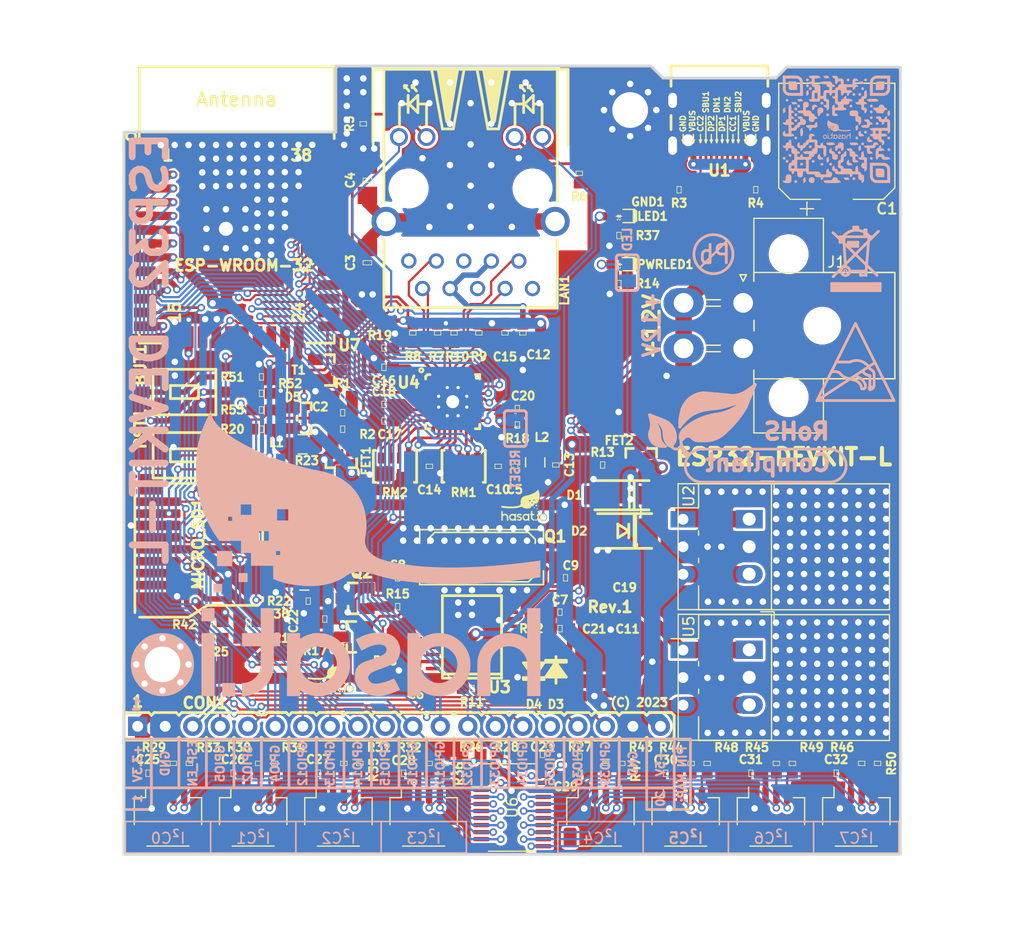
<source format=kicad_pcb>
(kicad_pcb (version 20221018) (generator pcbnew)
  (title_block (title "ESP32-DEVKIT-L") (date "2023") (rev "1") (company "Hasat.io"))
  (layers (0 "F.Cu" mixed) (31 "B.Cu" mixed) (34 "B.Paste" user) (35 "F.Paste" user) (36 "B.SilkS" user "B.Silkscreen") (37 "F.SilkS" user "F.Silkscreen") (38 "B.Mask" user) (39 "F.Mask" user) (44 "Edge.Cuts" user))
  (net 0 "")
  (net 1 "GND")
  (net 2 "Net-(BUT1-Pad2)")
  (net 3 "+3V3")
  (net 4 "/ESP_EN")
  (net 5 "/PHYAD0")
  (net 6 "/PHYAD1")
  (net 7 "/PHYAD2")
  (net 8 "/RMIISEL")
  (net 9 "/VDD1A-2A")
  (net 10 "/VDDCR")
  (net 11 "Net-(J1-Pin_3)")
  (net 12 "Net-(U3-V3)")
  (net 13 "Net-(U3-XI)")
  (net 14 "Net-(U3-XO)")
  (net 15 "/+5V_USB")
  (net 16 "Net-(U4-NRST)")
  (net 17 "Net-(MICRO_SD1-VDD)")
  (net 18 "Net-(D3-K)")
  (net 19 "Net-(D4-A)")
  (net 20 "/D_Com")
  (net 21 "/GPI35")
  (net 22 "+5V_EXT")
  (net 23 "/GPIO16")
  (net 24 "/GPI39")
  (net 25 "/GPI36")
  (net 26 "/GPIO32")
  (net 27 "+3.3VLAN")
  (net 28 "/GPIO0")
  (net 29 "/GPI34\\BUT1")
  (net 30 "/GPIO5\\PHY_PWR")
  (net 31 "/GPIO3\\U0RXD")
  (net 32 "/GPIO2\\HS2_DATA0")
  (net 33 "/GPIO4\\HS2_DATA1")
  (net 34 "/GPIO1\\U0TXD")
  (net 35 "/GPIO26\\EMAC_RXD1(RMII)")
  (net 36 "/GPIO25\\EMAC_RXD0(RMII)")
  (net 37 "/GPIO27\\EMAC_RX_CRS_DV")
  (net 38 "/GPIO18\\MDIO(RMII)")
  (net 39 "/GPIO14\\HS2_CLK")
  (net 40 "/GPIO15\\HS2_CMD")
  (net 41 "/GPIO12\\HS2_DATA2")
  (net 42 "/GPIO13\\HS2_DATA3")
  (net 43 "/GPIO33\\LED")
  (net 44 "/GPIO22\\EMAC_TXD1(RMII)")
  (net 45 "/GPIO19\\EMAC_TXD0(RMII)")
  (net 46 "/GPIO21\\EMAC_TX_EN(RMII)")
  (net 47 "/GPIO23\\MDC(RMII)")
  (net 48 "/GPIO17\\EMAC_CLK_OUT_180")
  (net 49 "Net-(LAN1-TD+)")
  (net 50 "Net-(LAN1-TD-)")
  (net 51 "Net-(LAN1-RD+)")
  (net 52 "Net-(LAN1-RD-)")
  (net 53 "Net-(LAN1-AG)")
  (net 54 "Net-(LAN1-AY)")
  (net 55 "Net-(LAN1-KG)")
  (net 56 "Net-(LAN1-KY)")
  (net 57 "Net-(C3-Pad1)")
  (net 58 "Net-(LED1-K)")
  (net 59 "Net-(MICRO_SD1-DAT2{slash}RES)")
  (net 60 "Net-(MICRO_SD1-CD{slash}DAT3{slash}CS)")
  (net 61 "Net-(MICRO_SD1-CLK{slash}SCLK)")
  (net 62 "Net-(MICRO_SD1-DAT0{slash}DO)")
  (net 63 "Net-(MICRO_SD1-DAT1{slash}RES)")
  (net 64 "Net-(PWRLED1-K)")
  (net 65 "Net-(Q2-B)")
  (net 66 "Net-(Q2-E)")
  (net 67 "Net-(Q3-B)")
  (net 68 "Net-(Q3-E)")
  (net 69 "Net-(Q3-C)")
  (net 70 "Net-(T1-C)")
  (net 71 "Net-(U1-CC2)")
  (net 72 "Net-(U1-CC1)")
  (net 73 "Net-(U4-RBIAS)")
  (net 74 "Net-(U6-~{RESET})")
  (net 75 "Net-(U1-DP1)")
  (net 76 "+5V")
  (net 77 "Net-(U1-DN1)")
  (net 85 "unconnected-(U3-NOS#-Pad20)")
  (net 88 "/SD0")
  (net 89 "/SC0")
  (net 90 "/SD1")
  (net 91 "/SC1")
  (net 92 "/SD2")
  (net 93 "/SC2")
  (net 94 "/SD3")
  (net 95 "/SC3")
  (net 96 "/SD4")
  (net 97 "/SC4")
  (net 98 "/SD5")
  (net 99 "/SC5")
  (net 100 "/SD6")
  (net 101 "/SC6")
  (net 102 "/SD7")
  (net 103 "/SC7")
  (net 108 "Net-(C2-Pad2)")
  (footprint "OLIMEX_Other-FP:Mounting_hole_Shield_3.3mm" (layer "F.Cu") (at 73.152 122.301)
    (fp_text reference "MH2" hide)
    (fp_text value "Mounting_hole_Shield_3.3mm" hide)
  )
  (footprint "Capacitors:0603" (layer "F.Cu") (at 105.664 104.013 90)
    (fp_text reference "C5")
    (fp_text value "22uF/6.3V/20%/X5R/C0603")
  )
  (footprint "Capacitors:0603" (layer "F.Cu") (at 104.14 104.013 90)
    (fp_text reference "C10")
    (fp_text value "22uF/6.3V/20%/X5R/C0603")
  )
  (footprint "Capacitors:0805" (layer "F.Cu") (at 86.233 112.649)
    (fp_text reference "C24")
    (fp_text value "47uF/6.3V/20%/X5R/C0805")
  )
  (footprint "Capacitors:0603" (layer "F.Cu") (at 106.426 91.694 -90)
    (fp_text reference "C12")
    (fp_text value "100nF/50V/20%/Y5V/C0603")
  )
  (footprint "Capacitors:0603" (layer "F.Cu") (at 109.474 103.886 -90)
    (fp_text reference "C13")
    (fp_text value "22uF/6.3V/20%/X5R/C0603")
  )
  (footprint "Capacitors:0603" (layer "F.Cu") (at 97.79 104.013 -90)
    (fp_text reference "C14")
    (fp_text value "100nF/50V/20%/Y5V/C0603")
  )
  (footprint "Capacitors:0603" (layer "F.Cu") (at 104.775 91.694 -90)
    (fp_text reference "C15")
    (fp_text value "100nF/50V/20%/Y5V/C0603")
  )
  (footprint "Capacitors:0603" (layer "F.Cu") (at 93.599 94.869 180)
    (fp_text reference "C16")
    (fp_text value "100nF/50V/20%/Y5V/C0603")
  )
  (footprint "Capacitors:0603" (layer "F.Cu") (at 93.599 99.822 180)
    (fp_text reference "C17")
    (fp_text value "2.2uF/6.3V/10%/X5R/C0603")
  )
  (footprint "Capacitors:0603" (layer "F.Cu") (at 93.599 98.298 180)
    (fp_text reference "C18")
    (fp_text value "100nF/50V/20%/Y5V/C0603")
  )
  (footprint "Capacitors:0603" (layer "F.Cu") (at 105.918 98.679 180)
    (fp_text reference "C20")
    (fp_text value "NA(10uF/6.3V/20%/X5R/C0603)")
  )
  (footprint "OLIMEX_RLC-FP:L_0805_5MIL_DWS" (layer "F.Cu") (at 107.569 103.632 90)
    (fp_text reference "L2")
    (fp_text value "FB0805/600R/2A")
  )
  (footprint "OLIMEX_RLC-FP:L_0805_5MIL_DWS" (layer "F.Cu") (at 86.233 114.554 180)
    (fp_text reference "L3")
    (fp_text value "FB0805/600R/2A")
  )
  (footprint "OLIMEX_LEDs-FP:LED_0603_KA" (layer "F.Cu") (at 115.2995 85.37 180)
    (fp_text reference "PWRLED1")
    (fp_text value "LED/RED/0603")
  )
  (footprint "Resistors:0603" (layer "F.Cu") (at 82.296 95.758)
    (fp_text reference "R51")
    (fp_text value "220R/R0603")
  )
  (footprint "Resistors:0603" (layer "F.Cu") (at 91.694 72.39 90)
    (fp_text reference "R5")
    (fp_text value "330R/R0603")
  )
  (footprint "Resistors:0603" (layer "F.Cu") (at 111.633 76.962 -90)
    (fp_text reference "R6")
    (fp_text value "330R/R0603")
  )
  (footprint "Resistors:0603" (layer "F.Cu") (at 98.552 91.694 -90)
    (fp_text reference "R7")
    (fp_text value "49.9R/1%/R0603")
  )
  (footprint "Resistors:0603" (layer "F.Cu") (at 96.266 91.694 -90)
    (fp_text reference "R8")
    (fp_text value "49.9R/1%/R0603")
  )
  (footprint "Resistors:0603" (layer "F.Cu") (at 102.362 91.694 -90)
    (fp_text reference "R9")
    (fp_text value "49.9R/1%/R0603")
  )
  (footprint "Resistors:0603" (layer "F.Cu") (at 100.076 91.694 -90)
    (fp_text reference "R10")
    (fp_text value "49.9R/1%/R0603")
  )
  (footprint "Resistors:0603" (layer "F.Cu") (at 101.727 124.5235)
    (fp_text reference "R11")
    (fp_text value "10k/R0603")
  )
  (footprint "Resistors:0603" (layer "F.Cu") (at 105.918 100.2)
    (fp_text reference "R18")
    (fp_text value "10k/R0603")
  )
  (footprint "Resistors:0603" (layer "F.Cu") (at 93.599 93.091 180)
    (fp_text reference "R19")
    (fp_text value "12.1k/1%/R0603")
  )
  (footprint "Resistors:0603" (layer "F.Cu") (at 109.855 118.999)
    (fp_text reference "R12")
    (fp_text value "10k/R0603")
  )
  (footprint "Resistors:0603" (layer "F.Cu") (at 94.869 116.967 180)
    (fp_text reference "R15")
    (fp_text value "1k/R0603")
  )
  (footprint "OLIMEX_RLC-FP:R_MATRIX_4" (layer "F.Cu") (at 94.615 104.013)
    (fp_text reference "RM2")
    (fp_text value "RA1206_(4X0603)_4B8_2.2k")
  )
  (footprint "OLIMEX_RLC-FP:R_MATRIX_4" (layer "F.Cu") (at 100.965 104.013 180)
    (fp_text reference "RM1")
    (fp_text value "RA1206_(4X0603)_4B8_2.2k")
  )
  (footprint "OLIMEX_Cases-FP:ESP-WROOM-32_MODULE" (layer "F.Cu") (at 80.01 79.883)
    (fp_text reference "U7")
    (fp_text value "ESP32-WROOM-32D-4MB")
  )
  (footprint "OLIMEX_IC-FP:QFN32_EP(33)_5.00x5.00x0.90mm_Pitch_0.50mm" (layer "F.Cu") (at 99.949 98.044 -90)
    (fp_text reference "U4")
    (fp_text value "LAN8710A-EZC(QFN32)")
  )
  (footprint "OLIMEX_Connectors-FP:TFC-WXCP11-08-LF" (layer "F.Cu") (at 76.327 111.125 180)
    (fp_text reference "MICRO_SD1")
    (fp_text value "TFC-WXCP11-08-LF")
  )
  (footprint "Resistors:0603" (layer "F.Cu") (at 86.233 110.871 180)
    (fp_text reference "R39")
    (fp_text value "10R/R0603")
  )
  (footprint "OLIMEX_Buttons-FP:T1107A(6x3,8x2,5MM)" (layer "F.Cu") (at 75.184 97.155 180)
    (fp_text reference "BUT1")
    (fp_text value "T1107A(6x3,8x2,5MM)")
  )
  (footprint "OLIMEX_Buttons-FP:T1107A(6x3,8x2,5MM)" (layer "F.Cu") (at 75.184 102.997 180)
    (fp_text reference "RST1")
    (fp_text value "T1107A(6x3,8x2,5MM)")
  )
  (footprint "OLIMEX_Connectors-FP:RJLBC-060TC1" (layer "F.Cu") (at 101.6 78.359 180)
    (fp_text reference "LAN1")
    (fp_text value "RJLD-060TC1(LPJ4013EDNL)")
  )
  (footprint "Capacitors:1206" (layer "F.Cu") (at 92.075 85.217 -90)
    (fp_text reference "C3")
    (fp_text value "1nF/2000V/10%/X7R/C1206")
  )
  (footprint "Capacitors:1206" (layer "F.Cu") (at 92.075 77.597 90)
    (fp_text reference "C4")
    (fp_text value "NA(1nF/2000V/10%/X7R/C1206)")
  )
  (footprint "Resistors:0603" (layer "F.Cu") (at 115.2995 87.148 180)
    (fp_text reference "R14")
    (fp_text value "2.2k/R0603")
  )
  (footprint "Capacitors:0603" (layer "F.Cu") (at 94.869 114.3 180)
    (fp_text reference "C8")
    (fp_text value "27pF/50V/5%/C0G/C0603")
  )
  (footprint "Capacitors:0603" (layer "F.Cu") (at 110.363 114.3)
    (fp_text reference "C9")
    (fp_text value "27pF/50V/5%/C0G/C0603")
  )
  (footprint "Capacitors:0603" (layer "F.Cu") (at 96.55 122.875 -90)
    (fp_text reference "C6")
    (fp_text value "22uF/6.3V/20%/X5R/C0603")
  )
  (footprint "Capacitors:0603" (layer "F.Cu") (at 109.855 117.475)
    (fp_text reference "C7")
    (fp_text value "100nF/50V/20%/Y5V/C0603")
  )
  (footprint "OLIMEX_Diodes-FP:SMA-KA" (layer "F.Cu") (at 115.57 106.68 180)
    (fp_text reference "D1")
    (fp_text value "1N5822/SS34/SMA")
  )
  (footprint "OLIMEX_Transistors-FP:SOT23" (layer "F.Cu") (at 117.348 102.997 -90)
    (fp_text reference "FET2")
    (fp_text value "WPM2015-3/TR")
  )
  (footprint "OLIMEX_Crystal-FP:Q_49U3HMS" (layer "F.Cu") (at 102.616 112.395)
    (fp_text reference "Q1")
    (fp_text value "Q12MHz/20pF/30ppm/2P/HC-49SM(SMD)")
  )
  (footprint "OLIMEX_Transistors-FP:SOT23" (layer "F.Cu") (at 90.932 116.205)
    (fp_text reference "Q2")
    (fp_text value "BC817-40(SOT23)")
  )
  (footprint "Resistors:0603" (layer "F.Cu") (at 113.792 103.886 180)
    (fp_text reference "R13")
    (fp_text value "1M/R0603")
  )
  (footprint "Resistors:0603" (layer "F.Cu") (at 91.91 123.09336 90)
    (fp_text reference "R16")
    (fp_text value "1k/R0603")
  )
  (footprint "Resistors:0603" (layer "F.Cu") (at 82.296 97.282 180)
    (fp_text reference "R52")
    (fp_text value "10k/R0603")
  )
  (footprint "Resistors:0603" (layer "F.Cu") (at 82.296 98.806)
    (fp_text reference "R53")
    (fp_text value "NA/R0603")
  )
  (footprint "OLIMEX_IC-FP:SSOP-20W" (layer "F.Cu") (at 101.727 119.761 90)
    (fp_text reference "U3")
    (fp_text value "CH340T(SSOP20W)")
  )
  (footprint "OLIMEX_Other-FP:Mounting_hole_Shield_3.3mm" (layer "F.Cu") (at 116.332 71.12)
    (fp_text reference "MH1" hide)
    (fp_text value "Mounting_hole_Shield_3.3mm" hide)
  )
  (footprint "OLIMEX_Connectors-FP:HN1x20" (layer "F.Cu") (at 94.996 128.016)
    (fp_text reference "CON1")
    (fp_text value "NA(NH1x20)")
  )
  (footprint "OLIMEX_LEDs-FP:LED_0603_KA" (layer "F.Cu") (at 115.2995 80.925 180)
    (fp_text reference "LED1")
    (fp_text value "LED/GREEN/0603")
  )
  (footprint "Resistors:0603" (layer "F.Cu") (at 115.2995 82.703)
    (fp_text reference "R37")
    (fp_text value "2.2k/R0603")
  )
  (footprint "Resistors:0603" (layer "F.Cu") (at 81.1 119.885 180)
    (fp_text reference "R21")
    (fp_text value "2.2k/R0603")
  )
  (footprint "Resistors:0603" (layer "F.Cu") (at 86.487 104.648 180)
    (fp_text reference "R23")
    (fp_text value "2.2k/R0603")
  )
  (footprint "OLIMEX_Diodes-FP:DO214AA_1(K)-2(A)" (layer "F.Cu") (at 115.824 109.982 180)
    (fp_text reference "D2")
    (fp_text value "SMBJ6.0A(DO-214AA)")
  )
  (footprint "OLIMEX_Transistors-FP:SOT23" (layer "F.Cu") (at 89.662 103.505 90)
    (fp_text reference "FET1")
    (fp_text value "WPM2015-3/TR")
  )
  (footprint "Resistors:0603" (layer "F.Cu") (at 89.789 97.536 180)
    (fp_text reference "R1")
    (fp_text value "1k/R0603")
  )
  (footprint "OLIMEX_RLC-FP:L_0805_5MIL_DWS" (layer "F.Cu") (at 86.106 101.981)
    (fp_text reference "L1")
    (fp_text value "FB0805/600R/2A")
  )
  (footprint "Resistors:0603" (layer "F.Cu") (at 89.788999 100.584)
    (fp_text reference "R2")
    (fp_text value "10k/R0603")
  )
  (footprint "OLIMEX_Transistors-FP:SOT23" (layer "F.Cu") (at 88.392 95.123 180)
    (fp_text reference "T1")
    (fp_text value "DTC114YKA")
  )
  (footprint "Capacitors:0603" (layer "F.Cu") (at 89.788999 99.06)
    (fp_text reference "C2")
    (fp_text value "22uF/6.3V/20%/X5R/C0603")
  )
  (footprint "Resistors:0603" (layer "F.Cu") (at 77.851 118.364 180)
    (fp_text reference "R42")
    (fp_text value "NA/R0603")
  )
  (footprint "Resistors:0603" (layer "F.Cu") (at 86.487 106.172 180)
    (fp_text reference "R24")
    (fp_text value "2.2k/R0603")
  )
  (footprint "OLIMEX_Diodes-FP:SOT23-3" (layer "F.Cu") (at 86.233 99.568 180)
    (fp_text reference "D5")
    (fp_text value "BAT54C(SOT23-3)")
  )
  (footprint "OLIMEX_Diodes-FP:SOD-123_1C-2A_KA" (layer "F.Cu") (at 107.442 122.809 90)
    (fp_text reference "D4")
    (fp_text value "1N5819S4/SOD123")
  )
  (footprint "OLIMEX_Diodes-FP:SOD-123_1C-2A_KA" (layer "F.Cu") (at 109.474 122.809 -90)
    (fp_text reference "D3")
    (fp_text value "1N5819S4/SOD123")
  )
  (footprint "Resistors:0603" (layer "F.Cu") (at 86.487 107.95)
    (fp_text reference "R41")
    (fp_text value "NA/R0603")
  )
  (footprint "Resistors:0603" (layer "F.Cu") (at 81.1 118.361 180)
    (fp_text reference "R38")
    (fp_text value "NA/R0603")
  )
  (footprint "Resistors:0603" (layer "F.Cu") (at 77.851 119.888 180)
    (fp_text reference "R25")
    (fp_text value "2.2k/R0603")
  )
  (footprint "Capacitors:0603" (layer "F.Cu") (at 88.138 118.11 180)
    (fp_text reference "C22")
    (fp_text value "1uF/C0603")
  )
  (footprint "Resistors:0603" (layer "F.Cu") (at 86.614 116.459 180)
    (fp_text reference "R22")
    (fp_text value "10k/R0603")
  )
  (footprint "OLIMEX_Transistors-FP:SOT23" (layer "F.Cu") (at 90.805 119.761)
    (fp_text reference "Q3")
    (fp_text value "BC817-40(SOT23)")
  )
  (footprint "Resistors:0603" (layer "F.Cu") (at 87.249 119.761 180)
    (fp_text reference "R17")
    (fp_text value "220R/R0603")
  )
  (footprint "Resistors:0603" (layer "F.Cu") (at 82.296 100.584 180)
    (fp_text reference "R20")
    (fp_text value "10k/R0603")
  )
  (footprint "Resistors:0603" (layer "F.Cu") (at 82.296 103.886 180)
    (fp_text reference "R40")
    (fp_text value "220R/R0603")
  )
  (footprint "Resistors:0603" (layer "F.Cu") (at 97.77 131.438279 -90)
    (fp_text reference "R32")
    (fp_text value "4.7k/R0603")
  )
  (footprint "Capacitors:0603" (layer "F.Cu") (at 108.225 130.60582 180)
    (fp_text reference "C23")
    (fp_text value "100nF/50V/20%/Y5V/C0603")
  )
  (footprint "Capacitors:0603" (layer "F.Cu") (at 87.54 132.345)
    (fp_text reference "C27")
    (fp_text value "1uF/6.3V/20%/X5R/C0603")
  )
  (footprint "Connector_JST:JST_SH_SM04B-SRSS-TB_1x04-1MP_P1.00mm_Horizontal" (layer "F.Cu") (at 81.53 136.385)
    (fp_text reference "I²C1")
    (fp_text value "Conn_01x04_P1.00mm_Stemma qt/Qwiic")
  )
  (footprint "Capacitors:0603" (layer "F.Cu") (at 135.35156 132.35)
    (fp_text reference "C32")
    (fp_text value "1uF/6.3V/20%/X5R/C0603")
  )
  (footprint "Capacitors:1210" (layer "F.Cu") (at 115.825 113.425 180)
    (fp_text reference "C19")
    (fp_text value "330uF/6.3V/20%/X5R/C1210")
  )
  (footprint "Resistors:0603" (layer "F.Cu") (at 74.16 131.43664 -90)
    (fp_text reference "R29")
    (fp_text value "4.7k/R0603")
  )
  (footprint "Connector_JST:JST_SH_SM04B-SRSS-TB_1x04-1MP_P1.00mm_Horizontal" (layer "F.Cu") (at 73.66 136.385)
    (fp_text reference "I²C0")
    (fp_text value "Conn_01x04_P1.00mm_Stemma qt/Qwiic")
  )
  (footprint "" (layer "F.Cu") (at 95.9 85.05)
    (fp_text reference "")
    (fp_text value "")
  )
  (footprint "Converter_DCDC:Converter_DCDC_RECOM_R-78HB-0.5L_THT" (layer "F.Cu") (at 121.21 108.9 -90)
    (fp_text reference "U2")
    (fp_text value "Converter_DCDC_RECOM_R-78HB-0.5L_THT")
  )
  (footprint "Capacitors:0603" (layer "F.Cu") (at 71.81 132.345)
    (fp_text reference "C25")
    (fp_text value "1uF/6.3V/20%/X5R/C0603")
  )
  (footprint "Connector_JST:JST_SH_SM04B-SRSS-TB_1x04-1MP_P1.00mm_Horizontal" (layer "F.Cu") (at 121.46 136.390885)
    (fp_text reference "I²C5")
    (fp_text value "Conn_01x04_P1.00mm_Stemma qt/Qwiic")
  )
  (footprint "Connector_JST:JST_SH_SM04B-SRSS-TB_1x04-1MP_P1.00mm_Horizontal" (layer "F.Cu") (at 129.33 136.389888)
    (fp_text reference "I²C6")
    (fp_text value "Conn_01x04_P1.00mm_Stemma qt/Qwiic")
  )
  (footprint "Resistors:0603" (layer "F.Cu") (at 91.375 131.437351 -90)
    (fp_text reference "R35")
    (fp_text value "4.7k/R0603")
  )
  (footprint "Connector_JST:JST_SH_SM04B-SRSS-TB_1x04-1MP_P1.00mm_Horizontal" (layer "F.Cu") (at 97.27 136.388279)
    (fp_text reference "I²C3")
    (fp_text value "Conn_01x04_P1.00mm_Stemma qt/Qwiic")
  )
  (footprint "Resistors:0603" (layer "F.Cu") (at 123.435 131.440885 -90)
    (fp_text reference "R48")
    (fp_text value "4.7k/R0603")
  )
  (footprint "Converter_DCDC:Converter_DCDC_RECOM_R-78HB-0.5L_THT" (layer "F.Cu") (at 121.21 120.975 -90)
    (fp_text reference "U5")
    (fp_text value "K7803-2000R3L")
  )
  (footprint "Resistors:0603" (layer "F.Cu") (at 120.85 78.475)
    (fp_text reference "R3")
    (fp_text value "5.1k/R0603")
  )
  (footprint "Capacitors:0603" (layer "F.Cu") (at 127.48084 132.349888)
    (fp_text reference "C31")
    (fp_text value "1uF/6.3V/20%/X5R/C0603")
  )
  (footprint "Converter_DCDC:Converter_DCDC_RECOM_R-78B-2.0_THT" (layer "F.Cu") (at 127.325 120.95 -90)
    (fp_text reference "REF**" hide)
    (fp_text value "Converter_DCDC_RECOM_R-78B-2.0_THT")
  )
  (footprint "Resistors:0603" (layer "F.Cu") (at 121.96 131.444165 -90)
    (fp_text reference "R44")
    (fp_text value "4.7k/R0603")
  )
  (footprint "Resistors:0603" (layer "F.Cu") (at 129.83 131.439888 -90)
    (fp_text reference "R45")
    (fp_text value "4.7k/R0603")
  )
  (footprint "Converter_DCDC:Converter_DCDC_RECOM_R-78B-2.0_THT" (layer "F.Cu") (at 127.3175 108.89 -90)
    (fp_text reference "REF**" hide)
    (fp_text value "Converter_DCDC_RECOM_R-78B-2.0_THT")
  )
  (footprint "Resistors:0603" (layer "F.Cu") (at 75.635 131.435 -90)
    (fp_text reference "R33")
    (fp_text value "4.7k/R0603")
  )
  (footprint "Resistors:0603" (layer "F.Cu") (at 104.945 130.605 180)
    (fp_text reference "R28")
    (fp_text value "4.7k/R0603" hide)
  )
  (footprint "Resistors:0603" (layer "F.Cu") (at 99.245 131.438279 -90)
    (fp_text reference "R36")
    (fp_text value "4.7k/R0603")
  )
  (footprint "Capacitors:0603" (layer "F.Cu") (at 119.60916 132.350885)
    (fp_text reference "C30")
    (fp_text value "1uF/6.3V/20%/X5R/C0603")
  )
  (footprint "Connector_JST:JST_SH_SM04B-SRSS-TB_1x04-1MP_P1.00mm_Horizontal" (layer "F.Cu") (at 113.59 136.391107)
    (fp_text reference "I²C4")
    (fp_text value "Conn_01x04_P1.00mm_Stemma qt/Qwiic")
  )
  (footprint "Resistors:0603" (layer "F.Cu") (at 137.70072 131.43672 -90)
    (fp_text reference "R46")
    (fp_text value "4.7k/R0603")
  )
  (footprint "Connector_Molex:Molex_Mini-Fit_Jr_5569-04A2_2x02_P4.20mm_Horizontal" (layer "F.Cu") (at 126.765 88.925 -90)
    (fp_text reference "REF**" hide)
    (fp_text value "Molex_Mini-Fit_Jr_5569-04A2_2x02_P4.20mm_Horizontal")
  )
  (footprint "Resistors:0603" (layer "F.Cu") (at 127.925 78.475)
    (fp_text reference "R4")
    (fp_text value "5.1k/R0603")
  )
  (footprint "Package_SO:TSSOP-24_4.4x7.8mm_P0.65mm" (layer "F.Cu") (at 105.45 135.51)
    (fp_text reference "U6")
    (fp_text value "TCA9548APWR")
  )
  (footprint "Hasat.io:Hasatio_logo_mini" (layer "F.Cu") (at 106.58 107.585)
    (fp_text reference "G***")
    (fp_text value "LOGO" hide)
  )
  (footprint "Capacitors:0603" (layer "F.Cu") (at 79.68 132.345)
    (fp_text reference "C26")
    (fp_text value "1uF/6.3V/20%/X5R/C0603")
  )
  (footprint "Resistors:0603" (layer "F.Cu") (at 83.505 131.435 -90)
    (fp_text reference "R34")
    (fp_text value "4.7k/R0603")
  )
  (footprint "Resistors:0603" (layer "F.Cu") (at 111.7 130.845 180)
    (fp_text reference "R27")
    (fp_text value "10k/R0603")
  )
  (footprint "Resistors:0603" (layer "F.Cu") (at 115.565 131.441107 -90)
    (fp_text reference "R47")
    (fp_text value "4.7k/R0603")
  )
  (footprint "Resistors:0603" (layer "F.Cu") (at 89.9 131.437351 -90)
    (fp_text reference "R31")
    (fp_text value "4.7k/R0603")
  )
  (footprint "Capacitors:0603" (layer "F.Cu") (at 95.42084 132.348279 180)
    (fp_text reference "C28")
    (fp_text value "1uF/6.3V/20%/X5R/C0603")
  )
  (footprint "Connector_JST:JST_SH_SM04B-SRSS-TB_1x04-1MP_P1.00mm_Horizontal" (layer "F.Cu") (at 137.21 136.39)
    (fp_text reference "I²C7")
    (fp_text value "Conn_01x04_P1.00mm_Stemma qt/Qwiic")
  )
  (footprint "Capacitors:0603" (layer "F.Cu") (at 111.74084 132.351107)
    (fp_text reference "C29")
    (fp_text value "1uF/6.3V/20%/X5R/C0603")
  )
  (footprint "Connector_USB:USB2.0_TYPE-C(A40-00119-A52-12)" (layer "F.Cu") (at 124.575 71.375 90)
    (fp_text reference "U1")
    (fp_text value "USB-C-16P-F(A40-00119-A52-12)")
  )
  (footprint "Resistors:0603" (layer "F.Cu") (at 139.17572 131.44 -90)
    (fp_text reference "R50")
    (fp_text value "4.7k/R0603")
  )
  (footprint "OLIMEX_Other-FP:TESTPAD_40-ROUND" (layer "F.Cu") (at 118.825 78.475)
    (fp_text reference "GND1")
    (fp_text value "TESTPAD" hide)
  )
  (footprint "Resistors:0603" (layer "F.Cu") (at 82.03 131.43664 -90)
    (fp_text reference "R30")
    (fp_text value "4.7k/R0603")
  )
  (footprint "Capacitors:1210" (layer "F.Cu") (at 116.075 122.0974 90)
    (fp_text reference "C11")
    (fp_text value "330uF/6.3V/20%/X5R/C1210")
  )
  (footprint "" (layer "F.Cu") (at 107.315 87.6)
    (fp_text reference "")
    (fp_text value "")
  )
  (footprint "Resistors:0603" (layer "F.Cu") (at 101.67 130.605)
    (fp_text reference "R26")
    (fp_text value "4.7k/R0603" hide)
  )
  (footprint "Resistors:0603" (layer "F.Cu") (at 131.305 131.439888 -90)
    (fp_text reference "R49")
    (fp_text value "4.7k/R0603")
  )
  (footprint "Resistors:0603" (layer "F.Cu") (at 114.09 131.442747 -90)
    (fp_text reference "R43")
    (fp_text value "4.7k/R0603")
  )
  (footprint "Connector_JST:JST_SH_SM04B-SRSS-TB_1x04-1MP_P1.00mm_Horizontal" (layer "F.Cu") (at 89.4 136.387351)
    (fp_text reference "I²C2")
    (fp_text value "Conn_01x04_P1.00mm_Stemma qt/Qwiic")
  )
  (footprint "Hasat.io:Hasatio_logo_mini" (layer "F.Cu") (at 88.71 123.415)
    (fp_text reference "G***")
    (fp_text value "LOGO" hide)
  )
  (footprint "Capacitor_SMD:CP_Elec_10x10.5" (layer "F.Cu") (at 135.41 74.005 90)
    (fp_text reference "C1")
    (fp_text value "220uF/50V/10*10mm")
  )
  (footprint "Connector_Molex:Molex_Mini-Fit_Jr_5569-04A1_2x02_P4.20mm_Horizontal" (layer "F.Cu") (at 126.765 88.925 -90)
    (fp_text reference "J1")
    (fp_text value "Conn_02x02_P4.20mm_Molex_Horizontal")
  )
  (footprint "Capacitors:1210" (layer "F.Cu") (at 113.025 122.0974 90)
    (fp_text reference "C21")
    (fp_text value "330uF/6.3V/20%/X5R/C1210")
  )
  (footprint "OLIMEX_LOGOs-FP:LOGO_ANTISTATIC_1" (layer "B.Cu") (at 140.692 97.9395 180)
    (fp_text reference "Sign-Antistatic" hide)
    (fp_text value "Val**" hide)
  )
  (footprint "OLIMEX_LOGOs-FP:LOGO_PBFREE" (layer "B.Cu") (at 124.2232 84.11004)
    (fp_text reference "Sign_Pb-Free")
    (fp_text value "")
  )
  (footprint "OLIMEX_LOGOs-FP:LOGO_RECYCLEBIN_1" (layer "B.Cu") (at 139.51 87.898 180)
    (fp_text reference "Sign-RecyclBin" hide)
    (fp_text value "" hide)
  )
  (footprint "OLIMEX_LOGOs-FP:LOGO_ROHS_1" (layer "B.Cu") (at 135.26 104.8385 180)
    (fp_text reference "Sign_RoHS" hide)
    (fp_text value "Val**" hide)
  )
  (footprint "OLIMEX_Jumpers-FP:SJ" (layer "B.Cu") (at 116.07 86.135 90)
    (fp_text reference "LED")
    (fp_text value "Closed")
  )
  (footprint "Hasat.io:Hasatio" (layer "B.Cu") (at 88.74 112.145 180)
    (fp_text reference "G***")
    (fp_text value "LOGO" hide)
  )
  (footprint "Hasat.io:esp-devkit-l" (layer "B.Cu") (at 135.38 72.895 180)
    (fp_text reference "G***" hide)
    (fp_text value "LOGO" hide)
  )
  (footprint "OLIMEX_Jumpers-FP:SJ" (layer "B.Cu") (at 105.735488 100.5235 90)
    (fp_text reference "RESET")
    (fp_text value "Opened")
  )
  (gr_rect (start 70.650465 114.716802) (end 74.700465 115.256802) (stroke (width 0.254)) (fill solid) (layer "F.Cu"))
  (gr_rect (start 70.64 110.305) (end 74.69 110.845) (stroke (width 0.254)) (fill solid) (layer "F.Cu"))
  (gr_rect (start 70.640465 108.106802) (end 74.690465 108.646802) (stroke (width 0.254)) (fill solid) (layer "F.Cu"))
  (gr_rect (start 70.65 111.405) (end 74.7 111.945) (stroke (width 0.254)) (fill solid) (layer "F.Cu"))
  (gr_rect (start 70.650465 112.506802) (end 74.700465 113.046802) (stroke (width 0.254)) (fill solid) (layer "F.Cu"))
  (gr_rect (start 71.19 104.845) (end 73.04 106.495) (stroke (width 0.254)) (fill solid) (layer "F.Cu"))
  (gr_rect (start 70.650465 113.606802) (end 74.700465 114.146802) (stroke (width 0.254)) (fill solid) (layer "F.Cu"))
  (gr_rect (start 70.64 107.005) (end 74.69 107.545) (stroke (width 0.254)) (fill solid) (layer "F.Cu"))
  (gr_line (start 121.9005 129.195) (end 69.59 129.195) (stroke (width 0.254)) (layer "B.SilkS"))
  (gr_line (start 79.75 129.195) (end 79.75 133.695) (stroke (width 0.254)) (layer "B.SilkS"))
  (gr_line (start 69.73 139.715) (end 101.21 139.715) (stroke (width 0.15)) (layer "B.SilkS"))
  (gr_line (start 100.07 129.195) (end 100.07 133.695) (stroke (width 0.254)) (layer "B.SilkS"))
  (gr_line (start 117.53 136.815) (end 117.53 139.725) (stroke (width 0.15)) (layer "B.SilkS"))
  (gr_line (start 109.66 136.815) (end 109.66 139.725) (stroke (width 0.15)) (layer "B.SilkS"))
  (gr_line (start 107.69 129.195) (end 107.69 133.695) (stroke (width 0.254)) (layer "B.SilkS"))
  (gr_line (start 69.59 135.695) (end 69.59 129.195) (stroke (width 0.254)) (layer "B.SilkS"))
  (gr_line (start 92.45 129.195) (end 92.45 133.695) (stroke (width 0.254)) (layer "B.SilkS"))
  (gr_line (start 141.14 136.815) (end 141.14 139.725) (stroke (width 0.15)) (layer "B.SilkS"))
  (gr_line (start 105.15 129.195) (end 105.15 133.695) (stroke (width 0.254)) (layer "B.SilkS"))
  (gr_line (start 74.67 129.195) (end 74.67 133.695) (stroke (width 0.254)) (layer "B.SilkS"))
  (gr_line (start 72.13 129.195) (end 72.13 133.698) (stroke (width 0.254)) (layer "B.SilkS"))
  (gr_line (start 120.4 129.195) (end 120.4 133.695) (stroke (width 0.254)) (layer "B.SilkS"))
  (gr_line (start 69.73 136.805) (end 69.73 139.715) (stroke (width 0.15)) (layer "B.SilkS"))
  (gr_line (start 93.34 136.805) (end 93.34 139.71) (stroke (width 0.15)) (layer "B.SilkS"))
  (gr_line (start 69.73 136.805) (end 101.21 136.805) (stroke (width 0.15)) (layer "B.SilkS"))
  (gr_line (start 85.47 136.805) (end 85.47 139.715) (stroke (width 0.15)) (layer "B.SilkS"))
  (gr_line (start 84.83 129.195) (end 84.83 133.695) (stroke (width 0.254)) (layer "B.SilkS"))
  (gr_line (start 109.66 139.725) (end 141.14 139.725) (stroke (width 0.15)) (layer "B.SilkS"))
  (gr_line (start 94.99 129.195) (end 94.99 133.695) (stroke (width 0.254)) (layer "B.SilkS"))
  (gr_line (start 112.77 129.195) (end 112.77 133.695) (stroke (width 0.254)) (layer "B.SilkS"))
  (gr_line (start 69.59 135.695) (end 72.13 135.695) (stroke (width 0.254)) (layer "B.SilkS"))
  (gr_line (start 117.86 135.695) (end 117.86 133.695) (stroke (width 0.254)) (layer "B.SilkS"))
  (gr_line (start 120.4 133.695) (end 69.59 133.695) (stroke (width 0.254)) (layer "B.SilkS"))
  (gr_line (start 110.23 129.195) (end 110.23 133.695) (stroke (width 0.254)) (layer "B.SilkS"))
  (gr_line (start 102.61 129.195) (end 102.61 133.695) (stroke (width 0.254)) (layer "B.SilkS"))
  (gr_line (start 133.27 136.815) (end 133.27 139.72) (stroke (width 0.15)) (layer "B.SilkS"))
  (gr_line (start 115.32 129.195) (end 115.32 133.695) (stroke (width 0.254)) (layer "B.SilkS"))
  (gr_line (start 77.21 129.195) (end 77.21 133.695) (stroke (width 0.254)) (layer "B.SilkS"))
  (gr_line (start 101.21 136.805) (end 101.21 139.715) (stroke (width 0.15)) (layer "B.SilkS"))
  (gr_line (start 72.13 133.698) (end 72.13 135.695) (stroke (width 0.254)) (layer "B.SilkS"))
  (gr_line (start 121.9005 129.195) (end 121.8995 135.695) (stroke (width 0.254)) (layer "B.SilkS"))
  (gr_line (start 109.66 136.815) (end 141.14 136.815) (stroke (width 0.15)) (layer "B.SilkS"))
  (gr_line (start 117.86 129.195) (end 117.86 133.695) (stroke (width 0.254)) (layer "B.SilkS"))
  (gr_line (start 89.91 129.195) (end 89.91 133.695) (stroke (width 0.254)) (layer "B.SilkS"))
  (gr_line (start 120.4 135.695) (end 121.8995 135.695) (stroke (width 0.254)) (layer "B.SilkS"))
  (gr_line (start 125.4 136.815) (end 125.4 139.725) (stroke (width 0.15)) (layer "B.SilkS"))
  (gr_line (start 82.29 129.195) (end 82.29 133.695) (stroke (width 0.254)) (layer "B.SilkS"))
  (gr_line (start 87.37 129.195) (end 87.37 133.695) (stroke (width 0.254)) (layer "B.SilkS"))
  (gr_line (start 120.4 133.695) (end 120.4 135.695) (stroke (width 0.254)) (layer "B.SilkS"))
  (gr_circle (center 73.151575 122.295) (end 74.930028 122.295) (stroke (width 1)) (fill none) (layer "B.SilkS"))
  (gr_line (start 77.6 136.805) (end 77.6 139.715) (stroke (width 0.15)) (layer "B.SilkS"))
  (gr_line (start 117.86 135.695) (end 120.4 135.695) (stroke (width 0.254)) (layer "B.SilkS"))
  (gr_line (start 97.53 129.195) (end 97.53 133.695) (stroke (width 0.254)) (layer "B.SilkS"))
  (gr_line (start 118.25 67.051508) (end 119.37 68.166) (stroke (width 0.254)) (layer "Edge.Cuts"))
  (gr_line (start 118.25 67.051508) (end 89.154 67.056) (stroke (width 0.254)) (layer "Edge.Cuts"))
  (gr_line (start 69.596 73.152) (end 69.6 139.825) (stroke (width 0.254)) (layer "Edge.Cuts"))
  (gr_line (start 130.8 67.15) (end 141.275 67.15) (stroke (width 0.254)) (layer "Edge.Cuts"))
  (gr_line (start 89.154 73.152) (end 89.154 67.056) (stroke (width 0.254)) (layer "Edge.Cuts"))
  (gr_line (start 129.784 68.166) (end 130.8 67.15) (stroke (width 0.254)) (layer "Edge.Cuts"))
  (gr_line (start 119.37 68.166) (end 129.784 68.166) (stroke (width 0.254)) (layer "Edge.Cuts"))
  (gr_line (start 141.275 67.15) (end 141.275 139.825) (stroke (width 0.254)) (layer "Edge.Cuts"))
  (gr_line (start 69.596 73.152) (end 89.154 73.152) (stroke (width 0.254)) (layer "Edge.Cuts"))
  (gr_line (start 69.6 139.825) (end 141.275 139.825) (stroke (width 0.254)) (layer "Edge.Cuts"))
  (gr_text "1" (at 70.86 134.695 90) (layer "B.SilkS") (effects (font (size 0.762 0.762) (thickness 0.1905)) (justify mirror)))
  (gr_text "ESP_EN" (at 75.94 131.445 90) (layer "B.SilkS") (effects (font (size 0.762 0.762) (thickness 0.1905)) (justify mirror)))
  (gr_text "GPIO5" (at 78.48 131.445 90) (layer "B.SilkS") (effects (font (size 0.762 0.762) (thickness 0.1905)) (justify mirror)))
  (gr_text "GPIO2" (at 81.02 131.445 90) (layer "B.SilkS") (effects (font (size 0.762 0.762) (thickness 0.1905)) (justify mirror)))
  (gr_text "GPIO4" (at 83.56 131.445 90) (layer "B.SilkS") (effects (font (size 0.762 0.762) (thickness 0.1905)) (justify mirror)))
  (gr_text "GPIO12" (at 86.1 131.445 90) (layer "B.SilkS") (effects (font (size 0.762 0.762) (thickness 0.1905)) (justify mirror)))
  (gr_text "GPIO13" (at 88.64 131.445 90) (layer "B.SilkS") (effects (font (size 0.762 0.762) (thickness 0.1905)) (justify mirror)))
  (gr_text "GPIO14" (at 91.18 131.445 90) (layer "B.SilkS") (effects (font (size 0.762 0.762) (thickness 0.1905)) (justify mirror)))
  (gr_text "GPIO15" (at 93.72 131.445 90) (layer "B.SilkS") (effects (font (size 0.762 0.762) (thickness 0.1905)) (justify mirror)))
  (gr_text "GPIO16" (at 96.26 131.445 90) (layer "B.SilkS") (effects (font (size 0.762 0.762) (thickness 0.1905)) (justify mirror)))
  (gr_text "GPIO17" (at 98.8 131.445 90) (layer "B.SilkS") (effects (font (size 0.762 0.762) (thickness 0.1905)) (justify mirror)))
  (gr_text "PIN MAP:" (at 121.15 132.445 90) (layer "B.SilkS") (effects (font (size 0.762 0.762) (thickness 0.1905)) (justify mirror)))
  (gr_text "GPIO32" (at 101.34 131.445 90) (layer "B.SilkS") (effects (font (size 0.762 0.762) (thickness 0.1905)) (justify mirror)))
  (gr_text "GPIO33" (at 103.88 131.445 90) (layer "B.SilkS") (effects (font (size 0.762 0.762) (thickness 0.1905)) (justify mirror)))
  (gr_text "GPIO34" (at 106.42 131.445 90) (layer "B.SilkS") (effects (font (size 0.762 0.762) (thickness 0.1905)) (justify mirror)))
  (gr_text "GPIO35" (at 108.96 131.445 90) (layer "B.SilkS") (effects (font (size 0.762 0.762) (thickness 0.1905)) (justify mirror)))
  (gr_text "GPIO36" (at 111.5 131.445 90) (layer "B.SilkS") (effects (font (size 0.762 0.762) (thickness 0.1905)) (justify mirror)))
  (gr_text "GND" (at 116.59 131.445 90) (layer "B.SilkS") (effects (font (size 0.762 0.762) (thickness 0.1905)) (justify mirror)))
  (gr_text "GPIO39" (at 114.05 131.445 90) (layer "B.SilkS") (effects (font (size 0.762 0.762) (thickness 0.1905)) (justify mirror)))
  (gr_text "+5V" (at 119.13 131.445 90) (layer "B.SilkS") (effects (font (size 0.762 0.762) (thickness 0.1905)) (justify mirror)))
  (gr_text "20" (at 119.13 134.695 90) (layer "B.SilkS") (effects (font (size 0.762 0.762) (thickness 0.1905)) (justify mirror)))
  (gr_text "ESP32-DEVKIT-L" (at 72.03 72.825 90) (layer "B.SilkS") (effects (font (size 3.048 3.048) (thickness 0.635)) (justify left mirror)))
  (gr_text "+12V" (at 118.32 90.915 90) (layer "B.SilkS") (effects (font (size 1.5 1.5) (thickness 0.3)) (justify mirror)))
  (gr_text "1" (at 70.739 125.984) (layer "B.SilkS") (effects (font (size 1.016 1.016) (thickness 0.254)) (justify mirror)))
  (gr_text "+3.3V" (at 70.86 131.445 90) (layer "B.SilkS") (effects (font (size 0.762 0.762) (thickness 0.1905)) (justify mirror)))
  (gr_text "GND" (at 73.4 131.445 90) (layer "B.SilkS") (effects (font (size 0.762 0.762) (thickness 0.1905)) (justify mirror)))
  (gr_text "Rev.1" (at 114.47 116.995) (layer "F.SilkS") (effects (font (size 1.016 1.016) (thickness 0.254))))
  (gr_text "ESP32-DEVKIT-L" (at 130.51 103.155) (layer "F.SilkS") (effects (font (size 1.524 1.524) (thickness 0.381))))
  (gr_text "1" (at 70.866 125.73) (layer "F.SilkS") (effects (font (size 1.016 1.016) (thickness 0.254))))
  (gr_text "(C) 2023\n" (at 117.18 125.815) (layer "F.SilkS") (effects (font (size 0.762 0.762) (thickness 0.1905))))
  (gr_text "+12V" (at 118.32 91.125 90) (layer "F.SilkS") (effects (font (size 1.5 1.5) (thickness 0.3))))
  (segment (start 90.17 111.125) (end 90.17 112.141) (width 1.016) (layer "F.Cu") (net 1))
  (segment (start 103.987 118.136) (end 103.632 118.491) (width 0.4064) (layer "F.Cu") (net 1))
  (segment (start 103.632 110.109) (end 103.632 110.363) (width 1.016) (layer "F.Cu") (net 1))
  (segment (start 103.632 110.363) (end 103.632 110.109) (width 1.016) (layer "F.Cu") (net 1))
  (segment (start 103.632 110.109) (end 100.457 110.109) (width 1.016) (layer "F.Cu") (net 1))
  (segment (start 91.694 75.438) (end 91.694 74.676) (width 1.016) (layer "F.Cu") (net 1))
  (segment (start 92.71 74.676) (end 92.71 75.184) (width 1.016) (layer "F.Cu") (net 1))
  (segment (start 92.71 75.184) (end 92.075 75.819) (width 1.016) (layer "F.Cu") (net 1))
  (segment (start 91.567 87.503) (end 91.567 88.138) (width 1.016) (layer "F.Cu") (net 1))
  (segment (start 105.537 94.107) (end 106.426 94.107) (width 0.762) (layer "F.Cu") (net 1))
  (segment (start 106.68 95.377) (end 106.426 95.123) (width 0.508) (layer "F.Cu") (net 1))
  (segment (start 98.044 104.648) (end 98.806 104.648) (width 0.508) (layer "F.Cu") (net 1))
  (segment (start 99.568 104.648) (end 98.806 104.648) (width 0.508) (layer "F.Cu") (net 1))
  (segment (start 95.504 110.109) (end 95.631 110.109) (width 1.016) (layer "F.Cu") (net 1))
  (segment (start 94.615 110.998) (end 93.853 110.998) (width 1.016) (layer "F.Cu") (net 1))
  (segment (start 93.853 112.014) (end 93.853 113.03) (width 1.016) (layer "F.Cu") (net 1))
  (segment (start 93.853 114.3) (end 93.853 113.03) (width 0.762) (layer "F.Cu") (net 1))
  (segment (start 80.585 82.042) (end 84.074 82.042) (width 1.016) (layer "F.Cu") (net 1))
  (segment (start 82.744 79.883) (end 84.328 79.883) (width 1.016) (layer "F.Cu") (net 1))
  (segment (start 80.264 82.329) (end 80.264 77.978) (width 1.016) (layer "F.Cu") (net 1))
  (segment (start 82.804 79.823) (end 82.804 77.851) (width 1.016) (layer "F.Cu") (net 1))
  (segment (start 77.724 79.789) (end 77.724 77.851) (width 1.016) (layer "F.Cu") (net 1))
  (segment (start 94.996 115.316) (end 99.568 115.316) (width 0.4064) (layer "F.Cu") (net 1))
  (segment (start 105.537 110.109) (end 103.632 110.109) (width 1.016) (layer "F.Cu") (net 1))
  (segment (start 107.569 110.109) (end 105.537 110.109) (width 1.016) (layer "F.Cu") (net 1))
  (segment (start 97.917 110.109) (end 95.504 110.109) (width 1.016) (layer "F.Cu") (net 1))
  (segment (start 100.457 110.871) (end 100.457 110.109) (width 1.016) (layer "F.Cu") (net 1))
  (segment (start 100.457 110.109) (end 100.457 110.363) (width 1.016) (layer "F.Cu") (net 1))
  (segment (start 100.457 110.363) (end 100.457 110.109) (width 1.016) (layer "F.Cu") (net 1))
  (segment (start 100.457 110.109) (end 97.917 110.109) (width 1.016) (layer "F.Cu") (net 1))
  (segment (start 99.949 114.173) (end 97.536 114.173) (width 1.016) (layer "F.Cu") (net 1))
  (segment (start 101.092 116.967) (end 101.219 116.84) (width 1.016) (layer "F.Cu") (net 1))
  (segment (start 101.219 116.84) (end 101.219 115.443) (width 1.016) (layer "F.Cu") (net 1))
  (segment (start 78.74 74.295) (end 78.74 78.105) (width 1.016) (layer "F.Cu") (net 1))
  (segment (start 81.915 78.105) (end 81.915 74.295) (width 1.016) (layer "F.Cu") (net 1))
  (segment (start 84.455 74.295) (end 84.455 76.073) (width 1.016) (layer "F.Cu") (net 1))
  (segment (start 84.455 76.073) (end 84.455 78.105) (width 1.016) (layer "F.Cu") (net 1))
  (segment (start 91.059 68.199) (end 91.059 69.469) (width 1.016) (layer "F.Cu") (net 1))
  (segment (start 113.284 110.345) (end 113.284 111.76) (width 1.016) (layer "F.Cu") (net 1))
  (segment (start 114.3 110.635) (end 114.3 111.76) (width 1.016) (layer "F.Cu") (net 1))
  (segment (start 92.71 94.107) (end 92.71 94.107) (width 0.762) (layer "F.Cu") (net 1))
  (segment (start 92.71 94.107) (end 92.71 94.615) (width 0.762) (layer "F.Cu") (net 1))
  (segment (start 104.775 94.996) (end 104.394 95.377) (width 0.508) (layer "F.Cu") (net 1))
  (segment (start 80.31 82.333) (end 80.264 82.379) (width 1.016) (layer "F.Cu") (net 1))
  (segment (start 80.7928 108.9992) (end 81.577 108.215) (width 1.016) (layer "F.Cu") (net 1))
  (segment (start 87.28 97.085) (end 87.28456 97.08044) (width 1.016) (layer "F.Cu") (net 1))
  (segment (start 88.51 74.573) (end 87.019 74.573) (width 0.762) (layer "F.Cu") (net 1))
  (segment (start 90.297 110.998) (end 90.17 111.125) (width 1.016) (layer "F.Cu") (net 1))
  (segment (start 70.172999 73.728999) (end 71.506499 73.728999) (width 0.508) (layer "F.Cu") (net 1))
  (segment (start 103.378 95.377) (end 106.172 95.377) (width 0.508) (layer "F.Cu") (net 1))
  (segment (start 107.569 110.49) (end 107.569 110.109) (width 1.016) (layer "F.Cu") (net 1))
  (segment (start 80.281 82.346) (end 82.55 84.615) (width 1.016) (layer "F.Cu") (net 1))
  (segment (start 105.918004 102.729974) (end 105.918004 102.235) (width 0.508) (layer "F.Cu") (net 1))
  (segment (start 73.406 74.295) (end 73.152 74.549) (width 1.016) (layer "F.Cu") (net 1))
  (segment (start 111.131803 114.3) (end 110.327893 115.10391) (width 0.254) (layer "F.Cu") (net 1))
  (segment (start 73.152 122.301) (end 73.152 117.094) (width 1.524) (layer "F.Cu") (net 1))
  (segment (start 101.699 95.405) (end 101.727 95.377) (width 0.254) (layer "F.Cu") (net 1))
  (segment (start 73.152 122.301) (end 73.279 122.174) (width 0.762) (layer "F.Cu") (net 1))
  (segment (start 112.94 104.431) (end 112.903 104.394) (width 1.016) (layer "F.Cu") (net 1))
  (segment (start 92.71 99.822) (end 92.71 98.298) (width 0.508) (layer "F.Cu") (net 1))
  (segment (start 92.71 93.091) (end 92.71 94.107) (width 0.762) (layer "F.Cu") (net 1))
  (segment (start 70.104 74.7395) (end 70.104 94.996) (width 0.3048) (layer "F.Cu") (net 1))
  (segment (start 112.94 105.125) (end 112.94 104.431) (width 1.016) (layer "F.Cu") (net 1))
  (segment (start 99.695 104.775) (end 99.568 104.648) (width 0.508) (layer "F.Cu") (net 1))
  (segment (start 93.925 104.775) (end 92.29 104.775) (width 1.016) (layer "F.Cu") (net 1))
  (segment (start 92.075 75.819) (end 91.694 75.438) (width 1.016) (layer "F.Cu") (net 1))
  (segment (start 72.327 109.475) (end 72.328 109.474) (width 0.762) (layer "F.Cu") (net 1))
  (segment (start 102.674 96.294) (end 103.083 95.885) (width 0.254) (layer "F.Cu") (net 1))
  (segment (start 93.853 114.173) (end 93.98 114.3) (width 1.016) (layer "F.Cu") (net 1))
  (segment (start 70.225 74) (end 73.825 74) (width 0.508) (layer "F.Cu") (net 1))
  (segment (start 103.473999 95.472999) (end 103.378 95.377) (width 0.508) (layer "F.Cu") (net 1))
  (segment (start 112.903 104.394) (end 112.903 103.886) (width 1.016) (layer "F.Cu") (net 1))
  (segment (start 70.225 74.322569) (end 70.225 74) (width 0.2032) (layer "F.Cu") (net 1))
  (segment (start 97.917 110.109) (end 97.917 110.871) (width 1.016) (layer "F.Cu") (net 1))
  (segment (start 81.577 114.275) (end 81.577 115.075) (width 1.016) (layer "F.Cu") (net 1))
  (segment (start 95.504 110.109) (end 94.615 110.998) (width 1.016) (layer "F.Cu") (net 1))
  (segment (start 94.234 105.2195) (end 92.0115 105.2195) (width 0.3048) (layer "F.Cu") (net 1))
  (segment (start 86.995 74.549) (end 86.741 74.295) (width 1.016) (layer "F.Cu") (net 1))
  (segment (start 88.640501 73.728999) (end 89.720001 73.728999) (width 0.508) (layer "F.Cu") (net 1))
  (segment (start 92.71 93.091) (end 92.71 93.98) (width 1.016) (layer "F.Cu") (net 1))
  (segment (start 92.71 101.854) (end 92.71 99.822) (width 0.762) (layer "F.Cu") (net 1))
  (segment (start 104.267 95.377) (end 102.856962 95.377) (width 0.254) (layer "F.Cu") (net 1))
  (segment (start 92.329 102.235) (end 92.71 101.854) (width 0.762) (layer "F.Cu") (net 1))
  (segment (start 80.03 134.394231) (end 80.04072 134.383511) (width 0.2032) (layer "F.Cu") (net 1))
  (segment (start 71.51 74.573) (end 71.51 73.7325) (width 0.508) (layer "F.Cu") (net 1))
  (segment (start 105.664 103.124) (end 104.14 103.124) (width 1.016) (layer "F.Cu") (net 1))
  (segment (start 106.7435 98.4885) (end 107.061 98.171) (width 0.508) (layer "F.Cu") (net 1))
  (segment (start 90.043 91.567) (end 90.043 74.573) (width 0.508) (layer "F.Cu") (net 1))
  (segment (start 88.51 73.8595) (end 88.640501 73.728999) (width 0.508) (layer "F.Cu") (net 1))
  (segment (start 94.234 104.775) (end 94.234 105.2195) (width 0.3048) (layer "F.Cu") (net 1))
  (segment (start 89.662 112.649) (end 90.17 112.141) (width 1.016) (layer "F.Cu") (net 1))
  (segment (start 87.28456 97.08044) (end 87.28456 96.0755) (width 1.016) (layer "F.Cu") (net 1))
  (segment (start 101.699 95.594) (end 101.699 95.405) (width 0.254) (layer "F.Cu") (net 1))
  (segment (start 110.748066 117.479066) (end 111.500538 117.479066) (width 1.016) (layer "F.Cu") (net 1))
  (segment (start 105.537 110.109) (end 105.537 110.744) (width 1.016) (layer "F.Cu") (net 1))
  (segment (start 93.98 114.3) (end 93.853 114.3) (width 0.762) (layer "F.Cu") (net 1))
  (segment (start 80.281 82.346) (end 80.585 82.042) (width 1.016) (layer "F.Cu") (net 1))
  (segment (start 81.577 114.275) (end 81.577 114.511) (width 1.016) (layer "F.Cu") (net 1))
  (segment (start 74.295 94.994604) (end 74.295 95.631) (width 1.016) (layer "F.Cu") (net 1))
  (segment (start 92.71 93.091) (end 92.71 92.747438) (width 0.762) (layer "F.Cu") (net 1))
  (segment (start 110.327893 115.10391) (end 108.67009 115.10391) (width 0.254) (layer "F.Cu") (net 1))
  (segment (start 73.825 74) (end 73.85 73.975) (width 0.508) (layer "F.Cu") (net 1))
  (segment (start 93.98 114.3) (end 94.996 115.316) (width 0.4064) (layer "F.Cu") (net 1))
  (segment (start 111.633 77.851) (end 113.792 77.851) (width 1.016) (layer "F.Cu") (net 1))
  (segment (start 71.51 74.573) (end 73.128 74.573) (width 0.762) (layer "F.Cu") (net 1))
  (segment (start 74.236898 116.011102) (end 73.152 117.096) (width 0.2032) (layer "F.Cu") (net 1))
  (segment (start 81.577 108.215) (end 81.82 108.458) (width 1.016) (layer "F.Cu") (net 1))
  (segment (start 103.124 95.885) (end 103.473999 95.535001) (width 0.508) (layer "F.Cu") (net 1))
  (segment (start 90.297 73.5965) (end 90.297 70.231) (width 0.762) (layer "F.Cu") (net 1))
  (segment (start 80.281 82.346) (end 80.231 82.296) (width 1.016) (layer "F.Cu") (net 1))
  (segment (start 90.043 74.573) (end 90.043 73.8505) (width 0.508) (layer "F.Cu") (net 1))
  (segment (start 92.5576 88.138) (end 91.567 88.138) (width 1.016) (layer "F.Cu") (net 1))
  (segment (start 90.297 70.231) (end 91.059 69.469) (width 0.762) (layer "F.Cu") (net 1))
  (segment (start 90.043 74.573) (end 88.51 74.573) (width 0.508) (layer "F.Cu") (net 1))
  (segment (start 105.41 94.361) (end 104.775 94.996) (width 0.508) (layer "F.Cu") (net 1))
  (segment (start 70.2705 74.573) (end 70.104 74.7395) (width 0.3048) (layer "F.Cu") (net 1))
  (segment (start 80.281 82.346) (end 82.804 79.823) (width 1.016) (layer "F.Cu") (net 1))
  (segment (start 107.061 98.171) (end 107.061 95.631) (width 0.508) (layer "F.Cu") (net 1))
  (segment (start 102.856962 95.377) (end 102.361988 95.377) (width 0.254) (layer "F.Cu") (net 1))
  (segment (start 105.41 94.234) (end 105.537 94.107) (width 0.762) (layer "F.Cu") (net 1))
  (segment (start 74.5059 116.011102) (end 74.236898 116.011102) (width 0.2032) (layer "F.Cu") (net 1))
  (segment (start 93.853 110.998) (end 90.297 110.998) (width 1.016) (layer "F.Cu") (net 1))
  (segment (start 70.739 95.631) (end 74.295 95.631) (width 0.3048) (layer "F.Cu") (net 1))
  (segment (start 106.426 94.107) (end 106.426 95.123) (width 1.016) (layer "F.Cu") (net 1))
  (segment (start 89.43341 109.24541) (end 90.17 109.982) (width 1.016) (layer "F.Cu") (net 1))
  (segment (start 71.51 74.573) (end 70.2705 74.573) (width 0.508) (layer "F.Cu") (net 1))
  (segment (start 113.284 111.76) (end 114.3 111.76) (width 1.016) (layer "F.Cu") (net 1))
  (segment (start 101.727 95.377) (end 102.362 95.377) (width 0.254) (layer "F.Cu") (net 1))
  (segment (start 93.853 113.03) (end 91.059 113.03) (width 1.016) (layer "F.Cu") (net 1))
  (segment (start 97.79 104.902) (end 98.044 104.648) (width 0.508) (layer "F.Cu") (net 1))
  (segment (start 105.664 103.124) (end 105.791 102.997) (width 0.4064) (layer "F.Cu") (net 1))
  (segment (start 106.807 98.679) (end 106.68 98.552) (width 0.508) (layer "F.Cu") (net 1))
  (segment (start 88.51 74.573) (end 88.51 73.8595) (width 0.508) (layer "F.Cu") (net 1))
  (segment (start 82.06109 94.5819) (end 82.06109 94.63409) (width 0.508) (layer "F.Cu") (net 1))
  (segment (start 70.104 74.7395) (end 70.104 73.797998) (width 0.3048) (layer "F.Cu") (net 1))
  (segment (start 89.720001 73.728999) (end 90.17 73.279) (width 0.3048) (layer "F.Cu") (net 1))
  (segment (start 111.252 111.506) (end 109.855 110.109) (width 1.016) (layer "F.Cu") (net 1))
  (segment (start 80.281 82.346) (end 77.724 79.789) (width 1.016) (layer "F.Cu") (net 1))
  (segment (start 93.699938 91.7575) (end 94.615 91.7575) (width 0.762) (layer "F.Cu") (net 1))
  (segment (start 80.281 82.346) (end 81.882 83.947) (width 1.016) (layer "F.Cu") (net 1))
  (segment (start 104.394 95.377) (end 104.267 95.377) (width 0.254) (layer "F.Cu") (net 1))
  (segment (start 92.71 94.615) (end 92.71 94.059042) (width 1.016) (layer "F.Cu") (net 1))
  (segment (start 106.172 95.377) (end 106.426 95.123) (width 0.508) (layer "F.Cu") (net 1))
  (segment (start 87.249 112.649) (end 89.662 112.649) (width 1.016) (layer "F.Cu") (net 1))
  (segment (start 110.744 117.475) (end 110.748066 117.479066) (width 1.016) (layer "F.Cu") (net 1))
  (segment (start 92.5576 87.4776) (end 92.075 86.995) (width 1.016) (layer "F.Cu") (net 1))
  (segment (start 70.172573 74.374996) (end 70.225 74.322569) (width 0.2032) (layer "F.Cu") (net 1))
  (segment (start 92.5576 88.138) (end 92.5576 87.4776) (width 1.016) (layer "F.Cu") (net 1))
  (segment (start 102.616 95.377) (end 103.378 95.377) (width 0.508) (layer "F.Cu") (net 1))
  (segment (start 103.632 110.871) (end 103.632 110.109) (width 1.016) (layer "F.Cu") (net 1))
  (segment (start 74.31 92.083) (end 72.7155 92.083) (width 0.762) (layer "F.Cu") (net 1))
  (segment (start 71.881848 102.235152) (end 71.12 102.997) (width 1.016) (layer "F.Cu") (net 1))
  (segment (start 90.043 73.8505) (end 90.297 73.5965) (width 0.762) (layer "F.Cu") (net 1))
  (segment (start 92.71 74.676) (end 91.694 74.676) (width 1.016) (layer "F.Cu") (net 1))
  (segment (start 82.55 84.615) (end 82.55 86.487) (width 1.016) (layer "F.Cu") (net 1))
  (segment (start 80.281 82.346) (end 77.945 80.01) (width 1.016) (layer "F.Cu") (net 1))
  (segment (start 70.104 73.797998) (end 70.172999 73.728999) (width 0.3048) (layer "F.Cu") (net 1))
  (segment (start 91.059 113.03) (end 90.17 112.141) (width 1.016) (layer "F.Cu") (net 1))
  (segment (start 92.29 104.775) (end 92.329 104.736) (width 0.762) (layer "F.Cu") (net 1))
  (segment (start 111.252 114.3) (end 111.252 111.506) (width 1.016) (layer "F.Cu") (net 1))
  (segment (start 106.1036 118.136) (end 105.3465 118.136) (width 0.254) (layer "F.Cu") (net 1))
  (segment (start 106.2863 117.9533) (end 106.1036 118.136) (width 0.254) (layer "F.Cu") (net 1))
  (segment (start 82.06109 94.63409) (end 83.185 95.758) (width 0.508) (layer "F.Cu") (net 1))
  (segment (start 103.473999 95.535001) (end 103.473999 95.472999) (width 0.508) (layer "F.Cu") (net 1))
  (segment (start 80.281 82.346) (end 80.264 82.329) (width 1.016) (layer "F.Cu") (net 1))
  (segment (start 92.71 92.747438) (end 93.699938 91.7575) (width 0.762) (layer "F.Cu") (net 1))
  (segment (start 80.281 82.346) (end 82.744 79.883) (width 1.016) (layer "F.Cu") (net 1))
  (segment (start 109.474 104.775) (end 112.59 104.775) (width 1.016) (layer "F.Cu") (net 1))
  (segment (start 111.506 111.76) (end 111.252 111.506) (width 1.016) (layer "F.Cu") (net 1))
  (segment (start 106.2863 117.4877) (end 106.2863 117.9533) (width 0.254) (layer "F.Cu") (net 1))
  (segment (start 80.04 135.609331) (end 80.03 135.599331) (width 0.2032) (layer "F.Cu") (net 1))
  (segment (start 107.315 110.744) (end 107.569 110.49) (width 1.016) (layer "F.Cu") (net 1))
  (segment (start 81.577 113.368) (end 81.661 113.284) (width 1.016) (layer "F.Cu") (net 1))
  (segment (start 106.426 92.583) (end 106.426 94.107) (width 0.762) (layer "F.Cu") (net 1))
  (segment (start 91.059 113.03) (end 91.059 113.8174) (width 0.2032) (layer "F.Cu") (net 1))
  (segment (start 70.104 94.996) (end 70.739 95.631) (width 0.3048) (layer "F.Cu") (net 1))
  (segment (start 112.59 104.775) (end 112.94 105.125) (width 1.016) (layer "F.Cu") (net 1))
  (segment (start 80.03 135.599331) (end 80.03 134.394231) (width 0.2032) (layer "F.Cu") (net 1))
  (segment (start 93.853 112.014) (end 93.853 110.998) (width 1.016) (layer "F.Cu") (net 1))
  (segment (start 108.67009 115.10391) (end 106.2863 117.4877) (width 0.254) (layer "F.Cu") (net 1))
  (segment (start 105.41 94.234) (end 105.41 94.361) (width 0.508) (layer "F.Cu") (net 1))
  (segment (start 113.647 109.982) (end 113.284 110.345) (width 1.016) (layer "F.Cu") (net 1))
  (segment (start 87.376 118.11) (end 87.249 118.11) (width 0.2032) (layer "F.Cu") (net 1))
  (segment (start 103.083 95.885) (end 103.124 95.885) (width 0.254) (layer "F.Cu") (net 1))
  (segment (start 102.399 96.294) (end 102.674 96.294) (width 0.254) (layer "F.Cu") (net 1))
  (segment (start 102.361988 95.377) (end 102.616 95.377) (width 0.508) (layer "F.Cu") (net 1))
  (segment (start 102.616 95.377) (end 103.124 95.885) (width 0.508) (layer "F.Cu") (net 1))
  (segment (start 90.17 109.982) (end 90.17 111.125) (width 1.016) (layer "F.Cu") (net 1))
  (segment (start 73.235592 102.235152) (end 71.881848 102.235152) (width 1.016) (layer "F.Cu") (net 1))
  (segment (start 105.3465 118.136) (end 103.987 118.136) (width 0.3048) (layer "F.Cu") (net 1))
  (segment (start 111.500538 117.479066) (end 111.504602 117.475002) (width 1.016) (layer "F.Cu") (net 1))
  (segment (start 81.577 114.275) (end 81.577 113.368) (width 1.016) (layer "F.Cu") (net 1))
  (segment (start 86.741 74.295) (end 84.455 74.295) (width 1.016) (layer "F.Cu") (net 1))
  (segment (start 105.918004 102.869996) (end 105.918004 102.729974) (width 0.508) (layer "F.Cu") (net 1))
  (segment (start 106.426 92.583) (end 106.553 92.583) (width 0.254) (layer "F.Cu") (net 1))
  (segment (start 90.17 91.694) (end 90.043 91.567) (width 0.508) (layer "F.Cu") (net 1))
  (segment (start 81.577 114.275) (end 81.577 114.724) (width 0.508) (layer "F.Cu") (net 1))
  (segment (start 110.90084 132.22418) (end 110.90084 132.27584) (width 0.2032) (layer "F.Cu") (net 1))
  (segment (start 106.172 95.377) (end 106.045 95.377) (width 0.254) (layer "F.Cu") (net 1))
  (segment (start 113.284 111.76) (end 111.506 111.76) (width 1.016) (layer "F.Cu") (net 1))
  (segment (start 111.252 114.3) (end 111.131803 114.3) (width 0.254) (layer "F.Cu") (net 1))
  (segment (start 73.128 74.573) (end 73.152 74.549) (width 0.762) (layer "F.Cu") (net 1))
  (segment (start 92.075 86.995) (end 91.567 87.503) (width 1.016) (layer "F.Cu") (net 1))
  (segment (start 104.267 95.377) (end 106.045 95.377) (width 0.254) (layer "F.Cu") (net 1))
  (segment (start 73.85544 102.855) (end 73.235592 102.235152) (width 1.016) (layer "F.Cu") (net 1))
  (segment (start 71.51 73.7325) (end 71.506499 73.728999) (width 0.508) (layer "F.Cu") (net 1))
  (segment (start 93.345 104.775) (end 92.29 104.775) (width 0.254) (layer "F.Cu") (net 1))
  (segment (start 93.853 113.03) (end 93.853 114.173) (width 1.016) (layer "F.Cu") (net 1))
  (segment (start 92.329 104.736) (end 92.329 102.235) (width 0.762) (layer "F.Cu") (net 1))
  (segment (start 107.061 95.631) (end 106.7435 95.3135) (width 0.508) (layer "F.Cu") (net 1))
  (segment (start 71.506499 73.728999) (end 88.640501 73.728999) (width 0.508) (layer "F.Cu") (net 1))
  (segment (start 109.855 110.109) (end 107.569 110.109) (width 1.016) (layer "F.Cu") (net 1))
  (segment (start 80.264 82.379) (end 80.264 86.487) (width 1.016) (layer "F.Cu") (net 1))
  (segment (start 75.565 74.295) (end 73.406 74.295) (width 1.016) (layer "F.Cu") (net 1))
  (segment (start 105.664 103.124) (end 105.918004 102.869996) (width 0.508) (layer "F.Cu") (net 1))
  (segment (start 113.647 109.982) (end 114.3 110.635) (width 1.016) (layer "F.Cu") (net 1))
  (via (at 83.615299 115.6472) (size 0.9) (drill 0.6) (layers "F.Cu" "B.Cu") (net 1))
  (via (at 124.75 111.44) (size 0.9) (drill 0.6) (layers "F.Cu" "B.Cu") (net 1))
  (via (at 105.54 109.737) (size 0.9) (drill 0.6) (layers "F.Cu" "B.Cu") (net 1))
  (via (at 90.17 72.007) (size 0.9) (drill 0.6) (layers "F.Cu" "B.Cu") (net 1))
  (via (at 131.09 108.875) (size 0.9) (drill 0.6) (layers "F.Cu" "B.Cu") (net 1))
  (via (at 129.785 120.98) (size 0.9) (drill 0.6) (layers "F.Cu" "B.Cu") (net 1))
  (via (at 137.405 122.235) (size 0.9) (drill 0.6) (layers "F.Cu" "B.Cu") (net 1))
  (via (at 90.17 70.741) (size 0.9) (drill 0.6) (layers "F.Cu" "B.Cu") (net 1))
  (via (at 80.635 78.127) (size 0.9) (drill 0.6) (layers "F.Cu" "B.Cu") (net 1))
  (via (at 134.89 127.31) (size 0.9) (drill 0.6) (layers "F.Cu" "B.Cu") (net 1))
  (via (at 84.455 80.662) (size 0.9) (drill 0.6) (layers "F.Cu" "B.Cu") (net 1))
  (via (at 138.69 128.59) (size 0.9) (drill 0.6) (layers "F.Cu" "B.Cu") (net 1))
  (via (at 138.68 107.605) (size 0.9) (drill 0.6) (layers "F.Cu" "B.Cu") (net 1))
  (via (at 129.805 123.53) (size 0.9) (drill 0.6) (layers "F.Cu" "B.Cu") (net 1))
  (via (at 73 74.357) (size 0.9) (drill 0.6) (layers "F.Cu" "B.Cu") (net 1))
  (via (at 104.449102 101.322423) (size 0.9) (drill 0.6) (layers "F.Cu" "B.Cu") (net 1))
  (via (at 133.585 119.695) (size 0.9) (drill 0.6) (layers "F.Cu" "B.Cu") (net 1))
  (via (at 105.54 110.88) (size 0.9) (drill 0.6) (layers "F.Cu" "B.Cu") (net 1))
  (via (at 132.36 127.32) (size 0.9) (drill 0.6) (layers "F.Cu" "B.Cu") (net 1))
  (via (at 134.88 106.325) (size 0.9) (drill 0.6) (layers "F.Cu" "B.Cu") (net 1))
  (via (at 124.785 116.515) (size 0.9) (drill 0.6) (layers "F.Cu" "B.Cu") (net 1))
  (via (at 129.805 122.26) (size 0.9) (drill 0.6) (layers "F.Cu" "B.Cu") (net 1))
  (via (at 133.605 124.785) (size 0.9) (drill 0.6) (layers "F.Cu" "B.Cu") (net 1))
  (via (at 83.185 78.107) (size 0.9) (drill 0.6) (layers "F.Cu" "B.Cu") (net 1))
  (via (at 106.81 110.88) (size 0.9) (drill 0.6) (layers "F.Cu" "B.Cu") (net 1))
  (via (at 133.63 127.32) (size 0.9) (drill 0.6) (layers "F.Cu" "B.Cu") (net 1))
  (via (at 76.83 74.342) (size 0.9) (drill 0.6) (layers "F.Cu" "B.Cu") (net 1))
  (via (at 131.055 118.435) (size 0.9) (drill 0.6) (layers "F.Cu" "B.Cu") (net 1))
  (via (at 81.925 80.662) (size 0.9) (drill 0.6) (layers "F.Cu" "B.Cu") (net 1))
  (via (at 80.635 74.317) (size 0.9) (drill 0.6) (layers "F.Cu" "B.Cu") (net 1))
  (via (at 83.175 75.587) (size 0.9) (drill 0.6) (layers "F.Cu" "B.Cu") (net 1))
  (via (at 123.515 116.515) (size 0.9) (drill 0.6) (layers "F.Cu" "B.Cu") (net 1))
  (via (at 102.18 95.815) (size 0.7) (drill 0.4) (layers "F.Cu" "B.Cu") (net 1))
  (via (at 79.365 78.127) (size 0.9) (drill 0.6) (layers "F.Cu" "B.Cu") (net 1))
  (via (at 137.43 110.135) (size 0.9) (drill 0.6) (layers "F.Cu" "B.Cu") (net 1))
  (via (at 127.255 118.45) (size 0.9) (drill 0.6) (layers "F.Cu" "B.Cu") (net 1))
  (via (at 131.09 110.145) (size 0.9) (drill 0.6) (layers "F.Cu" "B.Cu") (net 1))
  (via (at 75.56 74.342) (size 0.9) (drill 0.6) (layers "F.Cu" "B.Cu") (net 1))
  (via (at 138.69 110.145) (size 0.9) (drill 0.6) (layers "F.Cu" "B.Cu") (net 1))
  (via (at 114.45 88.095) (size 0.9) (drill 0.6) (layers "F.Cu" "B.Cu") (net 1))
  (via (at 97.917 109.73) (size 0.9) (drill 0.6) (layers "F.Cu" "B.Cu") (net 1))
  (via (at 131.08 107.605) (size 0.9) (drill 0.6) (layers "F.Cu" "B.Cu") (net 1))
  (via (at 83.185 84.472) (size 0.9) (drill 0.6) (layers "F.Cu" "B.Cu") (net 1))
  (via (at 126 118.45) (size 0.9) (drill 0.6) (layers "F.Cu" "B.Cu") (net 1))
  (via (at 90.17 73.277) (size 0.9) (drill 0.6) (layers "F.Cu" "B.Cu") (net 1))
  (via (at 138.69 127.32) (size 0.9) (drill 0.6) (layers "F.Cu" "B.Cu") (net 1))
  (via (at 131.09 126.05) (size 0.9) (drill 0.6) (layers "F.Cu" "B.Cu") (net 1))
  (via (at 126.03 128.615) (size 0.9) (drill 0.6) (layers "F.Cu" "B.Cu") (net 1))
  (via (at 104.235525 118.2149) (size 0.9) (drill 0.6) (layers "F.Cu" "B.Cu") (net 1))
  (via (at 133.63 126.05) (size 0.9) (drill 0.6) (layers "F.Cu" "B.Cu") (net 1))
  (via (at 132.36 126.05) (size 0.9) (drill 0.6) (layers "F.Cu" "B.Cu") (net 1))
  (via (at 97.917 110.873) (size 0.9) (drill 0.6) (layers "F.Cu" "B.Cu") (net 1))
  (via (at 101.73 116.59) (size 0.9) (drill 0.6) (layers "F.Cu" "B.Cu") (net 1))
  (via (at 109.774428 130.69112) (size 0.7) (drill 0.4) (layers "F.Cu" "B.Cu") (net 1))
  (via (at 98.806 104.65) (size 0.9) (drill 0.6) (layers "F.Cu" "B.Cu") (net 1))
  (via (at 101.73 110.877) (size 0.9) (drill 0.6) (layers "F.Cu" "B.Cu") (net 1))
  (via (at 78.1 75.612) (size 0.9) (drill 0.6) (layers "F.Cu" "B.Cu") (net 1))
  (via (at 108.08 109.737) (size 0.9) (drill 0.6) (layers "F.Cu" "B.Cu") (net 1))
  (via (at 139.955 106.335) (size 0.9) (drill 0.6) (layers "F.Cu" "B.Cu") (net 1))
  (via (at 138.715 116.49) (size 0.9) (drill 0.6) (layers "F.Cu" "B.Cu") (net 1))
  (via (at 131.09 127.32) (size 0.9) (drill 0.6) (layers "F.Cu" "B.Cu") (net 1))
  (via (at 89.9237 74.334481) (size 0.9) (drill 0.6) (layers "F.Cu" "B.Cu") (net 1))
  (via (at 92.71 74.678) (size 0.9) (drill 0.6) (layers "F.Cu" "B.Cu") (net 1))
  (via (at 126.025 106.35) (size 0.9) (drill 0.6) (layers "F.Cu" "B.Cu") (net 1))
  (via (at 138.69 111.415) (size 0.9) (drill 0.6) (layers "F.Cu" "B.Cu") (net 1))
  (via (at 136.135 122.235) (size 0.9) (drill 0.6) (layers "F.Cu" "B.Cu") (net 1))
  (via (at 134.89 126.04) (size 0.9) (drill 0.6) (layers "F.Cu" "B.Cu") (net 1))
  (via (at 138.655 118.435) (size 0.9) (drill 0.6) (layers "F.Cu" "B.Cu") (net 1))
  (via (at 87.28 97.085) (size 0.9) (drill 0.6) (layers "F.Cu" "B.Cu") (net 1))
  (via (at 92.670479 94.021521) (size 0.9) (drill 0.6) (layers "F.Cu" "B.Cu") (net 1))
  (via (at 74.168 102.237152) (size 0.9) (drill 0.6) (layers "F.Cu" "B.Cu") (net 1))
  (via (at 137.425 106.315) (size 0.9) (drill 0.6) (layers "F.Cu" "B.Cu") (net 1))
  (via (at 81.905 76.857) (size 0.9) (drill 0.6) (layers "F.Cu" "B.Cu") (net 1))
  (via (at 132.335 123.515) (size 0.9) (drill 0.6) (layers "F.Cu" "B.Cu") (net 1))
  (via (at 91.567 88.14) (size 0.9) (drill 0.6) (layers "F.Cu" "B.Cu") (net 1))
  (via (at 137.455 115.21) (size 0.9) (drill 0.6) (layers "F.Cu" "B.Cu") (net 1))
  (via (at 92.29 104.775) (size 0.9) (drill 0.6) (layers "F.Cu" "B.Cu") (net 1))
  (via (at 84.455 79.392) (size 0.9) (drill 0.6) (layers "F.Cu" "B.Cu") (net 1))
  (via (at 96.647 109.73) (size 0.9) (drill 0.6) (layers "F.Cu" "B.Cu") (net 1))
  (via (at 133.605 123.515) (size 0.9) (drill 0.6) (layers "F.Cu" "B.Cu") (net 1))
  (via (at 139.96 108.875) (size 0.9) (drill 0.6) (layers "F.Cu" "B.Cu") (net 1))
  (via (at 131.065 123.515) (size 0.9) (drill 0.6) (layers "F.Cu" "B.Cu") (net 1))
  (via (at 80.635 76.857) (size 0.9) (drill 0.6) (layers "F.Cu" "B.Cu") (net 1))
  (via (at 134.865 122.235) (size 0.9) (drill 0.6) (layers "F.Cu" "B.Cu") (net 1))
  (via (at 127.82 135.595) (size 0.9) (drill 0.6) (layers "F.Cu" "B.Cu") (net 1))
  (via (at 79.365 75.587) (size 0.9) (drill 0.6) (layers "F.Cu" "B.Cu") (net 1))
  (via (at 132.355 107.605) (size 0.9) (drill 0.6) (layers "F.Cu" "B.Cu") (net 1))
  (via (at 119.7 95.665) (size 0.9) (drill 0.6) (layers "F.Cu" "B.Cu") (net 1))
  (via (at 82.06109 94.5819) (size 0.9) (drill 0.6) (layers "F.Cu" "B.Cu") (net 1))
  (via (at 131.115 113.95) (size 0.9) (drill 0.6) (layers "F.Cu" "B.Cu") (net 1))
  (via (at 131.055 119.705) (size 0.9) (drill 0.6) (layers "F.Cu" "B.Cu") (net 1))
  (via (at 134.915 116.48) (size 0.9) (drill 0.6) (layers "F.Cu" "B.Cu") (net 1))
  (via (at 139.96 111.415) (size 0.9) (drill 0.6) (layers "F.Cu" "B.Cu") (net 1))
  (via (at 91.694 74.678) (size 0.9) (drill 0.6) (layers "F.Cu" "B.Cu") (net 1))
  (via (at 99.187 109.73) (size 0.9) (drill 0.6) (layers "F.Cu" "B.Cu") (net 1))
  (via (at 129.83 128.605) (size 0.9) (drill 0.6) (layers "F.Cu" "B.Cu") (net 1))
  (via (at 115.27 98.995) (size 0.9) (drill 0.6) (layers "F.Cu" "B.Cu") (net 1))
  (via (at 84.445 76.852) (size 0.9) (drill 0.6) (layers "F.Cu" "B.Cu") (net 1))
  (via (at 128.555 106.35) (size 0.9) (drill 0.6) (layers "F.Cu" "B.Cu") (net 1))
  (via (at 76.83 76.882) (size 0.9) (drill 0.6) (layers "F.Cu" "B.Cu") (net 1))
  (via (at 129.83 111.43) (size 0.9) (drill 0.6) (layers "F.Cu" "B.Cu") (net 1))
  (via (at 74.5059 116.011102) (size 0.9) (drill 0.6) (layers "F.Cu" "B.Cu") (net 1))
  (via (at 133.6 118.425) (size 0.9) (drill 0.6) (layers "F.Cu" "B.Cu") (net 1))
  (via (at 138.655 119.705) (size 0.9) (drill 0.6) (layers "F.Cu" "B.Cu") (net 1))
  (via (at 134.865 120.965) (size 0.9) (drill 0.6) (layers "F.Cu" "B.Cu") (net 1))
  (via (at 114.3 111.762) (size 0.9) (drill 0.6) (layers "F.Cu" "B.Cu") (net 1))
  (via (at 136.16 108.865) (size 0.9) (drill 0.6) (layers "F.Cu" "B.Cu") (net 1))
  (via (at 83.185 79.392) (size 0.9) (drill 0.6) (layers "F.Cu" "B.Cu") (net 1))
  (via (at 139.985 115.22) (size 0.9) (drill 0.6) (layers "F.Cu" "B.Cu") (net 1))
  (via (at 83.185 80.662) (size 0.9) (drill 0.6) (layers "F.Cu" "B.Cu") (net 1))
  (via (at 139.955 107.605) (size 0.9) (drill 0.6) (layers "F.Cu" "B.Cu") (net 1))
  (via (at 129.83 112.7) (size 0.9) (drill 0.6) (layers "F.Cu" "B.Cu") (net 1))
  (via (at 132.355 106.335) (size 0.9) (drill 0.6) (layers "F.Cu" "B.Cu") (net 1))
  (via (at 105.54 115.447) (size 0.9) (drill 0.6) (layers "F.Cu" "B.Cu") (net 1))
  (via (at 133.655 115.22) (size 0.9) (drill 0.6) (layers "F.Cu" "B.Cu") (net 1))
  (via (at 131.115 115.22) (size 0.9) (drill 0.6) (layers "F.Cu" "B.Cu") (net 1))
  (via (at 137.41 108.855) (size 0.9) (drill 0.6) (layers "F.Cu" "B.Cu") (net 1))
  (via (at 133.63 111.415) (size 0.9) (drill 0.6) (layers "F.Cu" "B.Cu") (net 1))
  (via (at 133.63 110.145) (size 0.9) (drill 0.6) (layers "F.Cu" "B.Cu") (net 1))
  (via (at 137.41 107.585) (size 0.9) (drill 0.6) (layers "F.Cu" "B.Cu") (net 1))
  (via (at 86.203499 117.585412) (size 0.9) (drill 0.6) (layers "F.Cu" "B.Cu") (net 1))
  (via (at 106.426 94.109) (size 0.9) (drill 0.6) (layers "F.Cu" "B.Cu") (net 1))
  (via (at 129.81 108.88) (size 0.9) (drill 0.6) (layers "F.Cu" "B.Cu") (net 1))
  (via (at 80.02 135.609331) (size 0.9) (drill 0.6) (layers "F.Cu" "B.Cu") (net 1))
  (via (at 137.43 128.58) (size 0.9) (drill 0.6) (layers "F.Cu" "B.Cu") (net 1))
  (via (at 136.13 118.425) (size 0.9) (drill 0.6) (layers "F.Cu" "B.Cu") (net 1))
  (via (at 139.93 118.435) (size 0.9) (drill 0.6) (layers "F.Cu" "B.Cu") (net 1))
  (via (at 139.93 119.705) (size 0.9) (drill 0.6) (layers "F.Cu" "B.Cu") (net 1))
  (via (at 72.16 135.605) (size 0.9) (drill 0.6) (layers "F.Cu" "B.Cu") (net 1))
  (via (at 83.175 76.857) (size 0.9) (drill 0.6) (layers "F.Cu" "B.Cu") (net 1))
  (via (at 137.455 116.48) (size 0.9) (drill 0.6) (layers "F.Cu" "B.Cu") (net 1))
  (via (at 133.585 120.965) (size 0.9) (drill 0.6) (layers "F.Cu" "B.Cu") (net 1))
  (via (at 106.426 95.125) (size 0.9) (drill 0.6) (layers "F.Cu" "B.Cu") (net 1))
  (via (at 124.76 128.615) (size 0.9) (drill 0.6) (layers "F.Cu" "B.Cu") (net 1))
  (via (at 90.17 91.696) (size 0.9) (drill 0.6) (layers "F.Cu" "B.Cu") (net 1))
  (via (at 83.185 81.932) (size 0.9) (drill 0.6) (layers "F.Cu" "B.Cu") (net 1))
  (via (at 139.935 123.515) (size 0.9) (drill 0.6) (layers "F.Cu" "B.Cu") (net 1))
  (via (at 84.664589 118.120411) (size 0.9) (drill 0.6) (layers "F.Cu" "B.Cu") (net 1))
  (via (at 123.49 128.615) (size 0.9) (drill 0.6) (layers "F.Cu" "B.Cu") (net 1))
  (via (at 127.28 106.35) (size 0.9) (drill 0.6) (layers "F.Cu" "B.Cu") (net 1))
  (via (at 131.115 116.49) (size 0.9) (drill 0.6) (layers "F.Cu" "B.Cu") (net 1))
  (via (at 112.089227 135.605) (size 0.9) (drill 0.6) (layers "F.Cu" "B.Cu") (net 1))
  (via (at 104.27 109.734) (size 0.9) (drill 0.6) (layers "F.Cu" "B.Cu") (net 1))
  (via (at 127.29 128.605) (size 0.9) (drill 0.6) (layers "F.Cu" "B.Cu") (net 1))
  (via (at 85.715 74.327) (size 0.9) (drill 0.6) (layers "F.Cu" "B.Cu") (net 1))
  (via (at 138.665 120.975) (size 0.9) (drill 0.6) (layers "F.Cu" "B.Cu") (net 1))
  (via (at 136.16 127.31) (size 0.9) (drill 0.6) (layers "F.Cu" "B.Cu") (net 1))
  (via (at 113.284 111.762) (size 0.9) (drill 0.6) (layers "F.Cu" "B.Cu") (net 1))
  (via (at 80.635 75.587) (size 0.9) (drill 0.6) (layers "F.Cu" "B.Cu") (net 1))
  (via (at 136.16 126.04) (size 0.9) (drill 0.6) (layers "F.Cu" "B.Cu") (net 1))
  (via (at 137.385 120.955) (size 0.9) (drill 0.6) (layers "F.Cu" "B.Cu") (net 1))
  (via (at 78.1 78.152) (size 0.9) (drill 0.6) (layers "F.Cu" "B.Cu") (net 1))
  (via (at 134.855 118.425) (size 0.9) (drill 0.6) (layers "F.Cu" "B.Cu") (net 1))
  (via (at 74.295 90.68) (size 0.9) (drill 0.6) (layers "F.Cu" "B.Cu") (net 1))
  (via (at 131.09 112.685) (size 0.9) (drill 0.6) (layers "F.Cu" "B.Cu") (net 1))
  (via (at 133.63 112.685) (size 0.9) (drill 0.6) (layers "F.Cu" "B.Cu") (net 1))
  (via (at 132.385 115.22) (size 0.9) (drill 0.6) (layers "F.Cu" "B.Cu") (net 1))
  (via (at 100.46 115.443) (size 0.9) (drill 0.6) (layers "F.Cu" "B.Cu") (net 1))
  (via (at 83.185 83.202) (size 0.9) (drill 0.6) (layers "F.Cu" "B.Cu") (net 1))
  (via (at 133.625 106.325) (size 0.9) (drill 0.6) (layers "F.Cu" "B.Cu") (net 1))
  (via (at 138.68 106.335) (size 0.9) (drill 0.6) (layers "F.Cu" "B.Cu") (net 1))
  (via (at 138.69 112.685) (size 0.9) (drill 0.6) (layers "F.Cu" "B.Cu") (net 1))
  (via (at 90.18 115.155) (size 0.9) (drill 0.6) (layers "F.Cu" "B.Cu") (net 1))
  (via (at 127.315 116.505) (size 0.9) (drill 0.6) (layers "F.Cu" "B.Cu") (net 1))
  (via (at 136.135 123.505) (size 0.9) (drill 0.6) (layers "F.Cu" "B.Cu") (net 1))
  (via (at 76.83 75.612) (size 0.9) (drill 0.6) (layers "F.Cu" "B.Cu") (net 1))
  (via (at 136.16 124.77) (size 0.9) (drill 0.6) (layers "F.Cu" "B.Cu") (net 1))
  (via (at 124.735 123.54) (size 0.9) (drill 0.6) (layers "F.Cu" "B.Cu") (net 1))
  (via (at 131.065 120.975) (size 0.9) (drill 0.6) (layers "F.Cu" "B.Cu") (net 1))
  (via (at 114.54 119.087) (size 0.9) (drill 0.6) (layers "F.Cu" "B.Cu") (net 1))
  (via (at 134.915 115.21) (size 0.9) (drill 0.6) (layers "F.Cu" "B.Cu") (net 1))
  (via (at 90.253228 117.488672) (size 0.9) (drill 0.6) (layers "F.Cu" "B.Cu") (net 1))
  (via (at 131.09 111.415) (size 0.9) (drill 0.6) (layers "F.Cu" "B.Cu") (net 1))
  (via (at 81.925 84.472) (size 0.9) (drill 0.6) (layers "F.Cu" "B.Cu") (net 1))
  (via (at 81.905 74.317) (size 0.9) (drill 0.6) (layers "F.Cu" "B.Cu") (net 1))
  (via (at 78.1 74.342) (size 0.9) (drill 0.6) (layers "F.Cu" "B.Cu") (net 1))
  (via (at 134.89 110.135) (size 0.9) (drill 0.6) (layers "F.Cu" "B.Cu") (net 1))
  (via (at 139.96 126.05) (size 0.9) (drill 0.6) (layers "F.Cu" "B.Cu") (net 1))
  (via (at 126.055 116.515) (size 0.9) (drill 0.6) (layers "F.Cu" "B.Cu") (net 1))
  (via (at 84.445 74.327) (size 0.9) (drill 0.6) (layers "F.Cu" "B.Cu") (net 1))
  (via (at 132.335 122.245) (size 0.9) (drill 0.6) (layers "F.Cu" "B.Cu") (net 1))
  (via (at 95.377 110.873) (size 0.9) (drill 0.6) (layers "F.Cu" "B.Cu") (net 1))
  (via (at 81.905 75.587) (size 0.9) (drill 0.6) (layers "F.Cu" "B.Cu") (net 1))
  (via (at 132.385 112.68) (size 0.9) (drill 0.6) (layers "F.Cu" "B.Cu") (net 1))
  (via (at 81.905 78.127) (size 0.9) (drill 0.6) (layers "F.Cu" "B.Cu") (net 1))
  (via (at 139.935 122.245) (size 0.9) (drill 0.6) (layers "F.Cu" "B.Cu") (net 1))
  (via (at 136.185 113.94) (size 0.9) (drill 0.6) (layers "F.Cu" "B.Cu") (net 1))
  (via (at 136.155 107.595) (size 0.9) (drill 0.6) (layers "F.Cu" "B.Cu") (net 1))
  (via (at 133.605 122.245) (size 0.9) (drill 0.6) (layers "F.Cu" "B.Cu") (net 1))
  (via (at 108.08 110.88) (size 0.9) (drill 0.6) (layers "F.Cu" "B.Cu") (net 1))
  (via (at 129.855 113.965) (size 0.9) (drill 0.6) (layers "F.Cu" "B.Cu") (net 1))
  (via (at 85.715 76.852) (size 0.9) (drill 0.6) (layers "F.Cu" "B.Cu") (net 1))
  (via (at 77.089 90.426) (size 0.9) (drill 0.6) (layers "F.Cu" "B.Cu") (net 1))
  (via (at 101.73 109.734) (size 0.9) (drill 0.6) (layers "F.Cu" "B.Cu") (net 1))
  (via (at 129.805 124.8) (size 0.9) (drill 0.6) (layers "F.Cu" "B.Cu") (net 1))
  (via (at 103 109.734) (size 0.9) (drill 0.6) (layers "F.Cu" "B.Cu") (net 1))
  (via (at 100.46 116.59) (size 0.9) (drill 0.6) (layers "F.Cu" "B.Cu") (net 1))
  (via (at 112.952843 105.194607) (size 0.9) (drill 0.6) (layers "F.Cu" "B.Cu") (net 1))
  (via (at 103 110.877) (size 0.9) (drill 0.6) (layers "F.Cu" "B.Cu") (net 1))
  (via (at 106.807 115.445) (size 0.9) (drill 0.6) (layers "F.Cu" "B.Cu") (net 1))
  (via (at 75.5711 90.478399) (size 0.7) (drill 0.4) (layers "F.Cu" "B.Cu") (net 1))
  (via (at 132.36 108.875) (size 0.9) (drill 0.6) (layers "F.Cu" "B.Cu") (net 1))
  (via (at 132.36 111.415) (size 0.9) (drill 0.6) (layers "F.Cu" "B.Cu") (net 1))
  (via (at 86.985 74.327) (size 0.9) (drill 0.6) (layers "F.Cu" "B.Cu") (net 1))
  (via (at 138.69 108.875) (size 0.9) (drill 0.6) (layers "F.Cu" "B.Cu") (net 1))
  (via (at 132.385 116.49) (size 0.9) (drill 0.6) (layers "F.Cu" "B.Cu") (net 1))
  (via (at 90.17 69.471) (size 0.9) (drill 0.6) (layers "F.Cu" "B.Cu") (net 1))
  (via (at 136.13 119.695) (size 0.9) (drill 0.6) (layers "F.Cu" "B.Cu") (net 1))
  (via (at 139.96 127.32) (size 0.9) (drill 0.6) (layers "F.Cu" "B.Cu") (net 1))
  (via (at 94.98 122.855) (size 0.9) (drill 0.6) (layers "F.Cu" "B.Cu") (net 1))
  (via (at 131.08 106.335) (size 0.9) (drill 0.6) (layers "F.Cu" "B.Cu") (net 1))
  (via (at 134.855 119.695) (size 0.9) (drill 0.6) (layers "F.Cu" "B.Cu") (net 1))
  (via (at 138.715 113.95) (size 0.9) (drill 0.6) (layers "F.Cu" "B.Cu") (net 1))
  (via (at 131.065 124.785) (size 0.9) (drill 0.6) (layers "F.Cu" "B.Cu") (net 1))
  (via (at 119.94 135.595) (size 0.9) (drill 0.6) (layers "F.Cu" "B.Cu") (net 1))
  (via (at 134.88 107.595) (size 0.9) (drill 0.6) (layers "F.Cu" "B.Cu") (net 1))
  (via (at 137.43 127.31) (size 0.9) (drill 0.6) (layers "F.Cu" "B.Cu") (net 1))
  (via (at 132.385 113.95) (size 0.9) (drill 0.6) (layers "F.Cu" "B.Cu") (net 1))
  (via (at 139.96 110.145) (size 0.9) (drill 0.6) (layers "F.Cu" "B.Cu") (net 1))
  (via (at 100.457 110.873) (size 0.9) (drill 0.6) (layers "F.Cu" "B.Cu") (net 1))
  (via (at 79.37 76.882) (size 0.9) (drill 0.6) (layers "F.Cu" "B.Cu") (net 1))
  (via (at 133.63 128.59) (size 0.9) (drill 0.6) (layers "F.Cu" "B.Cu") (net 1))
  (via (at 78.1685 90.425439) (size 0.9) (drill 0.6) (layers "F.Cu" "B.Cu") (net 1))
  (via (at 90.17 68.201) (size 0.9) (drill 0.6) (layers "F.Cu" "B.Cu") (net 1))
  (via (at 85.715 75.577) (size 0.9) (drill 0.6) (layers "F.Cu" "B.Cu") (net 1))
  (via (at 81.915 79.392) (size 0.9) (drill 0.6) (layers "F.Cu" "B.Cu") (net 1))
  (via (at 123.48 111.44) (size 0.9) (drill 0.6) (layers "F.Cu" "B.Cu") (net 1))
  (via (at 129.855 116.505) (size 0.9) (drill 0.6) (layers "F.Cu" "B.Cu") (net 1))
  (via (at 134.89 128.58) (size 0.9) (drill 0.6) (layers "F.Cu" "B.Cu") (net 1))
  (via (at 129.825 106.34) (size 0.9) (drill 0.6) (layers "F.Cu" "B.Cu") (net 1))
  (via (at 104.27 115.447) (size 0.9) (drill 0.6) (layers "F.Cu" "B.Cu") (net 1))
  (via (at 91.694 68.201) (size 0.9) (drill 0.6) (layers "F.Cu" "B.Cu") (net 1))
  (via (at 132.36 128.59) (size 0.9) (drill 0.6) (layers "F.Cu" "B.Cu") (net 1))
  (via (at 137.43 112.675) (size 0.9) (drill 0.6) (layers "F.Cu" "B.Cu") (net 1))
  (via (at 133.61 108.865) (size 0.9) (drill 0.6) (layers "F.Cu" "B.Cu") (net 1))
  (via (at 139.985 113.95) (size 0.9) (drill 0.6) (layers "F.Cu" "B.Cu") (net 1))
  (via (at 81.925 81.932) (size 0.9) (drill 0.6) (layers "F.Cu" "B.Cu") (net 1))
  (via (at 92.5576 88.14) (size 0.9) (drill 0.6) (layers "F.Cu" "B.Cu") (net 1))
  (via (at 78.1 76.882) (size 0.9) (drill 0.6) (layers "F.Cu" "B.Cu") (net 1))
  (via (at 101.73 117.737) (size 0.9) (drill 0.6) (layers "F.Cu" "B.Cu") (net 1))
  (via (at 132.36 124.78) (size 0.9) (drill 0.6) (layers "F.Cu" "B.Cu") (net 1))
  (via (at 81.925 83.202) (size 0.9) (drill 0.6) (layers "F.Cu" "B.Cu") (net 1))
  (via (at 74.28 74.347) (size 0.9) (drill 0.6) (layers "F.Cu" "B.Cu") (net 1))
  (via (at 136.16 110.135) (size 0.9) (drill 0.6) (layers "F.Cu" "B.Cu") (net 1))
  (via (at 133.61 107.595) (size 0.9) (drill 0.6) (layers "F.Cu" "B.Cu") (net 1))
  (via (at 104.27 110.877) (size 0.9) (drill 0.6) (layers "F.Cu" "B.Cu") (net 1))
  (via (at 134.915 113.94) (size 0.9) (drill 0.6) (layers "F.Cu" "B.Cu") (net 1))
  (via (at 105.374009 133.965158) (size 0.9) (drill 0.6) (layers "F.Cu" "B.Cu") (net 1))
  (via (at 134.89 112.675) (size 0.9) (drill 0.6) (layers "F.Cu" "B.Cu") (net 1))
  (via (at 84.445 75.577) (size 0.9) (drill 0.6) (layers "F.Cu" "B.Cu") (net 1))
  (via (at 95.77 135.608279) (size 0.9) (drill 0.6) (layers "F.Cu" "B.Cu") (net 1))
  (via (at 129.83 110.16) (size 0.9) (drill 0.6) (layers "F.Cu" "B.Cu") (net 1))
  (via (at 74.295 95.633) (size 0.9) (drill 0.6) (layers "F.Cu" "B.Cu") (net 1))
  (via (at 79.365 74.317) (size 0.9) (drill 0.6) (layers "F.Cu" "B.Cu") (net 1))
  (via (at 76.83 78.152) (size 0.9) (drill 0.6) (layers "F.Cu" "B.Cu") (net 1))
  (via (at 132.33 118.435) (size 0.9) (drill 0.6) (layers "F.Cu" "B.Cu") (net 1))
  (via (at 129.8 118.44) (size 0.9) (drill 0.6) (layers "F.Cu" "B.Cu") (net 1))
  (via (at 114.4125 83.652) (size 0.9) (drill 0.6) (layers "F.Cu" "B.Cu") (net 1))
  (via (at 123.48 106.36) (size 0.9) (drill 0.6) (layers "F.Cu" "B.Cu") (net 1))
  (via (at 137.405 124.775) (size 0.9) (drill 0.6) (layers "F.Cu" "B.Cu") (net 1))
  (via (at 138.69 126.05) (size 0.9) (drill 0.6) (layers "F.Cu" "B.Cu") (net 1))
  (via (at 79.209195 113.954526) (size 0.9) (drill 0.6) (layers "F.Cu" "B.Cu") (net 1))
  (via (at 132.36 110.145) (size 0.9) (drill 0.6) (layers "F.Cu" "B.Cu") (net 1))
  (via (at 129.855 115.235) (size 0.9) (drill 0.6) (layers "F.Cu" "B.Cu") (net 1))
  (via (at 132.33 119.705) (size 0.9) (drill 0.6) (layers "F.Cu" "B.Cu") (net 1))
  (via (at 137.43 111.405) (size 0.9) (drill 0.6) (layers "F.Cu" "B.Cu") (net 1))
  (via (at 138.665 124.785) (size 0.9) (drill 0.6) (layers "F.Cu" "B.Cu") (net 1))
  (via (at 123.455 118.46) (size 0.9) (drill 0.6) (layers "F.Cu" "B.Cu") (net 1))
  (via (at 128.53 118.45) (size 0.9) (drill 0.6) (layers "F.Cu" "B.Cu") (net 1))
  (via (at 101.73 115.444) (size 0.9) (drill 0.6) (layers "F.Cu" "B.Cu") (net 1))
  (via (at 138.665 123.515) (size 0.9) (drill 0.6) (layers "F.Cu" "B.Cu") (net 1))
  (via (at 108.754589 105.481589) (size 0.9) (drill 0.6) (layers "F.Cu" "B.Cu") (net 1))
  (via (at 84.455 81.932) (size 0.9) (drill 0.6) (layers "F.Cu" "B.Cu") (net 1))
  (via (at 124.73 118.46) (size 0.9) (drill 0.6) (layers "F.Cu" "B.Cu") (net 1))
  (via (at 74.295 94.363) (size 0.9) (drill 0.6) (layers "F.Cu" "B.Cu") (net 1))
  (via (at 139.935 120.975) (size 0.9) (drill 0.6) (layers "F.Cu" "B.Cu") (net 1))
  (via (at 129.83 126.065) (size 0.9) (drill 0.6) (layers "F.Cu" "B.Cu") (net 1))
  (via (at 124.755 106.36) (size 0.9) (drill 0.6) (layers "F.Cu" "B.Cu") (net 1))
  (via (at 76.825961 98.320961) (size 0.9) (drill 0.6) (layers "F.Cu" "B.Cu") (net 1))
  (via (at 136.155 106.325) (size 0.9) (drill 0.6) (layers "F.Cu" "B.Cu") (net 1))
  (via (at 129.83 127.335) (size 0.9) (drill 0.6) (layers "F.Cu" "B.Cu") (net 1))
  (via (at 84.455 78.107) (size 0.9) (drill 0.6) (layers "F.Cu" "B.Cu") (net 1))
  (via (at 134.89 111.405) (size 0.9) (drill 0.6) (layers "F.Cu" "B.Cu") (net 1))
  (via (at 139.985 116.49) (size 0.9) (drill 0.6) (layers "F.Cu" "B.Cu") (net 1))
  (via (at 94.615 91.7595) (size 0.9) (drill 0.6) (layers "F.Cu" "B.Cu") (net 1))
  (via (at 91.694 69.471) (size 0.9) (drill 0.6) (layers "F.Cu" "B.Cu") (net 1))
  (via (at 131.065 122.245) (size 0.9) (drill 0.6) (layers "F.Cu" "B.Cu") (net 1))
  (via (at 100.46 117.737) (size 0.9) (drill 0.6) (layers "F.Cu" "B.Cu") (net 1))
  (via (at 136.185 115.21) (size 0.9) (drill 0.6) (layers "F.Cu" "B.Cu") (net 1))
  (via (at 136.16 128.58) (size 0.9) (drill 0.6) (layers "F.Cu" "B.Cu") (net 1))
  (via (at 70.244186 109.477) (size 0.9) (drill 0.6) (layers "F.Cu" "B.Cu") (net 1))
  (via (at 137.43 126.04) (size 0.9) (drill 0.6) (layers "F.Cu" "B.Cu") (net 1))
  (via (at 137.4 118.415) (size 0.9) (drill 0.6) (layers "F.Cu" "B.Cu") (net 1))
  (via (at 128.56 128.605) (size 0.9) (drill 0.6) (layers "F.Cu" "B.Cu") (net 1))
  (via (at 138.715 115.22) (size 0.9) (drill 0.6) (layers "F.Cu" "B.Cu") (net 1))
  (via (at 128.585 116.505) (size 0.9) (drill 0.6) (layers "F.Cu" "B.Cu") (net 1))
  (via (at 135.7 135.595) (size 0.9) (drill 0.6) (layers "F.Cu" "B.Cu") (net 1))
  (via (at 99.187 110.873) (size 0.9) (drill 0.6) (layers "F.Cu" "B.Cu") (net 1))
  (via (at 129.785 119.71) (size 0.9) (drill 0.6) (layers "F.Cu" "B.Cu") (net 1))
  (via (at 85.725 78.122) (size 0.9) (drill 0.6) (layers "F.Cu" "B.Cu") (net 1))
  (via (at 106.81 109.737) (size 0.9) (drill 0.6) (layers "F.Cu" "B.Cu") (net 1))
  (via (at 136.185 112.67) (size 0.9) (drill 0.6) (layers "F.Cu" "B.Cu") (net 1))
  (via (at 139.96 128.59) (size 0.9) (drill 0.6) (layers "F.Cu" "B.Cu") (net 1))
  (via (at 137.455 113.94) (size 0.9) (drill 0.6) (layers "F.Cu" "B.Cu") (net 1))
  (via (at 131.09 128.59) (size 0.9) (drill 0.6) (layers "F.Cu" "B.Cu") (net 1))
  (via (at 138.665 122.245) (size 0.9) (drill 0.6) (layers "F.Cu" "B.Cu") (net 1))
  (via (at 133.655 113.95) (size 0.9) (drill 0.6) (layers "F.Cu" "B.Cu") (net 1))
  (via (at 136.135 120.965) (size 0.9) (drill 0.6) (layers "F.Cu" "B.Cu") (net 1))
  (via (at 134.865 123.505) (size 0.9) (drill 0.6) (layers "F.Cu" "B.Cu") (net 1))
  (via (at 137.385 119.685) (size 0.9) (drill 0.6) (layers "F.Cu" "B.Cu") (net 1))
  (via (at 139.96 124.78) (size 0.9) (drill 0.6) (layers "F.Cu" "B.Cu") (net 1))
  (via (at 96.647 110.873) (size 0.9) (drill 0.6) (layers "F.Cu" "B.Cu") (net 1))
  (via (at 136.185 116.48) (size 0.9) (drill 0.6) (layers "F.Cu" "B.Cu") (net 1))
  (via (at 100.457 109.73) (size 0.9) (drill 0.6) (layers "F.Cu" "B.Cu") (net 1))
  (via (at 105.936128 123.481128) (size 0.9) (drill 0.6) (layers "F.Cu" "B.Cu") (net 1))
  (via (at 137.405 123.505) (size 0.9) (drill 0.6) (layers "F.Cu" "B.Cu") (net 1))
  (via (at 132.335 120.975) (size 0.9) (drill 0.6) (layers "F.Cu" "B.Cu") (net 1))
  (via (at 139.985 112.68) (size 0.9) (drill 0.6) (layers "F.Cu" "B.Cu") (net 1))
  (via (at 87.898234 135.612351) (size 0.9) (drill 0.6) (layers "F.Cu" "B.Cu") (net 1))
  (via (at 134.89 108.865) (size 0.9) (drill 0.6) (layers "F.Cu" "B.Cu") (net 1))
  (via (at 95.377 109.73) (size 0.9) (drill 0.6) (layers "F.Cu" "B.Cu") (net 1))
  (via (at 133.655 116.49) (size 0.9) (drill 0.6) (layers "F.Cu" "B.Cu") (net 1))
  (via (at 129.81 107.61) (size 0.9) (drill 0.6) (layers "F.Cu" "B.Cu") (net 1))
  (via (at 136.16 111.405) (size 0.9) (drill 0.6) (layers "F.Cu" "B.Cu") (net 1))
  (via (at 99.19 115.447) (size 0.9) (drill 0.6) (layers "F.Cu" "B.Cu") (net 1))
  (via (at 83.175 74.317) (size 0.9) (drill 0.6) (layers "F.Cu" "B.Cu") (net 1))
  (via (at 134.865 124.775) (size 0.9) (drill 0.6) (layers "F.Cu" "B.Cu") (net 1))
  (via (at 123.465 123.54) (size 0.9) (drill 0.6) (layers "F.Cu" "B.Cu") (net 1))
  (segment (start 107.823 99.568) (end 107.823 97.663) (width 1.778) (layer "B.Cu") (net 1))
  (segment (start 107.823 101.219) (end 107.188 101.219) (width 0.4064) (layer "B.Cu") (net 1))
  (segment (start 107.188 101.219) (end 107.823 101.219) (width 0.4064) (layer "B.Cu") (net 1))
  (segment (start 107.823 101.219) (end 107.823 99.568) (width 1.778) (layer "B.Cu") (net 1))
  (segment (start 82.804 107.442) (end 82.804 108.458) (width 0.762) (layer "B.Cu") (net 1))
  (segment (start 103.632 115.443) (end 103.632 112.649) (width 1.016) (layer "B.Cu") (net 1))
  (segment (start 97.917 110.871) (end 100.457 110.871) (width 1.016) (layer "B.Cu") (net 1))
  (segment (start 103.632 112.649) (end 103.632 111.125) (width 1.016) (layer "B.Cu") (net 1))
  (segment (start 84.455 78.105) (end 84.455 78.172) (width 1.016) (layer "B.Cu") (net 1))
  (segment (start 84.455 78.172) (end 82.6432 79.9838) (width 1.016) (layer "B.Cu") (net 1))
  (segment (start 91.059 69.469) (end 91.059 68.199) (width 1.016) (layer "B.Cu") (net 1))
  (segment (start 107.823 97.663) (end 108.204 97.536) (width 0.508) (layer "B.Cu") (net 1))
  (segment (start 108.204 97.536) (end 107.823 97.663) (width 0.508) (layer "B.Cu") (net 1))
  (segment (start 113.284 111.76) (end 114.3 111.76) (width 1.016) (layer "B.Cu") (net 1))
  (segment (start 70.231 116.332) (end 70.231 126.111) (width 0.508) (layer "B.Cu") (net 1))
  (segment (start 70.231 112.268) (end 70.231 116.332) (width 0.508) (layer "B.Cu") (net 1))
  (segment (start 99.949 98.044) (end 96.569 98.044) (width 1.016) (layer "B.Cu") (net 1))
  (segment (start 90.17 115.165) (end 90.17 116.841396) (width 1.016) (layer "B.Cu") (net 1))
  (segment (start 103.505 115.443) (end 105.536992 115.443) (width 1.016) (layer "B.Cu") (net 1))
  (segment (start 87.28 97.085) (end 92.11 101.915) (width 1.016) (layer "B.Cu") (net 1))
  (segment (start 116.586 128.016) (end 116.586 125.857) (width 1.524) (layer "B.Cu") (net 1))
  (segment (start 85.960595 81.895199) (end 82.967001 81.895199) (width 1.778) (layer "B.Cu") (net 1))
  (segment (start 105.7275 101.2825) (end 105.7275 101.5365) (width 0.762) (layer "B.Cu") (net 1))
  (segment (start 104.5845 92.2655) (end 95.123 92.2655) (width 1.524) (layer "B.Cu") (net 1))
  (segment (start 105.7275 101.2825) (end 107.7595 101.2825) (width 0.762) (layer "B.Cu") (net 1))
  (segment (start 82.04799 94.595) (end 81.12 94.595) (width 0.508) (layer "B.Cu") (net 1))
  (segment (start 107.823 95.504) (end 106.426 94.107) (width 1.778) (layer "B.Cu") (net 1))
  (segment (start 101.219 115.443) (end 99.949 114.173) (width 1.016) (layer "B.Cu") (net 1))
  (segment (start 82.06109 94.5819) (end 82.04799 94.595) (width 0.508) (layer "B.Cu") (net 1))
  (segment (start 107.823 97.663) (end 107.823 95.504) (width 1.778) (layer "B.Cu") (net 1))
  (segment (start 72.975 74.375) (end 73.015 74.375) (width 0.508) (layer "B.Cu") (net 1))
  (segment (start 70.20914 106.512589) (end 70.15481 106.458259) (width 0.508) (layer "B.Cu") (net 1))
  (segment (start 105.537 110.744) (end 107.315 110.744) (width 1.016) (layer "B.Cu") (net 1))
  (segment (start 93.218 90.3605) (end 92.5576 89.7001) (width 1.524) (layer "B.Cu") (net 1))
  (segment (start 92.71 74.676) (end 91.694 74.676) (width 1.016) (layer "B.Cu") (net 1))
  (segment (start 105.537 115.442992) (end 105.536992 115.443) (width 1.016) (layer "B.Cu") (net 1))
  (segment (start 103.632 111.125) (end 103.632 102.743) (width 1.524) (layer "B.Cu") (net 1))
  (segment (start 82.804 115.316) (end 82.804 107.442) (width 1.016) (layer "B.Cu") (net 1))
  (segment (start 90.18 115.155) (end 90.17 115.165) (width 1.016) (layer "B.Cu") (net 1))
  (segment (start 91.567 88.138) (end 92.5576 89.1286) (width 1.27) (layer "B.Cu") (net 1))
  (segment (start 73.406 128.016) (end 73.406 124.968) (width 1.016) (layer "B.Cu") (net 1))
  (segment (start 70.20914 106.512589) (end 70.231 106.534449) (width 0.508) (layer "B.Cu") (net 1))
  (segment (start 103.632 115.443) (end 103.505 115.443) (width 1.016) (layer "B.Cu") (net 1))
  (segment (start 92.11 106.985) (end 90.18 108.915) (width 1.016) (layer "B.Cu") (net 1))
  (segment (start 92.670479 94.145479) (end 92.670479 94.019521) (width 1.016) (layer "B.Cu") (net 1))
  (segment (start 105.918004 102.235) (end 105.918004 101.473004) (width 0.762) (layer "B.Cu") (net 1))
  (segment (start 107.632504 101.409496) (end 106.158974 101.409496) (width 0.4064) (layer "B.Cu") (net 1))
  (segment (start 101.59 99.685) (end 99.949 98.044) (width 1.524) (layer "B.Cu") (net 1))
  (segment (start 101.59 99.705) (end 101.59 99.685) (width 1.524) (layer "B.Cu") (net 1))
  (segment (start 106.158974 101.409496) (end 105.664 101.409496) (width 0.4064) (layer "B.Cu") (net 1))
  (segment (start 92.5576 89.1286) (end 92.5576 89.801014) (width 1.27) (layer "B.Cu") (net 1))
  (segment (start 93.853 113.03) (end 93.853 112.522) (width 1.016) (layer "B.Cu") (net 1))
  (segment (start 98.806 107.569) (end 98.806 104.648) (width 1.016) (layer "B.Cu") (net 1))
  (segment (start 73.406 124.968) (end 73.152 124.714) (width 1.016) (layer "B.Cu") (net 1))
  (segment (start 73.152 74.512) (end 73.152 74.549) (width 0.508) (layer "B.Cu") (net 1))
  (segment (start 107.569 97.663) (end 107.823 97.663) (width 0.508) (layer "B.Cu") (net 1))
  (segment (start 105.918004 101.473004) (end 105.7275 101.2825) (width 0.762) (layer "B.Cu") (net 1))
  (segment (start 96.569 98.044) (end 92.670479 94.145479) (width 1.016) (layer "B.Cu") (net 1))
  (segment (start 107.7595 101.2825) (end 107.823 101.219) (width 0.762) (layer "B.Cu") (net 1))
  (segment (start 106.426 94.107) (end 104.5845 92.2655) (width 1.524) (layer "B.Cu") (net 1))
  (segment (start 91.567 88.138) (end 92.5576 88.138) (width 1.524) (layer "B.Cu") (net 1))
  (segment (start 103.632 112.649) (end 102.743 112.649) (width 1.016) (layer "B.Cu") (net 1))
  (segment (start 103.505 115.443) (end 101.219 115.443) (width 1.016) (layer "B.Cu") (net 1))
  (segment (start 92.11 101.915) (end 92.11 106.985) (width 1.016) (layer "B.Cu") (net 1))
  (segment (start 91.567 88.138) (end 91.567 87.501604) (width 1.778) (layer "B.Cu") (net 1))
  (segment (start 73.015 74.375) (end 73.152 74.512) (width 0.508) (layer "B.Cu") (net 1))
  (segment (start 70.15481 106.458259) (end 70.15481 77.19519) (width 0.508) (layer "B.Cu") (net 1))
  (segment (start 94.615 91.7575) (end 92.658514 89.801014) (width 1.524) (layer "B.Cu") (net 1))
  (segment (start 91.567 87.501604) (end 85.960595 81.895199) (width 1.778) (layer "B.Cu") (net 1))
  (segment (start 95.123 92.2655) (end 94.615 91.7575) (width 1.524) (layer "B.Cu") (net 1))
  (segment (start 82.967001 81.895199) (end 82.6432 82.219) (width 1.778) (layer "B.Cu") (net 1))
  (segment (start 92.583 88.138) (end 92.5576 88.138) (width 1.27) (layer "B.Cu") (net 1))
  (segment (start 93.853 112.522) (end 98.806 107.569) (width 1.016) (layer "B.Cu") (net 1))
  (segment (start 90.18 108.915) (end 90.18 115.155) (width 1.016) (layer "B.Cu") (net 1))
  (segment (start 70.15481 77.19519) (end 72.975 74.375) (width 0.508) (layer "B.Cu") (net 1))
  (segment (start 92.5576 89.7001) (end 92.5576 88.138) (width 1.524) (layer "B.Cu") (net 1))
  (segment (start 70.231 106.534449) (end 70.231 112.268) (width 0.508) (layer "B.Cu") (net 1))
  (segment (start 105.537 113.792) (end 105.537 115.442992) (width 1.016) (layer "B.Cu") (net 1))
  (segment (start 75.565031 96.831167) (end 76.022998 96.3732) (width 0.508) (layer "F.Cu") (net 2))
  (segment (start 76.022998 96.3732) (end 76.0268 96.3732) (width 0.508) (layer "F.Cu") (net 2))
  (segment (start 76.642 95.758) (end 81.407 95.758) (width 0.508) (layer "F.Cu") (net 2))
  (segment (start 71.12 97.155) (end 71.2 97.155) (width 0.762) (layer "F.Cu") (net 2))
  (segment (start 75.565031 96.834969) (end 75.565031 96.831167) (width 0.508) (layer "F.Cu") (net 2))
  (segment (start 75.245 97.155) (end 75.565031 96.834969) (width 0.508) (layer "F.Cu") (net 2))
  (segment (start 71.2 97.155) (end 75.245 97.155) (width 0.508) (layer "F.Cu") (net 2))
  (segment (start 76.0268 96.3732) (end 76.642 95.758) (width 0.508) (layer "F.Cu") (net 2))
  (segment (start 83.439 97.028) (end 84.074 97.028) (width 0.508) (layer "F.Cu") (net 3))
  (segment (start 120.575 131.80164) (end 119.34918 130.57582) (width 0.508) (layer "F.Cu") (net 3))
  (segment (start 122.22 128.635) (end 122.22 129.605) (width 1.016) (layer "F.Cu") (net 3))
  (segment (start 123.1894 127.8856) (end 123.455 127.62) (width 0.2032) (layer "F.Cu") (net 3))
  (segment (start 73.15 131.25) (end 73.42746 130.97254) (width 0.508) (layer "F.Cu") (net 3))
  (segment (start 78.74 122.765) (end 78.74 123.375) (width 1.016) (layer "F.Cu") (net 3))
  (segment (start 85.96 102.665) (end 86.487 103.192) (width 0.508) (layer "F.Cu") (net 3))
  (segment (start 99.3 130.57582) (end 99.3 130.375) (width 0.508) (layer "F.Cu") (net 3))
  (segment (start 122.7606 128.312872) (end 122.7606 128.917128) (width 0.2032) (layer "F.Cu") (net 3))
  (segment (start 115.55 130.57582) (end 115.55 129.775) (width 0.508) (layer "F.Cu") (net 3))
  (segment (start 81.03 131.065) (end 81.03 134.372791) (width 0.508) (layer "F.Cu") (net 3))
  (segment (start 87.96004 131.61496) (end 87.32254 130.97746) (width 0.508) (layer "F.Cu") (net 3))
  (segment (start 122.7606 127.665) (end 122.7606 126.1556) (width 1.016) (layer "F.Cu") (net 3))
  (segment (start 79.825 131.35) (end 79.6375 131.1625) (width 0.508) (layer "F.Cu") (net 3))
  (segment (start 72.575 130.725) (end 72.925 130.725) (width 0.508) (layer "F.Cu") (net 3))
  (segment (start 136.32332 132.22418) (end 136.7 132.60086) (width 0.508) (layer "F.Cu") (net 3))
  (segment (start 90.513712 107.569) (end 92.67 107.569) (width 1.016) (layer "F.Cu") (net 3))
  (segment (start 128.45 131.2) (end 127.82582 130.57582) (width 0.508) (layer "F.Cu") (net 3))
  (segment (start 74.412683 75.843) (end 71.51 75.843) (width 1.016) (layer "F.Cu") (net 3))
  (segment (start 97.825 129.65) (end 97.825 130.57746) (width 0.508) (layer "F.Cu") (net 3))
  (segment (start 113.025 123.85) (end 113.025 125.217) (width 1.016) (layer "F.Cu") (net 3))
  (segment (start 139.025 130.1) (end 139.15 129.975) (width 0.508) (layer "F.Cu") (net 3))
  (segment (start 114.075 129.675) (end 114.1 129.65) (width 0.508) (layer "F.Cu") (net 3))
  (segment (start 127.85 129.9) (end 127.85 129.65) (width 0.2032) (layer "F.Cu") (net 3))
  (segment (start 113.075 132.60002) (end 113.075 133.5) (width 0.508) (layer "F.Cu") (net 3))
  (segment (start 127.40082 131.175) (end 127.375 131.175) (width 0.508) (layer "F.Cu") (net 3))
  (segment (start 88.1 105.925) (end 88.1 105.575) (width 0.2032) (layer "F.Cu") (net 3))
  (segment (start 112.54836 130.64918) (end 111.54918 129.65) (width 0.508) (layer "F.Cu") (net 3))
  (segment (start 79.3 130.825) (end 81.5 130.825) (width 0.508) (layer "F.Cu") (net 3))
  (segment (start 126.225 129.65) (end 125.65 129.65) (width 0.508) (layer "F.Cu") (net 3))
  (segment (start 80.7 132.22418) (end 80.7 131.575) (width 0.508) (layer "F.Cu") (net 3))
  (segment (start 88.1 103.385) (end 88.1 105.194) (width 1.016) (layer "F.Cu") (net 3))
  (segment (start 100.025 129.65) (end 100.425 129.65) (width 0.508) (layer "F.Cu") (net 3))
  (segment (start 85.217 103.272) (end 84.05 102.105) (width 1.016) (layer "F.Cu") (net 3))
  (segment (start 88.19 122.755) (end 87.3603 123.5847) (width 1.016) (layer "F.Cu") (net 3))
  (segment (start 120.675 129.525) (end 120.897 129.303) (width 1.016) (layer "F.Cu") (net 3))
  (segment (start 78.95 123.585) (end 79.52 123.585) (width 1.016) (layer "F.Cu") (net 3))
  (segment (start 81.5 130.825) (end 81.74754 130.57746) (width 0.508) (layer "F.Cu") (net 3))
  (segment (start 81.1781 123.5847) (end 81.1742 123.5808) (width 1.016) (layer "F.Cu") (net 3))
  (segment (start 120.575 131.5) (end 120.575 131.175) (width 0.508) (layer "F.Cu") (net 3))
  (segment (start 120.353 126.103) (end 120.85 126.6) (width 1.016) (layer "F.Cu") (net 3))
  (segment (start 79.09754 130.62254) (end 79.09754 130.57746) (width 0.508) (layer "F.Cu") (net 3))
  (segment (start 124.65 129.65) (end 127.45 129.65) (width 0.508) (layer "F.Cu") (net 3))
  (segment (start 88.451351 115.756351) (end 88.165009 115.756351) (width 0.2032) (layer "F.Cu") (net 3))
  (segment (start 70.866 128.016) (end 70.866 129.434) (width 0.508) (layer "F.Cu") (net 3))
  (segment (start 113.075 133.5) (end 113.075 134.37418) (width 0.508) (layer "F.Cu") (net 3))
  (segment (start 94.80246 130.57746) (end 89.24754 130.57746) (width 0.508) (layer "F.Cu") (net 3))
  (segment (start 78.92 120.665) (end 79.33 121.075) (width 1.016) (layer "F.Cu") (net 3))
  (segment (start 87.55008 131.205) (end 88.96 131.205) (width 0.508) (layer "F.Cu") (net 3))
  (segment (start 115.675 129.65) (end 122.2 129.65) (width 0.508) (layer "F.Cu") (net 3))
  (segment (start 85.37 103.145) (end 85.49 103.025) (width 0.2032) (layer "F.Cu") (net 3))
  (segment (start 112.54836 130.845) (end 112.3 130.845) (width 0.2032) (layer "F.Cu") (net 3))
  (segment (start 87.249 116.245446) (end 87.249 114.954) (width 1.016) (layer "F.Cu") (net 3))
  (segment (start 88.57746 130.57746) (end 88.57416 130.58076) (width 0.508) (layer "F.Cu") (net 3))
  (segment (start 111.425 129.65) (end 112.2 129.65) (width 0.508) (layer "F.Cu") (net 3))
  (segment (start 123.224236 129.380764) (end 123.063472 129.22) (width 0.2032) (layer "F.Cu") (net 3))
  (segment (start 112.69916 132.22418) (end 112.69916 130.79998) (width 0.508) (layer "F.Cu") (net 3))
  (segment (start 100.425 129.65) (end 100.975 129.65) (width 0.508) (layer "F.Cu") (net 3))
  (segment (start 88.1 103.385) (end 88.1 105.19316) (width 1.016) (layer "F.Cu") (net 3))
  (segment (start 122.45 130.1) (end 122.95 130.1) (width 1.27) (layer "F.Cu") (net 3))
  (segment (start 128.45 132.22418) (end 127.40082 131.175) (width 0.508) (layer "F.Cu") (net 3))
  (segment (start 108.32746 129.655) (end 109.32 129.655) (width 0.508) (layer "F.Cu") (net 3))
  (segment (start 137.24918 130.57582) (end 139.175 130.57582) (width 0.508) (layer "F.Cu") (net 3))
  (segment (start 136.32332 132.22418) (end 136.32332 131.95578) (width 0.508) (layer "F.Cu") (net 3))
  (segment (start 136.12504 131.02668) (end 135.67418 130.57582) (width 0.508) (layer "F.Cu") (net 3))
  (segment (start 79.52 123.585) (end 81.05 123.585) (width 1.016) (layer "F.Cu") (net 3))
  (segment (start 105.80582 130.60582) (end 107.37664 130.60582) (width 0.508) (layer "F.Cu") (net 3))
  (segment (start 121.21 126.055) (end 121.21 127.575) (width 1.27) (layer "F.Cu") (net 3))
  (segment (start 100.0625 130.1875) (end 98.7125 130.1875) (width 0.508) (layer "F.Cu") (net 3))
  (segment (start 122.975 129.65) (end 123.605 129.65) (width 0.508) (layer "F.Cu") (net 3))
  (segment (start 89.24754 130.57746) (end 88.57746 130.57746) (width 0.508) (layer "F.Cu") (net 3))
  (segment (start 70.866 128.416) (end 70.866 128.016) (width 0.508) (layer "F.Cu") (net 3))
  (segment (start 87.96004 131.61496) (end 88.33336 131.61496) (width 0.508) (layer "F.Cu") (net 3))
  (segment (start 123.455 127.62) (end 123.453472 127.62) (width 0.2032) (layer "F.Cu") (net 3))
  (segment (start 96.44918 132.22418) (end 95.675 131.45) (width 0.508) (layer "F.Cu") (net 3))
  (segment (start 135.27582 130.57582) (end 136.32332 131.62332) (width 0.508) (layer "F.Cu") (net 3))
  (segment (start 87.462457 116.142543) (end 87.72 115.885) (width 0.2032) (layer "F.Cu") (net 3))
  (segment (start 88.15 115.455) (end 87.249 114.554) (width 1.016) (layer "F.Cu") (net 3))
  (segment (start 123.455 127.62) (end 124.43 126.645) (width 0.2032) (layer "F.Cu") (net 3))
  (segment (start 97.825 130.57746) (end 100.22992 130.57746) (width 0.508) (layer "F.Cu") (net 3))
  (segment (start 83.935188 101.5768) (end 83.935188 101.990188) (width 0.762) (layer "F.Cu") (net 3))
  (segment (start 100.0625 130.0125) (end 100.425 129.65) (width 0.508) (layer "F.Cu") (net 3))
  (segment (start 119.79918 130.57582) (end 120.59918 130.57582) (width 0.508) (layer "F.Cu") (net 3))
  (segment (start 72.825 131.575) (end 72.825 132.22418) (width 0.508) (layer "F.Cu") (net 3))
  (segment (start 121.3625 128.8375) (end 120.675 129.525) (width 1.016) (layer "F.Cu") (net 3))
  (segment (start 100.0625 130.1875) (end 100.0625 130.0125) (width 0.508) (layer "F.Cu") (net 3))
  (segment (start 84.616376 101.981) (end 84.212176 101.5768) (width 0.762) (layer "F.Cu") (net 3))
  (segment (start 72.825 132.22418) (end 72.825 131.94) (width 0.508) (layer "F.Cu") (net 3))
  (segment (start 98.02254 130.57746) (end 98.95 129.65) (width 0.508) (layer "F.Cu") (net 3))
  (segment (start 112.69916 132.22418) (end 113.075 132.60002) (width 0.508) (layer "F.Cu") (net 3))
  (segment (start 88.1 105.155288) (end 89.629856 106.685144) (width 1.016) (layer "F.Cu") (net 3))
  (segment (start 121.17418 130.57582) (end 121.27582 130.57582) (width 0.508) (layer "F.Cu") (net 3))
  (segment (start 119.34918 130.57582) (end 119.79918 130.57582) (width 0.508) (layer "F.Cu") (net 3))
  (segment (start 136.32332 131.42668) (end 137.17418 130.57582) (width 0.508) (layer "F.Cu") (net 3))
  (segment (start 113.9 126.095) (end 113.03 125.225) (width 1.016) (layer "F.Cu") (net 3))
  (segment (start 87.32254 130.97746) (end 86.92254 130.57746) (width 0.508) (layer "F.Cu") (net 3))
  (segment (start 128.825 133.35) (end 128.825 134.37418) (width 0.508) (layer "F.Cu") (net 3))
  (segment (start 105.79336 129.80664) (end 105.79336 130.605) (width 0.508) (layer "F.Cu") (net 3))
  (segment (start 122.22 129.605) (end 122.175 129.65) (width 0.2032) (layer "F.Cu") (net 3))
  (segment (start 128.45 131.4) (end 129.02582 130.82418) (width 0.508) (layer "F.Cu") (net 3))
  (segment (start 96.795 131.25) (end 96.795 134.377459) (width 0.508) (layer "F.Cu") (net 3))
  (segment (start 96.35246 131.20246) (end 96.80246 130.75246) (width 0.508) (layer "F.Cu") (net 3))
  (segment (start 72.5 129.65) (end 72.825 129.975) (width 0.508) (layer "F.Cu") (net 3))
  (segment (start 99.3 130.375) (end 100.025 129.65) (width 0.508) (layer "F.Cu") (net 3))
  (segment (start 121.21 127.575) (end 121.21 128.86) (width 1.27) (layer "F.Cu") (net 3))
  (segment (start 128.825 131.57746) (end 129.10123 131.30123) (width 0.508) (layer "F.Cu") (net 3))
  (segment (start 118.92418 130.57582) (end 119.34918 130.57582) (width 0.508) (layer "F.Cu") (net 3))
  (segment (start 136.39918 130.57582) (end 136.32332 130.65168) (width 0.508) (layer "F.Cu") (net 3))
  (segment (start 128.45 132.22418) (end 128.45 131.725) (width 0.508) (layer "F.Cu") (net 3))
  (segment (start 136.32332 131.02668) (end 136.12504 131.02668) (width 0.508) (layer "F.Cu") (net 3))
  (segment (start 84.174 101.981) (end 85.09 101.981) (width 1.016) (layer "F.Cu") (net 3))
  (segment (start 96.83873 131.55627) (end 97.81754 130.57746) (width 0.508) (layer "F.Cu") (net 3))
  (segment (start 127.3 126.055) (end 127.325 126.03) (width 0.2032) (layer "F.Cu") (net 3))
  (segment (start 120.59918 130.57582) (end 120.575 130.6) (width 0.508) (layer "F.Cu") (net 3))
  (segment (start 115.55 129.775) (end 115.675 129.65) (width 0.508) (layer "F.Cu") (net 3))
  (segment (start 100.4375 130.1875) (end 100.82664 129.79836) (width 0.508) (layer "F.Cu") (net 3))
  (segment (start 135.67418 130.57582) (end 136.39918 130.57582) (width 0.508) (layer "F.Cu") (net 3))
  (segment (start 120.575 131.27664) (end 121.27582 130.57582) (width 0.508) (layer "F.Cu") (net 3))
  (segment (start 100.975 129.65) (end 100.82664 129.79836) (width 0.508) (layer "F.Cu") (net 3))
  (segment (start 107.425 130.05) (end 107.875 130.05) (width 0.508) (layer "F.Cu") (net 3))
  (segment (start 96.45 132.22418) (end 96.45 131.95246) (width 0.508) (layer "F.Cu") (net 3))
  (segment (start 88.899999 100.584) (end 88.899999 99.06) (width 1.016) (layer "F.Cu") (net 3))
  (segment (start 128.45 131.4) (end 128.45 132.22418) (width 0.508) (layer "F.Cu") (net 3))
  (segment (start 84.05 102.105) (end 84.174 101.981) (width 1.016) (layer "F.Cu") (net 3))
  (segment (start 88.57416 130.58076) (end 88.57416 131.37416) (width 0.508) (layer "F.Cu") (net 3))
  (segment (start 73.16 131.26) (end 73.15 131.25) (width 0.508) (layer "F.Cu") (net 3))
  (segment (start 120.575 131.5) (end 120.575 131.35164) (width 0.508) (layer "F.Cu") (net 3))
  (segment (start 88.451351 115.756351) (end 88.15 115.455) (width 1.016) (layer "F.Cu") (net 3))
  (segment (start 123.208472 129.365) (end 122.95 129.365) (width 0.2032) (layer "F.Cu") (net 3))
  (segment (start 121.3625 128.8375) (end 122.175 129.65) (width 1.016) (layer "F.Cu") (net 3))
  (segment (start 119.697 126.103) (end 120.628 126.103) (width 1.016) (layer "F.Cu") (net 3))
  (segment (start 96.80246 130.75246) (end 96.97746 130.57746) (width 0.508) (layer "F.Cu") (net 3))
  (segment (start 96.97746 130.57746) (end 96.27254 130.57746) (width 0.508) (layer "F.Cu") (net 3))
  (segment (start 104.83836 129.65) (end 104.1 129.65) (width 0.508) (layer "F.Cu") (net 3))
  (segment (start 106.075 129.775) (end 106.35 130.05) (width 0.508) (layer "F.Cu") (net 3))
  (segment (start 88.33336 131.61496) (end 88.57416 131.37416) (width 0.508) (layer "F.Cu") (net 3))
  (segment (start 78.74 123.375) (end 78.95 123.585) (width 1.016) (layer "F.Cu") (net 3))
  (segment (start 134.57582 130.57582) (end 135.24918 130.57582) (width 0.508) (layer "F.Cu") (net 3))
  (segment (start 83.219377 100.594377) (end 83.219377 100.584) (width 0.762) (layer "F.Cu") (net 3))
  (segment (start 123.224236 129.380764) (end 123.208472 129.365) (width 0.2032) (layer "F.Cu") (net 3))
  (segment (start 86.487 103.192) (end 86.487 103.378) (width 0.508) (layer "F.Cu") (net 3))
  (segment (start 134.57582 130.57582) (end 134.67582 130.57582) (width 0.508) (layer "F.Cu") (net 3))
  (segment (start 120.575 132.22418) (end 120.57254 132.22418) (width 0.508) (layer "F.Cu") (net 3))
  (segment (start 81.87436 119.94064) (end 81.87436 120.28064) (width 1.016) (layer "F.Cu") (net 3))
  (segment (start 120.575 131.175) (end 121.17418 130.57582) (width 0.508) (layer "F.Cu") (net 3))
  (segment (start 78.95 123.585) (end 77.3 123.585) (width 1.016) (layer "F.Cu") (net 3))
  (segment (start 72.925 130.725) (end 73.075 130.575) (width 0.508) (layer "F.Cu") (net 3))
  (segment (start 105.79836 130.61) (end 104.83836 129.65) (width 0.508) (layer "F.Cu") (net 3))
  (segment (start 73.16 132.745) (end 73.16 131.26) (width 0.508) (layer "F.Cu") (net 3))
  (segment (start 122.95 129.365) (end 122.46 129.365) (width 0.2032) (layer "F.Cu") (net 3))
  (segment (start 113.025 125.217) (end 113.03 125.222) (width 0.2032) (layer "F.Cu") (net 3))
  (segment (start 88.9 131.224874) (end 88.9 134.366531) (width 0.508) (layer "F.Cu") (net 3))
  (segment (start 121.303 126.103) (end 121.303 126.978) (width 0.2032) (layer "F.Cu") (net 3))
  (segment (start 121.21 126.055) (end 122.22 126.055) (width 1.524) (layer "F.Cu") (net 3))
  (segment (start 113.33791 131.31291) (end 113.54836 131.10246) (width 0.508) (layer "F.Cu") (net 3))
  (segment (start 74.7482 126.1368) (end 72.7452 126.1368) (width 1.016) (layer "F.Cu") (net 3))
  (segment (start 113.03 125.225) (end 113.03 125.222) (width 1.016) (layer "F.Cu") (net 3))
  (segment (start 137.17418 130.57582) (end 137.24918 130.57582) (width 0.508) (layer "F.Cu") (net 3))
  (segment (start 114.61291 130.03791) (end 114.675 130.1) (width 0.508) (layer "F.Cu") (net 3))
  (segment (start 88.899999 102.108) (end 88.899999 100.584) (width 1.016) (layer "F.Cu") (net 3))
  (segment (start 79.09754 130.57746) (end 73.42746 130.57746) (width 0.508) (layer "F.Cu") (net 3))
  (segment (start 72.8 129.95) (end 73.4 129.95) (width 0.508) (layer "F.Cu") (net 3))
  (segment (start 126.77582 130.57582) (end 126.70082 130.57582) (width 0.508) (layer "F.Cu") (net 3))
  (segment (start 120.575 131.5) (end 120.575 132.22418) (width 0.508) (layer "F.Cu") (net 3))
  (segment (start 120.575 131.95082) (end 121.23791 131.28791) (width 0.508) (layer "F.Cu") (net 3))
  (segment (start 126.70082 130.57582) (end 127.30082 130.57582) (width 0.508) (layer "F.Cu") (net 3))
  (segment (start 88.451351 116.458903) (end 87.462457 116.458903) (width 1.016) (layer "F.Cu") (net 3))
  (segment (start 128.54918 130.57582) (end 129.02582 130.57582) (width 0.508) (layer "F.Cu") (net 3))
  (segment (start 129.02582 130.57582) (end 134.57582 130.57582) (width 0.508) (layer "F.Cu") (net 3))
  (segment (start 84.06 102.295) (end 84.06 102.115) (width 0.2032) (layer "F.Cu") (net 3))
  (segment (start 122.9812 127.8856) (end 123.1894 127.8856) (width 0.2032) (layer "F.Cu") (net 3))
  (segment (start 120.575 132.22418) (end 120.575 131.80164) (width 0.508) (layer "F.Cu") (net 3))
  (segment (start 114.075 130.57582) (end 115.55 130.57582) (width 0.508) (layer "F.Cu") (net 3))
  (segment (start 136.32332 130.65168) (end 136.32332 131.02668) (width 0.508) (layer "F.Cu") (net 3))
  (segment (start 118.578 126.103) (end 119.697 126.103) (width 1.016) (layer "F.Cu") (net 3))
  (segment (start 80.18 121.445) (end 80.43 121.445) (width 0.2032) (layer "F.Cu") (net 3))
  (segment (start 122.46 129.365) (end 122.22 129.605) (width 0.2032) (layer "F.Cu") (net 3))
  (segment (start 121.21 128.86) (end 122.45 130.1) (width 1.27) (layer "F.Cu") (net 3))
  (segment (start 120.353 126.103) (end 120.36 126.11) (width 0.2032) (layer "F.Cu") (net 3))
  (segment (start 88.451351 115.756351) (end 88.322702 115.885) (width 0.2032) (layer "F.Cu") (net 3))
  (segment (start 100.82664 130.44836) (end 101.625 129.65) (width 0.508) (layer "F.Cu") (net 3))
  (segment (start 123.605 129.65) (end 124.125 129.65) (width 0.508) (layer "F.Cu") (net 3))
  (segment (start 88.9 134.366531) (end 88.88 134.386531) (width 0.508) (layer "F.Cu") (net 3))
  (segment (start 89.166 107.569) (end 89.166 107.149) (width 0.2032) (layer "F.Cu") (net 3))
  (segment (start 108.725 129.65) (end 111.425 129.65) (width 0.508) (layer "F.Cu") (net 3))
  (segment (start 135.24918 130.57582) (end 135.67418 130.57582) (width 0.508) (layer "F.Cu") (net 3))
  (segment (start 100.82164 130.605) (end 101.77664 129.65) (width 0.508) (layer "F.Cu") (net 3))
  (segment (start 83.185 97.282) (end 83.439 97.028) (width 0.508) (layer "F.Cu") (net 3))
  (segment (start 81.87436 119.888) (end 81.87436 119.94064) (width 0.2032) (layer "F.Cu") (net 3))
  (segment (start 73.6375 130.1875) (end 73.4 129.95) (width 0.508) (layer "F.Cu") (net 3))
  (segment (start 113.075 133.5) (end 113.075 131.57582) (width 0.508) (layer "F.Cu") (net 3))
  (segment (start 72.73336 132.235) (end 72.73336 132.45836) (width 0.508) (layer "F.Cu") (net 3))
  (segment (start 74.18918 130.57582) (end 74.2 130.57582) (width 0.508) (layer "F.Cu") (net 3))
  (segment (start 112.54836 130.64918) (end 112.55 130.64754) (width 0.508) (layer "F.Cu") (net 3))
  (segment (start 85.09 101.981) (end 85.09 102.625) (width 1.016) (layer "F.Cu") (net 3))
  (segment (start 105.3 129.65) (end 105.3 130.1) (width 0.508) (layer "F.Cu") (net 3))
  (segment (start 80.7 132.22418) (end 80.614251 132.22418) (width 0.508) (layer "F.Cu") (net 3))
  (segment (start 80.3 131.175) (end 80.525 130.95) (width 0.508) (layer "F.Cu") (net 3))
  (segment (start 112.2 129.65) (end 114.1 129.65) (width 0.508) (layer "F.Cu") (net 3))
  (segment (start 113.075 131.57582) (end 113.33791 131.31291) (width 0.508) (layer "F.Cu") (net 3))
  (segment (start 120.628 126.103) (end 121.303 126.103) (width 1.016) (layer "F.Cu") (net 3))
  (segment (start 89.166 107.149) (end 89.629856 106.685144) (width 0.2032) (layer "F.Cu") (net 3))
  (segment (start 112.69916 132.22418) (end 112.69916 131.25002) (width 0.508) (layer "F.Cu") (net 3))
  (segment (start 72.825 130.825) (end 73.27992 130.825) (width 0.508) (layer "F.Cu") (net 3))
  (segment (start 77.78 88.965) (end 77.78 88.256411) (width 1.016) (layer "F.Cu") (net 3))
  (segment (start 78.74 123.5847) (end 78.74 122.145) (width 1.016) (layer "F.Cu") (net 3))
  (segment (start 88.1 105.194) (end 87.757 105.537) (width 1.016) (layer "F.Cu") (net 3))
  (segment (start 75.2168 76.647117) (end 74.412683 75.843) (width 1.016) (layer "F.Cu") (net 3))
  (segment (start 70.866 129.434) (end 71.284 129.434) (width 0.508) (layer "F.Cu") (net 3))
  (segment (start 100.4375 130.1875) (end 100.0625 130.1875) (width 0.508) (layer "F.Cu") (net 3))
  (segment (start 85.217 103.158) (end 85.835 102.54) (width 0.2032) (layer "F.Cu") (net 3))
  (segment (start 128.45 131.725) (end 127.30082 130.57582) (width 0.508) (layer "F.Cu") (net 3))
  (segment (start 87.376 106.13136) (end 87.33536 106.172) (width 1.016) (layer "F.Cu") (net 3))
  (segment (start 96.825 131.57746) (end 96.83873 131.56373) (width 0.508) (layer "F.Cu") (net 3))
  (segment (start 83.785 101.16) (end 83.219377 100.594377) (width 0.762) (layer "F.Cu") (net 3))
  (segment (start 107.225 130.7) (end 107.875 130.05) (width 0.508) (layer "F.Cu") (net 3))
  (segment (start 88.9 102.20706) (end 88.899999 102.108) (width 1.016) (layer "F.Cu") (net 3))
  (segment (start 88.165009 115.756351) (end 87.46236 116.459) (width 0.2032) (layer "F.Cu") (net 3))
  (segment (start 120.96 132.668365) (end 120.53252 132.240885) (width 0.2032) (layer "F.Cu") (net 3))
  (segment (start 88.1 103.385) (end 88.1 105.155288) (width 1.016) (layer "F.Cu") (net 3))
  (segment (start 70.866 129.434) (end 70.866 129.616) (width 0.508) (layer "F.Cu") (net 3))
  (segment (start 83.785 102.2) (end 84.73 103.145) (width 0.508) (layer "F.Cu") (net 3))
  (segment (start 122.22 126.055) (end 122.22 128.635) (width 1.016) (layer "F.Cu") (net 3))
  (segment (start 88.57416 131.37416) (end 88.57416 132.22418) (width 0.508) (layer "F.Cu") (net 3))
  (segment (start 88.451351 116.458903) (end 88.451351 115.756351) (width 1.016) (layer "F.Cu") (net 3))
  (segment (start 97.825 130.57746) (end 98.02254 130.57746) (width 0.508) (layer "F.Cu") (net 3))
  (segment (start 114.075 130.57582) (end 114.075 129.675) (width 0.508) (layer "F.Cu") (net 3))
  (segment (start 78.74 120.405) (end 78.74 120.215) (width 0.2032) (layer "F.Cu") (net 3))
  (segment (start 80.7 131.575) (end 80.75 131.575) (width 0.508) (layer "F.Cu") (net 3))
  (segment (start 114.87582 129.775) (end 114.61291 130.03791) (width 0.508) (layer "F.Cu") (net 3))
  (segment (start 80.7 132.22418) (end 80.69918 132.22418) (width 0.508) (layer "F.Cu") (net 3))
  (segment (start 72.825 132.22418) (end 72.82418 132.22418) (width 0.508) (layer "F.Cu") (net 3))
  (segment (start 84.616376 101.981) (end 84.606 101.981) (width 0.762) (layer "F.Cu") (net 3))
  (segment (start 122.7606 128.917128) (end 123.224236 129.380764) (width 0.2032) (layer "F.Cu") (net 3))
  (segment (start 72.825 131.575) (end 73.15 131.25) (width 0.508) (layer "F.Cu") (net 3))
  (segment (start 81.04 131.045) (end 81.02 131.065) (width 0.508) (layer "F.Cu") (net 3))
  (segment (start 120.628 126.103) (end 120.897 126.372) (width 1.016) (layer "F.Cu") (net 3))
  (segment (start 80.7 131.935) (end 82.06246 130.57254) (width 0.508) (layer "F.Cu") (net 3))
  (segment (start 96.45 130.75492) (end 96.45 132.22418) (width 0.508) (layer "F.Cu") (net 3))
  (segment (start 84.05 102.285) (end 84.06 102.295) (width 0.508) (layer "F.Cu") (net 3))
  (segment (start 118.578 126.103) (end 115.222 126.103) (width 1.016) (layer "F.Cu") (net 3))
  (segment (start 124.43 126.645) (end 123.84 126.055) (width 0.2032) (layer "F.Cu") (net 3))
  (segment (start 97.825 129.65) (end 98.95 129.65) (width 0.508) (layer "F.Cu") (net 3))
  (segment (start 73.42746 130.97254) (end 73.42746 130.57746) (width 0.508) (layer "F.Cu") (net 3))
  (segment (start 120.575 131.5) (end 120.575 131.27664) (width 0.508) (layer "F.Cu") (net 3))
  (segment (start 84.05 102.105) (end 83.935188 101.990188) (width 0.2032) (layer "F.Cu") (net 3))
  (segment (start 79.825 131.35) (end 80.125 131.35) (width 0.508) (layer "F.Cu") (net 3))
  (segment (start 97.0125 130.9625) (end 96.77254 131.20246) (width 0.508) (layer "F.Cu") (net 3))
  (segment (start 89.629856 106.685144) (end 90.513712 107.569) (width 1.016) (layer "F.Cu") (net 3))
  (segment (start 136.32332 132.22332) (end 136.32332 132.22418) (width 0.508) (layer "F.Cu") (net 3))
  (segment (start 115.222 126.103) (end 114.997 126.103) (width 1.016) (layer "F.Cu") (net 3))
  (segment (start 79.01 123.595) (end 79.01 122.415) (width 0.2032) (layer "F.Cu") (net 3))
  (segment (start 113.3 130.82418) (end 113.54836 130.57582) (width 0.508) (layer "F.Cu") (net 3))
  (segment (start 112.87416 131.25002) (end 113.3 130.82418) (width 0.508) (layer "F.Cu") (net 3))
  (segment (start 120.575 132.22418) (end 120.575 131.95082) (width 0.508) (layer "F.Cu") (net 3))
  (segment (start 96.8 131.245) (end 96.795 131.25) (width 0.508) (layer "F.Cu") (net 3))
  (segment (start 89.94754 130.57746) (end 89.95 130.57746) (width 0.508) (layer "F.Cu") (net 3))
  (segment (start 129.075 129.65) (end 139.175 129.65) (width 0.508) (layer "F.Cu") (net 3))
  (segment (start 116.902 126.103) (end 118.578 126.103) (width 1.016) (layer "F.Cu") (net 3))
  (segment (start 79.01 123.595) (end 78.69936 123.28436) (width 1.016) (layer "F.Cu") (net 3))
  (segment (start 127.85 129.65) (end 129.075 129.65) (width 0.508) (layer "F.Cu") (net 3))
  (segment (start 84.73 103.145) (end 85.09 103.145) (width 0.508) (layer "F.Cu") (net 3))
  (segment (start 85.6 103.025) (end 85.96 102.665) (width 0.2032) (layer "F.Cu") (net 3))
  (segment (start 121.575 126.575) (end 120.8875 125.8875) (width 0.2032) (layer "F.Cu") (net 3))
  (segment (start 128.45 132.22418) (end 128.83 132.60418) (width 0.508) (layer "F.Cu") (net 3))
  (segment (start 87.462457 116.458903) (end 87.46236 116.459) (width 0.2032) (layer "F.Cu") (net 3))
  (segment (start 88.515926 132.236657) (end 88.511026 132.236657) (width 0.508) (layer "F.Cu") (net 3))
  (segment (start 80.525 130.95) (end 80.7 130.775) (width 0.508) (layer "F.Cu") (net 3))
  (segment (start 108.58568 129.65) (end 108.725 129.65) (width 0.508) (layer "F.Cu") (net 3))
  (segment (start 89.166 106.991) (end 88.1 105.925) (width 0.2032) (layer "F.Cu") (net 3))
  (segment (start 79.52 121.255) (end 78.93 120.665) (width 0.2032) (layer "F.Cu") (net 3))
  (segment (start 120.897 126.95) (end 121.275 126.95) (width 0.2032) (layer "F.Cu") (net 3))
  (segment (start 78.74 120.475) (end 78.74 120.405) (width 1.016) (layer "F.Cu") (net 3))
  (segment (start 98.7875 130.1875) (end 99.325 129.65) (width 0.508) (layer "F.Cu") (net 3))
  (segment (start 72.8 129.95) (end 72.5 129.65) (width 0.508) (layer "F.Cu") (net 3))
  (segment (start 112.62172 130.57582) (end 112.54836 130.64918) (width 0.508) (layer "F.Cu") (net 3))
  (segment (start 72.825 130.375) (end 72.825 131.575) (width 0.508) (layer "F.Cu") (net 3))
  (segment (start 87.3603 123.5847) (end 81.1781 123.5847) (width 1.016) (layer "F.Cu") (net 3))
  (segment (start 96.10492 131.45) (end 96.35246 131.20246) (width 0.508) (layer "F.Cu") (net 3))
  (segment (start 72.7452 126.1368) (end 70.866 128.016) (width 1.016) (layer "F.Cu") (net 3))
  (segment (start 85.49 103.025) (end 85.49 103.105) (width 1.016) (layer "F.Cu") (net 3))
  (segment (start 84.212176 101.5768) (end 83.935188 101.5768) (width 0.762) (layer "F.Cu") (net 3))
  (segment (start 111.54918 129.65) (end 111.425 129.65) (width 0.508) (layer "F.Cu") (net 3))
  (segment (start 88.88 131.645) (end 89.94754 130.57746) (width 0.508) (layer "F.Cu") (net 3))
  (segment (start 105.3 130.1) (end 105.80582 130.60582) (width 0.508) (layer "F.Cu") (net 3))
  (segment (start 96.83873 131.56373) (end 96.83873 131.55627) (width 0.508) (layer "F.Cu") (net 3))
  (segment (start 81.0625 131.2625) (end 81.5 130.825) (width 0.508) (layer "F.Cu") (net 3))
  (segment (start 79.33 121.075) (end 81.02 121.075) (width 1.016) (layer "F.Cu") (net 3))
  (segment (start 97.825 130.57746) (end 100.04754 130.57746) (width 0.508) (layer "F.Cu") (net 3))
  (segment (start 88.38 116.445) (end 87.517 116.445) (width 0.508) (layer "F.Cu") (net 3))
  (segment (start 122.95 129.365) (end 122.805 129.22) (width 0.2032) (layer "F.Cu") (net 3))
  (segment (start 128.83 132.60418) (end 128.83 134.389888) (width 0.508) (layer "F.Cu") (net 3))
  (segment (start 85.217 103.272) (end 85.217 103.158) (width 0.2032) (layer "F.Cu") (net 3))
  (segment (start 120.575 130.6) (end 120.575 131.5) (width 0.508) (layer "F.Cu") (net 3))
  (segment (start 85.09 103.145) (end 85.37 103.145) (width 0.2032) (layer "F.Cu") (net 3))
  (segment (start 89.166 107.569) (end 89.166 106.991) (width 0.2032) (layer "F.Cu") (net 3))
  (segment (start 123.493472 129.65) (end 123.605 129.65) (width 0.2032) (layer "F.Cu") (net 3))
  (segment (start 88.7095 102.39756) (end 88.9 102.20706) (width 1.016) (layer "F.Cu") (net 3))
  (segment (start 79.85 130.95) (end 80.525 130.95) (width 0.508) (layer "F.Cu") (net 3))
  (segment (start 136.32332 131.95578) (end 136.93955 131.33955) (width 0.508) (layer "F.Cu") (net 3))
  (segment (start 80.125 131.35) (end 80.3 131.175) (width 0.508) (layer "F.Cu") (net 3))
  (segment (start 122.2 129.65) (end 122.975 129.65) (width 0.508) (layer "F.Cu") (net 3))
  (segment (start 72.825 131.94) (end 74.18918 130.57582) (width 0.508) (layer "F.Cu") (net 3))
  (segment (start 88.322702 115.885) (end 87.72 115.885) (width 0.2032) (layer "F.Cu") (net 3))
  (segment (start 120.96 134.390885) (end 120.96 132.668365) (width 0.508) (layer "F.Cu") (net 3))
  (segment (start 115.55 130.57582) (end 118.92418 130.57582) (width 0.508) (layer "F.Cu") (net 3))
  (segment (start 136.7 131.5791) (end 136.93955 131.33955) (width 0.508) (layer "F.Cu") (net 3))
  (segment (start 122.7606 126.1556) (end 122.66 126.055) (width 0.2032) (layer "F.Cu") (net 3))
  (segment (start 85.09 102.625) (end 85.49 103.025) (width 1.016) (layer "F.Cu") (net 3))
  (segment (start 81.7 123.585) (end 81.1784 123.585) (width 0.2032) (layer "F.Cu") (net 3))
  (segment (start 82.06246 130.57254) (end 82.075 130.57254) (width 0.508) (layer "F.Cu") (net 3))
  (segment (start 88.56926 132.22418) (end 87.96004 131.61496) (width 0.508) (layer "F.Cu") (net 3))
  (segment (start 80.7 132.22418) (end 80.7 131.935) (width 0.508) (layer "F.Cu") (net 3))
  (segment (start 88.91 131.363091) (end 88.96909 131.304001) (width 0.508) (layer "F.Cu") (net 3))
  (segment (start 78.74 120.845) (end 78.74 120.87098) (width 1.016) (layer "F.Cu") (net 3))
  (segment (start 108.3125 131.935) (end 108.3125 131.54168) (width 0.2032) (layer "F.Cu") (net 3))
  (segment (start 80.62746 130.57746) (end 80.7 130.65) (width 0.508) (layer "F.Cu") (net 3))
  (segment (start 107.225 130.75746) (end 108.32746 129.655) (width 0.508) (layer "F.Cu") (net 3))
  (segment (start 70.866 129.616) (end 72.825 131.575) (width 0.508) (layer "F.Cu") (net 3))
  (segment (start 115.55 129.775) (end 114.87582 129.775) (width 0.508) (layer "F.Cu") (net 3))
  (segment (start 81.055157 123.585) (end 81.7 123.585) (width 1.016) (layer "F.Cu") (net 3))
  (segment (start 112.69916 131.25002) (end 112.69916 130.79998) (width 0.508) (layer "F.Cu") (net 3))
  (segment (start 128.45 132.22418) (end 128.45 131.95246) (width 0.508) (layer "F.Cu") (net 3))
  (segment (start 106.075 129.775) (end 106.075 130.475) (width 0.508) (layer "F.Cu") (net 3))
  (segment (start 105.95 129.65) (end 106.075 129.775) (width 0.508) (layer "F.Cu") (net 3))
  (segment (start 122.95 130.1) (end 139.025 130.1) (width 0.508) (layer "F.Cu") (net 3))
  (segment (start 129.075 129.65) (end 126.225 129.65) (width 0.508) (layer "F.Cu") (net 3))
  (segment (start 127.30082 130.57582) (end 127.82582 130.57582) (width 0.508) (layer "F.Cu") (net 3))
  (segment (start 122.22 126.055) (end 122.66 126.055) (width 1.524) (layer "F.Cu") (net 3))
  (segment (start 85.09 101.981) (end 84.616376 101.981) (width 0.508) (layer "F.Cu") (net 3))
  (segment (start 119.697 126.103) (end 120.353 126.103) (width 1.016) (layer "F.Cu") (net 3))
  (segment (start 83.785 101.16) (end 84.05 101.425) (width 0.508) (layer "F.Cu") (net 3))
  (segment (start 100.04754 130.57746) (end 100.4375 130.1875) (width 0.508) (layer "F.Cu") (net 3))
  (segment (start 73.16 132.66164) (end 73.16 134.33418) (width 0.508) (layer "F.Cu") (net 3))
  (segment (start 99.325 129.65) (end 99.325 130.55082) (width 0.508) (layer "F.Cu") (net 3))
  (segment (start 120.1 130.1) (end 122.95 130.1) (width 0.508) (layer "F.Cu") (net 3))
  (segment (start 136.7 132.60086) (end 136.7 134.37418) (width 0.508) (layer "F.Cu") (net 3))
  (segment (start 87.376 103.378) (end 87.376 106.13136) (width 1.016) (layer "F.Cu") (net 3))
  (segment (start 128.825 133.35) (end 128.825 131.57746) (width 0.508) (layer "F.Cu") (net 3))
  (segment (start 122.7606 127.665) (end 123.84 126.5856) (width 1.016) (layer "F.Cu") (net 3))
  (segment (start 99.325 130.55082) (end 99.3 130.57582) (width 0.508) (layer "F.Cu") (net 3))
  (segment (start 120.59918 130.57582) (end 121.17418 130.57582) (width 0.508) (layer "F.Cu") (net 3))
  (segment (start 96.27254 130.57746) (end 94.80246 130.57746) (width 0.508) (layer "F.Cu") (net 3))
  (segment (start 72.5 129.65) (end 97.825 129.65) (width 0.508) (layer "F.Cu") (net 3))
  (segment (start 73.4 129.95) (end 98.65 129.95) (width 0.508) (layer "F.Cu") (net 3))
  (segment (start 122.22 126.055) (end 121.21 127.065) (width 1.016) (layer "F.Cu") (net 3))
  (segment (start 78.69936 119.888) (end 78.69936 119.96436) (width 0.2032) (layer "F.Cu") (net 3))
  (segment (start 80.2242 122.754043) (end 81.055157 123.585) (width 1.016) (layer "F.Cu") (net 3))
  (segment (start 80.69918 132.22418) (end 79.825 131.35) (width 0.508) (layer "F.Cu") (net 3))
  (segment (start 96.59242 130.9625) (end 97.0125 130.9625) (width 0.508) (layer "F.Cu") (net 3))
  (segment (start 77.165 123.72) (end 74.7482 126.1368) (width 1.016) (layer "F.Cu") (net 3))
  (segment (start 86.487 103.378) (end 87.376 103.378) (width 0.2032) (layer "F.Cu") (net 3))
  (segment (start 78.69936 123.28436) (end 78.69936 119.96436) (width 1.016) (layer "F.Cu") (net 3))
  (segment (start 83.219377 100.584) (end 83.185 100.584) (width 0.508) (layer "F.Cu") (net 3))
  (segment (start 81.1784 123.585) (end 81.1742 123.5808) (width 0.2032) (layer "F.Cu") (net 3))
  (segment (start 88.19 122.325) (end 88.19 122.755) (width 1.016) (layer "F.Cu") (net 3))
  (segment (start 77.3 123.585) (end 77.165 123.72) (width 0.2032) (layer "F.Cu") (net 3))
  (segment (start 80.75 131.575) (end 81.0625 131.2625) (width 0.508) (layer "F.Cu") (net 3))
  (segment (start 123.063472 129.22) (end 122.805 129.22) (width 0.2032) (layer "F.Cu") (net 3))
  (segment (start 122.805 129.22) (end 122.22 128.635) (width 0.2032) (layer "F.Cu") (net 3))
  (segment (start 84.05 101.425) (end 84.05 102.285) (width 0.508) (layer "F.Cu") (net 3))
  (segment (start 120.575 131.35164) (end 119.79918 130.57582) (width 0.508) (layer "F.Cu") (net 3))
  (segment (start 95.675 131.45) (end 96.10492 131.45) (width 0.508) (layer "F.Cu") (net 3))
  (segment (start 95.1875 130.9625) (end 94.80246 130.57746) (width 0.508) (layer "F.Cu") (net 3))
  (segment (start 88.1 105.19316) (end 88.773 105.86616) (width 1.016) (layer "F.Cu") (net 3))
  (segment (start 72.825 132.22418) (end 72.825 130.825) (width 0.508) (layer "F.Cu") (net 3))
  (segment (start 121.23791 131.28791) (end 121.95 130.57582) (width 0.508) (layer "F.Cu") (net 3))
  (segment (start 88.15 115.455) (end 88.039446 115.455) (width 0.2032) (layer "F.Cu") (net 3))
  (segment (start 120.57254 132.22418) (end 118.92418 130.57582) (width 0.508) (layer "F.Cu") (net 3))
  (segment (start 112.54836 129.99836) (end 112.2 129.65) (width 0.508) (layer "F.Cu") (net 3))
  (segment (start 136.32332 131.02668) (end 136.32332 131.42668) (width 0.508) (layer "F.Cu") (net 3))
  (segment (start 81.74754 130.57746) (end 80.62746 130.57746) (width 0.508) (layer "F.Cu") (net 3))
  (segment (start 122.66 126.055) (end 123.84 126.055) (width 1.524) (layer "F.Cu") (net 3))
  (segment (start 80.62746 130.57746) (end 79.09754 130.57746) (width 0.508) (layer "F.Cu") (net 3))
  (segment (start 113.08832 131.5625) (end 113.33791 131.31291) (width 0.508) (layer "F.Cu") (net 3))
  (segment (start 97.39754 130.57746) (end 96.97746 130.57746) (width 0.508) (layer "F.Cu") (net 3))
  (segment (start 121.21 127.065) (end 121.21 127.575) (width 0.2032) (layer "F.Cu") (net 3))
  (segment (start 98.65 129.95) (end 98.95 129.65) (width 0.508) (layer "F.Cu") (net 3))
  (segment (start 107.25 130.475) (end 106.075 130.475) (width 0.508) (layer "F.Cu") (net 3))
  (segment (start 73.27992 130.825) (end 73.42746 130.97254) (width 0.508) (layer "F.Cu") (net 3))
  (segment (start 81.87436 120.28064) (end 81.08509 121.06991) (width 1.016) (layer "F.Cu") (net 3))
  (segment (start 72.82418 132.22418) (end 70.866 130.266) (width 0.508) (layer "F.Cu") (net 3))
  (segment (start 96.45 132.22418) (end 96.44918 132.22418) (width 0.508) (layer "F.Cu") (net 3))
  (segment (start 128.4042 132.239888) (end 128.4042 131.99826) (width 0.508) (layer "F.Cu") (net 3))
  (segment (start 121.27582 130.57582) (end 126.70082 130.57582) (width 0.508) (layer "F.Cu") (net 3))
  (segment (start 136.39918 130.57582) (end 137.24918 130.57582) (width 0.508) (layer "F.Cu") (net 3))
  (segment (start 122.95 130.1) (end 122.95 129.365) (width 0.2032) (layer "F.Cu") (net 3))
  (segment (start 95.675 131.45) (end 95.1875 130.9625) (width 0.508) (layer "F.Cu") (net 3))
  (segment (start 99.325 129.65) (end 100.025 129.65) (width 0.508) (layer "F.Cu") (net 3))
  (segment (start 71.284 129.434) (end 71.284 128.434) (width 0.508) (layer "F.Cu") (net 3))
  (segment (start 120.575 132.22418) (end 120.96 132.60918) (width 0.508) (layer "F.Cu") (net 3))
  (segment (start 98.7125 130.1875) (end 98.7875 130.1875) (width 0.508) (layer "F.Cu") (net 3))
  (segment (start 85.09 101.981) (end 85.276 101.981) (width 0.508) (layer "F.Cu") (net 3))
  (segment (start 127.82582 130.57582) (end 128.54918 130.57582) (width 0.508) (layer "F.Cu") (net 3))
  (segment (start 101.625 129.65) (end 102.125 129.65) (width 0.508) (layer "F.Cu") (net 3))
  (segment (start 72.825 130.825) (end 73.075 130.575) (width 0.508) (layer "F.Cu") (net 3))
  (segment (start 114.675 130.1) (end 120.1 130.1) (width 0.508) (layer "F.Cu") (net 3))
  (segment (start 124.125 129.65) (end 124.65 129.65) (width 0.508) (layer "F.Cu") (net 3))
  (segment (start 72.74418 132.22418) (end 72.73336 132.235) (width 0.508) (layer "F.Cu") (net 3))
  (segment (start 85.323 103.378) (end 87.376 103.378) (width 1.016) (layer "F.Cu") (net 3))
  (segment (start 120.96 131.56582) (end 121.23791 131.28791) (width 0.508) (layer "F.Cu") (net 3))
  (segment (start 106.35 130.05) (end 107.425 130.05) (width 0.508) (layer "F.Cu") (net 3))
  (segment (start 128.4042 131.99826) (end 129.825 130.57746) (width 0.508) (layer "F.Cu") (net 3))
  (segment (start 95.1875 130.9625) (end 96.59242 130.9625) (width 0.508) (layer "F.Cu") (net 3))
  (segment (start 79.3 130.825) (end 79.09754 130.62254) (width 0.508) (layer "F.Cu") (net 3))
  (segment (start 87.32254 130.97746) (end 88.84754 130.97746) (width 0.508) (layer "F.Cu") (net 3))
  (segment (start 114.1 129.65) (end 115.675 129.65) (width 0.508) (layer "F.Cu") (net 3))
  (segment (start 112.3 130.845) (end 111.2569 129.8019) (width 0.2032) (layer "F.Cu") (net 3))
  (segment (start 80.7 131.575) (end 80.3 131.175) (width 0.508) (layer "F.Cu") (net 3))
  (segment (start 139.175 130.57582) (end 139.175 129.65) (width 0.508) (layer "F.Cu") (net 3))
  (segment (start 128.45 130.675) (end 128.45 131.4) (width 0.508) (layer "F.Cu") (net 3))
  (segment (start 122.7606 127.665) (end 122.7606 128.917128) (width 0.2032) (layer "F.Cu") (net 3))
  (segment (start 88.84754 130.97746) (end 89.24754 130.57746) (width 0.508) (layer "F.Cu") (net 3))
  (segment (start 87.376 103.378) (end 88.137 103.378) (width 1.016) (layer "F.Cu") (net 3))
  (segment (start 85.49 103.025) (end 85.6 103.025) (width 0.2032) (layer "F.Cu") (net 3))
  (segment (start 113.54836 131.10246) (end 113.54836 130.57582) (width 0.508) (layer "F.Cu") (net 3))
  (segment (start 123.224236 129.380764) (end 123.493472 129.65) (width 0.2032) (layer "F.Cu") (net 3))
  (segment (start 127.825 129.925) (end 127.85 129.9) (width 0.2032) (layer "F.Cu") (net 3))
  (segment (start 81.03 134.372791) (end 81.04072 134.383511) (width 0.508) (layer "F.Cu") (net 3))
  (segment (start 104.1 129.65) (end 105.3 129.65) (width 0.508) (layer "F.Cu") (net 3))
  (segment (start 87.704 106.299) (end 88.974 107.569) (width 1.016) (layer "F.Cu") (net 3))
  (segment (start 73.075 130.575) (end 73.25 130.4) (width 0.508) (layer "F.Cu") (net 3))
  (segment (start 114.997 126.103) (end 113.911 126.103) (width 1.016) (layer "F.Cu") (net 3))
  (segment (start 129.02582 130.82418) (end 129.02582 130.57582) (width 0.508) (layer "F.Cu") (net 3))
  (segment (start 78.92 120.665) (end 78.74 120.845) (width 1.016) (layer "F.Cu") (net 3))
  (segment (start 136.93955 131.33955) (end 137.7 130.5791) (width 0.508) (layer "F.Cu") (net 3))
  (segment (start 128.54918 130.57582) (end 128.45 130.675) (width 0.508) (layer "F.Cu") (net 3))
  (segment (start 85.276 101.981) (end 85.835 102.54) (width 0.508) (layer "F.Cu") (net 3))
  (segment (start 80.7 130.65) (end 80.7 130.775) (width 0.508) (layer "F.Cu") (net 3))
  (segment (start 89.166 107.569) (end 110.29 107.569) (width 1.016) (layer "F.Cu") (net 3))
  (segment (start 123.453472 127.62) (end 122.7606 128.312872) (width 0.2032) (layer "F.Cu") (net 3))
  (segment (start 79.01 122.415) (end 78.74 122.145) (width 0.2032) (layer "F.Cu") (net 3))
  (segment (start 87.249 114.554) (end 87.122 114.681) (width 1.016) (layer "F.Cu") (net 3))
  (segment (start 100.975 129.65) (end 101.625 129.65) (width 0.508) (layer "F.Cu") (net 3))
  (segment (start 136.32332 131.42668) (end 136.32332 132.22418) (width 0.508) (layer "F.Cu") (net 3))
  (segment (start 73.25 130.4) (end 72.8 129.95) (width 0.508) (layer "F.Cu") (net 3))
  (segment (start 70.866 130.266) (end 70.866 128.016) (width 0.508) (layer "F.Cu") (net 3))
  (segment (start 114.61291 130.03791) (end 114.075 130.57582) (width 0.508) (layer "F.Cu") (net 3))
  (segment (start 85.217 103.272) (end 85.323 103.378) (width 1.016) (layer "F.Cu") (net 3))
  (segment (start 72.825 129.975) (end 72.825 130.375) (width 0.508) (layer "F.Cu") (net 3))
  (segment (start 136.32332 131.62332) (end 136.32332 132.22418) (width 0.508) (layer "F.Cu") (net 3))
  (segment (start 83.785 101.16) (end 83.785 102.2) (width 0.508) (layer "F.Cu") (net 3))
  (segment (start 84.06 102.115) (end 84.05 102.105) (width 0.2032) (layer "F.Cu") (net 3))
  (segment (start 112.54836 132.07338) (end 112.69916 132.22418) (width 0.508) (layer "F.Cu") (net 3))
  (segment (start 79.52 123.585) (end 79.52 121.255) (width 1.016) (layer "F.Cu") (net 3))
  (segment (start 112.69916 130.79998) (end 112.54836 130.64918) (width 0.508) (layer "F.Cu") (net 3))
  (segment (start 108.3125 131.54168) (end 107.37664 130.60582) (width 0.2032) (layer "F.Cu") (net 3))
  (segment (start 127.45 129.65) (end 127.85 129.65) (width 0.508) (layer "F.Cu") (net 3))
  (segment (start 73.16 134.33418) (end 73.2 134.37418) (width 0.508) (layer "F.Cu") (net 3))
  (segment (start 80.7 130.775) (end 80.7 132.22418) (width 0.508) (layer "F.Cu") (net 3))
  (segment (start 125.65 129.65) (end 125.2 129.65) (width 0.508) (layer "F.Cu") (net 3))
  (segment (start 123.84 126.5856) (end 123.84 126.055) (width 0.2032) (layer "F.Cu") (net 3))
  (segment (start 124.85 129.65) (end 125.65 129.65) (width 0.2032) (layer "F.Cu") (net 3))
  (segment (start 80.18 121.445) (end 79.78 121.445) (width 0.2032) (layer "F.Cu") (net 3))
  (segment (start 134.67582 130.57582) (end 136.32332 132.22332) (width 0.508) (layer "F.Cu") (net 3))
  (segment (start 105.3 129.65) (end 105.95 129.65) (width 0.508) (layer "F.Cu") (net 3))
  (segment (start 85.835 102.54) (end 85.96 102.665) (width 0.508) (layer "F.Cu") (net 3))
  (segment (start 107.225 130.25) (end 107.425 130.05) (width 0.508) (layer "F.Cu") (net 3))
  (segment (start 112.69916 132.22418) (end 112.69916 131.95166) (width 0.508) (layer "F.Cu") (net 3))
  (segment (start 120.96 132.60918) (end 120.96 131.56582) (width 0.508) (layer "F.Cu") (net 3))
  (segment (start 112.54836 130.64918) (end 112.54836 132.07338) (width 0.508) (layer "F.Cu") (net 3))
  (segment (start 72.825 132.22418) (end 72.74418 132.22418) (width 0.508) (layer "F.Cu") (net 3))
  (segment (start 88.137 103.378) (end 88.7095 102.8055) (width 1.016) (layer "F.Cu") (net 3))
  (segment (start 113.54836 130.57582) (end 112.62172 130.57582) (width 0.508) (layer "F.Cu") (net 3))
  (segment (start 120.675 129.525) (end 120.1 130.1) (width 1.016) (layer "F.Cu") (net 3))
  (segment (start 127.4 129.925) (end 127.825 129.925) (width 1.016) (layer "F.Cu") (net 3))
  (segment (start 79.6375 131.1625) (end 79.85 130.95) (width 0.508) (layer "F.Cu") (net 3))
  (segment (start 88.89 131.645) (end 88.88 131.645) (width 0.508) (layer "F.Cu") (net 3))
  (segment (start 87.462457 116.458903) (end 87.462457 116.142543) (width 0.2032) (layer "F.Cu") (net 3))
  (segment (start 87.517 116.445) (end 87.503 116.459) (width 0.508) (layer "F.Cu") (net 3))
  (segment (start 72.825 130.375) (end 70.866 128.416) (width 0.508) (layer "F.Cu") (net 3))
  (segment (start 75.2168 85.693211) (end 75.2168 76.647117) (width 1.016) (layer "F.Cu") (net 3))
  (segment (start 96.77254 131.20246) (end 96.35246 131.20246) (width 0.508) (layer "F.Cu") (net 3))
  (segment (start 96.45 131.95246) (end 96.83873 131.56373) (width 0.508) (layer "F.Cu") (net 3))
  (segment (start 115.55 129.775) (end 115.2 130.125) (width 0.508) (layer "F.Cu") (net 3))
  (segment (start 88.974 107.569) (end 89.166 107.569) (width 1.016) (layer "F.Cu") (net 3))
  (segment (start 98.7125 130.1875) (end 73.6375 130.1875) (width 0.508) (layer "F.Cu") (net 3))
  (segment (start 96.59242 130.9625) (end 96.80246 130.75246) (width 0.508) (layer "F.Cu") (net 3))
  (segment (start 112.54836 130.64918) (end 112.54836 129.99836) (width 0.508) (layer "F.Cu") (net 3))
  (segment (start 70.866 128.016) (end 72.5 129.65) (width 0.508) (layer "F.Cu") (net 3))
  (segment (start 115.2 130.125) (end 112.65 130.125) (width 0.508) (layer "F.Cu") (net 3))
  (segment (start 73.42746 130.57746) (end 73.25 130.4) (width 0.508) (layer "F.Cu") (net 3))
  (segment (start 102.125 129.65) (end 104.1 129.65) (width 0.508) (layer "F.Cu") (net 3))
  (segment (start 71.284 129.434) (end 72.575 130.725) (width 0.508) (layer "F.Cu") (net 3))
  (segment (start 88.57746 130.57746) (end 86.92254 130.57746) (width 0.508) (layer "F.Cu") (net 3))
  (segment (start 105.95 129.65) (end 105.79336 129.80664) (width 0.508) (layer "F.Cu") (net 3))
  (segment (start 113.08832 131.5625) (end 114.075 130.57582) (width 0.508) (layer "F.Cu") (net 3))
  (segment (start 97.0125 130.9625) (end 97.39754 130.57746) (width 0.508) (layer "F.Cu") (net 3))
  (segment (start 81.1097 123.5847) (end 78.74 123.5847) (width 1.016) (layer "F.Cu") (net 3))
  (segment (start 123.84 126.055) (end 127.3 126.055) (width 1.524) (layer "F.Cu") (net 3))
  (segment (start 71.284 128.434) (end 70.866 128.016) (width 0.508) (layer "F.Cu") (net 3))
  (segment (start 112.69916 131.95166) (end 113.08832 131.5625) (width 0.508) (layer "F.Cu") (net 3))
  (segment (start 105.95 129.65) (end 108.725 129.65) (width 0.508) (layer "F.Cu") (net 3))
  (segment (start 113.54836 130.57582) (end 114.075 130.57582) (width 0.508) (layer "F.Cu") (net 3))
  (segment (start 122.7606 127.665) (end 122.9812 127.8856) (width 0.2032) (layer "F.Cu") (net 3))
  (segment (start 97.81754 130.57746) (end 97.825 130.57746) (width 0.508) (layer "F.Cu") (net 3))
  (segment (start 88.7095 102.8055) (end 88.7095 102.39756) (width 1.016) (layer "F.Cu") (net 3))
  (segment (start 135.24918 130.57582) (end 135.27582 130.57582) (width 0.508) (layer "F.Cu") (net 3))
  (segment (start 81.54 120.615) (end 80.2242 121.9308) (width 1.016) (layer "F.Cu") (net 3))
  (segment (start 112.55 130.64754) (end 112.55 129.8) (width 0.508) (layer "F.Cu") (net 3))
  (segment (start 87.72 115.885) (end 88.15 115.455) (width 0.2032) (layer "F.Cu") (net 3))
  (segment (start 97.825 130.57746) (end 97.39754 130.57746) (width 0.508) (layer "F.Cu") (net 3))
  (segment (start 88.515926 132.236657) (end 88.891766 132.612497) (width 0.508) (layer "F.Cu") (net 3))
  (segment (start 111.2569 129.8019) (end 109.87 129.8019) (width 0.2032) (layer "F.Cu") (net 3))
  (segment (start 126.2 129.625) (end 126.225 129.65) (width 0.2032) (layer "F.Cu") (net 3))
  (segment (start 80.614251 132.22418) (end 80.614251 131.710749) (width 0.508) (layer "F.Cu") (net 3))
  (segment (start 88.57416 132.22418) (end 88.57416 131.9533) (width 0.508) (layer "F.Cu") (net 3))
  (segment (start 87.462457 116.458903) (end 87.249 116.245446) (width 1.016) (layer "F.Cu") (net 3))
  (segment (start 101.77664 129.65) (end 102.125 129.65) (width 0.508) (layer "F.Cu") (net 3))
  (segment (start 112.69916 131.25002) (end 112.87416 131.25002) (width 0.508) (layer "F.Cu") (net 3))
  (segment (start 80.2242 121.9308) (end 80.2242 122.754043) (width 1.016) (layer "F.Cu") (net 3))
  (segment (start 96.27254 130.57746) (end 96.45 130.75492) (width 0.508) (layer "F.Cu") (net 3))
  (segment (start 79.6375 131.1625) (end 79.3 130.825) (width 0.508) (layer "F.Cu") (net 3))
  (segment (start 88.1 103.385) (end 88.1 105.575) (width 1.016) (layer "F.Cu") (net 3))
  (segment (start 87.32254 130.97746) (end 87.55008 131.205) (width 0.508) (layer "F.Cu") (net 3))
  (segment (start 78.74 122.145) (end 77.165 123.72) (width 1.016) (layer "F.Cu") (net 3))
  (segment (start 84.606 101.981) (end 83.785 101.16) (width 0.762) (layer "F.Cu") (net 3))
  (segment (start 86.92254 130.57746) (end 81.74754 130.57746) (width 0.508) (layer "F.Cu") (net 3))
  (segment (start 88.039446 115.455) (end 87.249 116.245446) (width 0.2032) (layer "F.Cu") (net 3))
  (segment (start 113.911 126.103) (end 113.03 125.222) (width 1.016) (layer "F.Cu") (net 3))
  (segment (start 80.614251 131.710749) (end 81.0625 131.2625) (width 0.508) (layer "F.Cu") (net 3))
  (segment (start 77.78 88.256411) (end 75.2168 85.693211) (width 1.016) (layer "F.Cu") (net 3))
  (segment (start 127.375 131.175) (end 126.77582 130.57582) (width 0.508) (layer "F.Cu") (net 3))
  (segment (start 78.93 120.665) (end 78.92 120.665) (width 0.2032) (layer "F.Cu") (net 3))
  (segment (start 98.95 129.65) (end 99.325 129.65) (width 0.508) (layer "F.Cu") (net 3))
  (segment (start 128.45 131.4) (end 128.45 131.2) (width 0.508) (layer "F.Cu") (net 3))
  (segment (start 136.7 134.37418) (end 136.7 131.5791) (width 0.508) (layer "F.Cu") (net 3))
  (via (at 88.451351 116.458903) (size 0.9) (drill 0.6) (layers "F.Cu" "B.Cu") (net 3))
  (via (at 84.074 97.028) (size 0.7) (drill 0.4) (layers "F.Cu" "B.Cu") (net 3))
  (via (at 110.29 107.569) (size 0.9) (drill 0.6) (layers "F.Cu" "B.Cu") (net 3))
  (via (at 77.78 88.965) (size 0.9) (drill 0.6) (layers "F.Cu" "B.Cu") (net 3))
  (via (at 113.9 126.095) (size 0.9) (drill 0.6) (layers "F.Cu" "B.Cu") (net 3))
  (via (at 88.19 122.325) (size 0.9) (drill 0.6) (layers "F.Cu" "B.Cu") (net 3))
  (via (at 88.1 103.385) (size 0.9) (drill 0.6) (layers "F.Cu" "B.Cu") (net 3))
  (via (at 83.980071 101.452008) (size 0.9) (drill 0.6) (layers "F.Cu" "B.Cu") (net 3))
  (via (at 113.03 125.222) (size 0.9) (drill 0.6) (layers "F.Cu" "B.Cu") (net 3))
  (segment (start 113.03 125.222) (end 113.03 125.225) (width 1.016) (layer "B.Cu") (net 3))
  (segment (start 113.03 121.628698) (end 111.125 119.723698) (width 1.524) (layer "B.Cu") (net 3))
  (segment (start 113.03 125.225) (end 113.9 126.095) (width 1.524) (layer "B.Cu") (net 3))
  (segment (start 110.29003 107.56903) (end 110.29003 118.888728) (width 1.524) (layer "B.Cu") (net 3))
  (segment (start 84.074 102.081) (end 84.05 102.105) (width 1.016) (layer "B.Cu") (net 3))
  (segment (start 88.451351 122.063649) (end 88.451351 103.736351) (width 1.016) (layer "B.Cu") (net 3))
  (segment (start 110.29 107.569) (end 110.29003 107.56903) (width 1.524) (layer "B.Cu") (net 3))
  (segment (start 84.074 97.028) (end 84.074 102.081) (width 1.016) (layer "B.Cu") (net 3))
  (segment (start 84.074 93.770419) (end 84.074 97.028) (width 1.016) (layer "B.Cu") (net 3))
  (segment (start 77.78 88.965) (end 79.268581 88.965) (width 1.016) (layer "B.Cu") (net 3))
  (segment (start 111.162302 119.761) (end 111.125 119.723698) (width 0.762) (layer "B.Cu") (net 3))
  (segment (start 113.03 125.222) (end 113.03 121.628698) (width 1.524) (layer "B.Cu") (net 3))
  (segment (start 113.9 126.095) (end 112.773 124.968) (width 1.016) (layer "B.Cu") (net 3))
  (segment (start 88.451351 103.736351) (end 88.1 103.385) (width 1.016) (layer "B.Cu") (net 3))
  (segment (start 79.268581 88.965) (end 84.074 93.770419) (width 1.016) (layer "B.Cu") (net 3))
  (segment (start 88.19 122.325) (end 88.451351 122.063649) (width 1.016) (layer "B.Cu") (net 3))
  (segment (start 110.29003 118.888728) (end 111.125 119.723698) (width 1.524) (layer "B.Cu") (net 3))
  (segment (start 70.973596 104.226067) (end 73.750126 104.226067) (width 0.2032) (layer "F.Cu") (net 4))
  (segment (start 71.51 77.113) (end 71.51 77.098) (width 0.762) (layer "F.Cu") (net 4))
  (segment (start 89.82964 116.20754) (end 90.04554 116.20754) (width 0.2032) (layer "F.Cu") (net 4))
  (segment (start 79.169651 124.792349) (end 75.946 128.016) (width 0.2032) (layer "F.Cu") (net 4))
  (segment (start 74.976193 103) (end 79.15 103) (width 0.2032) (layer "F.Cu") (net 4))
  (segment (start 73.750126 104.226067) (end 74.976193 103) (width 0.2032) (layer "F.Cu") (net 4))
  (segment (start 90.1921 124.792349) (end 79.169651 124.792349) (width 0.2032) (layer "F.Cu") (net 4))
  (segment (start 71.519 77.089) (end 74.15 77.089) (width 0.762) (layer "F.Cu") (net 4))
  (segment (start 89.8083 118.805) (end 89.722 118.805) (width 0.2032) (layer "F.Cu") (net 4))
  (segment (start 89.82964 116.665206) (end 89.027 117.467846) (width 0.508) (layer "F.Cu") (net 4))
  (segment (start 89.722 118.805) (end 89.027 118.11) (width 0.2032) (layer "F.Cu") (net 4))
  (segment (start 89.82964 116.20754) (end 89.62964 116.20754) (width 0.2032) (layer "F.Cu") (net 4))
  (segment (start 81.4 100.718) (end 79.121 102.997) (width 0.2032) (layer "F.Cu") (net 4))
  (segment (start 89.027 117.467846) (end 89.027 118.11) (width 0.508) (layer "F.Cu") (net 4))
  (segment (start 71.01 77.173) (end 71.094 77.089) (width 0.508) (layer "F.Cu") (net 4))
  (segment (start 81.4 100.6) (end 81.4 100.718) (width 0.2032) (layer "F.Cu") (net 4))
  (segment (start 81.407 100.593) (end 81.407 100.584) (width 0.508) (layer "F.Cu") (net 4))
  (segment (start 89.82964 116.20754) (end 89.82964 116.665206) (width 0.508) (layer "F.Cu") (net 4))
  (segment (start 79.15 103) (end 79.124 103) (width 0.508) (layer "F.Cu") (net 4))
  (segment (start 71.51 77.098) (end 71.519 77.089) (width 0.762) (layer "F.Cu") (net 4))
  (segment (start 79.124 103) (end 79.121 102.997) (width 0.508) (layer "F.Cu") (net 4))
  (segment (start 81.4 100.6) (end 81.407 100.593) (width 0.508) (layer "F.Cu") (net 4))
  (segment (start 90.44 124.544449) (end 90.1921 124.792349) (width 0.2032) (layer "F.Cu") (net 4))
  (via (at 90.44 124.544449) (size 0.7) (drill 0.4) (layers "F.Cu" "B.Cu") (net 4))
  (via (at 70.973596 104.226067) (size 0.7) (drill 0.4) (layers "F.Cu" "B.Cu") (net 4))
  (via (at 89.8083 118.805) (size 0.7) (drill 0.4) (layers "F.Cu" "B.Cu") (net 4))
  (via (at 74.15 77.089) (size 0.7) (drill 0.4) (layers "F.Cu" "B.Cu") (net 4))
  (segment (start 70.973596 104.226067) (end 70.973086 104.226577) (width 0.2032) (layer "B.Cu") (net 4))
  (segment (start 75.95 128.02) (end 75.95 128.025) (width 1.016) (layer "B.Cu") (net 4))
  (segment (start 70.973086 116.562406) (end 73.056182 118.645502) (width 0.2032) (layer "B.Cu") (net 4))
  (segment (start 70.688221 100.391817) (end 70.688221 80.550779) (width 0.2032) (layer "B.Cu") (net 4))
  (segment (start 70.973086 104.226577) (end 70.973086 116.562406) (width 0.2032) (layer "B.Cu") (net 4))
  (segment (start 70.973086 100.676682) (end 70.688221 100.391817) (width 0.2032) (layer "B.Cu") (net 4))
  (segment (start 73.056182 118.645502) (end 75.055238 118.645502) (width 0.2032) (layer "B.Cu") (net 4))
  (segment (start 90.44 124.544449) (end 90.44 119.4367) (width 0.2032) (layer "B.Cu") (net 4))
  (segment (start 78.026 121.616264) (end 78.026 125.949) (width 0.2032) (layer "B.Cu") (net 4))
  (segment (start 75.055238 118.645502) (end 78.026 121.616264) (width 0.2032) (layer "B.Cu") (net 4))
  (segment (start 75.946 128.016) (end 75.95 128.02) (width 1.016) (layer "B.Cu") (net 4))
  (segment (start 70.973086 104.225557) (end 70.973086 100.676682) (width 0.2032) (layer "B.Cu") (net 4))
  (segment (start 70.688221 80.550779) (end 74.15 77.089) (width 0.2032) (layer "B.Cu") (net 4))
  (segment (start 78.026 125.949) (end 75.95 128.025) (width 0.2032) (layer "B.Cu") (net 4))
  (segment (start 70.973596 104.226067) (end 70.973086 104.225557) (width 0.2032) (layer "B.Cu") (net 4))
  (segment (start 90.44 119.4367) (end 89.8083 118.805) (width 0.2032) (layer "B.Cu") (net 4))
  (segment (start 100.199 101.702368) (end 99.695 102.206368) (width 0.254) (layer "F.Cu") (net 5))
  (segment (start 99.695 102.206368) (end 99.695 103.251) (width 0.254) (layer "F.Cu") (net 5))
  (segment (start 100.199 100.494) (end 100.199 101.702368) (width 0.254) (layer "F.Cu") (net 5))
  (segment (start 96.667 99.294) (end 96.499324 99.294) (width 0.2032) (layer "F.Cu") (net 6))
  (segment (start 93.345 103.251) (end 93.345 102.616) (width 0.2032) (layer "F.Cu") (net 6))
  (segment (start 96.499324 99.294) (end 93.345 102.448324) (width 0.2032) (layer "F.Cu") (net 6))
  (segment (start 93.345 102.448324) (end 93.345 102.616) (width 0.2032) (layer "F.Cu") (net 6))
  (segment (start 96.667 99.294) (end 97.499 99.294) (width 0.2032) (layer "F.Cu") (net 6))
  (segment (start 94.234 102.5398) (end 94.234 103.251) (width 0.2032) (layer "F.Cu") (net 7))
  (segment (start 96.802 99.794) (end 96.538154 99.794) (width 0.2032) (layer "F.Cu") (net 7))
  (segment (start 96.802 99.794) (end 97.499 99.794) (width 0.2032) (layer "F.Cu") (net 7))
  (segment (start 94.234 102.098154) (end 94.234 102.5398) (width 0.2032) (layer "F.Cu") (net 7))
  (segment (start 96.538154 99.794) (end 97.499 99.794) (width 0.2032) (layer "F.Cu") (net 7))
  (segment (start 96.538154 99.794) (end 94.234 102.098154) (width 0.2032) (layer "F.Cu") (net 7))
  (segment (start 96.509468 100.494) (end 94.996 102.007468) (width 0.254) (layer "F.Cu") (net 8))
  (segment (start 98.199 100.494) (end 96.509468 100.494) (width 0.254) (layer "F.Cu") (net 8))
  (segment (start 94.996 102.007468) (end 94.996 103.251) (width 0.254) (layer "F.Cu") (net 8))
  (segment (start 97.31 96.294) (end 97.155 96.139) (width 0.254) (layer "F.Cu") (net 9))
  (segment (start 107.95 102.997) (end 109.474 102.997) (width 1.016) (layer "F.Cu") (net 9))
  (segment (start 103.505 92.495) (end 103.505 92.36) (width 0.2032) (layer "F.Cu") (net 9))
  (segment (start 104.2 91.205) (end 104.22 91.185) (width 0.2032) (layer "F.Cu") (net 9))
  (segment (start 103.65 90.805) (end 104.775 90.805) (width 0.762) (layer "F.Cu") (net 9))
  (segment (start 103.505 92) (end 103.505 92.583) (width 0.2032) (layer "F.Cu") (net 9))
  (segment (start 94.488 94.869) (end 93.472 95.885) (width 0.4064) (layer "F.Cu") (net 9))
  (segment (start 103.505 92.24) (end 102.362 91.097) (width 0.2032) (layer "F.Cu") (net 9))
  (segment (start 102.94 91.205) (end 104.2 91.205) (width 0.2032) (layer "F.Cu") (net 9))
  (segment (start 103.505 91.9) (end 103.875 91.53) (width 0.2032) (layer "F.Cu") (net 9))
  (segment (start 107.95 102.997) (end 107.95 102.625) (width 0.2032) (layer "F.Cu") (net 9))
  (segment (start 97.155 96.139) (end 95.885 94.869) (width 0.508) (layer "F.Cu") (net 9))
  (segment (start 103.875 91.53) (end 104.22 91.185) (width 0.2032) (layer "F.Cu") (net 9))
  (segment (start 95.377 90.805) (end 95.25 90.678) (width 0.254) (layer "F.Cu") (net 9))
  (segment (start 107.569 102.616) (end 107.569 102.108) (width 0.2032) (layer "F.Cu") (net 9))
  (segment (start 103.505 92.87) (end 102.141 94.234) (width 0.2032) (layer "F.Cu") (net 9))
  (segment (start 103.505 91.77) (end 102.94 91.205) (width 0.2032) (layer "F.Cu") (net 9))
  (segment (start 91.763023 95.573023) (end 91.763023 92.338321) (width 0.4064) (layer "F.Cu") (net 9))
  (segment (start 103.505 92.495) (end 103.505 92.24) (width 0.2032) (layer "F.Cu") (net 9))
  (segment (start 102.94 91.205) (end 102.58064 90.84564) (width 0.2032) (layer "F.Cu") (net 9))
  (segment (start 103.505 92.583) (end 103.505 92.87) (width 0.2032) (layer "F.Cu") (net 9))
  (segment (start 103.875 91.03) (end 103.65 90.805) (width 0.2032) (layer "F.Cu") (net 9))
  (segment (start 95.814332 90.353332) (end 96.266 90.805) (width 0.254) (layer "F.Cu") (net 9))
  (segment (start 107.569 102.616) (end 107.95 102.997) (width 1.016) (layer "F.Cu") (net 9))
  (segment (start 104.775 90.84564) (end 104.61936 90.84564) (width 0.762) (layer "F.Cu") (net 9))
  (segment (start 103.505 92.11564) (end 104.775 90.84564) (width 0.2032) (layer "F.Cu") (net 9))
  (segment (start 103.505 92.495) (end 103.505 92.583) (width 0.2) (layer "F.Cu") (net 9))
  (segment (start 93.472 95.885) (end 92.075 95.885) (width 0.4064) (layer "F.Cu") (net 9))
  (segment (start 90.678 88.773) (end 91.1225 89.2175) (width 0.254) (layer "F.Cu") (net 9))
  (segment (start 104.905 90.805) (end 104.775 90.805) (width 0.762) (layer "F.Cu") (net 9))
  (segment (start 94.915925 88.372174) (end 95.814332 89.270581) (width 0.254) (layer "F.Cu") (net 9))
  (segment (start 91.763023 92.338321) (end 93.550344 90.551) (width 0.4064) (layer "F.Cu") (net 9))
  (segment (start 97.499 96.294) (end 97.31 96.294) (width 0.254) (layer "F.Cu") (net 9))
  (segment (start 95.814332 89.270581) (end 95.814332 90.353332) (width 0.254) (layer "F.Cu") (net 9))
  (segment (start 92.075 95.885) (end 91.763023 95.573023) (width 0.4064) (layer "F.Cu") (net 9))
  (segment (start 108.077 101.6) (end 108.077 91.441396) (width 1.016) (layer "F.Cu") (net 9))
  (segment (start 103.505 92.36) (end 104.775 91.09) (width 0.2032) (layer "F.Cu") (net 9))
  (segment (start 106.426 89.281) (end 106.426 90.805) (width 0.508) (layer "F.Cu") (net 9))
  (segment (start 103.505 92.37) (end 103.505 92.495) (width 0.2032) (layer "F.Cu") (net 9))
  (segment (start 103.505 92) (end 102.362 90.857) (width 0.2032) (layer "F.Cu") (net 9))
  (segment (start 108.526 102.049) (end 108.077 101.6) (width 1.016) (layer "F.Cu") (net 9))
  (segment (start 96.012 90.551) (end 95.377 90.551) (width 0.762) (layer "F.Cu") (net 9))
  (segment (start 93.550344 90.551) (end 95.377 90.551) (width 0.4064) (layer "F.Cu") (net 9))
  (segment (start 102.362 91.097) (end 102.362 90.84564) (width 0.2032) (layer "F.Cu") (net 9))
  (segment (start 100.076 90.805) (end 99.314 90.805) (width 0.762) (layer "F.Cu") (net 9))
  (segment (start 90.678 74.295) (end 90.678 88.773) (width 0.254) (layer "F.Cu") (net 9))
  (segment (start 96.266 90.805) (end 96.012 90.551) (width 0.762) (layer "F.Cu") (net 9))
  (segment (start 107.95 102.625) (end 108.526 102.049) (width 0.2032) (layer "F.Cu") (net 9))
  (segment (start 103.57 90.805) (end 103.65 90.805) (width 0.762) (layer "F.Cu") (net 9))
  (segment (start 102.362 90.805) (end 103.57 90.805) (width 0.762) (layer "F.Cu") (net 9))
  (segment (start 102.58064 90.84564) (end 102.362 90.84564) (width 0.2032) (layer "F.Cu") (net 9))
  (segment (start 103.505 92.37) (end 103.505 92.583) (width 0.2) (layer "F.Cu") (net 9))
  (segment (start 98.552 90.805) (end 99.314 90.805) (width 0.762) (layer "F.Cu") (net 9))
  (segment (start 92.854735 89.2175) (end 93.700061 88.372174) (width 0.254) (layer "F.Cu") (net 9))
  (segment (start 104.775 91.09) (end 104.775 90.84564) (width 0.2032) (layer "F.Cu") (net 9))
  (segment (start 95.885 94.869) (end 94.488 94.869) (width 0.508) (layer "F.Cu") (net 9))
  (segment (start 104.775 90.805) (end 106.245 90.805) (width 0.762) (layer "F.Cu") (net 9))
  (segment (start 103.505 91.77) (end 103.505 91.9) (width 0.2032) (layer "F.Cu") (net 9))
  (segment (start 102.362 90.857) (end 102.362 90.84564) (width 0.2032) (layer "F.Cu") (net 9))
  (segment (start 109.474 102.997) (end 108.526 102.049) (width 1.016) (layer "F.Cu") (net 9))
  (segment (start 102.362 90.84564) (end 102.51064 90.84564) (width 0.762) (layer "F.Cu") (net 9))
  (segment (start 103.505 90.87) (end 103.505 91.305) (width 0.762) (layer "F.Cu") (net 9))
  (segment (start 103.875 91.53) (end 103.875 91.03) (width 0.2032) (layer "F.Cu") (net 9))
  (segment (start 100.699 94.9908) (end 100.699 95.594) (width 0.2032) (layer "F.Cu") (net 9))
  (segment (start 106.245 90.805) (end 106.426 90.805) (width 0.762) (layer "F.Cu") (net 9))
  (segment (start 102.141 94.234) (end 101.4558 94.234) (width 0.2032) (layer "F.Cu") (net 9))
  (segment (start 104.55936 90.84564) (end 104.775 90.84564) (width 0.2032) (layer "F.Cu") (net 9))
  (segment (start 103.505 92.24) (end 103.505 92.11564) (width 0.2032) (layer "F.Cu") (net 9))
  (segment (start 103.57 90.805) (end 103.505 90.87) (width 0.762) (layer "F.Cu") (net 9))
  (segment (start 91.1225 89.2175) (end 92.854735 89.2175) (width 0.254) (layer "F.Cu") (net 9))
  (segment (start 104.22 91.185) (end 104.55936 90.84564) (width 0.2032) (layer "F.Cu") (net 9))
  (segment (start 101.4558 94.234) (end 100.699 94.9908) (width 0.2032) (layer "F.Cu") (net 9))
  (segment (start 93.700061 88.372174) (end 94.915925 88.372174) (width 0.254) (layer "F.Cu") (net 9))
  (segment (start 91.694 73.279) (end 90.678 74.295) (width 0.254) (layer "F.Cu") (net 9))
  (segment (start 103.505 91.9) (end 103.505 92) (width 0.2032) (layer "F.Cu") (net 9))
  (segment (start 108.077 91.441396) (end 108.077 90.805) (width 1.016) (layer "F.Cu") (net 9))
  (segment (start 107.569 102.108) (end 108.077 101.6) (width 1.016) (layer "F.Cu") (net 9))
  (segment (start 103.505 92.005) (end 103.505 92.37) (width 0.2) (layer "F.Cu") (net 9))
  (segment (start 96.266 90.805) (end 95.377 90.805) (width 0.254) (layer "F.Cu") (net 9))
  (via (at 106.426 89.281) (size 0.7) (drill 0.4) (layers "F.Cu" "B.Cu") (net 9))
  (via (at 99.314 90.805) (size 0.7) (drill 0.4) (layers "F.Cu" "B.Cu") (net 9))
  (via (at 103.57 90.805) (size 0.9) (drill 0.6) (layers "F.Cu" "B.Cu") (net 9))
  (via (at 108.077 90.805) (size 0.9) (drill 0.6) (layers "F.Cu" "B.Cu") (net 9))
  (via (at 95.377 90.551) (size 0.75) (drill 0.5) (layers "F.Cu" "B.Cu") (net 9))
  (segment (start 99.314 90.805) (end 96.393 90.805) (width 1.016) (layer "B.Cu") (net 9))
  (segment (start 102.214 86.36) (end 100.944 86.36) (width 0.508) (layer "B.Cu") (net 9))
  (segment (start 100.944 86.36) (end 99.705 87.599) (width 0.508) (layer "B.Cu") (net 9))
  (segment (start 96.393 90.805) (end 96.52 90.805) (width 1.016) (layer "B.Cu") (net 9))
  (segment (start 101.387 89.281) (end 106.426 89.281) (width 0.508) (layer "B.Cu") (net 9))
  (segment (start 103.57 90.805) (end 99.314 90.805) (width 1.016) (layer "B.Cu") (net 9))
  (segment (start 103.515 85.059) (end 102.214 86.36) (width 0.508) (layer "B.Cu") (net 9))
  (segment (start 99.705 87.599) (end 101.387 89.281) (width 0.508) (layer "B.Cu") (net 9))
  (segment (start 103.57 90.805) (end 108.077 90.805) (width 1.016) (layer "B.Cu") (net 9))
  (segment (start 96.139 90.551) (end 95.377 90.551) (width 0.762) (layer "B.Cu") (net 9))
  (segment (start 96.393 90.805) (end 96.139 90.551) (width 0.762) (layer "B.Cu") (net 9))
  (segment (start 94.488 99.06) (end 94.361 99.06) (width 0.254) (layer "F.Cu") (net 10))
  (segment (start 94.361 99.06) (end 94.488 99.06) (width 0.254) (layer "F.Cu") (net 10))
  (segment (start 94.488 99.06) (end 94.488 98.298) (width 0.762) (layer "F.Cu") (net 10))
  (segment (start 94.742 98.044) (end 94.488 98.298) (width 0.508) (layer "F.Cu") (net 10))
  (segment (start 95.401 98.044) (end 95.02 98.044) (width 0.508) (layer "F.Cu") (net 10))
  (segment (start 95.619 98.413) (end 95.619 98.794) (width 0.508) (layer "F.Cu") (net 10))
  (segment (start 94.488 99.822) (end 94.488 99.06) (width 0.762) (layer "F.Cu") (net 10))
  (segment (start 95.643 98.794) (end 95.77 98.794) (width 0.508) (layer "F.Cu") (net 10))
  (segment (start 95.123 99.822) (end 94.488 99.822) (width 0.508) (layer "F.Cu") (net 10))
  (segment (start 95.77 98.794) (end 96.151 98.794) (width 0.508) (layer "F.Cu") (net 10))
  (segment (start 95.02 98.044) (end 94.742 98.044) (width 0.508) (layer "F.Cu") (net 10))
  (segment (start 94.615 99.822) (end 95.28175 99.15525) (width 0.508) (layer "F.Cu") (net 10))
  (segment (start 97.499 98.794) (end 96.151 98.794) (width 0.254) (layer "F.Cu") (net 10))
  (segment (start 94.488 99.822) (end 94.615 99.822) (width 0.508) (layer "F.Cu") (net 10))
  (segment (start 94.488 99.06) (end 94.754 98.794) (width 0.508) (layer "F.Cu") (net 10))
  (segment (start 95.28175 99.15525) (end 95.643 98.794) (width 0.508) (layer "F.Cu") (net 10))
  (segment (start 94.754 98.794) (end 95.619 98.794) (width 0.508) (layer "F.Cu") (net 10))
  (segment (start 96.151 98.794) (end 94.869 100.076) (width 0.508) (layer "F.Cu") (net 10))
  (segment (start 95.1865 99.06) (end 95.28175 99.15525) (width 0.508) (layer "F.Cu") (net 10))
  (segment (start 96.151 98.794) (end 95.401 98.044) (width 0.508) (layer "F.Cu") (net 10))
  (segment (start 95.504 98.298) (end 95.619 98.413) (width 0.508) (layer "F.Cu") (net 10))
  (segment (start 95.619 98.794) (end 95.77 98.794) (width 0.508) (layer "F.Cu") (net 10))
  (segment (start 94.488 98.298) (end 95.504 98.298) (width 0.508) (layer "F.Cu") (net 10))
  (segment (start 94.488 99.06) (end 95.1865 99.06) (width 0.508) (layer "F.Cu") (net 10))
  (segment (start 121.125 108.275) (end 121.2 108.35) (width 0.2032) (layer "F.Cu") (net 11))
  (segment (start 124.385 108.296528) (end 124.385 108.89) (width 0.2032) (layer "F.Cu") (net 11))
  (segment (start 124.385 108.89) (end 127.55 108.89) (width 1.524) (layer "F.Cu") (net 11))
  (segment (start 121.265 106.33) (end 121.265 107.12) (width 1.524) (layer "F.Cu") (net 11))
  (segment (start 123.035 108.89) (end 123.435 108.89) (width 0.2032) (layer "F.Cu") (net 11))
  (segment (start 121.265 88.925) (end 121.265 105.14) (width 1.524) (layer "F.Cu") (net 11))
  (segment (start 123.825 108.89) (end 124.385 108.89) (width 0.2032) (layer "F.Cu") (net 11))
  (segment (start 121.265 105.176528) (end 124.385 108.296528) (width 0.2032) (layer "F.Cu") (net 11))
  (segment (start 121.265 106.33) (end 121.645 106.33) (width 1.016) (layer "F.Cu") (net 11))
  (segment (start 121.645 106.33) (end 123.825 108.51) (width 1.016) (layer "F.Cu") (net 11))
  (segment (start 131.26334 78.92666) (end 121.265 88.925) (width 1.524) (layer "F.Cu") (net 11))
  (segment (start 121.265 107.12) (end 121.265 108.135) (width 1.524) (layer "F.Cu") (net 11))
  (segment (start 121.265 105.14) (end 121.265 106.33) (width 1.524) (layer "F.Cu") (net 11))
  (segment (start 121.125 108.275) (end 121.21 108.36) (width 0.2032) (layer "F.Cu") (net 11))
  (segment (start 123.825 108.51) (end 123.825 108.89) (width 1.016) (layer "F.Cu") (net 11))
  (segment (start 123.435 108.89) (end 124.385 108.89) (width 1.524) (layer "F.Cu") (net 11))
  (segment (start 121.2 108.89) (end 123.435 108.89) (width 1.524) (layer "F.Cu") (net 11))
  (segment (start 121.265 107.12) (end 123.035 108.89) (width 1.016) (layer "F.Cu") (net 11))
  (segment (start 121.265 105.14) (end 121.265 105.176528) (width 0.2032) (layer "F.Cu") (net 11))
  (segment (start 134.95 78.92666) (end 131.26334 78.92666) (width 1.524) (layer "F.Cu") (net 11))
  (segment (start 108.966 118.999) (end 107.1906 118.999) (width 0.254) (layer "F.Cu") (net 12))
  (segment (start 106.1036 120.086) (end 105.3465 120.086) (width 0.254) (layer "F.Cu") (net 12))
  (segment (start 108.966 117.475) (end 108.966 118.999) (width 1.016) (layer "F.Cu") (net 12))
  (segment (start 107.1906 118.999) (end 106.1036 120.086) (width 0.254) (layer "F.Cu") (net 12))
  (segment (start 96.52 112.395) (end 95.758 113.157) (width 0.762) (layer "F.Cu") (net 13))
  (segment (start 95.758 113.157) (end 95.758 114.3) (width 0.762) (layer "F.Cu") (net 13))
  (segment (start 102.4594 114.6514) (end 102.4594 116.9374) (width 0.2032) (layer "F.Cu") (net 13))
  (segment (start 100.838 113.03) (end 101.304 113.496) (width 0.2032) (layer "F.Cu") (net 13))
  (segment (start 101.304 113.496) (end 100.203 112.395) (width 0.2032) (layer "F.Cu") (net 13))
  (segment (start 103.008 117.486) (end 103.714 117.486) (width 0.2032) (layer "F.Cu") (net 13))
  (segment (start 104.013 117.486) (end 103.714 117.486) (width 0.2032) (layer "F.Cu") (net 13))
  (segment (start 102.4594 116.9374) (end 103.008 117.486) (width 0.2032) (layer "F.Cu") (net 13))
  (segment (start 97.917 112.395) (end 96.647 112.395) (width 0.762) (layer "F.Cu") (net 13))
  (segment (start 103.714 117.486) (end 105.3465 117.486) (width 0.2032) (layer "F.Cu") (net 13))
  (segment (start 101.304 113.496) (end 102.4594 114.6514) (width 0.2032) (layer "F.Cu") (net 13))
  (segment (start 100.203 112.395) (end 97.917 112.395) (width 0.2032) (layer "F.Cu") (net 13))
  (segment (start 103.12 116.836) (end 102.87 116.586) (width 0.2032) (layer "F.Cu") (net 14))
  (segment (start 102.87 116.586) (end 102.87 114.681) (width 0.2032) (layer "F.Cu") (net 14))
  (segment (start 103.886 116.836) (end 105.3465 116.836) (width 0.2032) (layer "F.Cu") (net 14))
  (segment (start 109.474 113.157) (end 109.474 114.3) (width 0.762) (layer "F.Cu") (net 14))
  (segment (start 103.886 116.836) (end 103.12 116.836) (width 0.2032) (layer "F.Cu") (net 14))
  (segment (start 104.521 113.03) (end 103.6755 113.8755) (width 0.2032) (layer "F.Cu") (net 14))
  (segment (start 104.136 116.836) (end 103.886 116.836) (width 0.2032) (layer "F.Cu") (net 14))
  (segment (start 103.6755 113.8755) (end 105.156 112.395) (width 0.2032) (layer "F.Cu") (net 14))
  (segment (start 108.712 112.395) (end 109.474 113.157) (width 0.762) (layer "F.Cu") (net 14))
  (segment (start 103.6755 113.8755) (end 102.87 114.681) (width 0.2032) (layer "F.Cu") (net 14))
  (segment (start 105.156 112.395) (end 107.315 112.395) (width 0.2032) (layer "F.Cu") (net 14))
  (segment (start 107.315 112.395) (end 108.712 112.395) (width 0.762) (layer "F.Cu") (net 14))
  (segment (start 116.84 101.981) (end 117.2591 101.981) (width 1.016) (layer "F.Cu") (net 15))
  (segment (start 100.795 122.84) (end 100.87864 122.75636) (width 0.2032) (layer "F.Cu") (net 15))
  (segment (start 98.1075 122.036) (end 99.061 122.036) (width 0.3048) (layer "F.Cu") (net 15))
  (segment (start 102.08 119.445) (end 101.27 120.255) (width 1.016) (layer "F.Cu") (net 15))
  (segment (start 101.17864 121.78364) (end 100.87864 121.78364) (width 0.2032) (layer "F.Cu") (net 15))
  (segment (start 98.1075 122.036) (end 98.56 122.036) (width 0.3048) (layer "F.Cu") (net 15))
  (segment (start 110.9649 101.985) (end 110.96892 101.98098) (width 1.016) (layer "F.Cu") (net 15))
  (segment (start 99.515 122.84) (end 100.795 122.84) (width 0.2032) (layer "F.Cu") (net 15))
  (segment (start 100.605 121.15) (end 100.87864 121.42364) (width 0.2032) (layer "F.Cu") (net 15))
  (segment (start 99.07 122.045) (end 99.061 122.036) (width 0.2032) (layer "F.Cu") (net 15))
  (segment (start 100.11 123.375) (end 100.8 123.375) (width 0.2032) (layer "F.Cu") (net 15))
  (segment (start 101.27 120.255) (end 99.63 121.895) (width 1.016) (layer "F.Cu") (net 15))
  (segment (start 100.225 123.61) (end 100.225 120.86) (width 0.2032) (layer "F.Cu") (net 15))
  (segment (start 98.94 122.325) (end 99.07 122.325) (width 0.2032) (layer "F.Cu") (net 15))
  (segment (start 100.87864 124.26364) (end 100.87864 124.5235) (width 0.2032) (layer "F.Cu") (net 15))
  (segment (start 98.875 122.26) (end 98.875 122.21) (width 0.2032) (layer "F.Cu") (net 15))
  (segment (start 98.1075 122.036) (end 96.636 122.036) (width 0.3048) (layer "F.Cu") (net 15))
  (segment (start 99.86 123.245) (end 99.86 121.175) (width 0.2032) (layer "F.Cu") (net 15))
  (segment (start 100.355 123.74) (end 100.355 120.73) (width 0.2032) (layer "F.Cu") (net 15))
  (segment (start 99.735 123.12) (end 99.74 123.125) (width 0.2032) (layer "F.Cu") (net 15))
  (segment (start 122.175 75.432) (end 122.175 76.125) (width 0.2032) (layer "F.Cu") (net 15))
  (segment (start 101.27 120.255) (end 100.87864 120.64636) (width 0.2032) (layer "F.Cu") (net 15))
  (segment (start 99.2 122.585) (end 99.2 122.175) (width 0.2032) (layer "F.Cu") (net 15))
  (segment (start 101.285729 121.676551) (end 101.17864 121.78364) (width 0.2032) (layer "F.Cu") (net 15))
  (segment (start 99.07 122.325) (end 99.07 122.045) (width 0.2032) (layer "F.Cu") (net 15))
  (segment (start 98.94 122.325) (end 99.2 122.585) (width 0.2032) (layer "F.Cu") (net 15))
  (segment (start 117.34546 101.89464) (end 117.2591 101.981) (width 1.016) (layer "F.Cu") (net 15))
  (segment (start 126.975 76.125) (end 126.975 75.432) (width 0.2032) (layer "F.Cu") (net 15))
  (segment (start 99.67 123.055) (end 99.735 123.12) (width 0.2032) (layer "F.Cu") (net 15))
  (segment (start 99.684 122.036) (end 100.741 122.036) (width 0.2032) (layer "F.Cu") (net 15))
  (segment (start 126.975 75.432) (end 127.1 75.307) (width 0.2032) (layer "F.Cu") (net 15))
  (segment (start 99.99 123.375) (end 100.225 123.61) (width 0.2032) (layer "F.Cu") (net 15))
  (segment (start 100.14136 121.42364) (end 100.87864 121.42364) (width 1.016) (layer "F.Cu") (net 15))
  (segment (start 99.123293 121.825) (end 99.13 121.825) (width 0.2032) (layer "F.Cu") (net 15))
  (segment (start 110.96892 101.98098) (end 117.34402 101.98098) (width 1.016) (layer "F.Cu") (net 15))
  (segment (start 99.455 122.84) (end 99.515 122.84) (width 0.2032) (layer "F.Cu") (net 15))
  (segment (start 98.56 122.036) (end 98.912293 122.036) (width 0.2032) (layer "F.Cu") (net 15))
  (segment (start 99.74 123.125) (end 100.51 123.125) (width 0.2032) (layer "F.Cu") (net 15))
  (segment (start 99.455 122.84) (end 99.74 123.125) (width 0.2032) (layer "F.Cu") (net 15))
  (segment (start 100.355 120.73) (end 100.43864 120.64636) (width 0.2032) (layer "F.Cu") (net 15))
  (segment (start 100.8 123.375) (end 100.87864 123.29636) (width 0.2032) (layer "F.Cu") (net 15))
  (segment (start 100.43864 120.64636) (end 100.43864 121.12636) (width 0.2032) (layer "F.Cu") (net 15))
  (segment (start 100.87864 122.75636) (end 100.87864 123.29636) (width 1.016) (layer "F.Cu") (net 15))
  (segment (start 110.96892 101.98098) (end 116.83998 101.98098) (width 1.524) (layer "F.Cu") (net 15))
  (segment (start 100.87864 121.78364) (end 100.87864 122.08364) (width 1.016) (layer "F.Cu") (net 15))
  (segment (start 100.11 120.905) (end 100.11 123.375) (width 0.2032) (layer "F.Cu") (net 15))
  (segment (start 100.225 120.86) (end 100.355 120.73) (width 0.2032) (layer "F.Cu") (net 15))
  (segment (start 100.24 120.775) (end 100.11 120.905) (width 0.2032) (layer "F.Cu") (net 15))
  (segment (start 99.515 121.57) (end 99.67 121.725) (width 0.2032) (layer "F.Cu") (net 15))
  (segment (start 99.78136 121.78364) (end 100.87864 121.78364) (width 0.2032) (layer "F.Cu") (net 15))
  (segment (start 100.87864 120.64636) (end 100.87864 122.75636) (width 0.2032) (layer "F.Cu") (net 15))
  (segment (start 100.87864 123.29636) (end 100.87864 124.5235) (width 1.016) (layer "F.Cu") (net 15))
  (segment (start 118.25 85.075) (end 126.975 76.35) (width 1.016) (layer "F.Cu") (net 15))
  (segment (start 99.13 121.825) (end 99.23 121.725) (width 0.2032) (layer "F.Cu") (net 15))
  (segment (start 99.78 121.265) (end 99.735 121.31) (width 0.2032) (layer "F.Cu") (net 15))
  (segment (start 101.285729 120.270729) (end 101.285729 121.676551) (width 0.2032) (layer "F.Cu") (net 15))
  (segment (start 126.975 76.35) (end 126.975 76.325) (width 1.016) (layer "F.Cu") (net 15))
  (segment (start 99.36 121.725) (end 99.515 121.57) (width 0.2032) (layer "F.Cu") (net 15))
  (segment (start 100.87864 122.08364) (end 100.87864 122.17364) (width 1.016) (layer "F.Cu") (net 15))
  (segment (start 99.061 122.036) (end 99.684 122.036) (width 0.3048) (layer "F.Cu") (net 15))
  (segment (start 116.83998 101.98098) (end 116.84 101.981) (width 1.524) (layer "F.Cu") (net 15))
  (segment (start 100.58 121.785) (end 100.87864 122.08364) (width 0.2032) (layer "F.Cu") (net 15))
  (segment (start 99.2 122.585) (end 99.455 122.84) (width 0.2032) (layer "F.Cu") (net 15))
  (segment (start 99.67 121.895) (end 99.78136 121.78364) (width 0.2032) (layer "F.Cu") (net 15))
  (segment (start 126.975 76.325) (end 126.975 76.125) (width 0.2032) (layer "F.Cu") (net 15))
  (segment (start 118.25 101.075) (end 118.25 85.075) (width 1.016) (layer "F.Cu") (net 15))
  (segment (start 99.99 123.375) (end 99.99 121.095) (width 0.2032) (layer "F.Cu") (net 15))
  (segment (start 99.99 121.095) (end 100.14 120.945) (width 0.2032) (layer "F.Cu") (net 15))
  (segment (start 99.86 121.175) (end 100.03 121.005) (width 0.2032) (layer "F.Cu") (net 15))
  (segment (start 100.43864 121.12636) (end 99.67 121.895) (width 0.2032) (layer "F.Cu") (net 15))
  (segment (start 98.912293 122.036) (end 99.123293 121.825) (width 0.2032) (layer "F.Cu") (net 15))
  (segment (start 99.67 121.895) (end 99.4 121.895) (width 0.2032) (layer "F.Cu") (net 15))
  (segment (start 117.34402 101.98098) (end 118.25 101.075) (width 1.016) (layer "F.Cu") (net 15))
  (segment (start 99.36 122.585) (end 99.36 121.725) (width 0.2032) (layer "F.Cu") (net 15))
  (segment (start 100.46728 122.585) (end 100.87864 122.17364) (width 0.2032) (layer "F.Cu") (net 15))
  (segment (start 99.2 122.585) (end 99.36 122.585) (width 0.2032) (layer "F.Cu") (net 15))
  (segment (start 99.67 121.895) (end 100.14136 121.42364) (width 1.016) (layer "F.Cu") (net 15))
  (segment (start 100.87864 122.17364) (end 100.87864 122.75636) (width 1.016) (layer "F.Cu") (net 15))
  (segment (start 99.86 123.245) (end 99.99 123.375) (width 0.2032) (layer "F.Cu") (net 15))
  (segment (start 99.2 122.175) (end 99.061 122.036) (width 0.2032) (layer "F.Cu") (net 15))
  (segment (start 99.67 121.725) (end 99.67 123.055) (width 0.2032) (layer "F.Cu") (net 15))
  (segment (start 100.72728 122.325) (end 100.87864 122.17364) (width 0.2032) (layer "F.Cu") (net 15))
  (segment (start 99.36 122.585) (end 100.46728 122.585) (width 0.2032) (layer "F.Cu") (net 15))
  (segment (start 100.51 123.125) (end 100.87864 122.75636) (width 0.2032) (layer "F.Cu") (net 15))
  (segment (start 98.1075 122.036) (end 98.669 122.036) (width 0.2032) (layer "F.Cu") (net 15))
  (segment (start 99.4 121.895) (end 99.23 121.725) (width 0.2032) (layer "F.Cu") (net 15))
  (segment (start 101.27 120.255) (end 101.285729 120.270729) (width 0.2032) (layer "F.Cu") (net 15))
  (segment (start 99.735 121.31) (end 99.735 123.12) (width 0.2032) (layer "F.Cu") (net 15))
  (segment (start 98.875 122.26) (end 98.94 122.325) (width 0.2032) (layer "F.Cu") (net 15))
  (segment (start 99.63 121.895) (end 99.67 121.895) (width 1.016) (layer "F.Cu") (net 15))
  (segment (start 122.05 75.307) (end 122.175 75.432) (width 0.2032) (layer "F.Cu") (net 15))
  (segment (start 111.76 101.980956) (end 111.755956 101.985) (width 1.524) (layer "F.Cu") (net 15))
  (segment (start 98.651 122.036) (end 98.875 122.26) (width 0.2032) (layer "F.Cu") (net 15))
  (segment (start 100.87864 121.42364) (end 100.87864 121.78364) (width 1.016) (layer "F.Cu") (net 15))
  (segment (start 99.515 122.84) (end 99.515 121.57) (width 0.2032) (layer "F.Cu") (net 15))
  (segment (start 99.07 122.325) (end 100.72728 122.325) (width 0.2032) (layer "F.Cu") (net 15))
  (segment (start 99.74 123.125) (end 99.86 123.245) (width 0.2032) (layer "F.Cu") (net 15))
  (segment (start 100.355 123.74) (end 100.87864 124.26364) (width 0.2032) (layer "F.Cu") (net 15))
  (segment (start 98.875 122.21) (end 99.36 121.725) (width 0.2032) (layer "F.Cu") (net 15))
  (segment (start 111.755956 101.985) (end 110.9649 101.985) (width 1.524) (layer "F.Cu") (net 15))
  (segment (start 98.56 122.036) (end 98.651 122.036) (width 0.2032) (layer "F.Cu") (net 15))
  (segment (start 99.13 121.819102) (end 99.639102 121.31) (width 0.2032) (layer "F.Cu") (net 15))
  (segment (start 100.741 122.036) (end 100.87864 122.17364) (width 0.2032) (layer "F.Cu") (net 15))
  (segment (start 100.225 123.61) (end 100.355 123.74) (width 0.2032) (layer "F.Cu") (net 15))
  (segment (start 99.639102 121.31) (end 99.735 121.31) (width 0.2032) (layer "F.Cu") (net 15))
  (segment (start 100.87864 124.5235) (end 100.838 124.5235) (width 1.016) (layer "F.Cu") (net 15))
  (segment (start 99.13 121.825) (end 99.13 121.819102) (width 0.2032) (layer "F.Cu") (net 15))
  (via (at 110.9649 101.985) (size 0.9) (drill 0.6) (layers "F.Cu" "B.Cu") (net 15))
  (via (at 126.975 76.125) (size 0.7) (drill 0.4) (layers "F.Cu" "B.Cu") (net 15))
  (via (at 102.08 119.445) (size 0.9) (drill 0.6) (layers "F.Cu" "B.Cu") (net 15))
  (via (at 122.175 76.125) (size 0.7) (drill 0.4) (layers "F.Cu" "B.Cu") (net 15))
  (segment (start 110.9649 105.205812) (end 109.09623 107.074482) (width 0.508) (layer "B.Cu") (net 15))
  (segment (start 109.09623 107.074482) (end 109.09623 114.76877) (width 0.508) (layer "B.Cu") (net 15))
  (segment (start 122.175 76.125) (end 126.975 76.125) (width 1.016) (layer "B.Cu") (net 15))
  (segment (start 110.9649 101.985) (end 110.9649 105.205812) (width 0.508) (layer "B.Cu") (net 15))
  (segment (start 104.42 119.445) (end 102.08 119.445) (width 0.508) (layer "B.Cu") (net 15))
  (segment (start 109.09623 114.76877) (end 104.42 119.445) (width 0.508) (layer "B.Cu") (net 15))
  (segment (start 105.029 99.06) (end 104.616999 99.472001) (width 0.762) (layer "F.Cu") (net 16))
  (segment (start 105.029 98.679) (end 104.775 98.933) (width 0.508) (layer "F.Cu") (net 16))
  (segment (start 104.394 98.679) (end 104.267012 98.805988) (width 0.762) (layer "F.Cu") (net 16))
  (segment (start 105.029 98.679) (end 105.029 99.441) (width 1.016) (layer "F.Cu") (net 16))
  (segment (start 104.267012 98.805988) (end 104.279 98.794) (width 0.762) (layer "F.Cu") (net 16))
  (segment (start 105.029 99.441) (end 105.029 100.203) (width 1.016) (layer "F.Cu") (net 16))
  (segment (start 104.279 98.794) (end 104.509 98.794) (width 0.762) (layer "F.Cu") (net 16))
  (segment (start 105.029 99.441) (end 104.648 99.441) (width 0.762) (layer "F.Cu") (net 16))
  (segment (start 105.029 98.679) (end 105.029 98.806) (width 0.762) (layer "F.Cu") (net 16))
  (segment (start 105.029 98.806) (end 105.029 99.06) (width 0.762) (layer "F.Cu") (net 16))
  (segment (start 105.029 100.203) (end 104.648012 100.203) (width 0.762) (layer "F.Cu") (net 16))
  (segment (start 102.399 98.794) (end 104.509 98.794) (width 0.254) (layer "F.Cu") (net 16))
  (segment (start 105.029 98.679) (end 104.394 98.679) (width 0.762) (layer "F.Cu") (net 16))
  (segment (start 105.017 98.794) (end 105.029 98.806) (width 0.254) (layer "F.Cu") (net 16))
  (segment (start 104.616999 99.472001) (end 104.267012 99.821988) (width 0.762) (layer "F.Cu") (net 16))
  (segment (start 104.267012 99.821988) (end 104.267012 99.822) (width 0.762) (layer "F.Cu") (net 16))
  (segment (start 104.648012 100.203) (end 104.267012 99.822) (width 0.762) (layer "F.Cu") (net 16))
  (segment (start 104.509 98.794) (end 105.017 98.794) (width 0.254) (layer "F.Cu") (net 16))
  (segment (start 104.648 99.441) (end 104.616999 99.472001) (width 0.762) (layer "F.Cu") (net 16))
  (segment (start 104.267012 99.822) (end 104.267012 98.805988) (width 0.762) (layer "F.Cu") (net 16))
  (via (at 104.275 99.825) (size 0.7) (drill 0.4) (layers "F.Cu" "B.Cu") (net 16))
  (segment (start 104.769974 99.825) (end 104.275 99.825) (width 0.762) (layer "B.Cu") (net 16))
  (segment (start 104.761986 99.822) (end 104.267012 99.822) (width 0.762) (layer "B.Cu") (net 16))
  (segment (start 105.664 99.822) (end 104.761986 99.822) (width 0.762) (layer "B.Cu") (net 16))
  (segment (start 85.217 112.649) (end 85.217 114.554) (width 1.27) (layer "F.Cu") (net 17))
  (segment (start 73.491 111.675) (end 72.327 111.675) (width 0.762) (layer "F.Cu") (net 17))
  (segment (start 84.116 111.675) (end 73.491 111.675) (width 0.762) (layer "F.Cu") (net 17))
  (segment (start 85.217 112.776) (end 84.116 111.675) (width 0.762) (layer "F.Cu") (net 17))
  (segment (start 106.6425 121.793) (end 106.2355 121.386) (width 0.254) (layer "F.Cu") (net 18))
  (segment (start 106.2355 121.386) (end 105.3465 121.386) (width 0.254) (layer "F.Cu") (net 18))
  (segment (start 108.331 121.793) (end 106.6425 121.793) (width 0.254) (layer "F.Cu") (net 18))
  (segment (start 109.215 120.909) (end 108.331 121.793) (width 0.254) (layer "F.Cu") (net 18))
  (segment (start 109.474 120.909) (end 109.215 120.909) (width 0.254) (layer "F.Cu") (net 18))
  (segment (start 105.3465 120.736) (end 107.274 120.736) (width 0.254) (layer "F.Cu") (net 19))
  (segment (start 104.4067 120.736) (end 104.267 120.8757) (width 0.3048) (layer "F.Cu") (net 19))
  (segment (start 107.274 120.736) (end 107.442 120.904) (width 0.254) (layer "F.Cu") (net 19))
  (segment (start 105.3465 120.736) (end 104.4067 120.736) (width 0.3048) (layer "F.Cu") (net 19))
  (segment (start 104.267 123.063) (end 102.8065 124.5235) (width 0.3048) (layer "F.Cu") (net 19))
  (segment (start 104.267 120.8757) (end 104.267 123.063) (width 0.3048) (layer "F.Cu") (net 19))
  (segment (start 102.8065 124.5235) (end 102.616 124.5235) (width 0.3048) (layer "F.Cu") (net 19))
  (segment (start 80.38348 98.1903) (end 80.38348 99.34966) (width 0.2032) (layer "F.Cu") (net 20))
  (segment (start 81.802865 116.3523) (end 81.826665 116.3761) (width 0.2032) (layer "F.Cu") (net 20))
  (segment (start 80.38348 99.34966) (end 80.72882 99.695) (width 0.2032) (layer "F.Cu") (net 20))
  (segment (start 86.40064 118.82564) (end 86.40064 119.761) (width 0.2032) (layer "F.Cu") (net 20))
  (segment (start 80.72882 99.695) (end 82.296 99.695) (width 0.2032) (layer "F.Cu") (net 20))
  (segment (start 83.947 99.568) (end 87.333 99.568) (width 0.254) (layer "F.Cu") (net 20))
  (segment (start 83.9511 116.3761) (end 86.40064 118.82564) (width 0.2032) (layer "F.Cu") (net 20))
  (segment locked (start 83.185 98.806) (end 82.296 99.695) (width 0.2032) (layer "F.Cu") (net 20))
  (segment (start 81.826665 116.3761) (end 83.9511 116.3761) (width 0.2032) (layer "F.Cu") (net 20))
  (segment (start 83.185 98.806) (end 83.312 98.679) (width 0.508) (layer "F.Cu") (net 20))
  (segment locked (start 83.185 98.806) (end 83.947 99.568) (width 0.254) (layer "F.Cu") (net 20))
  (via (at 80.38348 98.1903) (size 0.7) (drill 0.4) (layers "F.Cu" "B.Cu") (net 20))
  (via (at 81.802865 116.3523) (size 0.7) (drill 0.4) (layers "F.Cu" "B.Cu") (net 20))
  (segment (start 81.802865 99.609685) (end 80.38348 98.1903) (width 0.2032) (layer "B.Cu") (net 20))
  (segment (start 81.802865 116.3523) (end 81.802865 99.609685) (width 0.2032) (layer "B.Cu") (net 20))
  (segment (start 72.136 82.169) (end 72.112 82.193) (width 0.762) (layer "F.Cu") (net 21))
  (segment (start 74.15 82.169) (end 72.136 82.169) (width 0.762) (layer "F.Cu") (net 21))
  (segment (start 71.01 82.253) (end 71.094 82.169) (width 0.508) (layer "F.Cu") (net 21))
  (segment (start 72.112 82.193) (end 71.51 82.193) (width 0.762) (layer "F.Cu") (net 21))
  (via (at 74.15 82.169) (size 0.7) (drill 0.4) (layers "F.Cu" "B.Cu") (net 21))
  (segment (start 74.15 82.169) (end 74.7794 82.7984) (width 0.2032) (layer "B.Cu") (net 21))
  (segment (start 72.974287 87.218902) (end 72.974287 88.087287) (width 0.2032) (layer "B.Cu") (net 21))
  (segment (start 93.0656 111.007872) (end 95.098936 108.974536) (width 0.2032) (layer "B.Cu") (net 21))
  (segment (start 74.7794 85.413789) (end 72.974287 87.218902) (width 0.2032) (layer "B.Cu") (net 21))
  (segment (start 93.0656 116.108161) (end 93.0656 111.007872) (width 0.2032) (layer "B.Cu") (net 21))
  (segment (start 72.974287 88.087287) (end 73.279 88.392) (width 0.2032) (layer "B.Cu") (net 21))
  (segment (start 95.098936 99.945242) (end 81.80202 86.648326) (width 0.2032) (layer "B.Cu") (net 21))
  (segment (start 74.7794 82.7984) (end 74.7794 85.413789) (width 0.2032) (layer "B.Cu") (net 21))
  (segment (start 103.421439 126.464) (end 93.0656 116.108161) (width 0.2032) (layer "B.Cu") (net 21))
  (segment (start 95.098936 108.974536) (end 95.098936 99.945242) (width 0.2032) (layer "B.Cu") (net 21))
  (segment (start 81.80202 86.648326) (end 76.402002 86.648326) (width 0.2032) (layer "B.Cu") (net 21))
  (segment (start 73.279 88.392) (end 73.913998 88.392) (width 0.2032) (layer "B.Cu") (net 21))
  (segment (start 76.402002 86.648326) (end 74.658328 88.392) (width 0.2032) (layer "B.Cu") (net 21))
  (segment (start 74.658328 88.392) (end 73.914 88.392) (width 0.2032) (layer "B.Cu") (net 21))
  (segment (start 108.975 128.025) (end 107.414 126.464) (width 0.2032) (layer "B.Cu") (net 21))
  (segment (start 107.414 126.464) (end 103.421439 126.464) (width 0.2032) (layer "B.Cu") (net 21))
  (segment (start 108.966 128.016) (end 108.975 128.025) (width 1.016) (layer "B.Cu") (net 21))
  (segment (start 114.681 106.045) (end 114.681 105.029) (width 1.016) (layer "F.Cu") (net 22))
  (segment (start 116.1796 103.886) (end 115.443 103.886) (width 1.016) (layer "F.Cu") (net 22))
  (segment (start 115.443 103.886) (end 114.681 103.886) (width 1.016) (layer "F.Cu") (net 22))
  (segment (start 121.21 113.98) (end 127.54 113.98) (width 1.524) (layer "F.Cu") (net 22))
  (segment (start 116.721023 123.85) (end 116.721023 123.362608) (width 1.016) (layer "F.Cu") (net 22))
  (segment (start 113.07 106.68) (end 115.989 106.68) (width 1.524) (layer "F.Cu") (net 22))
  (segment (start 114.681 106.045) (end 114.77 106.134) (width 1.016) (layer "F.Cu") (net 22))
  (segment (start 118.033631 122.05) (end 118.375 122.05) (width 1.016) (layer "F.Cu") (net 22))
  (segment (start 127.54 113.98) (end 127.55 113.97) (width 0.2032) (layer "F.Cu") (net 22))
  (segment (start 116.39804 104.10444) (end 116.1796 103.886) (width 1.016) (layer "F.Cu") (net 22))
  (segment (start 114.681 103.886) (end 114.681 105.029) (width 1.016) (layer "F.Cu") (net 22))
  (segment (start 115.989 106.68) (end 116.37 107.061) (width 0.762) (layer "F.Cu") (net 22))
  (segment (start 116.075 123.85) (end 116.721023 123.85) (width 0.2032) (layer "F.Cu") (net 22))
  (segment (start 115.443 106.134) (end 115.443 103.886) (width 1.016) (layer "F.Cu") (net 22))
  (segment (start 114.77 106.134) (end 115.443 106.134) (width 1.016) (layer "F.Cu") (net 22))
  (segment (start 116.721023 123.362608) (end 118.033631 122.05) (width 1.016) (layer "F.Cu") (net 22))
  (via (at 116.37 107.061) (size 0.9) (drill 0.6) (layers "F.Cu" "B.Cu") (net 22))
  (via (at 118.375 122.05) (size 0.9) (drill 0.6) (layers "F.Cu" "B.Cu") (net 22))
  (via (at 116.37 105.029) (size 0.9) (drill 0.6) (layers "F.Cu" "B.Cu") (net 22))
  (via (at 116.37 106.045) (size 0.9) (drill 0.6) (layers "F.Cu" "B.Cu") (net 22))
  (segment (start 119.126 128.016) (end 119.126 127.762) (width 1.524) (layer "B.Cu") (net 22))
  (segment (start 119.9525 115.2375) (end 118.36 116.83) (width 1.524) (layer "B.Cu") (net 22))
  (segment (start 119.126 127.762) (end 118.364 127) (width 1.524) (layer "B.Cu") (net 22))
  (segment (start 118.364 111.379) (end 118.21 111.225) (width 1.524) (layer "B.Cu") (net 22))
  (segment (start 118.364 127) (end 118.364 117.086) (width 1.524) (layer "B.Cu") (net 22))
  (segment (start 119.932631 112.952369) (end 119.9525 112.972238) (width 0.2032) (layer "B.Cu") (net 22))
  (segment (start 116.37 109.389738) (end 119.932631 112.952369) (width 1.524) (layer "B.Cu") (net 22))
  (segment (start 116.37 107.061) (end 116.209 106.9) (width 0.2032) (layer "B.Cu") (net 22))
  (segment (start 119.24 115.288) (end 118.364 116.164) (width 0.2032) (layer "B.Cu") (net 22))
  (segment (start 118.364 116.164) (end 118.364 111.379) (width 1.524) (layer "B.Cu") (net 22))
  (segment (start 119.932631 112.952369) (end 120.960262 113.98) (width 1.524) (layer "B.Cu") (net 22))
  (segment (start 119.79 113.095) (end 119.932631 112.952369) (width 0.2032) (layer "B.Cu") (net 22))
  (segment (start 118.36 116.83) (end 118.36 117.655) (width 1.524) (layer "B.Cu") (net 22))
  (segment (start 119.24 112.375) (end 119.24 115.288) (width 1.016) (layer "B.Cu") (net 22))
  (segment (start 116.37 105.029) (end 116.37 109.389738) (width 1.524) (layer "B.Cu") (net 22))
  (segment (start 118.35 111.135) (end 117.82 110.605) (width 0.2032) (layer "B.Cu") (net 22))
  (segment (start 119.9525 112.972238) (end 119.9525 115.2375) (width 0.2032) (layer "B.Cu") (net 22))
  (segment (start 119.79 114.738) (end 119.79 113.095) (width 0.2032) (layer "B.Cu") (net 22))
  (segment (start 116.37 105.029) (end 116.37 107.061) (width 1.016) (layer "B.Cu") (net 22))
  (segment (start 119.24 115.288) (end 119.79 114.738) (width 0.2032) (layer "B.Cu") (net 22))
  (segment (start 118.364 117.086) (end 118.364 116.164) (width 1.524) (layer "B.Cu") (net 22))
  (segment (start 120.960262 113.98) (end 121.21 113.98) (width 1.524) (layer "B.Cu") (net 22))
  (segment (start 121.21 113.98) (end 119.9525 115.2375) (width 1.524) (layer "B.Cu") (net 22))
  (segment (start 119.12 112.255) (end 119.24 112.375) (width 1.016) (layer "B.Cu") (net 22))
  (segment (start 116.285 105.029) (end 116.37 105.029) (width 0.2032) (layer "B.Cu") (net 22))
  (segment (start 82.643529 90.167249) (end 82.148555 90.167249) (width 0.2032) (layer "F.Cu") (net 23))
  (segment (start 101.912584 131.210776) (end 102.51836 130.605) (width 0.2032) (layer "F.Cu") (net 23))
  (segment locked (start 87.89083 88.543) (end 86.266581 90.167249) (width 0.2032) (layer "F.Cu") (net 23))
  (segment (start 86.266581 90.167249) (end 82.643529 90.167249) (width 0.2032) (layer "F.Cu") (net 23))
  (segment (start 108.3125 132.585) (end 107.23 132.585) (width 0.2032) (layer "F.Cu") (net 23))
  (segment (start 89.01 88.643) (end 89.007 88.646) (width 0.508) (layer "F.Cu") (net 23))
  (segment (start 101.88795 131.210776) (end 101.912584 131.210776) (width 0.2032) (layer "F.Cu") (net 23))
  (segment (start 88.51 88.543) (end 87.89083 88.543) (width 0.2032) (layer "F.Cu") (net 23))
  (via (at 82.148555 90.167249) (size 0.7) (drill 0.4) (layers "F.Cu" "B.Cu") (net 23))
  (via (at 107.23 132.585) (size 0.7) (drill 0.4) (layers "F.Cu" "B.Cu") (net 23))
  (via (at 101.88795 131.210776) (size 0.7) (drill 0.4) (layers "F.Cu" "B.Cu") (net 23))
  (segment (start 84.362461 117.391011) (end 84.373989 117.391011) (width 0.2032) (layer "B.Cu") (net 23))
  (segment (start 93.804849 125.554849) (end 89.494442 125.554849) (width 0.2032) (layer "B.Cu") (net 23))
  (segment (start 89.494442 125.554849) (end 83.935189 119.995596) (width 0.2032) (layer "B.Cu") (net 23))
  (segment (start 84.373989 117.391011) (end 84.8614 116.9036) (width 0.2032) (layer "B.Cu") (net 23))
  (segment (start 84.8614 92.880094) (end 82.148555 90.167249) (width 0.2032) (layer "B.Cu") (net 23))
  (segment (start 105.162568 132.585) (end 103.788344 131.210776) (width 0.2032) (layer "B.Cu") (net 23))
  (segment (start 103.788344 131.210776) (end 101.88795 131.210776) (width 0.2032) (layer "B.Cu") (net 23))
  (segment (start 99.460776 131.210776) (end 96.266 128.016) (width 0.2032) (layer "B.Cu") (net 23))
  (segment (start 83.935189 119.995596) (end 83.935189 117.818283) (width 0.2032) (layer "B.Cu") (net 23))
  (segment (start 84.8614 116.9036) (end 84.8614 92.880094) (width 0.2032) (layer "B.Cu") (net 23))
  (segment (start 83.935189 117.818283) (end 84.362461 117.391011) (width 0.2032) (layer "B.Cu") (net 23))
  (segment (start 96.266 128.016) (end 96.275 128.025) (width 1.016) (layer "B.Cu") (net 23))
  (segment (start 96.275 128.025) (end 93.804849 125.554849) (width 0.2032) (layer "B.Cu") (net 23))
  (segment (start 101.88795 131.210776) (end 99.460776 131.210776) (width 0.2032) (layer "B.Cu") (net 23))
  (segment (start 107.23 132.585) (end 105.162568 132.585) (width 0.2032) (layer "B.Cu") (net 23))
  (segment (start 82.924217 126.4666) (end 96.838066 126.4666) (width 0.2032) (layer "F.Cu") (net 24))
  (segment (start 72.136 79.629) (end 72.112 79.653) (width 0.762) (layer "F.Cu") (net 24))
  (segment (start 114.05 128.02) (end 114.05 128.025) (width 1.016) (layer "F.Cu") (net 24))
  (segment (start 80.296557 126.4666) (end 81.667077 126.4666) (width 0.2032) (layer "F.Cu") (net 24))
  (segment (start 112.110579 126.085579) (end 114.05 128.025) (width 0.2032) (layer "F.Cu") (net 24))
  (segment (start 71.01 79.713) (end 71.094 79.629) (width 0.508) (layer "F.Cu") (net 24))
  (segment (start 96.838066 126.4666) (end 97.219087 126.085579) (width 0.2032) (layer "F.Cu") (net 24))
  (segment (start 79.759519 125.929562) (end 80.296557 126.4666) (width 0.2032) (layer "F.Cu") (net 24))
  (segment (start 74.15 79.629) (end 72.136 79.629) (width 0.762) (layer "F.Cu") (net 24))
  (segment (start 72.112 79.653) (end 71.51 79.653) (width 0.762) (layer "F.Cu") (net 24))
  (segment (start 82.577668 126.813149) (end 82.924217 126.4666) (width 0.2032) (layer "F.Cu") (net 24))
  (segment (start 97.219087 126.085579) (end 112.110579 126.085579) (width 0.2032) (layer "F.Cu") (net 24))
  (segment (start 82.013626 126.813149) (end 82.577668 126.813149) (width 0.2032) (layer "F.Cu") (net 24))
  (segment (start 81.667077 126.4666) (end 82.013626 126.813149) (width 0.2032) (layer "F.Cu") (net 24))
  (segment (start 114.046 128.016) (end 114.05 128.02) (width 1.016) (layer "F.Cu") (net 24))
  (via (at 74.15 79.629) (size 0.7) (drill 0.4) (layers "F.Cu" "B.Cu") (net 24))
  (via (at 79.759519 125.929562) (size 0.7) (drill 0.4) (layers "F.Cu" "B.Cu") (net 24))
  (segment (start 78.788 121.300632) (end 75.37087 117.883502) (width 0.2032) (layer "B.Cu") (net 24))
  (segment (start 71.8194 100.4444) (end 71.818436 100.4444) (width 0.2032) (layer "B.Cu") (net 24))
  (segment (start 73.371842 117.883502) (end 71.983507 116.495167) (width 0.2032) (layer "B.Cu") (net 24))
  (segment (start 79.759519 125.929562) (end 78.788 124.958043) (width 0.2032) (layer "B.Cu") (net 24))
  (segment (start 71.818436 100.4444) (end 71.450243 100.076207) (width 0.2032) (layer "B.Cu") (net 24))
  (segment (start 71.450243 82.328757) (end 74.15 79.629) (width 0.2032) (layer "B.Cu") (net 24))
  (segment (start 78.788 124.958043) (end 78.788 121.300632) (width 0.2032) (layer "B.Cu") (net 24))
  (segment (start 71.983507 116.495167) (end 71.983507 100.608507) (width 0.2032) (layer "B.Cu") (net 24))
  (segment (start 71.983507 100.608507) (end 71.8194 100.4444) (width 0.2032) (layer "B.Cu") (net 24))
  (segment (start 75.37087 117.883502) (end 73.371842 117.883502) (width 0.2032) (layer "B.Cu") (net 24))
  (segment (start 71.450243 100.076207) (end 71.450243 82.328757) (width 0.2032) (layer "B.Cu") (net 24))
  (segment (start 96.995882 126.8476) (end 97.376882 126.4666) (width 0.2032) (layer "F.Cu") (net 25))
  (segment (start 97.376882 126.4666) (end 109.9416 126.4666) (width 0.2032) (layer "F.Cu") (net 25))
  (segment (start 74.15 78.359) (end 71.755 78.359) (width 0.762) (layer "F.Cu") (net 25))
  (segment (start 79.78984 126.849283) (end 79.791523 126.8476) (width 0.2032) (layer "F.Cu") (net 25))
  (segment (start 111.506 128.016) (end 111.5 128.022) (width 1.016) (layer "F.Cu") (net 25))
  (segment (start 79.791523 126.8476) (end 81.509261 126.8476) (width 0.2032) (layer "F.Cu") (net 25))
  (segment (start 71.755 78.359) (end 71.731 78.383) (width 0.762) (layer "F.Cu") (net 25))
  (segment (start 71.731 78.383) (end 71.51 78.383) (width 0.762) (layer "F.Cu") (net 25))
  (segment (start 111.5 128.022) (end 111.5 128.025) (width 1.016) (layer "F.Cu") (net 25))
  (segment (start 71.01 78.443) (end 71.094 78.359) (width 0.508) (layer "F.Cu") (net 25))
  (segment (start 83.082032 126.8476) (end 96.995882 126.8476) (width 0.2032) (layer "F.Cu") (net 25))
  (segment (start 82.735483 127.194149) (end 83.082032 126.8476) (width 0.2032) (layer "F.Cu") (net 25))
  (segment (start 81.855811 127.194149) (end 82.735483 127.194149) (width 0.2032) (layer "F.Cu") (net 25))
  (segment (start 81.509261 126.8476) (end 81.855811 127.194149) (width 0.2032) (layer "F.Cu") (net 25))
  (segment (start 109.9416 126.4666) (end 111.5 128.025) (width 0.2032) (layer "F.Cu") (net 25))
  (via (at 79.78984 126.849283) (size 0.7) (drill 0.4) (layers "F.Cu" "B.Cu") (net 25))
  (via (at 74.15 78.359) (size 0.7) (drill 0.4) (layers "F.Cu" "B.Cu") (net 25))
  (segment (start 78.407 121.458448) (end 75.213054 118.264502) (width 0.2032) (layer "B.Cu") (net 25))
  (segment (start 71.069232 100.234012) (end 71.069232 81.439768) (width 0.2032) (layer "B.Cu") (net 25))
  (segment (start 71.602496 116.652986) (end 71.602496 100.767276) (width 0.2032) (layer "B.Cu") (net 25))
  (segment (start 78.407 125.466443) (end 78.407 121.458448) (width 0.2032) (layer "B.Cu") (net 25))
  (segment (start 79.78984 126.849283) (end 78.407 125.466443) (width 0.2032) (layer "B.Cu") (net 25))
  (segment (start 73.214012 118.264502) (end 71.602496 116.652986) (width 0.2032) (layer "B.Cu") (net 25))
  (segment (start 75.213054 118.264502) (end 73.214012 118.264502) (width 0.2032) (layer "B.Cu") (net 25))
  (segment (start 71.602496 100.767276) (end 71.069232 100.234012) (width 0.2032) (layer "B.Cu") (net 25))
  (segment (start 71.069232 81.439768) (end 74.15 78.359) (width 0.2032) (layer "B.Cu") (net 25))
  (segment (start 71.985 83.463) (end 71.51 83.463) (width 0.762) (layer "F.Cu") (net 26))
  (segment (start 104.74563 131.25399) (end 104.09664 130.605) (width 0.2032) (layer "F.Cu") (net 26))
  (segment (start 71.01 83.523) (end 71.094 83.439) (width 0.508) (layer "F.Cu") (net 26))
  (segment (start 106.702675 133.235) (end 108.3125 133.235) (width 0.2032) (layer "F.Cu") (net 26))
  (segment (start 72.009 83.439) (end 71.985 83.463) (width 0.762) (layer "F.Cu") (net 26))
  (segment (start 74.15 83.439) (end 72.009 83.439) (width 0.762) (layer "F.Cu") (net 26))
  (segment (start 104.74563 131.277955) (end 106.702675 133.235) (width 0.2032) (layer "F.Cu") (net 26))
  (segment (start 104.74563 131.277955) (end 104.74563 131.25399) (width 0.2032) (layer "F.Cu") (net 26))
  (via (at 74.15 83.439) (size 0.7) (drill 0.4) (layers "F.Cu" "B.Cu") (net 26))
  (via (at 104.74563 131.277955) (size 0.7) (drill 0.4) (layers "F.Cu" "B.Cu") (net 26))
  (segment (start 101.35 128.025) (end 101.35 125.470193) (width 0.2032) (layer "B.Cu") (net 26))
  (segment (start 72.96336 89.15402) (end 72.212265 88.402925) (width 0.2032) (layer "B.Cu") (net 26))
  (segment (start 94.088536 108.205429) (end 94.088536 100.012502) (width 0.2032) (layer "B.Cu") (net 26))
  (segment (start 104.607955 131.277955) (end 101.346 128.016) (width 0.2032) (layer "B.Cu") (net 26))
  (segment (start 92.106001 116.226194) (end 92.106001 110.187964) (width 0.2032) (layer "B.Cu") (net 26))
  (segment (start 101.35 128.02) (end 101.346 128.016) (width 1.016) (layer "B.Cu") (net 26))
  (segment (start 76.717634 87.410326) (end 74.97394 89.15402) (width 0.2032) (layer "B.Cu") (net 26))
  (segment (start 74.97394 89.15402) (end 72.96336 89.15402) (width 0.2032) (layer "B.Cu") (net 26))
  (segment (start 72.212265 85.376735) (end 74.15 83.439) (width 0.2032) (layer "B.Cu") (net 26))
  (segment (start 81.48636 87.410326) (end 76.717634 87.410326) (width 0.2032) (layer "B.Cu") (net 26))
  (segment (start 104.74563 131.277955) (end 104.607955 131.277955) (width 0.2032) (layer "B.Cu") (net 26))
  (segment (start 92.106001 110.187964) (end 94.088536 108.205429) (width 0.2032) (layer "B.Cu") (net 26))
  (segment (start 101.35 128.025) (end 101.35 128.02) (width 1.016) (layer "B.Cu") (net 26))
  (segment (start 94.088536 100.012502) (end 81.48636 87.410326) (width 0.2032) (layer "B.Cu") (net 26))
  (segment (start 72.212265 88.402925) (end 72.212265 85.376735) (width 0.2032) (layer "B.Cu") (net 26))
  (segment (start 101.35 125.470193) (end 92.106001 116.226194) (width 0.2032) (layer "B.Cu") (net 26))
  (segment (start 107.315 104.902) (end 106.553 104.902) (width 1.016) (layer "F.Cu") (net 27))
  (segment (start 104.013 104.775) (end 104.14 104.902) (width 0.4064) (layer "F.Cu") (net 27))
  (segment (start 106.553 104.902) (end 105.664 104.902) (width 1.016) (layer "F.Cu") (net 27))
  (segment (start 103.759 106.172) (end 104.14 105.791) (width 1.016) (layer "F.Cu") (net 27))
  (segment (start 102.235 106.172) (end 103.759 106.172) (width 1.016) (layer "F.Cu") (net 27))
  (segment (start 95.885 105.24) (end 95.885 106.172) (width 0.762) (layer "F.Cu") (net 27))
  (segment (start 95.336 105.115) (end 94.996 104.775) (width 0.2032) (layer "F.Cu") (net 27))
  (segment (start 97.49536 103.16464) (end 97.49536 103.29164) (width 0.508) (layer "F.Cu") (net 27))
  (segment (start 104.05364 104.775) (end 104.14 104.86136) (width 0.2032) (layer "F.Cu") (net 27))
  (segment (start 107.569 104.648) (end 107.130098 104.209098) (width 0.508) (layer "F.Cu") (net 27))
  (segment (start 96.7105 104.775) (end 96.774 104.775) (width 0.508) (layer "F.Cu") (net 27))
  (segment (start 96.45 104.775) (end 96.45 104.337) (width 0.2032) (layer "F.Cu") (net 27))
  (segment (start 95.885 106.172) (end 96.774 106.172) (width 1.016) (layer "F.Cu") (net 27))
  (segment (start 90.62 104.605) (end 90.61764 104.60736) (width 1.016) (layer "F.Cu") (net 27))
  (segment (start 96.45 104.775) (end 96.7105 104.775) (width 0.508) (layer "F.Cu") (net 27))
  (segment (start 107.569 104.648) (end 106.686 105.531) (width 1.016) (layer "F.Cu") (net 27))
  (segment (start 101.346 106.172) (end 102.235 106.172) (width 1.016) (layer "F.Cu") (net 27))
  (segment (start 97.79 103.124) (end 97.663 103.124) (width 0.508) (layer "F.Cu") (net 27))
  (segment (start 106.610902 104.209098) (end 106.610902 104.844098) (width 0.2032) (layer "F.Cu") (net 27))
  (segment (start 104.14 105.791) (end 103.914 105.565) (width 0.2032) (layer "F.Cu") (net 27))
  (segment (start 95.885 104.775) (end 95.885 105.24) (width 0.762) (layer "F.Cu") (net 27))
  (segment (start 98.16671 103.124) (end 99.699 101.59171) (width 0.254) (layer "F.Cu") (net 27))
  (segment (start 100.584 104.775) (end 104.05364 104.775) (width 0.508) (layer "F.Cu") (net 27))
  (segment (start 107.569 104.648) (end 107.315 104.902) (width 1.016) (layer "F.Cu") (net 27))
  (segment (start 96.774 104.775) (end 96.774 105.303) (width 0.2032) (layer "F.Cu") (net 27))
  (segment (start 100.584 105.158) (end 99.57 106.172) (width 0.508) (layer "F.Cu") (net 27))
  (segment (start 87.122 101.981) (end 87.249 101.854) (width 1.016) (layer "F.Cu") (net 27))
  (segment (start 90.62 105.013394) (end 91.778606 106.172) (width 1.016) (layer "F.Cu") (net 27))
  (segment (start 91.778606 106.172) (end 94.12 106.172) (width 1.016) (layer "F.Cu") (net 27))
  (segment (start 106.610902 104.209098) (end 105.918 104.902) (width 0.508) (layer "F.Cu") (net 27))
  (segment (start 104.14 105.791) (end 104.14 104.902) (width 1.016) (layer "F.Cu") (net 27))
  (segment (start 94.996 105.296) (end 94.12 106.172) (width 0.508) (layer "F.Cu") (net 27))
  (segment (start 106.610902 100.396098) (end 106.610902 104.209098) (width 0.2032) (layer "F.Cu") (net 27))
  (segment (start 97.49536 103.29164) (end 96.012 104.775) (width 0.508) (layer "F.Cu") (net 27))
  (segment (start 94.996 104.775) (end 94.996 105.296) (width 0.508) (layer "F.Cu") (net 27))
  (segment (start 97.79 103.16464) (end 97.49536 103.16464) (width 0.2032) (layer "F.Cu") (net 27))
  (segment (start 104.14 105.791) (end 103.578 105.229) (width 0.2032) (layer "F.Cu") (net 27))
  (segment (start 99.699 101.59171) (end 99.699 100.494) (width 0.254) (layer "F.Cu") (net 27))
  (segment (start 107.130098 104.209098) (end 106.610902 104.209098) (width 0.508) (layer "F.Cu") (net 27))
  (segment (start 100.584 104.775) (end 100.584 105.158) (width 0.508) (layer "F.Cu") (net 27))
  (segment (start 99.57 106.172) (end 100.584 106.172) (width 1.016) (layer "F.Cu") (net 27))
  (segment (start 105.664 104.902) (end 104.14 104.902) (width 1.016) (layer "F.Cu") (net 27))
  (segment (start 102.235 104.775) (end 102.235 106.172) (width 0.762) (layer "F.Cu") (net 27))
  (segment (start 96.45 105.848) (end 96.774 106.172) (width 0.2032) (layer "F.Cu") (net 27))
  (segment (start 106.610902 104.844098) (end 106.553 104.902) (width 0.2032) (layer "F.Cu") (net 27))
  (segment (start 96.774 104.013) (end 96.774 104.775) (width 0.508) (layer "F.Cu") (net 27))
  (segment (start 95.694 105.431) (end 95.885 105.24) (width 0.2032) (layer "F.Cu") (net 27))
  (segment (start 103.914 105.565) (end 100.84 105.565) (width 0.508) (layer "F.Cu") (net 27))
  (segment (start 96.774 106.172) (end 99.57 106.172) (width 1.016) (layer "F.Cu") (net 27))
  (segment (start 104.4 105.531) (end 104.14 105.791) (width 0.2032) (layer "F.Cu") (net 27))
  (segment (start 101.346 104.775) (end 101.346 106.172) (width 0.508) (layer "F.Cu") (net 27))
  (segment (start 95.76 105.115) (end 95.336 105.115) (width 0.508) (layer "F.Cu") (net 27))
  (segment (start 96.012 104.775) (end 95.885 104.775) (width 0.508) (layer "F.Cu") (net 27))
  (segment (start 97.79 103.124) (end 98.16671 103.124) (width 0.254) (layer "F.Cu") (net 27))
  (segment (start 94.12 106.172) (end 94.996 106.172) (width 1.016) (layer "F.Cu") (net 27))
  (segment (start 95.885 105.24) (end 95.76 105.115) (width 0.2032) (layer "F.Cu") (net 27))
  (segment (start 96.774 105.303) (end 97.643 106.172) (width 0.2032) (layer "F.Cu") (net 27))
  (segment (start 100.584 106.172) (end 101.346 106.172) (width 1.016) (layer "F.Cu") (net 27))
  (segment (start 94.996 104.775) (end 95.885 104.775) (width 0.508) (layer "F.Cu") (net 27))
  (segment (start 95.885 104.775) (end 96.45 104.775) (width 0.508) (layer "F.Cu") (net 27))
  (segment (start 96.774 104.775) (end 96.774 106.172) (width 0.508) (layer "F.Cu") (net 27))
  (segment (start 103.578 105.229) (end 100.584 105.229) (width 0.508) (layer "F.Cu") (net 27))
  (segment (start 94.996 105.431) (end 95.694 105.431) (width 0.508) (layer "F.Cu") (net 27))
  (segment (start 106.807 100.2) (end 106.610902 100.396098) (width 0.2032) (layer "F.Cu") (net 27))
  (segment (start 106.686 105.531) (end 104.4 105.531) (width 1.016) (layer "F.Cu") (net 27))
  (segment (start 105.918 104.902) (end 105.664 104.902) (width 0.508) (layer "F.Cu") (net 27))
  (segment (start 106.045 106.172) (end 103.759 106.172) (width 1.016) (layer "F.Cu") (net 27))
  (segment (start 87.249 101.854) (end 87.249 100.838) (width 1.016) (layer "F.Cu") (net 27))
  (segment (start 90.61764 104.60736) (end 89.66454 104.60736) (width 1.016) (layer "F.Cu") (net 27))
  (segment (start 96.45 104.337) (end 96.774 104.013) (width 0.2032) (layer "F.Cu") (net 27))
  (segment (start 94.996 105.431) (end 94.996 106.172) (width 0.508) (layer "F.Cu") (net 27))
  (segment (start 106.686 105.531) (end 106.045 106.172) (width 1.016) (layer "F.Cu") (net 27))
  (segment (start 94.996 106.172) (end 95.885 106.172) (width 1.016) (layer "F.Cu") (net 27))
  (segment (start 100.584 105.229) (end 100.584 106.172) (width 0.508) (layer "F.Cu") (net 27))
  (segment (start 90.62 104.605) (end 90.62 105.013394) (width 1.016) (layer "F.Cu") (net 27))
  (segment (start 100.584 104.775) (end 100.584 105.229) (width 0.508) (layer "F.Cu") (net 27))
  (segment (start 94.996 104.775) (end 94.996 105.431) (width 0.508) (layer "F.Cu") (net 27))
  (segment (start 96.45 104.775) (end 96.45 105.848) (width 0.508) (layer "F.Cu") (net 27))
  (via (at 90.62 104.605) (size 0.9) (drill 0.6) (layers "F.Cu" "B.Cu") (net 27))
  (via (at 87.249 100.838) (size 0.9) (drill 0.6) (layers "F.Cu" "B.Cu") (net 27))
  (segment (start 90.62 104.605) (end 90.62 104.209) (width 1.016) (layer "B.Cu") (net 27))
  (segment (start 90.62 104.209) (end 87.249 100.838) (width 1.016) (layer "B.Cu") (net 27))
  (segment (start 88.392 94.814242) (end 88.083242 95.123) (width 0.254) (layer "F.Cu") (net 28))
  (segment (start 85.19398 100.45702) (end 85.738026 100.45702) (width 0.508) (layer "F.Cu") (net 28))
  (segment (start 88.392 91.201) (end 88.392 94.814242) (width 0.254) (layer "F.Cu") (net 28))
  (segment (start 85.738026 100.45702) (end 86.233 100.45702) (width 0.508) (layer "F.Cu") (net 28))
  (segment (start 85.133 100.518) (end 85.19398 100.45702) (width 0.508) (layer "F.Cu") (net 28))
  (segment (start 88.51 91.083) (end 88.392 91.201) (width 0.762) (layer "F.Cu") (net 28))
  (segment (start 86.233 95.377) (end 86.233 97.536) (width 0.254) (layer "F.Cu") (net 28))
  (segment (start 86.487 95.123) (end 86.233 95.377) (width 0.254) (layer "F.Cu") (net 28))
  (segment (start 88.083242 95.123) (end 86.487 95.123) (width 0.254) (layer "F.Cu") (net 28))
  (via (at 86.233 100.45702) (size 0.7) (drill 0.4) (layers "F.Cu" "B.Cu") (net 28))
  (via (at 86.233 97.536) (size 0.7) (drill 0.4) (layers "F.Cu" "B.Cu") (net 28))
  (segment (start 86.233 100.45702) (end 86.233 97.536) (width 0.508) (layer "B.Cu") (net 28))
  (segment (start 74.15 80.899) (end 71.882 80.899) (width 0.762) (layer "F.Cu") (net 29))
  (segment (start 73.686831 99.815) (end 76.346831 97.155) (width 0.508) (layer "F.Cu") (net 29))
  (segment (start 106.425 128.025) (end 105.2476 126.8476) (width 0.2032) (layer "F.Cu") (net 29))
  (segment (start 97.885989 126.8476) (end 97.54867 127.184919) (width 0.2032) (layer "F.Cu") (net 29))
  (segment (start 106.426 128.016) (end 106.425 128.017) (width 1.016) (layer "F.Cu") (net 29))
  (segment (start 105.2476 126.8476) (end 97.885989 126.8476) (width 0.2032) (layer "F.Cu") (net 29))
  (segment (start 81.440211 122.324789) (end 81.440422 122.325) (width 0.2032) (layer "F.Cu") (net 29))
  (segment (start 71.882 80.899) (end 71.858 80.923) (width 0.762) (layer "F.Cu") (net 29))
  (segment (start 71.01 80.983) (end 71.094 80.899) (width 0.508) (layer "F.Cu") (net 29))
  (segment (start 81.440422 122.325) (end 87.14 122.325) (width 0.2032) (layer "F.Cu") (net 29))
  (segment (start 72.079143 99.815) (end 73.686831 99.815) (width 0.508) (layer "F.Cu") (net 29))
  (segment (start 106.425 128.017) (end 106.425 128.025) (width 1.016) (layer "F.Cu") (net 29))
  (segment (start 81.407 97.282) (end 81.407 98.806) (width 0.762) (layer "F.Cu") (net 29))
  (segment (start 79.248 97.155) (end 79.247998 97.155002) (width 0.762) (layer "F.Cu") (net 29))
  (segment (start 80.264 97.282) (end 80.264 97.282) (width 0.508) (layer "F.Cu") (net 29))
  (segment (start 71.858 80.923) (end 71.51 80.923) (width 0.762) (layer "F.Cu") (net 29))
  (segment (start 76.346831 97.155) (end 79.248 97.155) (width 0.508) (layer "F.Cu") (net 29))
  (segment (start 81.407 97.282) (end 79.375 97.282) (width 0.762) (layer "F.Cu") (net 29))
  (via (at 87.1547 122.325) (size 0.7) (drill 0.4) (layers "F.Cu" "B.Cu") (net 29))
  (via (at 81.440211 122.324789) (size 0.7) (drill 0.4) (layers "F.Cu" "B.Cu") (net 29))
  (via (at 74.15 80.899) (size 0.7) (drill 0.4) (layers "F.Cu" "B.Cu") (net 29))
  (via (at 97.54867 127.184919) (size 0.7) (drill 0.4) (layers "F.Cu" "B.Cu") (net 29))
  (via (at 76.9611 97.155) (size 0.7) (drill 0.4) (layers "F.Cu" "B.Cu") (net 29))
  (via (at 72.079143 99.815) (size 0.7) (drill 0.4) (layers "F.Cu" "B.Cu") (net 29))
  (segment (start 72.079143 99.815) (end 71.831254 99.567111) (width 0.2032) (layer "B.Cu") (net 29))
  (segment (start 71.831254 99.567111) (end 71.831254 83.217746) (width 0.2032) (layer "B.Cu") (net 29))
  (segment (start 74.7996 109.3754) (end 75.942147 108.232853) (width 0.2032) (layer "B.Cu") (net 29))
  (segment (start 75.1795 106.376) (end 75.9714 105.5841) (width 0.2032) (layer "B.Cu") (net 29))
  (segment (start 75.942147 108.232853) (end 75.942147 107.667147) (width 0.2032) (layer "B.Cu") (net 29))
  (segment (start 76.8294 113.785295) (end 74.7996 111.755495) (width 0.2032) (layer "B.Cu") (net 29))
  (segment (start 95.5376 125.173849) (end 97.54867 127.184919) (width 0.2032) (layer "B.Cu") (net 29))
  (segment (start 74.7996 111.755495) (end 74.7996 109.3754) (width 0.2032) (layer "B.Cu") (net 29))
  (segment (start 75.1795 106.9045) (end 75.1795 106.376) (width 0.2032) (layer "B.Cu") (net 29))
  (segment (start 75.942147 107.667147) (end 75.1795 106.9045) (width 0.2032) (layer "B.Cu") (net 29))
  (segment (start 87.14 122.325) (end 87.14 122.388552) (width 0.2032) (layer "B.Cu") (net 29))
  (segment (start 71.831254 83.217746) (end 74.15 80.899) (width 0.2032) (layer "B.Cu") (net 29))
  (segment (start 75.9714 98.1447) (end 76.9611 97.155) (width 0.2032) (layer "B.Cu") (net 29))
  (segment (start 89.925297 125.173849) (end 95.5376 125.173849) (width 0.2032) (layer "B.Cu") (net 29))
  (segment (start 87.14 122.388552) (end 89.925297 125.173849) (width 0.2032) (layer "B.Cu") (net 29))
  (segment (start 81.440211 122.324789) (end 76.8294 117.713978) (width 0.2032) (layer "B.Cu") (net 29))
  (segment (start 76.8294 117.713978) (end 76.8294 113.785295) (width 0.2032) (layer "B.Cu") (net 29))
  (segment (start 75.9714 105.5841) (end 75.9714 98.1447) (width 0.2032) (layer "B.Cu") (net 29))
  (segment (start 86.600543 93.457421) (end 87.28456 94.141438) (width 0.508) (layer "F.Cu") (net 30))
  (segment (start 93.5 118.5103) (end 93.5 123.95954) (width 0.2032) (layer "F.Cu") (net 30))
  (segment (start 93.5 123.95954) (end 92.286191 125.173349) (width 0.2032) (layer "F.Cu") (net 30))
  (segment (start 89.01 86.103) (end 89.007 86.106) (width 0.508) (layer "F.Cu") (net 30))
  (segment (start 92.286191 125.173349) (end 79.625625 125.173349) (width 0.2032) (layer "F.Cu") (net 30))
  (segment (start 78.486 126.312974) (end 78.486 128.016) (width 0.2032) (layer "F.Cu") (net 30))
  (segment locked (start 87.861416 86.003) (end 87.122708 86.741708) (width 0.2032) (layer "F.Cu") (net 30))
  (segment (start 88.51 86.003) (end 87.861416 86.003) (width 0.2032) (layer "F.Cu") (net 30))
  (segment (start 79.625625 125.173349) (end 78.486 126.312974) (width 0.2032) (layer "F.Cu") (net 30))
  (segment (start 86.305029 88.827971) (end 82.496429 88.827971) (width 0.2032) (layer "F.Cu") (net 30))
  (segment (start 86.600543 93.413909) (end 86.600543 93.457421) (width 0.508) (layer "F.Cu") (net 30))
  (segment (start 82.496429 88.827971) (end 82.001455 88.827971) (width 0.2032) (layer "F.Cu") (net 30))
  (segment (start 87.122708 87.356869) (end 86.741 87.738577) (width 0.2032) (layer "F.Cu") (net 30))
  (segment (start 87.28456 94.141438) (end 87.28456 94.17304) (width 0.508) (layer "F.Cu") (net 30))
  (segment (start 87.122708 86.741708) (end 87.122708 87.356869) (width 0.2032) (layer "F.Cu") (net 30))
  (segment (start 86.741 87.738577) (end 86.741 88.392) (width 0.2032) (layer "F.Cu") (net 30))
  (segment (start 86.741 88.392) (end 86.305029 88.827971) (width 0.2032) (layer "F.Cu") (net 30))
  (via (at 86.600543 93.413909) (size 0.7) (drill 0.4) (layers "F.Cu" "B.Cu") (net 30))
  (via (at 93.5 118.5103) (size 0.7) (drill 0.4) (layers "F.Cu" "B.Cu") (net 30))
  (via (at 82.001455 88.827971) (size 0.7) (drill 0.4) (layers "F.Cu" "B.Cu") (net 30))
  (segment (start 91.693989 110.06116) (end 93.707536 108.047613) (width 0.2032) (layer "B.Cu") (net 30))
  (segment (start 86.945836 93.413909) (end 86.600543 93.413909) (width 0.2032) (layer "B.Cu") (net 30))
  (segment (start 86.264562 93.077928) (end 86.264562 92.751488) (width 0.2032) (layer "B.Cu") (net 30))
  (segment (start 93.707536 108.047613) (end 93.707536 100.170318) (width 0.2032) (layer "B.Cu") (net 30))
  (segment (start 92.385891 98.848673) (end 92.3806 98.848673) (width 0.2032) (layer "B.Cu") (net 30))
  (segment (start 82.341045 88.827971) (end 82.001455 88.827971) (width 0.2032) (layer "B.Cu") (net 30))
  (segment (start 93.3553 118.5103) (end 91.693989 116.848989) (width 0.2032) (layer "B.Cu") (net 30))
  (segment (start 93.707536 100.170318) (end 92.385891 98.848673) (width 0.2032) (layer "B.Cu") (net 30))
  (segment (start 93.5 118.5103) (end 93.3553 118.5103) (width 0.2032) (layer "B.Cu") (net 30))
  (segment (start 91.693989 116.848989) (end 91.693989 110.06116) (width 0.2032) (layer "B.Cu") (net 30))
  (segment (start 86.264562 92.751488) (end 82.341045 88.827971) (width 0.2032) (layer "B.Cu") (net 30))
  (segment (start 86.600543 93.413909) (end 86.264562 93.077928) (width 0.2032) (layer "B.Cu") (net 30))
  (segment (start 92.3806 98.848673) (end 86.945836 93.413909) (width 0.2032) (layer "B.Cu") (net 30))
  (segment (start 87.21725 80.29575) (end 87.86 79.653) (width 0.2032) (layer "F.Cu") (net 31))
  (segment (start 80.736737 88.669126) (end 81.270193 88.669126) (width 0.2032) (layer "F.Cu") (net 31))
  (segment (start 86.74099 83.467492) (end 86.74099 81.503181) (width 0.2032) (layer "F.Cu") (net 31))
  (segment (start 81.74075 88.198569) (end 84.648431 88.198569) (width 0.2032) (layer "F.Cu") (net 31))
  (segment (start 85.086634 85.955282) (end 85.598664 85.443252) (width 0.2032) (layer "F.Cu") (net 31))
  (segment (start 86.417924 84.622086) (end 86.417924 83.790558) (width 0.2032) (layer "F.Cu") (net 31))
  (segment (start 80.493111 88.4255) (end 80.736737 88.669126) (width 0.2032) (layer "F.Cu") (net 31))
  (segment (start 85.598664 85.443252) (end 85.598664 85.441346) (width 0.2032) (layer "F.Cu") (net 31))
  (segment (start 85.086634 87.760366) (end 85.086634 85.955282) (width 0.2032) (layer "F.Cu") (net 31))
  (segment (start 87.21725 81.026922) (end 87.21725 80.29575) (width 0.2032) (layer "F.Cu") (net 31))
  (segment (start 85.598664 85.441346) (end 86.417924 84.622086) (width 0.2032) (layer "F.Cu") (net 31))
  (segment (start 81.270193 88.669126) (end 81.74075 88.198569) (width 0.2032) (layer "F.Cu") (net 31))
  (segment (start 105.124519 125.323559) (end 106.623078 123.825) (width 0.2032) (layer "F.Cu") (net 31))
  (segment (start 89.01 79.753) (end 89.007 79.756) (width 0.508) (layer "F.Cu") (net 31))
  (segment (start 109.474 124.709) (end 109.733 124.709) (width 0.508) (layer "F.Cu") (net 31))
  (segment (start 80.200358 88.4255) (end 80.493111 88.4255) (width 0.2032) (layer "F.Cu") (net 31))
  (segment (start 110.744 123.698) (end 110.744 118.999) (width 0.508) (layer "F.Cu") (net 31))
  (segment (start 108.39 123.825) (end 109.274 124.709) (width 0.2032) (layer "F.Cu") (net 31))
  (segment (start 81.730515 125.554349) (end 96.672685 125.554349) (width 0.2032) (layer "F.Cu") (net 31))
  (segment (start 109.733 124.709) (end 110.744 123.698) (width 0.508) (layer "F.Cu") (net 31))
  (segment (start 84.648431 88.198569) (end 85.086634 87.760366) (width 0.2032) (layer "F.Cu") (net 31))
  (segment (start 96.903475 125.323559) (end 105.124519 125.323559) (width 0.2032) (layer "F.Cu") (net 31))
  (segment (start 109.274 124.709) (end 109.474 124.709) (width 0.2032) (layer "F.Cu") (net 31))
  (segment (start 106.623078 123.825) (end 108.39 123.825) (width 0.2032) (layer "F.Cu") (net 31))
  (segment (start 86.417924 83.790558) (end 86.74099 83.467492) (width 0.2032) (layer "F.Cu") (net 31))
  (segment (start 86.74099 81.503181) (end 87.21725 81.026922) (width 0.2032) (layer "F.Cu") (net 31))
  (segment (start 96.672685 125.554349) (end 96.903475 125.323559) (width 0.2032) (layer "F.Cu") (net 31))
  (segment (start 81.447164 125.8377) (end 81.730515 125.554349) (width 0.2032) (layer "F.Cu") (net 31))
  (segment (start 87.86 79.653) (end 88.51 79.653) (width 0.2032) (layer "F.Cu") (net 31))
  (via (at 81.447164 125.8377) (size 0.7) (drill 0.4) (layers "F.Cu" "B.Cu") (net 31))
  (via (at 80.200358 88.4255) (size 0.7) (drill 0.4) (layers "F.Cu" "B.Cu") (net 31))
  (segment (start 72.745529 100.577537) (end 73.090075 100.232991) (width 0.2032) (layer "B.Cu") (net 31))
  (segment (start 79.55 120.985) (end 75.686502 117.121502) (width 0.2032) (layer "B.Cu") (net 31))
  (segment (start 77.027992 88.1776) (end 79.952458 88.1776) (width 0.2032) (layer "B.Cu") (net 31))
  (segment (start 73.090075 99.396259) (end 72.593276 98.89946) (width 0.2032) (layer "B.Cu") (net 31))
  (segment (start 79.952458 88.1776) (end 80.200358 88.4255) (width 0.2032) (layer "B.Cu") (net 31))
  (segment (start 73.687502 117.121502) (end 72.745529 116.179529) (width 0.2032) (layer "B.Cu") (net 31))
  (segment (start 72.593276 90.474809) (end 73.152043 89.916042) (width 0.2032) (layer "B.Cu") (net 31))
  (segment (start 79.55 123.940536) (end 79.55 120.985) (width 0.2032) (layer "B.Cu") (net 31))
  (segment (start 75.28955 89.916042) (end 77.027992 88.1776) (width 0.2032) (layer "B.Cu") (net 31))
  (segment (start 73.090075 100.232991) (end 73.090075 99.396259) (width 0.2032) (layer "B.Cu") (net 31))
  (segment (start 75.686502 117.121502) (end 73.687502 117.121502) (width 0.2032) (layer "B.Cu") (net 31))
  (segment (start 72.593276 98.89946) (end 72.593276 90.474809) (width 0.2032) (layer "B.Cu") (net 31))
  (segment (start 73.152043 89.916042) (end 75.28955 89.916042) (width 0.2032) (layer "B.Cu") (net 31))
  (segment (start 72.745529 116.179529) (end 72.745529 100.577537) (width 0.2032) (layer "B.Cu") (net 31))
  (segment (start 81.447164 125.8377) (end 79.55 123.940536) (width 0.2032) (layer "B.Cu") (net 31))
  (segment (start 83.59 104.645) (end 83.57 104.665) (width 0.2032) (layer "F.Cu") (net 32))
  (segment (start 77.778307 104.6673) (end 81.6723 104.6673) (width 0.2032) (layer "F.Cu") (net 32))
  (segment (start 85.67419 92.69881) (end 85.74 92.633) (width 0.762) (layer "F.Cu") (net 32))
  (segment (start 83.04 103.035) (end 83.04 103.90146) (width 0.2032) (layer "F.Cu") (net 32))
  (segment (start 84.437 104.648) (end 85.598 104.648) (width 0.508) (layer "F.Cu") (net 32))
  (segment (start 85.133 98.618) (end 85.133 94.47038) (width 0.762) (layer "F.Cu") (net 32))
  (segment (start 81.6723 104.6673) (end 84.4177 104.6673) (width 0.2032) (layer "F.Cu") (net 32))
  (segment (start 82.445 104.45) (end 83.511121 104.45) (width 0.2032) (layer "F.Cu") (net 32))
  (segment (start 82.23 104.665) (end 84.058121 104.665) (width 0.2032) (layer "F.Cu") (net 32))
  (segment (start 83.693 104.267) (end 83.694121 104.267) (width 0.508) (layer "F.Cu") (net 32))
  (segment (start 82.35323 104.58823) (end 82.27416 104.6673) (width 0.2032) (layer "F.Cu") (net 32))
  (segment (start 84.4177 104.6673) (end 84.437 104.648) (width 0.2032) (layer "F.Cu") (net 32))
  (segment (start 83.185 103.886) (end 83.312 103.886) (width 0.508) (layer "F.Cu") (net 32))
  (segment (start 85.11538 94.488) (end 83.533164 94.488) (width 0.254) (layer "F.Cu") (net 32))
  (segment (start 83.511121 104.45) (end 83.694121 104.267) (width 0.2032) (layer "F.Cu") (net 32))
  (segment (start 82.929 103.886) (end 82.1477 104.6673) (width 0.2032) (layer "F.Cu") (net 32))
  (segment (start 83.65 104.645) (end 83.59 104.645) (width 0.2032) (layer "F.Cu") (net 32))
  (segment (start 85.67419 93.92919) (end 85.67419 92.69881) (width 0.762) (layer "F.Cu") (net 32))
  (segment (start 83.009 103.886) (end 82.445 104.45) (width 0.2032) (layer "F.Cu") (net 32))
  (segment (start 83.59 104.645) (end 83.59 104.33164) (width 0.2032) (layer "F.Cu") (net 32))
  (segment (start 83.0387 103.0363) (end 83.0387 103.611579) (width 0.508) (layer "F.Cu") (net 32))
  (segment (start 83.883512 104.625152) (end 83.863664 104.645) (width 0.2032) (layer "F.Cu") (net 32))
  (segment (start 83.14436 103.886) (end 83.009 103.886) (width 0.2032) (layer "F.Cu") (net 32))
  (segment (start 83.694121 104.267) (end 83.0387 103.611579) (width 0.508) (layer "F.Cu") (net 32))
  (segment (start 75.8089 106.636707) (end 77.778307 104.6673) (width 0.2032) (layer "F.Cu") (net 32))
  (segment (start 83.59 104.33164) (end 83.14436 103.886) (width 0.2032) (layer "F.Cu") (net 32))
  (segment (start 84.058121 104.665) (end 84.075121 104.648) (width 0.2032) (layer "F.Cu") (net 32))
  (segment (start 83.59323 104.58823) (end 83.65 104.645) (width 0.2032) (layer "F.Cu") (net 32))
  (segment (start 82.23 104.665) (end 82.445 104.45) (width 0.2032) (layer "F.Cu") (net 32))
  (segment (start 82.1477 104.6673) (end 81.8223 104.6673) (width 0.2032) (layer "F.Cu") (net 32))
  (segment (start 83.533164 94.488) (end 83.03819 94.488) (width 0.254) (layer "F.Cu") (net 32))
  (segment (start 81.8223 104.6673) (end 83.1177 104.6673) (width 0.2032) (layer "F.Cu") (net 32))
  (segment (start 83.12 104.665) (end 82.23 104.665) (width 0.2032) (layer "F.Cu") (net 32))
  (segment (start 83.57 104.665) (end 83.12 104.665) (width 0.2032) (layer "F.Cu") (net 32))
  (segment (start 81.8223 104.6673) (end 81.6723 104.6673) (width 0.2032) (layer "F.Cu") (net 32))
  (segment (start 83.0387 103.611579) (end 84.075121 104.648) (width 0.508) (layer "F.Cu") (net 32))
  (segment (start 83.1177 104.6673) (end 83.12 104.665) (width 0.2032) (layer "F.Cu") (net 32))
  (segment (start 83.863664 104.645) (end 83.65 104.645) (width 0.2032) (layer "F.Cu") (net 32))
  (segment (start 83.04 103.90146) (end 82.35323 104.58823) (width 0.2032) (layer "F.Cu") (net 32))
  (segment (start 85.133 94.47038) (end 85.11538 94.488) (width 0.254) (layer "F.Cu") (net 32))
  (segment (start 84.075121 104.648) (end 84.437 104.648) (width 0.508) (layer "F.Cu") (net 32))
  (segment (start 83.312 103.886) (end 83.693 104.267) (width 0.508) (layer "F.Cu") (net 32))
  (segment (start 82.35323 104.58823) (end 83.59323 104.58823) (width 0.2032) (layer "F.Cu") (net 32))
  (segment (start 85.133 94.47038) (end 85.67419 93.92919) (width 0.762) (layer "F.Cu") (net 32))
  (segment (start 83.14436 103.886) (end 82.929 103.886) (width 0.2032) (layer "F.Cu") (net 32))
  (segment (start 83.04 103.035) (end 83.0387 103.0363) (width 0.508) (layer "F.Cu") (net 32))
  (segment (start 82.27416 104.6673) (end 82.1477 104.6673) (width 0.2032) (layer "F.Cu") (net 32))
  (via (at 83.03819 94.488) (size 0.7) (drill 0.4) (layers "F.Cu" "B.Cu") (net 32))
  (via (at 83.04 103.035) (size 0.7) (drill 0.4) (layers "F.Cu" "B.Cu") (net 32))
  (via (at 75.8089 106.636707) (size 0.7) (drill 0.4) (layers "F.Cu" "B.Cu") (net 32))
  (segment (start 77.2104 113.62748) (end 77.2104 117.205578) (width 0.2032) (layer "B.Cu") (net 32))
  (segment (start 83.04 103.035) (end 83.03819 103.03319) (width 0.508) (layer "B.Cu") (net 32))
  (segment (start 81.025 128.017) (end 81.025 128.05) (width 1.016) (layer "B.Cu") (net 32))
  (segment (start 82.903733 126.444456) (end 81.332189 128.016) (width 0.2032) (layer "B.Cu") (net 32))
  (segment (start 75.1806 109.533216) (end 75.1806 111.59768) (width 0.2032) (layer "B.Cu") (net 32))
  (segment (start 83.03819 103.03319) (end 83.03819 94.488) (width 0.508) (layer "B.Cu") (net 32))
  (segment (start 77.2104 117.205578) (end 82.903733 122.898911) (width 0.2032) (layer "B.Cu") (net 32))
  (segment (start 81.026 128.016) (end 81.025 128.017) (width 1.016) (layer "B.Cu") (net 32))
  (segment (start 82.903733 122.898911) (end 82.903733 126.444456) (width 0.2032) (layer "B.Cu") (net 32))
  (segment (start 81.332189 128.016) (end 81.026 128.016) (width 0.2032) (layer "B.Cu") (net 32))
  (segment (start 75.8089 106.636707) (end 76.323147 107.150954) (width 0.2032) (layer "B.Cu") (net 32))
  (segment (start 76.323147 107.150954) (end 76.323147 108.390668) (width 0.2032) (layer "B.Cu") (net 32))
  (segment (start 76.323147 108.390668) (end 75.1806 109.533216) (width 0.2032) (layer "B.Cu") (net 32))
  (segment (start 75.1806 111.59768) (end 77.2104 113.62748) (width 0.2032) (layer "B.Cu") (net 32))
  (segment (start 83.025501 106.203001) (end 82.788001 106.203001) (width 0.2032) (layer "F.Cu") (net 33))
  (segment locked (start 87.86915 89.813) (end 86.885499 90.796651) (width 0.2032) (layer "F.Cu") (net 33))
  (segment (start 88.51 89.813) (end 87.86915 89.813) (width 0.2032) (layer "F.Cu") (net 33))
  (segment (start 80.130363 90.796651) (end 79.8889 90.555188) (width 0.2032) (layer "F.Cu") (net 33))
  (segment (start 75.81 110.0047) (end 79.611699 106.203001) (width 0.2032) (layer "F.Cu") (net 33))
  (segment (start 83.891641 106.203001) (end 85.63864 107.95) (width 0.2032) (layer "F.Cu") (net 33))
  (segment (start 89.01 89.913) (end 89.007 89.916) (width 0.508) (layer "F.Cu") (net 33))
  (segment (start 82.788001 106.203001) (end 83.891641 106.203001) (width 0.2032) (layer "F.Cu") (net 33))
  (segment (start 79.8889 90.555188) (end 79.393926 90.555188) (width 0.2032) (layer "F.Cu") (net 33))
  (segment locked (start 86.885499 90.796651) (end 80.130363 90.796651) (width 0.2032) (layer "F.Cu") (net 33))
  (segment (start 79.611699 106.203001) (end 82.788001 106.203001) (width 0.2032) (layer "F.Cu") (net 33))
  (via (at 75.81 110.0047) (size 0.7) (drill 0.4) (layers "F.Cu" "B.Cu") (net 33))
  (via (at 79.393926 90.555188) (size 0.7) (drill 0.4) (layers "F.Cu" "B.Cu") (net 33))
  (segment (start 75.81 110.0047) (end 77.5905 108.2242) (width 0.2032) (layer "B.Cu") (net 33))
  (segment (start 75.81 110.0047) (end 75.81 111.688265) (width 0.2032) (layer "B.Cu") (net 33))
  (segment (start 77.5914 117.047762) (end 83.566 123.022362) (width 0.2032) (layer "B.Cu") (net 33))
  (segment (start 83.566 128.016) (end 83.566 128.025) (width 1.016) (layer "B.Cu") (net 33))
  (segment (start 77.5905 108.2242) (end 77.5905 92.358614) (width 0.2032) (layer "B.Cu") (net 33))
  (segment (start 83.566 123.022362) (end 83.566 128.025) (width 0.2032) (layer "B.Cu") (net 33))
  (segment (start 75.81 111.688265) (end 77.5914 113.469665) (width 0.2032) (layer "B.Cu") (net 33))
  (segment (start 77.5914 113.469665) (end 77.5914 117.047762) (width 0.2032) (layer "B.Cu") (net 33))
  (segment (start 77.5905 92.358614) (end 79.393926 90.555188) (width 0.2032) (layer "B.Cu") (net 33))
  (segment (start 107.193 124.709) (end 107.442 124.709) (width 0.2032) (layer "F.Cu") (net 34))
  (segment (start 80.997444 88.039726) (end 81.219601 87.817569) (width 0.2032) (layer "F.Cu") (net 34))
  (segment (start 84.705624 85.71857) (end 86.036913 84.38728) (width 0.2032) (layer "F.Cu") (net 34))
  (segment (start 86.359981 81.34536) (end 86.83624 80.869101) (width 0.2032) (layer "F.Cu") (net 34))
  (segment (start 82.372799 126.085283) (end 96.680567 126.085283) (width 0.2032) (layer "F.Cu") (net 34))
  (segment (start 81.219601 87.817569) (end 84.457931 87.817569) (width 0.2032) (layer "F.Cu") (net 34))
  (segment (start 88.51 78.383) (end 87.86 78.383) (width 0.2032) (layer "F.Cu") (net 34))
  (segment (start 87.757 78.486) (end 87.6935 78.5495) (width 0.2032) (layer "F.Cu") (net 34))
  (segment locked (start 84.5185 87.757) (end 84.705624 87.569876) (width 0.2032) (layer "F.Cu") (net 34))
  (segment (start 86.35998 83.309672) (end 86.359981 81.34536) (width 0.2032) (layer "F.Cu") (net 34))
  (segment (start 89.01 78.483) (end 89.007 78.486) (width 0.508) (layer "F.Cu") (net 34))
  (segment (start 86.83624 80.869101) (end 86.83624 80.137931) (width 0.2032) (layer "F.Cu") (net 34))
  (segment (start 87.376 78.867) (end 87.6935 78.5495) (width 0.2032) (layer "F.Cu") (net 34))
  (segment (start 87.230599 79.012401) (end 87.376 78.867) (width 0.2032) (layer "F.Cu") (net 34))
  (segment (start 86.036913 84.38728) (end 86.036913 83.632739) (width 0.2032) (layer "F.Cu") (net 34))
  (segment (start 84.457931 87.817569) (end 84.5185 87.757) (width 0.2032) (layer "F.Cu") (net 34))
  (segment (start 96.680567 126.085283) (end 97.06128 125.70457) (width 0.2032) (layer "F.Cu") (net 34))
  (segment (start 87.884 78.486) (end 87.757 78.486) (width 0.2032) (layer "F.Cu") (net 34))
  (segment (start 87.86 78.383) (end 87.6935 78.5495) (width 0.2032) (layer "F.Cu") (net 34))
  (segment (start 86.83624 80.137931) (end 87.230599 79.743572) (width 0.2032) (layer "F.Cu") (net 34))
  (segment (start 84.705624 87.569876) (end 84.705624 85.71857) (width 0.2032) (layer "F.Cu") (net 34))
  (segment (start 87.230599 79.743572) (end 87.230599 79.012401) (width 0.2032) (layer "F.Cu") (net 34))
  (segment (start 86.036913 83.632739) (end 86.35998 83.309672) (width 0.2032) (layer "F.Cu") (net 34))
  (segment (start 82.274333 126.183749) (end 82.372799 126.085283) (width 0.2032) (layer "F.Cu") (net 34))
  (segment (start 97.06128 125.70457) (end 106.19743 125.70457) (width 0.2032) (layer "F.Cu") (net 34))
  (segment (start 106.19743 125.70457) (end 107.193 124.709) (width 0.2032) (layer "F.Cu") (net 34))
  (via (at 80.997444 88.039726) (size 0.7) (drill 0.4) (layers "F.Cu" "B.Cu") (net 34))
  (via (at 82.274333 126.183749) (size 0.7) (drill 0.4) (layers "F.Cu" "B.Cu") (net 34))
  (segment (start 75.131745 89.535031) (end 72.994224 89.535031) (width 0.2032) (layer "B.Cu") (net 34))
  (segment (start 73.529672 117.502502) (end 75.528686 117.502502) (width 0.2032) (layer "B.Cu") (net 34))
  (segment (start 75.528686 117.502502) (end 79.169 121.142816) (width 0.2032) (layer "B.Cu") (net 34))
  (segment (start 72.709064 99.554064) (end 72.709064 100.075186) (width 0.2032) (layer "B.Cu") (net 34))
  (segment (start 81.186457 126.4671) (end 81.990982 126.4671) (width 0.2032) (layer "B.Cu") (net 34))
  (segment (start 80.997444 88.039726) (end 80.754318 87.7966) (width 0.2032) (layer "B.Cu") (net 34))
  (segment (start 80.754318 87.7966) (end 76.870176 87.7966) (width 0.2032) (layer "B.Cu") (net 34))
  (segment (start 72.212265 99.057265) (end 72.709064 99.554064) (width 0.2032) (layer "B.Cu") (net 34))
  (segment (start 72.364518 116.337348) (end 73.529672 117.502502) (width 0.2032) (layer "B.Cu") (net 34))
  (segment (start 72.994224 89.535031) (end 72.212265 90.31699) (width 0.2032) (layer "B.Cu") (net 34))
  (segment (start 76.870176 87.7966) (end 75.131745 89.535031) (width 0.2032) (layer "B.Cu") (net 34))
  (segment (start 72.364518 100.419732) (end 72.364518 116.337348) (width 0.2032) (layer "B.Cu") (net 34))
  (segment (start 72.212265 90.31699) (end 72.212265 99.057265) (width 0.2032) (layer "B.Cu") (net 34))
  (segment (start 72.709064 100.075186) (end 72.364518 100.419732) (width 0.2032) (layer "B.Cu") (net 34))
  (segment (start 79.169 124.449643) (end 81.186457 126.4671) (width 0.2032) (layer "B.Cu") (net 34))
  (segment (start 79.169 121.142816) (end 79.169 124.449643) (width 0.2032) (layer "B.Cu") (net 34))
  (segment (start 81.990982 126.4671) (end 82.274333 126.183749) (width 0.2032) (layer "B.Cu") (net 34))
  (segment (start 98.699 100.494) (end 98.699 101.148) (width 0.254) (layer "F.Cu") (net 35))
  (segment (start 71.8098 86.9732) (end 71.51 87.273) (width 0.508) (layer "F.Cu") (net 35))
  (segment (start 95.885 103.251) (end 95.885 102.044504) (width 0.508) (layer "F.Cu") (net 35))
  (segment (start 98.699 101.148) (end 98.4573 101.3897) (width 0.254) (layer "F.Cu") (net 35))
  (segment (start 95.884996 102.007476) (end 95.884996 102.0445) (width 0.254) (layer "F.Cu") (net 35))
  (segment (start 96.502772 101.3897) (end 95.884996 102.007476) (width 0.254) (layer "F.Cu") (net 35))
  (segment (start 74.476919 87.531168) (end 73.918951 86.9732) (width 0.508) (layer "F.Cu") (net 35))
  (segment (start 73.918951 86.9732) (end 71.8098 86.9732) (width 0.508) (layer "F.Cu") (net 35))
  (segment (start 95.885 102.044504) (end 95.884996 102.0445) (width 0.508) (layer "F.Cu") (net 35))
  (segment (start 98.4573 101.3897) (end 96.502772 101.3897) (width 0.254) (layer "F.Cu") (net 35))
  (segment (start 71.01 87.333) (end 71.053 87.376) (width 0.508) (layer "F.Cu") (net 35))
  (segment (start 71.01 87.333) (end 71.094 87.249) (width 0.508) (layer "F.Cu") (net 35))
  (segment (start 74.476919 87.68401) (end 74.476919 87.531168) (width 0.508) (layer "F.Cu") (net 35))
  (via (at 95.884996 102.0445) (size 0.7) (drill 0.4) (layers "F.Cu" "B.Cu") (net 35))
  (via (at 74.476919 87.68401) (size 0.7) (drill 0.4) (layers "F.Cu" "B.Cu") (net 35))
  (segment (start 81.95985 86.267326) (end 95.884996 100.192472) (width 0.2032) (layer "B.Cu") (net 35))
  (segment (start 74.476919 87.68401) (end 74.827502 87.68401) (width 0.2032) (layer "B.Cu") (net 35))
  (segment (start 95.884996 100.192472) (end 95.884996 102.0445) (width 0.2032) (layer "B.Cu") (net 35))
  (segment (start 76.244186 86.267326) (end 81.95985 86.267326) (width 0.2032) (layer "B.Cu") (net 35))
  (segment (start 74.827502 87.68401) (end 76.244186 86.267326) (width 0.2032) (layer "B.Cu") (net 35))
  (segment (start 99.199 101.219) (end 99.199 101.207) (width 0.254) (layer "F.Cu") (net 36))
  (segment (start 100.473671 102.353725) (end 100.584 102.464054) (width 0.254) (layer "F.Cu") (net 36))
  (segment (start 99.199 101.219) (end 99.199 101.258658) (width 0.254) (layer "F.Cu") (net 36))
  (segment (start 100.584 102.464054) (end 100.584 103.251) (width 0.254) (layer "F.Cu") (net 36))
  (segment (start 71.529028 85.983972) (end 71.51 86.003) (width 0.508) (layer "F.Cu") (net 36))
  (segment (start 99.199 101.258658) (end 98.413158 102.0445) (width 0.254) (layer "F.Cu") (net 36))
  (segment (start 98.413158 102.0445) (end 96.774 102.0445) (width 0.254) (layer "F.Cu") (net 36))
  (segment (start 74.042718 85.983972) (end 71.529028 85.983972) (width 0.508) (layer "F.Cu") (net 36))
  (segment (start 74.840429 86.781683) (end 74.042718 85.983972) (width 0.508) (layer "F.Cu") (net 36))
  (segment (start 99.199 100.494) (end 99.199 101.219) (width 0.254) (layer "F.Cu") (net 36))
  (segment (start 71.01 86.063) (end 71.053 86.106) (width 0.508) (layer "F.Cu") (net 36))
  (via (at 96.774 102.0445) (size 0.7) (drill 0.4) (layers "F.Cu" "B.Cu") (net 36))
  (via (at 74.840429 86.781683) (size 0.7) (drill 0.4) (layers "F.Cu" "B.Cu") (net 36))
  (via (at 100.473671 102.353725) (size 0.7) (drill 0.4) (layers "F.Cu" "B.Cu") (net 36))
  (segment (start 96.774 102.0445) (end 97.0105 102.0445) (width 0.2032) (layer "B.Cu") (net 36))
  (segment (start 97.05825 101.56675) (end 97.27325 101.78175) (width 0.254) (layer "B.Cu") (net 36))
  (segment (start 100.473671 102.353725) (end 100.164446 102.0445) (width 0.254) (layer "B.Cu") (net 36))
  (segment (start 96.774 100.542646) (end 96.774 100.775) (width 0.2032) (layer "B.Cu") (net 36))
  (segment (start 75.735786 85.886326) (end 82.11768 85.886326) (width 0.2032) (layer "B.Cu") (net 36))
  (segment (start 97.27325 101.78175) (end 97.536 102.0445) (width 0.254) (layer "B.Cu") (net 36))
  (segment (start 96.774 100.775) (end 96.774 102.0445) (width 0.2032) (layer "B.Cu") (net 36))
  (segment (start 82.11768 85.886326) (end 96.774 100.542646) (width 0.2032) (layer "B.Cu") (net 36))
  (segment (start 96.774 101.2825) (end 97.05825 101.56675) (width 0.254) (layer "B.Cu") (net 36))
  (segment (start 96.774 102.0445) (end 96.774 101.2825) (width 0.25) (layer "B.Cu") (net 36))
  (segment (start 96.774 102.0445) (end 96.774 101.851) (width 0.2032) (layer "B.Cu") (net 36))
  (segment (start 74.840429 86.781683) (end 75.735786 85.886326) (width 0.2032) (layer "B.Cu") (net 36))
  (segment (start 97.0105 102.0445) (end 97.27325 101.78175) (width 0.2032) (layer "B.Cu") (net 36))
  (segment (start 96.774 100.775) (end 96.774 101.2825) (width 0.2032) (layer "B.Cu") (net 36))
  (segment (start 96.774 101.851) (end 97.05825 101.56675) (width 0.2032) (layer "B.Cu") (net 36))
  (segment (start 96.8105 102.0445) (end 97.07 101.785) (width 0.2032) (layer "B.Cu") (net 36))
  (segment (start 96.774 102.0445) (end 97.536 102.0445) (width 0.254) (layer "B.Cu") (net 36))
  (segment (start 100.164446 102.0445) (end 97.536 102.0445) (width 0.254) (layer "B.Cu") (net 36))
  (segment (start 72.366 88.543) (end 71.51 88.543) (width 0.508) (layer "F.Cu") (net 37))
  (segment (start 101.35 102.395) (end 101.199 102.244) (width 0.254) (layer "F.Cu") (net 37))
  (segment (start 71.01 88.603) (end 71.053 88.646) (width 0.508) (layer "F.Cu") (net 37))
  (segment (start 71.01 88.603) (end 71.094 88.519) (width 0.508) (layer "F.Cu") (net 37))
  (segment (start 101.346 102.399) (end 101.35 102.395) (width 0.254) (layer "F.Cu") (net 37))
  (segment (start 101.199 102.244) (end 101.199 100.494) (width 0.254) (layer "F.Cu") (net 37))
  (segment (start 73.152 87.757) (end 72.366 88.543) (width 0.508) (layer "F.Cu") (net 37))
  (segment (start 73.597118 87.757) (end 73.152 87.757) (width 0.508) (layer "F.Cu") (net 37))
  (segment (start 101.346 103.251) (end 101.346 102.399) (width 0.254) (layer "F.Cu") (net 37))
  (segment (start 73.603187 87.763069) (end 73.597118 87.757) (width 0.508) (layer "F.Cu") (net 37))
  (via (at 73.603187 87.763069) (size 0.7) (drill 0.4) (layers "F.Cu" "B.Cu") (net 37))
  (via (at 101.35 102.395) (size 0.7) (drill 0.4) (layers "F.Cu" "B.Cu") (net 37))
  (segment (start 101.35 102.395) (end 101.35 102.339947) (width 0.2032) (layer "B.Cu") (net 37))
  (segment (start 82.114107 85.343923) (end 75.388082 85.343923) (width 0.2032) (layer "B.Cu") (net 37))
  (segment (start 100.438896 101.428843) (end 98.199027 101.428843) (width 0.2032) (layer "B.Cu") (net 37))
  (segment (start 75.388082 85.343923) (end 73.603187 87.128818) (width 0.2032) (layer "B.Cu") (net 37))
  (segment (start 101.35 102.339947) (end 100.438896 101.428843) (width 0.2032) (layer "B.Cu") (net 37))
  (segment (start 73.603187 87.128818) (end 73.603187 87.763069) (width 0.2032) (layer "B.Cu") (net 37))
  (segment (start 98.199027 101.428843) (end 82.114107 85.343923) (width 0.2032) (layer "B.Cu") (net 37))
  (segment (start 86.741697 85.916707) (end 86.741697 87.09621) (width 0.2032) (layer "F.Cu") (net 38))
  (segment (start 86.741697 87.09621) (end 86.134288 87.703619) (width 0.2032) (layer "F.Cu") (net 38))
  (segment (start 102.24 102.395466) (end 102.24 102.358972) (width 0.254) (layer "F.Cu") (net 38))
  (segment (start 88.51 84.733) (end 87.925404 84.733) (width 0.2032) (layer "F.Cu") (net 38))
  (segment (start 102.24 102.395466) (end 102.235 102.400466) (width 0.254) (layer "F.Cu") (net 38))
  (segment (start 86.134288 87.703619) (end 85.784289 88.053618) (width 0.2032) (layer "F.Cu") (net 38))
  (segment (start 102.235 102.400466) (end 102.235 103.251) (width 0.254) (layer "F.Cu") (net 38))
  (segment (start 102.24 102.358972) (end 101.699 101.817972) (width 0.254) (layer "F.Cu") (net 38))
  (segment (start 87.925404 84.733) (end 86.741697 85.916707) (width 0.2032) (layer "F.Cu") (net 38))
  (segment (start 101.699 101.817972) (end 101.699 100.494) (width 0.254) (layer "F.Cu") (net 38))
  (via (at 85.784289 88.053618) (size 0.7) (drill 0.4) (layers "F.Cu" "B.Cu") (net 38))
  (via (at 102.24 102.395466) (size 0.7) (drill 0.4) (layers "F.Cu" "B.Cu") (net 38))
  (segment (start 85.784289 88.451289) (end 85.784289 88.053618) (width 0.2032) (layer "B.Cu") (net 38))
  (segment (start 102.24 102.395466) (end 102.24 102.394893) (width 0.2032) (layer "B.Cu") (net 38))
  (segment (start 98.3615 101.0285) (end 85.784289 88.451289) (width 0.2032) (layer "B.Cu") (net 38))
  (segment (start 100.873607 101.0285) (end 98.3615 101.0285) (width 0.2032) (layer "B.Cu") (net 38))
  (segment (start 102.24 102.394893) (end 100.873607 101.0285) (width 0.2032) (layer "B.Cu") (net 38))
  (segment (start 76.600251 110.3857) (end 76.941551 110.0444) (width 0.2032) (layer "F.Cu") (net 39))
  (segment (start 76.352351 110.6336) (end 76.600251 110.3857) (width 0.2032) (layer "F.Cu") (net 39))
  (segment (start 86.272242 110.0444) (end 86.283821 110.032821) (width 0.2032) (layer "F.Cu") (net 39))
  (segment (start 76.941551 110.0444) (end 86.272242 110.0444) (width 0.2032) (layer "F.Cu") (net 39))
  (segment (start 73.1685 89.5185) (end 72.874 89.813) (width 0.254) (layer "F.Cu") (net 39))
  (segment (start 72.874 89.813) (end 71.51 89.813) (width 0.254) (layer "F.Cu") (net 39))
  (segment (start 71.01 89.873) (end 71.094 89.789) (width 0.508) (layer "F.Cu") (net 39))
  (segment (start 75.548793 110.6336) (end 76.352351 110.6336) (width 0.2032) (layer "F.Cu") (net 39))
  (segment (start 76.7338 89.361899) (end 76.7332 89.361299) (width 0.254) (layer "F.Cu") (net 39))
  (segment locked (start 87.122 110.871) (end 86.283821 110.032821) (width 0.2032) (layer "F.Cu") (net 39))
  (segment (start 75.1806 110.265407) (end 75.548793 110.6336) (width 0.2032) (layer "F.Cu") (net 39))
  (segment (start 72.898 89.789) (end 73.1685 89.5185) (width 0.254) (layer "F.Cu") (net 39))
  (segment (start 75.312747 107.927147) (end 75.1806 108.059294) (width 0.2032) (layer "F.Cu") (net 39))
  (segment (start 76.7332 89.361299) (end 73.325701 89.361299) (width 0.254) (layer "F.Cu") (net 39))
  (segment (start 73.325701 89.361299) (end 73.1685 89.5185) (width 0.254) (layer "F.Cu") (net 39))
  (segment (start 75.1806 108.059294) (end 75.1806 110.265407) (width 0.2032) (layer "F.Cu") (net 39))
  (via (at 76.7338 89.361899) (size 0.7) (drill 0.4) (layers "F.Cu" "B.Cu") (net 39))
  (via (at 75.312747 107.927147) (size 0.7) (drill 0.4) (layers "F.Cu" "B.Cu") (net 39))
  (via (at 76.600251 110.3857) (size 0.7) (drill 0.4) (layers "F.Cu" "B.Cu") (net 39))
  (segment (start 76.2 96.415) (end 76.2 89.895699) (width 0.2032) (layer "B.Cu") (net 39))
  (segment (start 79.938095 117.076133) (end 90.886962 128.025) (width 0.2032) (layer "B.Cu") (net 39))
  (segment (start 76.692469 110.3857) (end 79.938095 113.631326) (width 0.2032) (layer "B.Cu") (net 39))
  (segment (start 76.0894 96.5256) (end 76.2 96.415) (width 0.2032) (layer "B.Cu") (net 39))
  (segment (start 79.938095 113.631326) (end 79.938095 117.076133) (width 0.2032) (layer "B.Cu") (net 39))
  (segment (start 76.600251 110.3857) (end 76.692469 110.3857) (width 0.2032) (layer "B.Cu") (net 39))
  (segment (start 76.086124 96.5256) (end 76.0894 96.5256) (width 0.2032) (layer "B.Cu") (net 39))
  (segment (start 74.7985 107.4129) (end 74.7985 106.218184) (width 0.2032) (layer "B.Cu") (net 39))
  (segment (start 75.312747 107.927147) (end 74.7985 107.4129) (width 0.2032) (layer "B.Cu") (net 39))
  (segment (start 74.7985 106.218184) (end 75.5904 105.426284) (width 0.2032) (layer "B.Cu") (net 39))
  (segment (start 76.2 89.895699) (end 76.7338 89.361899) (width 0.2032) (layer "B.Cu") (net 39))
  (segment (start 75.5904 97.021324) (end 76.086124 96.5256) (width 0.2032) (layer "B.Cu") (net 39))
  (segment (start 91.186 128.016) (end 91.177 128.025) (width 1.016) (layer "B.Cu") (net 39))
  (segment (start 75.5904 105.426284) (end 75.5904 97.021324) (width 0.2032) (layer "B.Cu") (net 39))
  (segment (start 90.886962 128.025) (end 91.175 128.025) (width 0.2032) (layer "B.Cu") (net 39))
  (segment (start 91.177 128.025) (end 91.175 128.025) (width 1.016) (layer "B.Cu") (net 39))
  (segment (start 80.319095 112.5833) (end 80.161796 112.426001) (width 0.2032) (layer "F.Cu") (net 40))
  (segment (start 72.327 112.775) (end 75.013055 112.775) (width 0.2032) (layer "F.Cu") (net 40))
  (segment (start 78.526001 112.426001) (end 79.322335 112.426001) (width 0.2032) (layer "F.Cu") (net 40))
  (segment (start 84.07 112.735) (end 84.07 115.070373) (width 0.2032) (layer "F.Cu") (net 40))
  (segment (start 75.013055 112.775) (end 75.362054 112.426001) (width 0.2032) (layer "F.Cu") (net 40))
  (segment (start 75.362054 112.426001) (end 78.526001 112.426001) (width 0.2032) (layer "F.Cu") (net 40))
  (segment (start 84.47 93.33) (end 84.47 92.083) (width 0.2032) (layer "F.Cu") (net 40))
  (segment (start 85.458627 116.459) (end 85.725 116.459) (width 0.2032) (layer "F.Cu") (net 40))
  (segment (start 84.47 92.633) (end 84.455 92.648) (width 0.508) (layer "F.Cu") (net 40))
  (segment (start 79.023999 112.426001) (end 79.534803 112.426001) (width 0.2032) (layer "F.Cu") (net 40))
  (segment (start 79.322335 112.426001) (end 79.323167 112.426833) (width 0.2032) (layer "F.Cu") (net 40))
  (segment (start 83.947 93.853) (end 84.455 93.345) (width 0.2032) (layer "F.Cu") (net 40))
  (segment (start 80.161796 112.426001) (end 79.023999 112.426001) (width 0.2032) (layer "F.Cu") (net 40))
  (segment (start 78.526001 112.426001) (end 79.023999 112.426001) (width 0.2032) (layer "F.Cu") (net 40))
  (segment (start 84.455 92.098) (end 84.47 92.083) (width 0.2032) (layer "F.Cu") (net 40))
  (segment (start 78.994 93.853) (end 83.947 93.853) (width 0.2032) (layer "F.Cu") (net 40))
  (segment (start 79.323167 112.426833) (end 83.761833 112.426833) (width 0.2032) (layer "F.Cu") (net 40))
  (segment (start 80.161796 112.426001) (end 78.526001 112.426001) (width 0.2032) (layer "F.Cu") (net 40))
  (segment (start 84.07 115.070373) (end 85.458627 116.459) (width 0.2032) (layer "F.Cu") (net 40))
  (segment (start 83.947 93.853) (end 84.47 93.33) (width 0.2032) (layer "F.Cu") (net 40))
  (segment (start 83.761833 112.426833) (end 84.07 112.735) (width 0.2032) (layer "F.Cu") (net 40))
  (segment (start 84.455 93.345) (end 84.455 92.098) (width 0.2032) (layer "F.Cu") (net 40))
  (via (at 78.994 93.853) (size 0.7) (drill 0.4) (layers "F.Cu" "B.Cu") (net 40))
  (via (at 80.319095 112.5833) (size 0.7) (drill 0.4) (layers "F.Cu" "B.Cu") (net 40))
  (segment (start 93.725 128.017) (end 93.725 128.025) (width 1.016) (layer "B.Cu") (net 40))
  (segment (start 89.336626 125.935849) (end 91.635849 125.935849) (width 0.2032) (layer "B.Cu") (net 40))
  (segment (start 78.994 111.258205) (end 78.994 93.853) (width 0.2032) (layer "B.Cu") (net 40))
  (segment (start 80.319095 116.918317) (end 89.336626 125.935849) (width 0.2032) (layer "B.Cu") (net 40))
  (segment (start 93.726 128.016) (end 93.725 128.017) (width 1.016) (layer "B.Cu") (net 40))
  (segment (start 91.635849 125.935849) (end 93.725 128.025) (width 0.2032) (layer "B.Cu") (net 40))
  (segment (start 80.319095 112.5833) (end 78.994 111.258205) (width 0.2032) (layer "B.Cu") (net 40))
  (segment (start 80.319095 112.5833) (end 80.319095 116.918317) (width 0.2032) (layer "B.Cu") (net 40))
  (segment (start 78.74 117.698763) (end 78.74 118.364) (width 0.762) (layer "F.Cu") (net 41))
  (segment (start 73.198686 91.083) (end 73.222686 91.059) (width 0.762) (layer "F.Cu") (net 41))
  (segment (start 77.0382 117.2972) (end 76.2 116.459) (width 0.762) (layer "F.Cu") (net 41))
  (segment (start 78.730945 117.2972) (end 77.9422 117.2972) (width 0.762) (layer "F.Cu") (net 41))
  (segment (start 71.51 91.083) (end 73.198686 91.083) (width 0.762) (layer "F.Cu") (net 41))
  (segment (start 78.936254 117.502509) (end 78.730945 117.2972) (width 0.762) (layer "F.Cu") (net 41))
  (segment (start 78.69936 118.364) (end 78.69936 118.05436) (width 0.2032) (layer "F.Cu") (net 41))
  (segment (start 78.936254 117.502509) (end 78.74 117.698763) (width 0.762) (layer "F.Cu") (net 41))
  (segment (start 78.69936 118.364) (end 78.936254 118.127106) (width 0.2032) (layer "F.Cu") (net 41))
  (segment (start 77.9422 117.2972) (end 77.0382 117.2972) (width 0.762) (layer "F.Cu") (net 41))
  (segment (start 78.936254 118.127106) (end 78.936254 117.502509) (width 0.508) (layer "F.Cu") (net 41))
  (segment (start 78.69936 118.05436) (end 77.9422 117.2972) (width 0.762) (layer "F.Cu") (net 41))
  (via (at 76.2 116.459) (size 0.7) (drill 0.4) (layers "F.Cu" "B.Cu") (net 41))
  (via (at 78.936254 117.502509) (size 0.7) (drill 0.4) (layers "F.Cu" "B.Cu") (net 41))
  (via (at 73.222686 91.059) (size 0.7) (drill 0.4) (layers "F.Cu" "B.Cu") (net 41))
  (segment (start 73.12654 115.92554) (end 73.941502 116.740502) (width 0.2032) (layer "B.Cu") (net 41))
  (segment (start 86.1 128.022) (end 86.1 128.025) (width 1.016) (layer "B.Cu") (net 41))
  (segment (start 73.12654 100.735342) (end 73.12654 115.92554) (width 0.2032) (layer "B.Cu") (net 41))
  (segment (start 73.025 98.792368) (end 73.471086 99.238454) (width 0.2032) (layer "B.Cu") (net 41))
  (segment (start 73.025 91.256686) (end 73.025 98.792368) (width 0.2032) (layer "B.Cu") (net 41))
  (segment (start 73.222686 91.059) (end 73.025 91.256686) (width 0.2032) (layer "B.Cu") (net 41))
  (segment (start 73.941502 116.740502) (end 75.918498 116.740502) (width 0.2032) (layer "B.Cu") (net 41))
  (segment (start 78.936254 117.502509) (end 79.007509 117.502509) (width 0.2032) (layer "B.Cu") (net 41))
  (segment (start 86.106 128.016) (end 86.1 128.022) (width 1.016) (layer "B.Cu") (net 41))
  (segment (start 75.918498 116.740502) (end 76.2 116.459) (width 0.2032) (layer "B.Cu") (net 41))
  (segment (start 79.007509 117.502509) (end 86.1 124.595) (width 0.2032) (layer "B.Cu") (net 41))
  (segment (start 73.471086 99.238454) (end 73.471086 100.390796) (width 0.2032) (layer "B.Cu") (net 41))
  (segment (start 86.1 124.595) (end 86.1 128.025) (width 0.2032) (layer "B.Cu") (net 41))
  (segment (start 73.471086 100.390796) (end 73.12654 100.735342) (width 0.2032) (layer "B.Cu") (net 41))
  (segment (start 81.915 118.099102) (end 77.0999 113.284002) (width 0.762) (layer "F.Cu") (net 42))
  (segment (start 75.565 92.098) (end 75.565 93.599) (width 0.762) (layer "F.Cu") (net 42))
  (segment (start 77.0999 113.284002) (end 75.438 113.284002) (width 0.762) (layer "F.Cu") (net 42))
  (segment (start 81.915 118.364) (end 81.915 118.099102) (width 0.762) (layer "F.Cu") (net 42))
  (segment (start 75.58 92.083) (end 75.565 92.098) (width 0.762) (layer "F.Cu") (net 42))
  (via (at 75.565 93.599) (size 0.7) (drill 0.4) (layers "F.Cu" "B.Cu") (net 42))
  (via (at 78.2203 114.395) (size 0.7) (drill 0.4) (layers "F.Cu" "B.Cu") (net 42))
  (via (at 75.438 113.284002) (size 0.7) (drill 0.4) (layers "F.Cu" "B.Cu") (net 42))
  (segment (start 88.65 126.326854) (end 88.65 128.02) (width 0.2032) (layer "B.Cu") (net 42))
  (segment (start 88.65 128.02) (end 88.65 128.025) (width 1.016) (layer "B.Cu") (net 42))
  (segment (start 88.646 128.016) (end 88.65 128.02) (width 1.016) (layer "B.Cu") (net 42))
  (segment (start 75.2094 96.863508) (end 75.2094 105.268468) (width 0.2032) (layer "B.Cu") (net 42))
  (segment (start 75.2094 105.268468) (end 74.38484 106.093028) (width 0.2032) (layer "B.Cu") (net 42))
  (segment (start 74.38484 112.230842) (end 75.438 113.284002) (width 0.2032) (layer "B.Cu") (net 42))
  (segment (start 75.565 96.507908) (end 75.2094 96.863508) (width 0.2032) (layer "B.Cu") (net 42))
  (segment (start 78.2203 114.395) (end 78.2203 115.897154) (width 0.2032) (layer "B.Cu") (net 42))
  (segment (start 75.565 93.599) (end 75.565 96.507908) (width 0.2032) (layer "B.Cu") (net 42))
  (segment (start 78.2203 115.897154) (end 88.65 126.326854) (width 0.2032) (layer "B.Cu") (net 42))
  (segment (start 74.38484 106.093028) (end 74.38484 112.230842) (width 0.2032) (layer "B.Cu") (net 42))
  (segment (start 94.472072 108.712) (end 94.469536 108.714536) (width 0.2032) (layer "F.Cu") (net 43))
  (segment (start 108.31493 108.712) (end 94.472072 108.712) (width 0.2032) (layer "F.Cu") (net 43))
  (segment (start 74.15 84.725) (end 71.518 84.725) (width 0.762) (layer "F.Cu") (net 43))
  (segment (start 114.5375 80.925) (end 113.5125 80.925) (width 0.762) (layer "F.Cu") (net 43))
  (segment (start 71.518 84.725) (end 71.51 84.733) (width 0.762) (layer "F.Cu") (net 43))
  (via (at 94.469536 108.714536) (size 0.7) (drill 0.4) (layers "F.Cu" "B.Cu") (net 43))
  (via (at 108.31493 108.712) (size 0.7) (drill 0.4) (layers "F.Cu" "B.Cu") (net 43))
  (via (at 74.15 84.725) (size 0.7) (drill 0.4) (layers "F.Cu" "B.Cu") (net 43))
  (via (at 113.5125 80.925) (size 0.9) (drill 0.6) (layers "F.Cu" "B.Cu") (net 43))
  (segment (start 113.157 83.996816) (end 113.157 81.2805) (width 0.2032) (layer "B.Cu") (net 43))
  (segment (start 110.236 105.18037) (end 110.236 86.917816) (width 0.2032) (layer "B.Cu") (net 43))
  (segment (start 94.469536 99.854672) (end 81.64419 87.029326) (width 0.2032) (layer "B.Cu") (net 43))
  (segment (start 76.559818 87.029326) (end 74.816135 88.773009) (width 0.2032) (layer "B.Cu") (net 43))
  (segment (start 73.121179 88.773009) (end 72.593276 88.245106) (width 0.2032) (layer "B.Cu") (net 43))
  (segment (start 108.31493 108.712) (end 108.31493 107.10144) (width 0.2032) (layer "B.Cu") (net 43))
  (segment (start 92.487001 110.697071) (end 92.487001 116.068378) (width 0.2032) (layer "B.Cu") (net 43))
  (segment (start 94.469536 108.714536) (end 94.469536 99.854672) (width 0.2032) (layer "B.Cu") (net 43))
  (segment (start 103.886 128.016) (end 103.877 128.025) (width 1.016) (layer "B.Cu") (net 43))
  (segment (start 110.236 86.917816) (end 113.157 83.996816) (width 0.2032) (layer "B.Cu") (net 43))
  (segment (start 94.469536 108.714536) (end 92.487001 110.697071) (width 0.2032) (layer "B.Cu") (net 43))
  (segment (start 92.487001 116.068378) (end 103.875 127.456377) (width 0.2032) (layer "B.Cu") (net 43))
  (segment (start 74.816135 88.773009) (end 73.121179 88.773009) (width 0.2032) (layer "B.Cu") (net 43))
  (segment (start 103.877 128.025) (end 103.875 128.025) (width 1.016) (layer "B.Cu") (net 43))
  (segment (start 103.875 127.456377) (end 103.875 128.025) (width 0.2032) (layer "B.Cu") (net 43))
  (segment (start 81.64419 87.029326) (end 76.559818 87.029326) (width 0.2032) (layer "B.Cu") (net 43))
  (segment (start 113.157 81.2805) (end 113.5125 80.925) (width 0.2032) (layer "B.Cu") (net 43))
  (segment (start 108.31493 107.10144) (end 110.236 105.18037) (width 0.2032) (layer "B.Cu") (net 43))
  (segment (start 72.593276 88.245106) (end 72.593276 86.281724) (width 0.2032) (layer "B.Cu") (net 43))
  (segment (start 72.593276 86.281724) (end 74.15 84.725) (width 0.2032) (layer "B.Cu") (net 43))
  (segment (start 85.978971 83.151851) (end 85.978973 81.18754) (width 0.2032) (layer "F.Cu") (net 44))
  (segment (start 86.45523 80.711283) (end 86.45523 79.980112) (width 0.2032) (layer "F.Cu") (net 44))
  (segment (start 85.655902 83.47492) (end 85.978971 83.151851) (width 0.2032) (layer "F.Cu") (net 44))
  (segment (start 87.15225 78.551922) (end 87.15225 77.81775) (width 0.2032) (layer "F.Cu") (net 44))
  (segment (start 85.027114 84.455) (end 85.655902 83.826212) (width 0.2032) (layer "F.Cu") (net 44))
  (segment (start 104.105587 96.631569) (end 102.981549 96.631569) (width 0.2032) (layer "F.Cu") (net 44))
  (segment (start 85.655902 83.826212) (end 85.655902 83.47492) (width 0.2032) (layer "F.Cu") (net 44))
  (segment (start 102.981549 96.631569) (end 102.819118 96.794) (width 0.2032) (layer "F.Cu") (net 44))
  (segment locked (start 87.15225 77.81775) (end 87.857 77.113) (width 0.2032) (layer "F.Cu") (net 44))
  (segment (start 87.857 77.113) (end 88.51 77.113) (width 0.2032) (layer "F.Cu") (net 44))
  (segment locked (start 86.849589 78.854582) (end 87.15225 78.551922) (width 0.2032) (layer "F.Cu") (net 44))
  (segment (start 86.849589 79.585753) (end 86.849589 78.854582) (width 0.2032) (layer "F.Cu") (net 44))
  (segment (start 104.252156 96.485) (end 104.105587 96.631569) (width 0.2032) (layer "F.Cu") (net 44))
  (segment locked (start 86.45523 79.980112) (end 86.849589 79.585753) (width 0.2032) (layer "F.Cu") (net 44))
  (segment locked (start 85.978973 81.18754) (end 86.45523 80.711283) (width 0.2032) (layer "F.Cu") (net 44))
  (segment (start 102.819118 96.794) (end 102.399 96.794) (width 0.2032) (layer "F.Cu") (net 44))
  (via (at 85.027114 84.455) (size 0.7) (drill 0.4) (layers "F.Cu" "B.Cu") (net 44))
  (via (at 104.252156 96.485) (size 0.7) (drill 0.4) (layers "F.Cu" "B.Cu") (net 44))
  (segment (start 104.252156 95.919418) (end 102.033306 93.700568) (width 0.2032) (layer "B.Cu") (net 44))
  (segment (start 94.542752 93.700568) (end 85.647183 84.804999) (width 0.2032) (layer "B.Cu") (net 44))
  (segment (start 102.033306 93.700568) (end 94.542752 93.700568) (width 0.2032) (layer "B.Cu") (net 44))
  (segment (start 85.377113 84.804999) (end 85.027114 84.455) (width 0.2032) (layer "B.Cu") (net 44))
  (segment (start 85.647183 84.804999) (end 85.377113 84.804999) (width 0.2032) (layer "B.Cu") (net 44))
  (segment (start 104.252156 96.485) (end 104.252156 95.919418) (width 0.2032) (layer "B.Cu") (net 44))
  (segment (start 89.01 83.563) (end 89.007 83.566) (width 0.508) (layer "F.Cu") (net 45))
  (segment (start 87.179946 84.939628) (end 86.360686 85.758888) (width 0.2032) (layer "F.Cu") (net 45))
  (segment (start 86.100052 86.826475) (end 85.750053 87.176474) (width 0.2032) (layer "F.Cu") (net 45))
  (segment (start 103.242256 97.260969) (end 103.209225 97.294) (width 0.254) (layer "F.Cu") (net 45))
  (segment (start 103.209225 97.294) (end 102.399 97.294) (width 0.254) (layer "F.Cu") (net 45))
  (segment (start 87.179946 84.143054) (end 87.179946 84.939628) (width 0.2032) (layer "F.Cu") (net 45))
  (segment (start 86.360686 86.565841) (end 86.100052 86.826475) (width 0.2032) (layer "F.Cu") (net 45))
  (segment (start 88.51 83.463) (end 87.86 83.463) (width 0.2032) (layer "F.Cu") (net 45))
  (segment (start 86.360686 85.758888) (end 86.360686 86.565841) (width 0.2032) (layer "F.Cu") (net 45))
  (segment (start 87.86 83.463) (end 87.179946 84.143054) (width 0.2032) (layer "F.Cu") (net 45))
  (via (at 85.750053 87.176474) (size 0.7) (drill 0.4) (layers "F.Cu" "B.Cu") (net 45))
  (via (at 103.242256 97.260969) (size 0.7) (drill 0.4) (layers "F.Cu" "B.Cu") (net 45))
  (segment (start 103.242256 95.987149) (end 101.717697 94.46259) (width 0.2032) (layer "B.Cu") (net 45))
  (segment (start 94.227115 94.46259) (end 86.940999 87.176474) (width 0.2032) (layer "B.Cu") (net 45))
  (segment (start 103.242256 97.260969) (end 103.242256 95.987149) (width 0.2032) (layer "B.Cu") (net 45))
  (segment (start 86.940999 87.176474) (end 85.750053 87.176474) (width 0.2032) (layer "B.Cu") (net 45))
  (segment (start 101.717697 94.46259) (end 94.227115 94.46259) (width 0.2032) (layer "B.Cu") (net 45))
  (segment (start 86.798935 84.781809) (end 86.798935 83.948377) (width 0.2032) (layer "F.Cu") (net 46))
  (segment (start 87.86 80.923) (end 88.51 80.923) (width 0.2032) (layer "F.Cu") (net 46))
  (segment (start 103.325383 98.134324) (end 103.199324 98.134324) (width 0.254) (layer "F.Cu") (net 46))
  (segment locked (start 85.979672 85.601072) (end 86.798935 84.781809) (width 0.2032) (layer "F.Cu") (net 46))
  (segment (start 86.798935 83.948377) (end 87.122 83.625312) (width 0.2032) (layer "F.Cu") (net 46))
  (segment (start 103.199324 98.134324) (end 102.859 97.794) (width 0.254) (layer "F.Cu") (net 46))
  (segment (start 87.122 83.625312) (end 87.122 81.661) (width 0.2032) (layer "F.Cu") (net 46))
  (segment (start 102.859 97.794) (end 102.399 97.794) (width 0.254) (layer "F.Cu") (net 46))
  (segment (start 85.716035 86.299321) (end 85.716035 85.864709) (width 0.2032) (layer "F.Cu") (net 46))
  (segment (start 85.716035 85.864709) (end 85.979672 85.601072) (width 0.2032) (layer "F.Cu") (net 46))
  (segment (start 87.122 81.661) (end 87.86 80.923) (width 0.2032) (layer "F.Cu") (net 46))
  (via (at 85.716035 86.299321) (size 0.7) (drill 0.4) (layers "F.Cu" "B.Cu") (net 46))
  (via (at 103.325383 98.134324) (size 0.7) (drill 0.4) (layers "F.Cu" "B.Cu") (net 46))
  (segment (start 103.325383 98.134324) (end 103.871656 97.588051) (width 0.2032) (layer "B.Cu") (net 46))
  (segment (start 103.623256 95.829334) (end 101.875501 94.081579) (width 0.2032) (layer "B.Cu") (net 46))
  (segment (start 101.875501 94.081579) (end 94.384933 94.081579) (width 0.2032) (layer "B.Cu") (net 46))
  (segment (start 86.602675 86.299321) (end 85.716035 86.299321) (width 0.2032) (layer "B.Cu") (net 46))
  (segment (start 103.871656 97.000262) (end 103.623256 96.751862) (width 0.2032) (layer "B.Cu") (net 46))
  (segment (start 103.871656 97.588051) (end 103.871656 97.000262) (width 0.2032) (layer "B.Cu") (net 46))
  (segment (start 94.384933 94.081579) (end 86.602675 86.299321) (width 0.2032) (layer "B.Cu") (net 46))
  (segment (start 103.623256 96.751862) (end 103.623256 95.829334) (width 0.2032) (layer "B.Cu") (net 46))
  (segment (start 103.142117 99.794) (end 102.399 99.794) (width 0.254) (layer "F.Cu") (net 47))
  (segment (start 87.757 75.946) (end 87.63 76.073) (width 0.2032) (layer "F.Cu") (net 47))
  (segment (start 85.018726 83.573266) (end 85.597962 82.99403) (width 0.2032) (layer "F.Cu") (net 47))
  (segment (start 87.86 75.843) (end 87.63 76.073) (width 0.2032) (layer "F.Cu") (net 47))
  (segment locked (start 86.77124 77.659931) (end 87.15375 77.277422) (width 0.2032) (layer "F.Cu") (net 47))
  (segment (start 103.143634 99.795517) (end 103.142117 99.794) (width 0.254) (layer "F.Cu") (net 47))
  (segment (start 87.15375 77.277422) (end 87.15375 76.54925) (width 0.2032) (layer "F.Cu") (net 47))
  (segment locked (start 86.46858 78.696761) (end 86.77124 78.394103) (width 0.2032) (layer "F.Cu") (net 47))
  (segment (start 89.01 75.943) (end 89.007 75.946) (width 0.508) (layer "F.Cu") (net 47))
  (segment locked (start 86.07422 79.822293) (end 86.468579 79.427935) (width 0.2032) (layer "F.Cu") (net 47))
  (segment (start 87.884 75.946) (end 87.757 75.946) (width 0.2032) (layer "F.Cu") (net 47))
  (segment (start 86.07422 80.553465) (end 86.07422 79.822293) (width 0.2032) (layer "F.Cu") (net 47))
  (segment locked (start 87.15375 76.54925) (end 87.63 76.073) (width 0.2032) (layer "F.Cu") (net 47))
  (segment (start 85.597962 82.99403) (end 85.597965 81.02972) (width 0.2032) (layer "F.Cu") (net 47))
  (segment (start 86.468579 79.427935) (end 86.46858 78.696761) (width 0.2032) (layer "F.Cu") (net 47))
  (segment (start 86.77124 78.394103) (end 86.77124 77.659931) (width 0.2032) (layer "F.Cu") (net 47))
  (segment (start 88.51 75.843) (end 87.86 75.843) (width 0.2032) (layer "F.Cu") (net 47))
  (segment locked (start 85.597965 81.02972) (end 86.07422 80.553465) (width 0.2032) (layer "F.Cu") (net 47))
  (segment (start 103.168163 99.795517) (end 103.143634 99.795517) (width 0.254) (layer "F.Cu") (net 47))
  (via (at 85.018726 83.573266) (size 0.7) (drill 0.4) (layers "F.Cu" "B.Cu") (net 47))
  (via (at 103.168163 99.795517) (size 0.7) (drill 0.4) (layers "F.Cu" "B.Cu") (net 47))
  (segment (start 104.881556 97.473444) (end 104.881556 96.010002) (width 0.2032) (layer "B.Cu") (net 47))
  (segment (start 104.881556 96.010002) (end 102.191111 93.319557) (width 0.2032) (layer "B.Cu") (net 47))
  (segment (start 103.168163 99.795517) (end 103.168163 99.186837) (width 0.2032) (layer "B.Cu") (net 47))
  (segment (start 85.5137 83.573266) (end 85.018726 83.573266) (width 0.2032) (layer "B.Cu") (net 47))
  (segment (start 85.719401 83.778967) (end 85.5137 83.573266) (width 0.2032) (layer "B.Cu") (net 47))
  (segment (start 94.700571 93.319557) (end 85.719401 84.338387) (width 0.2032) (layer "B.Cu") (net 47))
  (segment (start 85.719401 84.338387) (end 85.719401 83.778967) (width 0.2032) (layer "B.Cu") (net 47))
  (segment (start 102.191111 93.319557) (end 94.700571 93.319557) (width 0.2032) (layer "B.Cu") (net 47))
  (segment (start 103.168163 99.186837) (end 104.881556 97.473444) (width 0.2032) (layer "B.Cu") (net 47))
  (segment (start 95.731411 97.180411) (end 96.845 98.294) (width 0.254) (layer "F.Cu") (net 48))
  (segment (start 91.713803 99.071275) (end 91.713803 97.516197) (width 0.254) (layer "F.Cu") (net 48))
  (segment (start 87.86 87.273) (end 87.59825 87.53475) (width 0.2032) (layer "F.Cu") (net 48))
  (segment (start 87.122011 88.010989) (end 87.122011 88.549819) (width 0.2032) (layer "F.Cu") (net 48))
  (segment (start 87.122011 88.549819) (end 86.196702 89.475128) (width 0.2032) (layer "F.Cu") (net 48))
  (segment (start 86.196702 89.475128) (end 81.90335 89.475128) (width 0.2032) (layer "F.Cu") (net 48))
  (segment (start 88.51 87.273) (end 87.86 87.273) (width 0.2032) (layer "F.Cu") (net 48))
  (segment (start 89.01 87.373) (end 89.007 87.376) (width 0.508) (layer "F.Cu") (net 48))
  (segment (start 81.90335 89.475128) (end 81.408376 89.475128) (width 0.2032) (layer "F.Cu") (net 48))
  (segment (start 87.59825 87.53475) (end 87.122011 88.010989) (width 0.2032) (layer "F.Cu") (net 48))
  (segment (start 96.845 98.294) (end 97.499 98.294) (width 0.254) (layer "F.Cu") (net 48))
  (segment (start 91.713803 97.516197) (end 92.049589 97.180411) (width 0.254) (layer "F.Cu") (net 48))
  (segment (start 87.757 87.376) (end 87.59825 87.53475) (width 0.2032) (layer "F.Cu") (net 48))
  (segment (start 91.726611 99.084083) (end 91.713803 99.071275) (width 0.254) (layer "F.Cu") (net 48))
  (segment (start 92.049589 97.180411) (end 95.731411 97.180411) (width 0.254) (layer "F.Cu") (net 48))
  (via (at 81.408376 89.475128) (size 0.7) (drill 0.4) (layers "F.Cu" "B.Cu") (net 48))
  (via (at 91.726611 99.084083) (size 0.7) (drill 0.4) (layers "F.Cu" "B.Cu") (net 48))
  (segment (start 91.726611 99.084083) (end 93.301136 100.658608) (width 0.254) (layer "B.Cu") (net 48))
  (segment (start 91.337098 99.084083) (end 85.855599 93.602584) (width 0.2032) (layer "B.Cu") (net 48))
  (segment (start 85.855599 92.881355) (end 82.449372 89.475128) (width 0.2032) (layer "B.Cu") (net 48))
  (segment (start 82.449372 89.475128) (end 81.408376 89.475128) (width 0.2032) (layer "B.Cu") (net 48))
  (segment (start 91.287589 109.892824) (end 91.287589 117.223917) (width 0.254) (layer "B.Cu") (net 48))
  (segment (start 98.806 128.016) (end 98.806 128.025) (width 1.016) (layer "B.Cu") (net 48))
  (segment (start 91.726611 99.084083) (end 91.337098 99.084083) (width 0.2032) (layer "B.Cu") (net 48))
  (segment (start 93.301136 107.879277) (end 91.287589 109.892824) (width 0.254) (layer "B.Cu") (net 48))
  (segment (start 98.806 124.742328) (end 98.806 128.025) (width 0.254) (layer "B.Cu") (net 48))
  (segment (start 91.287589 117.223917) (end 98.806 124.742328) (width 0.254) (layer "B.Cu") (net 48))
  (segment (start 93.301136 100.658608) (end 93.301136 107.879277) (width 0.254) (layer "B.Cu") (net 48))
  (segment (start 85.855599 93.602584) (end 85.855599 92.881355) (width 0.2032) (layer "B.Cu") (net 48))
  (segment (start 102.623 89.027) (end 101.6 89.027) (width 0.2032) (layer "F.Cu") (net 49))
  (segment (start 100.965 89.662) (end 100.965 91.694) (width 0.2032) (layer "F.Cu") (net 49))
  (segment (start 105.391 85.059) (end 103.5 86.95) (width 0.2032) (layer "F.Cu") (net 49))
  (segment (start 103.5 86.95) (end 103.5 88.15) (width 0.2032) (layer "F.Cu") (net 49))
  (segment (start 100.965 91.694) (end 99.699 92.96) (width 0.2032) (layer "F.Cu") (net 49))
  (segment (start 106.055 85.059) (end 105.391 85.059) (width 0.2032) (layer "F.Cu") (net 49))
  (segment (start 101.6 89.027) (end 100.965 89.662) (width 0.2032) (layer "F.Cu") (net 49))
  (segment (start 99.699 92.96) (end 99.699 95.594) (width 0.2032) (layer "F.Cu") (net 49))
  (segment (start 103.5 88.15) (end 102.623 89.027) (width 0.2032) (layer "F.Cu") (net 49))
  (segment (start 104.785 87.6708) (end 104.785 87.599) (width 0.2032) (layer "F.Cu") (net 50))
  (segment (start 103.5029 88.9529) (end 103.0478 89.408) (width 0.2032) (layer "F.Cu") (net 50))
  (segment (start 103.632 88.8238) (end 103.5029 88.9529) (width 0.2032) (layer "F.Cu") (net 50))
  (segment (start 103.0478 89.408) (end 101.7778 89.408) (width 0.2032) (layer "F.Cu") (net 50))
  (segment (start 101.346 89.8398) (end 101.346 91.567) (width 0.2032) (layer "F.Cu") (net 50))
  (segment (start 101.346 91.567) (end 102.362 92.583) (width 0.2032) (layer "F.Cu") (net 50))
  (segment (start 100.199 95.594) (end 100.199 94.746) (width 0.2032) (layer "F.Cu") (net 50))
  (segment (start 103.5029 88.9529) (end 104.785 87.6708) (width 0.2032) (layer "F.Cu") (net 50))
  (segment (start 101.7778 89.408) (end 101.346 89.8398) (width 0.2032) (layer "F.Cu") (net 50))
  (segment (start 100.199 94.746) (end 102.362 92.583) (width 0.2032) (layer "F.Cu") (net 50))
  (segment (start 95.9 88.25) (end 97.282 89.632) (width 0.2032) (layer "F.Cu") (net 51))
  (segment (start 98.435 85.059) (end 97.841 85.059) (width 0.2032) (layer "F.Cu") (net 51))
  (segment (start 98.699 95.594) (end 98.699 95.016) (width 0.2032) (layer "F.Cu") (net 51))
  (segment (start 95.9 87) (end 95.9 88.25) (width 0.2032) (layer "F.Cu") (net 51))
  (segment (start 97.841 85.059) (end 95.9 87) (width 0.2032) (layer "F.Cu") (net 51))
  (segment (start 98.435 85.059) (end 98.435 85.08) (width 0.508) (layer "F.Cu") (net 51))
  (segment (start 97.282 91.567) (end 96.266 92.583) (width 0.2032) (layer "F.Cu") (net 51))
  (segment (start 98.699 95.016) (end 96.266 92.583) (width 0.2032) (layer "F.Cu") (net 51))
  (segment (start 97.282 89.632) (end 97.282 91.567) (width 0.2032) (layer "F.Cu") (net 51))
  (segment (start 98.552 92.583) (end 99.199 93.23) (width 0.2032) (layer "F.Cu") (net 52))
  (segment (start 98.552 92.583) (end 97.663 91.694) (width 0.2032) (layer "F.Cu") (net 52))
  (segment (start 97.663 90.113) (end 97.663 89.7382) (width 0.2032) (layer "F.Cu") (net 52))
  (segment (start 97.663 88.097) (end 97.165 87.599) (width 0.2032) (layer "F.Cu") (net 52))
  (segment (start 97.663 91.694) (end 97.663 90.113) (width 0.2032) (layer "F.Cu") (net 52))
  (segment (start 97.663 90.113) (end 97.663 88.097) (width 0.2032) (layer "F.Cu") (net 52))
  (segment (start 99.199 93.23) (end 99.199 95.594) (width 0.2032) (layer "F.Cu") (net 52))
  (segment (start 97.55 73.65) (end 95.4 71.5) (width 0.254) (layer "F.Cu") (net 53))
  (segment (start 97.55 73.6305) (end 97.55 73.65) (width 1.016) (layer "F.Cu") (net 53))
  (segment (start 95.4 71.5) (end 91.695 71.5) (width 0.254) (layer "F.Cu") (net 53))
  (segment (start 97.53 73.6105) (end 97.55 73.6305) (width 1.016) (layer "F.Cu") (net 53))
  (segment (start 91.695 71.5) (end 91.694 71.501) (width 0.254) (layer "F.Cu") (net 53))
  (segment (start 96.319 97.081) (end 96.012 96.774) (width 0.2032) (layer "F.Cu") (net 54))
  (segment (start 95.15953 89.19053) (end 95.15953 89.637202) (width 0.2032) (layer "F.Cu") (net 54))
  (segment (start 90.899401 96.010231) (end 90.899401 91.980599) (width 0.2032) (layer "F.Cu") (net 54))
  (segment (start 96.319 97.081) (end 96.532 97.294) (width 0.2032) (layer "F.Cu") (net 54))
  (segment (start 94.747585 88.778585) (end 95.15953 89.19053) (width 0.2032) (layer "F.Cu") (net 54))
  (segment (start 96.532 97.294) (end 97.499 97.294) (width 0.2032) (layer "F.Cu") (net 54))
  (segment (start 90.899401 91.980599) (end 94.101415 88.778585) (width 0.2032) (layer "F.Cu") (net 54))
  (segment (start 91.66317 96.774) (end 90.899401 96.010231) (width 0.2032) (layer "F.Cu") (net 54))
  (segment (start 96.012 96.774) (end 91.66317 96.774) (width 0.2032) (layer "F.Cu") (net 54))
  (segment (start 94.101415 88.778585) (end 94.747585 88.778585) (width 0.2032) (layer "F.Cu") (net 54))
  (via (at 95.15953 89.637202) (size 0.7) (drill 0.4) (layers "F.Cu" "B.Cu") (net 54))
  (segment (start 108.2 74.418) (end 112.776 78.994) (width 0.2032) (layer "B.Cu") (net 54))
  (segment (start 109.855 89.4715) (end 109.4105 89.916) (width 0.2032) (layer "B.Cu") (net 54))
  (segment (start 96.437962 89.916) (end 96.159164 89.637202) (width 0.2032) (layer "B.Cu") (net 54))
  (segment (start 108.21 73.61) (end 108.2 73.6) (width 1.016) (layer "B.Cu") (net 54))
  (segment (start 96.159164 89.637202) (end 95.15953 89.637202) (width 0.2032) (layer "B.Cu") (net 54))
  (segment (start 108.21 73.6105) (end 108.21 73.61) (width 1.016) (layer "B.Cu") (net 54))
  (segment (start 112.776 83.839) (end 109.855 86.76) (width 0.2032) (layer "B.Cu") (net 54))
  (segment (start 109.855 86.76) (end 109.855 89.4715) (width 0.2032) (layer "B.Cu") (net 54))
  (segment (start 109.4105 89.916) (end 96.437962 89.916) (width 0.2032) (layer "B.Cu") (net 54))
  (segment (start 108.2 73.6) (end 108.2 74.418) (width 0.2032) (layer "B.Cu") (net 54))
  (segment (start 112.776 78.994) (end 112.776 83.839) (width 0.2032) (layer "B.Cu") (net 54))
  (segment (start 91.280412 92.138418) (end 93.56501 89.85382) (width 0.2032) (layer "F.Cu") (net 55))
  (segment (start 96.265989 96.392989) (end 91.820989 96.392989) (width 0.2032) (layer "F.Cu") (net 55))
  (segment (start 91.820989 96.392989) (end 91.280412 95.852412) (width 0.2032) (layer "F.Cu") (net 55))
  (segment (start 93.916302 89.85382) (end 94.266301 89.503821) (width 0.2032) (layer "F.Cu") (net 55))
  (segment (start 96.667 96.794) (end 97.499 96.794) (width 0.2032) (layer "F.Cu") (net 55))
  (segment (start 96.4365 96.5635) (end 96.667 96.794) (width 0.2032) (layer "F.Cu") (net 55))
  (segment (start 93.56501 89.85382) (end 93.916302 89.85382) (width 0.2032) (layer "F.Cu") (net 55))
  (segment (start 96.4365 96.5635) (end 96.265989 96.392989) (width 0.2032) (layer "F.Cu") (net 55))
  (segment (start 91.280412 95.852412) (end 91.280412 92.138418) (width 0.2032) (layer "F.Cu") (net 55))
  (via (at 94.266301 89.503821) (size 0.7) (drill 0.4) (layers "F.Cu" "B.Cu") (net 55))
  (segment (start 94.99 74.936) (end 90.678 79.248) (width 0.2032) (layer "B.Cu") (net 55))
  (segment (start 90.678 82.423) (end 94.266301 86.011301) (width 0.2032) (layer "B.Cu") (net 55))
  (segment (start 94.99 73.6) (end 94.99 74.936) (width 0.2032) (layer "B.Cu") (net 55))
  (segment (start 94.266301 86.011301) (end 94.266301 89.503821) (width 0.2032) (layer "B.Cu") (net 55))
  (segment (start 94.99 73.6) (end 94.99 73.6105) (width 1.016) (layer "B.Cu") (net 55))
  (segment (start 90.678 79.248) (end 90.678 82.423) (width 0.2032) (layer "B.Cu") (net 55))
  (segment (start 111.633 76.073) (end 111.65 76.056) (width 0.508) (layer "F.Cu") (net 56))
  (segment (start 105.6595 73.6) (end 105.67 73.6105) (width 1.016) (layer "F.Cu") (net 56))
  (segment (start 108.123 76.073) (end 105.65 73.6) (width 0.254) (layer "F.Cu") (net 56))
  (segment (start 111.633 76.073) (end 108.123 76.073) (width 0.254) (layer "F.Cu") (net 56))
  (segment (start 105.65 73.6) (end 105.6595 73.6) (width 1.016) (layer "F.Cu") (net 56))
  (segment (start 111.65 76.056) (end 111.65 76.05) (width 0.508) (layer "F.Cu") (net 56))
  (segment (start 92.075 83.134) (end 92.075 83.439) (width 1.016) (layer "F.Cu") (net 57))
  (segment (start 92.075 79.684) (end 92.075 79.375) (width 1.016) (layer "F.Cu") (net 57))
  (segment (start 94.306 81.915) (end 97.79 81.915) (width 1.016) (layer "F.Cu") (net 57))
  (segment (start 103.505 80.01) (end 105.41 81.915) (width 1.016) (layer "F.Cu") (net 57))
  (segment (start 101.6 74.295) (end 101.6 72.39) (width 1.016) (layer "F.Cu") (net 57))
  (segment (start 103.505 76.2) (end 104.14 75.565) (width 1.016) (layer "F.Cu") (net 57))
  (segment (start 104.14 75.565) (end 106.045 75.565) (width 1.016) (layer "F.Cu") (net 57))
  (segment (start 99.06 75.565) (end 97.155 75.565) (width 1.016) (layer "F.Cu") (net 57))
  (segment (start 101.6 72.39) (end 101.6 70.485) (width 1.016) (layer "F.Cu") (net 57))
  (segment (start 99.695 70.485) (end 97.79 70.485) (width 1.016) (layer "F.Cu") (net 57))
  (segment (start 98.298 81.407) (end 99.695 80.01) (width 1.016) (layer "F.Cu") (net 57))
  (segment (start 103.505 76.2) (end 103.505 80.01) (width 1.016) (layer "F.Cu") (net 57))
  (segment (start 101.6 81.915) (end 105.41 81.915) (width 1.016) (layer "F.Cu") (net 57))
  (segment (start 109.4 81.409) (end 105.916 81.409) (width 1.524) (layer "F.Cu") (net 57))
  (segment (start 93.8 81.409) (end 92.075 79.684) (width 1.016) (layer "F.Cu") (net 57))
  (segment (start 101.6 70.485) (end 105.41 70.485) (width 1.016) (layer "F.Cu") (net 57))
  (segment (start 99.695 70.485) (end 99.695 68.58) (width 1.016) (layer "F.Cu") (net 57))
  (segment (start 101.6 81.915) (end 101.6 78.105) (width 1.016) (layer "F.Cu") (net 57))
  (segment (start 105.916 81.409) (end 105.41 81.915) (width 1.524) (layer "F.Cu") (net 57))
  (segment (start 99.695 80.01) (end 99.695 76.2) (width 1.016) (layer "F.Cu") (net 57))
  (segment (start 101.6 70.485) (end 99.695 70.485) (width 1.016) (layer "F.Cu") (net 57))
  (segment (start 101.6 72.39) (end 103.505 72.39) (width 1.016) (layer "F.Cu") (net 57))
  (segment (start 93.8 81.409) (end 92.075 83.134) (width 1.016) (layer "F.Cu") (net 57))
  (segment (start 101.6 72.39) (end 99.695 72.39) (width 1.016) (layer "F.Cu") (net 57))
  (segment (start 93.8 81.409) (end 98.296 81.409) (width 1.524) (layer "F.Cu") (net 57))
  (segment (start 97.79 81.915) (end 98.298 81.407) (width 1.016) (layer "F.Cu") (net 57))
  (segment (start 98.296 81.409) (end 98.298 81.407) (width 1.524) (layer "F.Cu") (net 57))
  (segment (start 93.8 81.409) (end 94.306 81.915) (width 1.016) (layer "F.Cu") (net 57))
  (segment (start 99.695 76.2) (end 99.06 75.565) (width 1.016) (layer "F.Cu") (net 57))
  (via (at 103.505 68.58) (size 0.9) (drill 0.6) (layers "F.Cu" "B.Cu") (net 57))
  (via (at 99.695 68.58) (size 0.9) (drill 0.6) (layers "F.Cu" "B.Cu") (net 57))
  (via (at 97.79 70.485) (size 0.9) (drill 0.6) (layers "F.Cu" "B.Cu") (net 57))
  (via (at 103.505 72.39) (size 0.9) (drill 0.6) (layers "F.Cu" "B.Cu") (net 57))
  (via (at 103.505 80.01) (size 0.9) (drill 0.6) (layers "F.Cu" "B.Cu") (net 57))
  (via (at 101.6 70.485) (size 0.9) (drill 0.6) (layers "F.Cu" "B.Cu") (net 57))
  (via (at 99.695 76.2) (size 0.9) (drill 0.6) (layers "F.Cu" "B.Cu") (net 57))
  (via (at 99.695 72.39) (size 0.9) (drill 0.6) (layers "F.Cu" "B.Cu") (net 57))
  (via (at 101.6 78.105) (size 0.9) (drill 0.6) (layers "F.Cu" "B.Cu") (net 57))
  (via (at 97.79 81.915) (size 0.9) (drill 0.6) (layers "F.Cu" "B.Cu") (net 57))
  (via (at 105.41 81.915) (size 0.9) (drill 0.6) (layers "F.Cu" "B.Cu") (net 57))
  (via (at 107.95 70.485) (size 0.9) (drill 0.6) (layers "F.Cu" "B.Cu") (net 57))
  (via (at 101.6 74.295) (size 0.9) (drill 0.6) (layers "F.Cu" "B.Cu") (net 57))
  (via (at 95.25 70.485) (size 0.9) (drill 0.6) (layers "F.Cu" "B.Cu") (net 57))
  (via (at 106.045 75.565) (size 0.9) (drill 0.6) (layers "F.Cu" "B.Cu") (net 57))
  (via (at 105.41 70.485) (size 0.9) (drill 0.6) (layers "F.Cu" "B.Cu") (net 57))
  (via (at 101.6 81.915) (size 0.9) (drill 0.6) (layers "F.Cu" "B.Cu") (net 57))
  (via (at 103.505 76.2) (size 0.9) (drill 0.6) (layers "F.Cu" "B.Cu") (net 57))
  (via (at 97.155 75.565) (size 0.9) (drill 0.6) (layers "F.Cu" "B.Cu") (net 57))
  (via (at 99.695 80.01) (size 0.9) (drill 0.6) (layers "F.Cu" "B.Cu") (net 57))
  (via (at 96.52 68.58) (size 0.9) (drill 0.6) (layers "F.Cu" "B.Cu") (net 57))
  (via (at 106.68 68.58) (size 0.9) (drill 0.6) (layers "F.Cu" "B.Cu") (net 57))
  (segment (start 97.79 81.915) (end 101.6 81.915) (width 1.016) (layer "B.Cu") (net 57))
  (segment (start 99.695 80.01) (end 103.505 80.01) (width 1.016) (layer "B.Cu") (net 57))
  (segment (start 101.6 78.105) (end 101.6 74.295) (width 1.016) (layer "B.Cu") (net 57))
  (segment (start 99.695 76.2) (end 103.505 76.2) (width 1.016) (layer "B.Cu") (net 57))
  (segment (start 99.695 72.39) (end 99.695 76.2) (width 1.016) (layer "B.Cu") (net 57))
  (segment (start 103.505 72.39) (end 103.505 76.2) (width 1.016) (layer "B.Cu") (net 57))
  (segment (start 105.41 70.485) (end 107.95 70.485) (width 1.016) (layer "B.Cu") (net 57))
  (segment (start 97.79 70.485) (end 95.25 70.485) (width 1.016) (layer "B.Cu") (net 57))
  (segment (start 99.695 68.58) (end 96.52 68.58) (width 1.016) (layer "B.Cu") (net 57))
  (segment (start 103.505 68.58) (end 106.68 68.58) (width 1.016) (layer "B.Cu") (net 57))
  (segment (start 94.306 81.915) (end 97.79 81.915) (width 1.016) (layer "B.Cu") (net 57))
  (segment (start 93.8 81.409) (end 94.306 81.915) (width 1.016) (layer "B.Cu") (net 57))
  (segment (start 101.6 70.485) (end 103.505 68.58) (width 1.016) (layer "B.Cu") (net 57))
  (segment (start 116.0615 82.576) (end 116.1885 82.703) (width 1.016) (layer "F.Cu") (net 58))
  (segment (start 116.0615 80.925) (end 116.0615 82.576) (width 1.016) (layer "F.Cu") (net 58))
  (segment (start 75.3872 116.795672) (end 76.955528 118.364) (width 0.508) (layer "F.Cu") (net 59))
  (segment (start 75.3872 115.46658) (end 75.3872 116.795672) (width 0.508) (layer "F.Cu") (net 59))
  (segment (start 74.89562 114.975) (end 75.3872 115.46658) (width 0.508) (layer "F.Cu") (net 59))
  (segment (start 76.962 118.364) (end 76.962 119.888) (width 1.016) (layer "F.Cu") (net 59))
  (segment (start 76.955528 118.364) (end 76.962 118.364) (width 0.508) (layer "F.Cu") (net 59))
  (segment (start 72.327 114.975) (end 74.89562 114.975) (width 0.508) (layer "F.Cu") (net 59))
  (segment (start 72.327 114.975) (end 72.414 115.062) (width 0.508) (layer "F.Cu") (net 59))
  (segment (start 77.146299 116.255811) (end 78.914641 116.255811) (width 0.508) (layer "F.Cu") (net 60))
  (segment (start 80.376934 117.718104) (end 80.376934 117.856) (width 0.508) (layer "F.Cu") (net 60))
  (segment (start 72.327 113.875) (end 74.765488 113.875) (width 0.508) (layer "F.Cu") (net 60))
  (segment (start 79.95 118.05936) (end 80.25164 118.361) (width 0.508) (layer "F.Cu") (net 60))
  (segment (start 72.327 113.875) (end 72.371 113.919) (width 0.508) (layer "F.Cu") (net 60))
  (segment (start 80.25164 118.47864) (end 80.25164 119.77336) (width 1.016) (layer "F.Cu") (net 60))
  (segment (start 78.914641 116.255811) (end 79.883 117.22417) (width 0.508) (layer "F.Cu") (net 60))
  (segment (start 79.95 117.295) (end 79.95 118.05936) (width 0.508) (layer "F.Cu") (net 60))
  (segment (start 79.883 117.22417) (end 80.376934 117.718104) (width 0.508) (layer "F.Cu") (net 60))
  (segment (start 74.765488 113.875) (end 77.146299 116.255811) (width 0.508) (layer "F.Cu") (net 60))
  (segment (start 74.951377 110.575) (end 72.327 110.575) (width 0.2032) (layer "F.Cu") (net 61))
  (segment (start 85.2004 111.0146) (end 75.390977 111.0146) (width 0.2032) (layer "F.Cu") (net 61))
  (segment (start 75.390977 111.0146) (end 74.951377 110.575) (width 0.2032) (layer "F.Cu") (net 61))
  (segment (start 85.344 110.871) (end 85.2004 111.0146) (width 0.2032) (layer "F.Cu") (net 61))
  (segment (start 74.58 104.2863) (end 81.04734 104.2863) (width 0.2032) (layer "F.Cu") (net 62))
  (segment (start 72.327 108.375) (end 72.283 108.331) (width 0.508) (layer "F.Cu") (net 62))
  (segment (start 73.75544 108.375) (end 72.327 108.375) (width 0.2032) (layer "F.Cu") (net 62))
  (segment (start 81.04734 104.2863) (end 81.44764 103.886) (width 0.2032) (layer "F.Cu") (net 62))
  (via (at 73.75544 108.375) (size 0.7) (drill 0.4) (layers "F.Cu" "B.Cu") (net 62))
  (via (at 74.58 104.2863) (size 0.7) (drill 0.4) (layers "F.Cu" "B.Cu") (net 62))
  (segment (start 73.75544 108.375) (end 73.75544 106.076528) (width 0.2032) (layer "B.Cu") (net 62))
  (segment (start 74.58484 104.29114) (end 74.58 104.2863) (width 0.2032) (layer "B.Cu") (net 62))
  (segment (start 74.58484 105.247128) (end 74.58484 104.29114) (width 0.2032) (layer "B.Cu") (net 62))
  (segment (start 73.75544 106.076528) (end 74.58484 105.247128) (width 0.2032) (layer "B.Cu") (net 62))
  (segment (start 85.598 106.172) (end 86.36 106.934) (width 0.508) (layer "F.Cu") (net 63))
  (segment (start 87.376 107.95) (end 86.36 106.934) (width 0.508) (layer "F.Cu") (net 63))
  (segment (start 77.546869 107.275) (end 72.327 107.275) (width 0.2032) (layer "F.Cu") (net 63))
  (segment (start 79.716269 105.1056) (end 77.546869 107.275) (width 0.2032) (layer "F.Cu") (net 63))
  (segment (start 83.6366 105.1056) (end 79.716269 105.1056) (width 0.2032) (layer "F.Cu") (net 63))
  (segment (start 84.703 106.172) (end 83.6366 105.1056) (width 0.2032) (layer "F.Cu") (net 63))
  (segment (start 85.63864 106.172) (end 84.703 106.172) (width 0.2032) (layer "F.Cu") (net 63))
  (segment (start 72.327 107.275) (end 72.367 107.315) (width 0.508) (layer "F.Cu") (net 63))
  (segment (start 116.0615 85.37) (end 116.0615 87.021) (width 1.016) (layer "F.Cu") (net 64))
  (segment (start 116.0615 87.021) (end 116.1885 87.148) (width 1.016) (layer "F.Cu") (net 64))
  (segment (start 93.98 116.967) (end 92.2274 116.967) (width 0.762) (layer "F.Cu") (net 65))
  (segment (start 92.2274 116.967) (end 92.03944 117.15496) (width 0.762) (layer "F.Cu") (net 65))
  (segment (start 90.982128 123.013848) (end 90.982128 118.297128) (width 0.2032) (layer "F.Cu") (net 66))
  (segment (start 92.03944 115.2525) (end 92.03944 115.2525) (width 0.508) (layer "F.Cu") (net 66))
  (segment (start 98.1075 120.086) (end 98.933 120.086) (width 0.254) (layer "F.Cu") (net 66))
  (segment (start 98.656 115.951) (end 93.586 115.951) (width 0.2032) (layer "F.Cu") (net 66))
  (segment (start 99.187 116.482) (end 98.656 115.951) (width 0.2032) (layer "F.Cu") (net 66))
  (segment (start 91.91 123.94172) (end 90.982128 123.013848) (width 0.2032) (layer "F.Cu") (net 66))
  (segment (start 93.586 115.951) (end 92.73794 115.951) (width 0.2032) (layer "F.Cu") (net 66))
  (segment (start 90.982128 118.297128) (end 90.982128 117.9744) (width 0.2032) (layer "F.Cu") (net 66))
  (segment (start 92.03944 115.2525) (end 92.29344 115.2525) (width 0.508) (layer "F.Cu") (net 66))
  (segment (start 90.982128 116.309812) (end 92.03944 115.2525) (width 0.2032) (layer "F.Cu") (net 66))
  (segment (start 98.933 120.086) (end 99.187 119.832) (width 0.2032) (layer "F.Cu") (net 66))
  (segment (start 90.982128 118.297128) (end 90.982128 116.309812) (width 0.2032) (layer "F.Cu") (net 66))
  (segment (start 93.586 115.951) (end 92.99194 115.951) (width 0.2032) (layer "F.Cu") (net 66))
  (segment (start 92.73794 115.951) (end 92.03944 115.2525) (width 0.2032) (layer "F.Cu") (net 66))
  (segment (start 99.187 119.832) (end 99.187 116.482) (width 0.2032) (layer "F.Cu") (net 66))
  (segment (start 92.01404 120.71096) (end 91.91244 120.71096) (width 0.254) (layer "F.Cu") (net 67))
  (segment (start 91.91 120.7134) (end 91.91244 120.71096) (width 0.2032) (layer "F.Cu") (net 67))
  (segment (start 91.91 122.245) (end 91.91 120.7134) (width 0.2032) (layer "F.Cu") (net 67))
  (segment (start 94.869 117.856) (end 93.218 117.856) (width 0.254) (layer "F.Cu") (net 68))
  (segment (start 93.218 117.856) (end 92.2655 118.8085) (width 0.254) (layer "F.Cu") (net 68))
  (segment (start 92.2655 118.8085) (end 91.91244 118.8085) (width 0.254) (layer "F.Cu") (net 68))
  (segment (start 97.211 119.436) (end 96.901 119.126) (width 0.254) (layer "F.Cu") (net 68))
  (segment (start 96.901 119.126) (end 96.901 118.11) (width 0.254) (layer "F.Cu") (net 68))
  (segment (start 96.901 118.11) (end 95.758 116.967) (width 0.254) (layer "F.Cu") (net 68))
  (segment (start 95.758 116.967) (end 94.869 117.856) (width 0.254) (layer "F.Cu") (net 68))
  (segment (start 98.1075 119.436) (end 97.211 119.436) (width 0.254) (layer "F.Cu") (net 68))
  (segment (start 88.138 119.761) (end 89.7001 119.761) (width 0.762) (layer "F.Cu") (net 69))
  (segment (start 89.7001 119.761) (end 89.70264 119.76354) (width 0.762) (layer "F.Cu") (net 69))
  (segment (start 89.49436 96.94164) (end 88.9 97.536) (width 0.508) (layer "F.Cu") (net 70))
  (segment (start 89.49436 95.12046) (end 89.49436 96.94164) (width 0.508) (layer "F.Cu") (net 70))
  (segment (start 121.77664 78.39672) (end 122.825 77.34836) (width 0.2032) (layer "F.Cu") (net 71))
  (segment (start 122.825 77.34836) (end 122.825 75.307) (width 0.2032) (layer "F.Cu") (net 71))
  (segment (start 130.332 76.93972) (end 130.332 73.187) (width 0.2032) (layer "F.Cu") (net 72))
  (segment (start 128.875 78.39672) (end 130.332 76.93972) (width 0.2032) (layer "F.Cu") (net 72))
  (segment (start 127.433496 73.015) (end 125.825 74.623496) (width 0.2032) (layer "F.Cu") (net 72))
  (segment (start 130.332 73.187) (end 130.16 73.015) (width 0.2032) (layer "F.Cu") (net 72))
  (segment (start 130.16 73.015) (end 127.433496 73.015) (width 0.2032) (layer "F.Cu") (net 72))
  (segment (start 125.825 74.623496) (end 125.825 75.307) (width 0.2032) (layer "F.Cu") (net 72))
  (segment (start 98.199 95.594) (end 98.199 95.278) (width 0.254) (layer "F.Cu") (net 73))
  (segment (start 96.647 93.726) (end 95.123 93.726) (width 0.254) (layer "F.Cu") (net 73))
  (segment (start 98.199 95.278) (end 96.647 93.726) (width 0.254) (layer "F.Cu") (net 73))
  (segment (start 95.123 93.726) (end 94.488 93.091) (width 0.254) (layer "F.Cu") (net 73))
  (segment (start 102.5875 133.235) (end 104.4 133.235) (width 0.2032) (layer "F.Cu") (net 74))
  (segment (start 109.904333 131.558749) (end 109.925485 131.537597) (width 0.2032) (layer "F.Cu") (net 74))
  (segment (start 109.925485 131.537597) (end 110.06317 131.537597) (width 0.2032) (layer "F.Cu") (net 74))
  (segment (start 110.85164 130.64918) (end 110.85164 130.85336) (width 0.2032) (layer "F.Cu") (net 74))
  (segment (start 110.06317 131.537597) (end 110.755767 130.845) (width 0.2032) (layer "F.Cu") (net 74))
  (segment (start 110.755767 130.845) (end 110.85164 130.845) (width 0.2032) (layer "F.Cu") (net 74))
  (via (at 109.904333 131.558749) (size 0.7) (drill 0.4) (layers "F.Cu" "B.Cu") (net 74))
  (via (at 104.4 133.235) (size 0.7) (drill 0.4) (layers "F.Cu" "B.Cu") (net 74))
  (segment (start 108.228082 133.235) (end 104.4 133.235) (width 0.2032) (layer "B.Cu") (net 74))
  (segment (start 109.904333 131.558749) (end 108.228082 133.235) (width 0.2032) (layer "B.Cu") (net 74))
  (segment (start 108.5311 116.390978) (end 108.1786 116.743478) (width 0.2032) (layer "F.Cu") (net 75))
  (segment (start 124.825 76.52) (end 124.825 76.51) (width 0.2032) (layer "F.Cu") (net 75))
  (segment (start 124.3221 76.3551) (end 124.0949 76.3551) (width 0.2032) (layer "F.Cu") (net 75))
  (segment (start 110.8649 99.806483) (end 117.0816 93.589783) (width 0.2032) (layer "F.Cu") (net 75))
  (segment (start 124.1 76.3602) (end 124.0949 76.3551) (width 0.2032) (layer "F.Cu") (net 75))
  (segment (start 123.825 77.3) (end 123.825 77.52) (width 0.2032) (layer "F.Cu") (net 75))
  (segment (start 105.917152 119.436) (end 107.0737 118.279452) (width 0.2032) (layer "F.Cu") (net 75))
  (segment (start 123.825 75.95) (end 123.825 76.0852) (width 0.2032) (layer "F.Cu") (net 75))
  (segment (start 123.825 76.0852) (end 123.9012 76.1614) (width 0.2032) (layer "F.Cu") (net 75))
  (segment (start 107.0737 118.279452) (end 107.0737 117.848378) (width 0.2032) (layer "F.Cu") (net 75))
  (segment (start 123.825 76.95) (end 123.825 77.14) (width 0.2032) (layer "F.Cu") (net 75))
  (segment (start 124.825 76.34) (end 124.825 76.12) (width 0.2032) (layer "F.Cu") (net 75))
  (segment (start 123.825 77.14) (end 123.825 77.3) (width 0.2032) (layer "F.Cu") (net 75))
  (segment (start 124 76.2602) (end 123.9824 76.2426) (width 0.2032) (layer "F.Cu") (net 75))
  (segment (start 124.6136 76.1614) (end 124.825 75.95) (width 0.2032) (layer "F.Cu") (net 75))
  (segment (start 123.825 77.52) (end 124.825 76.52) (width 0.2032) (layer "F.Cu") (net 75))
  (segment (start 124.825 76.847632) (end 124.825 76.51) (width 0.2032) (layer "F.Cu") (net 75))
  (segment (start 124.125 76.325) (end 124.0949 76.3551) (width 0.2032) (layer "F.Cu") (net 75))
  (segment (start 124 76.775) (end 123.825 76.95) (width 0.2032) (layer "F.Cu") (net 75))
  (segment (start 107.0737 117.848378) (end 108.1786 116.743478) (width 0.2032) (layer "F.Cu") (net 75))
  (segment (start 124.825 76.14) (end 124.825 76.12) (width 0.2032) (layer "F.Cu") (net 75))
  (segment (start 124.825 75.307) (end 124.825 75.95) (width 0.2032) (layer "F.Cu") (net 75))
  (segment (start 124.1 76.675) (end 124.1 76.3602) (width 0.2032) (layer "F.Cu") (net 75))
  (segment (start 123.825 75.307) (end 123.825 75.95) (width 0.2032) (layer "F.Cu") (net 75))
  (segment (start 123.686316 77.986316) (end 124.825 76.847632) (width 0.2032) (layer "F.Cu") (net 75))
  (segment (start 111.578506 116.390978) (end 108.5311 116.390978) (width 0.2032) (layer "F.Cu") (net 75))
  (segment (start 124 76.775) (end 124 76.2602) (width 0.2032) (layer "F.Cu") (net 75))
  (segment (start 123.825 77.52) (end 123.825 77.66) (width 0.2032) (layer "F.Cu") (net 75))
  (segment (start 123.825 76.0852) (end 123.9824 76.2426) (width 0.2032) (layer "F.Cu") (net 75))
  (segment (start 124.785 76.34) (end 124.825 76.34) (width 0.2032) (layer "F.Cu") (net 75))
  (segment (start 123.825 77.14) (end 124.825 76.14) (width 0.2032) (layer "F.Cu") (net 75))
  (segment (start 111.57983 116.392302) (end 111.578506 116.390978) (width 0.2032) (layer "F.Cu") (net 75))
  (segment (start 124.825 76.12) (end 124.825 75.307) (width 0.2032) (layer "F.Cu") (net 75))
  (segment (start 117.0816 93.589783) (end 117.0816 84.591033) (width 0.2032) (layer "F.Cu") (net 75))
  (segment (start 123.825 75.95) (end 123.825 76.95) (width 0.2032) (layer "F.Cu") (net 75))
  (segment (start 123.825 77.66) (end 123.825 77.847632) (width 0.2032) (layer "F.Cu") (net 75))
  (segment (start 123.825 77.847632) (end 123.686316 77.986316) (width 0.2032) (layer "F.Cu") (net 75))
  (segment (start 124.3386 76.1614) (end 124.3386 76.3386) (width 0.2032) (layer "F.Cu") (net 75))
  (segment (start 124.1 76.675) (end 124 76.775) (width 0.2032) (layer "F.Cu") (net 75))
  (segment (start 123.825 77.3) (end 124.785 76.34) (width 0.2032) (layer "F.Cu") (net 75))
  (segment (start 124.3386 76.3386) (end 124.3221 76.3551) (width 0.2032) (layer "F.Cu") (net 75))
  (segment (start 123.825 77.66) (end 124.67 76.815) (width 0.2032) (layer "F.Cu") (net 75))
  (segment (start 123.825 75.307) (end 123.825 76.0852) (width 0.2032) (layer "F.Cu") (net 75))
  (segment (start 124.67 76.815) (end 124.71 76.815) (width 0.2032) (layer "F.Cu") (net 75))
  (segment (start 123.9012 76.1614) (end 124.3386 76.1614) (width 0.2032) (layer "F.Cu") (net 75))
  (segment (start 123.9012 76.1614) (end 124.6136 76.1614) (width 0.2032) (layer "F.Cu") (net 75))
  (segment (start 124.825 76.51) (end 124.825 76.34) (width 0.2032) (layer "F.Cu") (net 75))
  (segment (start 123.9824 76.2426) (end 124.0949 76.3551) (width 0.2032) (layer "F.Cu") (net 75))
  (segment (start 117.0816 84.591033) (end 123.686316 77.986316) (width 0.2032) (layer "F.Cu") (net 75))
  (segment (start 105.3465 119.436) (end 105.917152 119.436) (width 0.2032) (layer "F.Cu") (net 75))
  (segment (start 124.825 75.95) (end 124.1 76.675) (width 0.2032) (layer "F.Cu") (net 75))
  (via (at 110.8649 99.806483) (size 0.7) (drill 0.4) (layers "F.Cu" "B.Cu") (net 75))
  (via (at 111.57983 116.392302) (size 0.7) (drill 0.4) (layers "F.Cu" "B.Cu") (net 75))
  (segment (start 111.593905 116.392302) (end 111.57983 116.392302) (width 0.2032) (layer "B.Cu") (net 75))
  (segment (start 110.8649 99.806483) (end 112.21 101.151583) (width 0.2032) (layer "B.Cu") (net 75))
  (segment (start 112.21 115.776207) (end 111.593905 116.392302) (width 0.2032) (layer "B.Cu") (net 75))
  (segment (start 112.21 101.151583) (end 112.21 115.776207) (width 0.2032) (layer "B.Cu") (net 75))
  (segment (start 118.3005 104.10444) (end 119.30944 104.10444) (width 1.016) (layer "F.Cu") (net 76))
  (segment (start 117.44735 111.47235) (end 117.44735 110.53565) (width 0.2032) (layer "F.Cu") (net 76))
  (segment (start 119.31 104.105) (end 119.1205 104.105) (width 1.016) (layer "F.Cu") (net 76))
  (segment (start 117.5776 110.4054) (end 118.001 109.982) (width 1.016) (layer "F.Cu") (net 76))
  (segment (start 118.001 109.982) (end 118.001 113.0016) (width 1.016) (layer "F.Cu") (net 76))
  (segment (start 117.22 113.0674) (end 117.5776 113.425) (width 0.2032) (layer "F.Cu") (net 76))
  (segment (start 117.82 112.5843) (end 117.82 113.1826) (width 0.2032) (layer "F.Cu") (net 76))
  (segment (start 119.1205 104.105) (end 118.3005 104.925) (width 1.016) (layer "F.Cu") (net 76))
  (segment (start 118.001 113.0016) (end 118.001 106.749) (width 1.016) (layer "F.Cu") (net 76))
  (segment (start 117.44735 110.53565) (end 118.001 109.982) (width 0.2032) (layer "F.Cu") (net 76))
  (segment (start 121.21 120.975) (end 117.5776 117.3426) (width 1.016) (layer "F.Cu") (net 76))
  (segment (start 118.001 113.0016) (end 117.5776 113.425) (width 1.016) (layer "F.Cu") (net 76))
  (segment (start 118.001 109.982) (end 118.07 109.913) (width 1.524) (layer "F.Cu") (net 76))
  (segment (start 118.3005 106.4495) (end 118.3005 104.925) (width 1.016) (layer "F.Cu") (net 76))
  (segment (start 117.5776 113.425) (end 117.5776 110.4054) (width 1.016) (layer "F.Cu") (net 76))
  (segment (start 114.5375 85.37) (end 113.5175 85.37) (width 0.254) (layer "F.Cu") (net 76))
  (segment (start 117.82 113.1826) (end 117.5776 113.425) (width 0.2032) (layer "F.Cu") (net 76))
  (segment (start 117.5776 117.3426) (end 117.5776 113.425) (width 1.016) (layer "F.Cu") (net 76))
  (segment (start 119.30944 104.10444) (end 119.31 104.105) (width 1.016) (layer "F.Cu") (net 76))
  (segment (start 127.3 120.975) (end 127.325 120.95) (width 0.2032) (layer "F.Cu") (net 76))
  (segment (start 118.001 106.749) (end 118.07 106.68) (width 1.016) (layer "F.Cu") (net 76))
  (segment (start 118.001 109.982) (end 117.983 110) (width 1.524) (layer "F.Cu") (net 76))
  (segment (start 118.001 109.982) (end 118.001 106.749) (width 1.016) (layer "F.Cu") (net 76))
  (segment (start 117.32 110.663) (end 118.001 109.982) (width 0.2032) (layer "F.Cu") (net 76))
  (segment (start 118.3005 104.925) (end 118.3005 104.10444) (width 1.016) (layer "F.Cu") (net 76))
  (segment (start 121.21 120.975) (end 127.3 120.975) (width 1.524) (layer "F.Cu") (net 76))
  (segment (start 118.29 106.9) (end 118.07 106.68) (width 1.016) (layer "F.Cu") (net 76))
  (segment (start 118.07 106.68) (end 118.3005 106.4495) (width 1.016) (layer "F.Cu") (net 76))
  (segment (start 117.606 111.735) (end 117.606 110.875) (width 0.2032) (layer "F.Cu") (net 76))
  (via (at 113.7 85.375) (size 0.9) (drill 0.6) (layers "F.Cu" "B.Cu") (net 76))
  (via (at 119.31 104.105) (size 0.9) (drill 0.6) (layers "F.Cu" "B.Cu") (net 76))
  (segment (start 113.7 85.5135) (end 113.7 85.375) (width 0.2032) (layer "B.Cu") (net 76))
  (segment (start 115.912 85.375) (end 113.7 85.375) (width 0.254) (layer "B.Cu") (net 76))
  (segment (start 116.07 100.865) (end 116.07 86.897) (width 0.2032) (layer "B.Cu") (net 76))
  (segment (start 116.07 85.535) (end 116.07 86.897) (width 0.254) (layer "B.Cu") (net 76))
  (segment (start 119.31 104.105) (end 116.07 100.865) (width 0.2032) (layer "B.Cu") (net 76))
  (segment (start 116.075 85.538) (end 115.912 85.375) (width 1.016) (layer "B.Cu") (net 76))
  (segment (start 113.6755 85.538) (end 113.7 85.5135) (width 0.2032) (layer "B.Cu") (net 76))
  (segment (start 124.4012 74.4526) (end 125.2294 74.4526) (width 0.2032) (layer "F.Cu") (net 77))
  (segment (start 124.325 75.307) (end 124.325 74.5288) (width 0.2032) (layer "F.Cu") (net 77))
  (segment (start 106.6927 117.690548) (end 106.6927 118.121636) (width 0.2032) (layer "F.Cu") (net 77))
  (segment (start 124.325 74.5288) (end 124.4012 74.4526) (width 0.2032) (layer "F.Cu") (net 77))
  (segment (start 108.872938 115.51031) (end 106.6927 117.690548) (width 0.2032) (layer "F.Cu") (net 77))
  (segment (start 110.8649 100.695882) (end 117.4626 94.098182) (width 0.2032) (layer "F.Cu") (net 77))
  (segment (start 125.325 76.886448) (end 125.325 75.307) (width 0.2032) (layer "F.Cu") (net 77))
  (segment (start 106.028336 118.786) (end 105.3465 118.786) (width 0.2032) (layer "F.Cu") (net 77))
  (segment (start 117.4626 84.748848) (end 125.325 76.886448) (width 0.2032) (layer "F.Cu") (net 77))
  (segment (start 125.2294 74.4526) (end 125.325 74.5482) (width 0.2032) (layer "F.Cu") (net 77))
  (segment (start 106.6927 118.121636) (end 106.028336 118.786) (width 0.2032) (layer "F.Cu") (net 77))
  (segment (start 111.57933 115.51031) (end 108.872938 115.51031) (width 0.2032) (layer "F.Cu") (net 77))
  (segment (start 117.4626 94.098182) (end 117.4626 84.748848) (width 0.2032) (layer "F.Cu") (net 77))
  (segment (start 125.325 74.5482) (end 125.325 75.307) (width 0.2032) (layer "F.Cu") (net 77))
  (via (at 110.8649 100.695882) (size 0.7) (drill 0.4) (layers "F.Cu" "B.Cu") (net 77))
  (via (at 111.57933 115.51031) (size 0.7) (drill 0.4) (layers "F.Cu" "B.Cu") (net 77))
  (segment (start 111.6943 115.39534) (end 111.57933 115.51031) (width 0.2032) (layer "B.Cu") (net 77))
  (segment (start 111.6943 101.525282) (end 111.6943 115.39534) (width 0.2032) (layer "B.Cu") (net 77))
  (segment (start 110.8649 100.695882) (end 111.6943 101.525282) (width 0.2032) (layer "B.Cu") (net 77))
  (segment (start 98.1075 122.686) (end 97.786 122.686) (width 0.3048) (layer "F.Cu") (net 85))
  (segment (start 74.16 132.31254) (end 74.16 135.48418) (width 0.2032) (layer "F.Cu") (net 88))
  (segment (start 103.69 133.885) (end 102.5875 133.885) (width 0.2032) (layer "F.Cu") (net 88))
  (segment (start 74.2 132.27254) (end 74.16 132.31254) (width 0.2032) (layer "F.Cu") (net 88))
  (via (at 103.69 133.885) (size 0.7) (drill 0.4) (layers "F.Cu" "B.Cu") (net 88))
  (via (at 74.16 135.535) (size 0.7) (drill 0.4) (layers "F.Cu" "B.Cu") (net 88))
  (segment (start 99.977602 132.622879) (end 101.239724 133.885) (width 0.2032) (layer "B.Cu") (net 88))
  (segment (start 75.69 134.005) (end 77.072121 132.622879) (width 0.2032) (layer "B.Cu") (net 88))
  (segment (start 77.072121 132.622879) (end 99.977602 132.622879) (width 0.2032) (layer "B.Cu") (net 88))
  (segment (start 75.69 134.005) (end 75.81 133.885) (width 0.2032) (layer "B.Cu") (net 88))
  (segment (start 74.16 135.535) (end 75.69 134.005) (width 0.2032) (layer "B.Cu") (net 88))
  (segment (start 101.239724 133.885) (end 103.69 133.885) (width 0.2032) (layer "B.Cu") (net 88))
  (segment (start 104.39 134.535) (end 102.5875 134.535) (width 0.2032) (layer "F.Cu") (net 89))
  (segment (start 75.16 132.78754) (end 75.16 134.385) (width 0.2032) (layer "F.Cu") (net 89))
  (segment (start 75.16 134.385) (end 75.16 135.48418) (width 0.2032) (layer "F.Cu") (net 89))
  (segment (start 75.675 132.27254) (end 75.16 132.78754) (width 0.2032) (layer "F.Cu") (net 89))
  (via (at 104.39 134.535) (size 0.7) (drill 0.4) (layers "F.Cu" "B.Cu") (net 89))
  (via (at 75.16 135.535) (size 0.7) (drill 0.4) (layers "F.Cu" "B.Cu") (net 89))
  (segment (start 99.819786 133.003879) (end 77.691121 133.003879) (width 0.2032) (layer "B.Cu") (net 89))
  (segment (start 77.691121 133.003879) (end 75.16 135.535) (width 0.2032) (layer "B.Cu") (net 89))
  (segment (start 104.39 134.535) (end 101.350908 134.535) (width 0.2032) (layer "B.Cu") (net 89))
  (segment (start 101.350908 134.535) (end 99.819786 133.003879) (width 0.2032) (layer "B.Cu") (net 89))
  (segment (start 82.03 132.285) (end 82.03 135.522791) (width 0.2032) (layer "F.Cu") (net 90))
  (segment (start 103.69 135.185) (end 102.5875 135.185) (width 0.2032) (layer "F.Cu") (net 90))
  (segment (start 82.03072 132.278591) (end 82.02 132.289311) (width 0.2032) (layer "F.Cu") (net 90))
  (segment (start 82.03 135.522791) (end 82.04072 135.533511) (width 0.2032) (layer "F.Cu") (net 90))
  (via (at 82.03 135.535) (size 0.7) (drill 0.4) (layers "F.Cu" "B.Cu") (net 90))
  (via (at 103.69 135.185) (size 0.7) (drill 0.4) (layers "F.Cu" "B.Cu") (net 90))
  (segment (start 99.66197 133.384879) (end 101.462091 135.185) (width 0.2032) (layer "B.Cu") (net 90))
  (segment (start 82.03 135.535) (end 84.180121 133.384879) (width 0.2032) (layer "B.Cu") (net 90))
  (segment (start 101.462091 135.185) (end 103.69 135.185) (width 0.2032) (layer "B.Cu") (net 90))
  (segment (start 84.180121 133.384879) (end 99.66197 133.384879) (width 0.2032) (layer "B.Cu") (net 90))
  (segment (start 104.39 135.835) (end 102.5875 135.835) (width 0.2032) (layer "F.Cu") (net 91))
  (segment (start 83.50572 132.28264) (end 83.50572 132.281871) (width 0.2032) (layer "F.Cu") (net 91))
  (segment (start 83.03 135.522791) (end 83.04072 135.533511) (width 0.2032) (layer "F.Cu") (net 91))
  (segment (start 83.505 132.28336) (end 83.03 132.75836) (width 0.2032) (layer "F.Cu") (net 91))
  (segment (start 83.03 132.75836) (end 83.03 135.522791) (width 0.2032) (layer "F.Cu") (net 91))
  (via (at 104.39 135.835) (size 0.7) (drill 0.4) (layers "F.Cu" "B.Cu") (net 91))
  (via (at 83.03 135.535) (size 0.7) (drill 0.4) (layers "F.Cu" "B.Cu") (net 91))
  (segment (start 84.799121 133.765879) (end 83.03 135.535) (width 0.2032) (layer "B.Cu") (net 91))
  (segment (start 104.39 135.835) (end 101.573275 135.835) (width 0.2032) (layer "B.Cu") (net 91))
  (segment (start 101.573275 135.835) (end 99.504154 133.765879) (width 0.2032) (layer "B.Cu") (net 91))
  (segment (start 99.504154 133.765879) (end 84.799121 133.765879) (width 0.2032) (layer "B.Cu") (net 91))
  (segment (start 89.9 132.306531) (end 89.9 135.480063) (width 0.2032) (layer "F.Cu") (net 92))
  (segment (start 103.69 136.485) (end 102.5875 136.485) (width 0.2032) (layer "F.Cu") (net 92))
  (segment (start 89.901766 132.286657) (end 89.921766 132.306657) (width 0.2032) (layer "F.Cu") (net 92))
  (via (at 103.69 136.485) (size 0.7) (drill 0.4) (layers "F.Cu" "B.Cu") (net 92))
  (via (at 89.908234 135.534874) (size 0.7) (drill 0.4) (layers "F.Cu" "B.Cu") (net 92))
  (segment (start 101.684459 136.485) (end 103.69 136.485) (width 0.2032) (layer "B.Cu") (net 92))
  (segment (start 91.296229 134.146879) (end 99.346338 134.146879) (width 0.2032) (layer "B.Cu") (net 92))
  (segment (start 89.908234 135.534874) (end 91.296229 134.146879) (width 0.2032) (layer "B.Cu") (net 92))
  (segment (start 99.346338 134.146879) (end 101.684459 136.485) (width 0.2032) (layer "B.Cu") (net 92))
  (segment (start 104.39 137.135) (end 102.5875 137.135) (width 0.2032) (layer "F.Cu") (net 93))
  (segment (start 90.9 132.760711) (end 90.9 135.516531) (width 0.2032) (layer "F.Cu") (net 93))
  (segment (start 91.376766 132.305837) (end 90.921766 132.760837) (width 0.2032) (layer "F.Cu") (net 93))
  (segment (start 91.376766 132.285017) (end 91.376766 132.305837) (width 0.2032) (layer "F.Cu") (net 93))
  (via (at 104.39 137.135) (size 0.7) (drill 0.4) (layers "F.Cu" "B.Cu") (net 93))
  (via (at 90.9 135.534874) (size 0.7) (drill 0.4) (layers "F.Cu" "B.Cu") (net 93))
  (segment (start 101.795643 137.135) (end 99.188522 134.527879) (width 0.2032) (layer "B.Cu") (net 93))
  (segment (start 99.188522 134.527879) (end 91.906995 134.527879) (width 0.2032) (layer "B.Cu") (net 93))
  (segment (start 91.906995 134.527879) (end 90.9 135.534874) (width 0.2032) (layer "B.Cu") (net 93))
  (segment (start 104.39 137.135) (end 101.795643 137.135) (width 0.2032) (layer "B.Cu") (net 93))
  (segment (start 97.77 132.302459) (end 97.795 132.277459) (width 0.2032) (layer "F.Cu") (net 94))
  (segment (start 103.69 137.785) (end 102.5875 137.785) (width 0.2032) (layer "F.Cu") (net 94))
  (segment (start 97.77 135.502459) (end 97.77 132.302459) (width 0.2032) (layer "F.Cu") (net 94))
  (via (at 103.69 137.785) (size 0.7) (drill 0.4) (layers "F.Cu" "B.Cu") (net 94))
  (via (at 97.77 135.538279) (size 0.7) (drill 0.4) (layers "F.Cu" "B.Cu") (net 94))
  (segment (start 98.3994 134.908879) (end 97.77 135.538279) (width 0.2032) (layer "B.Cu") (net 94))
  (segment (start 99.030707 134.908879) (end 98.3994 134.908879) (width 0.2032) (layer "B.Cu") (net 94))
  (segment (start 103.69 137.785) (end 101.906828 137.785) (width 0.2032) (layer "B.Cu") (net 94))
  (segment (start 101.906828 137.785) (end 99.030707 134.908879) (width 0.2032) (layer "B.Cu") (net 94))
  (segment (start 98.795 134.377459) (end 98.77 134.402459) (width 0.2032) (layer "F.Cu") (net 95))
  (segment (start 98.795 134.377459) (end 98.795 134.852459) (width 0.2032) (layer "F.Cu") (net 95))
  (segment (start 98.77 134.352459) (end 98.77 132.761639) (width 0.2032) (layer "F.Cu") (net 95))
  (segment (start 104.39 138.435) (end 102.5875 138.435) (width 0.2032) (layer "F.Cu") (net 95))
  (segment (start 98.77 134.402459) (end 98.77 135.502459) (width 0.2032) (layer "F.Cu") (net 95))
  (segment (start 98.795 134.377459) (end 98.77 134.352459) (width 0.2032) (layer "F.Cu") (net 95))
  (segment (start 98.77 132.761639) (end 99.25582 132.275819) (width 0.2032) (layer "F.Cu") (net 95))
  (segment (start 99.25582 132.275819) (end 99.27 132.275819) (width 0.2032) (layer "F.Cu") (net 95))
  (via (at 98.77 135.538279) (size 0.7) (drill 0.4) (layers "F.Cu" "B.Cu") (net 95))
  (via (at 104.39 138.435) (size 0.7) (drill 0.4) (layers "F.Cu" "B.Cu") (net 95))
  (segment (start 101.666721 138.435) (end 98.77 135.538279) (width 0.2032) (layer "B.Cu") (net 95))
  (segment (start 98.795 135.527459) (end 98.8614 135.461059) (width 0.2032) (layer "B.Cu") (net 95))
  (segment (start 104.39 138.435) (end 101.666721 138.435) (width 0.2032) (layer "B.Cu") (net 95))
  (segment (start 114.09 134.38918) (end 114.09 135.50918) (width 0.2032) (layer "F.Cu") (net 96))
  (segment (start 114.09 135.50918) (end 114.075 135.52418) (width 0.2032) (layer "F.Cu") (net 96))
  (segment (start 114.075 132.27254) (end 114.09 132.28754) (width 0.2032) (layer "F.Cu") (net 96))
  (segment (start 114.09 132.28754) (end 114.09 134.35918) (width 0.2032) (layer "F.Cu") (net 96))
  (segment (start 114.075 134.37418) (end 114.09 134.38918) (width 0.2032) (layer "F.Cu") (net 96))
  (segment (start 114.075 134.37418) (end 114.075 134.756443) (width 0.2032) (layer "F.Cu") (net 96))
  (segment (start 107.2 139.085) (end 108.3125 139.085) (width 0.2032) (layer "F.Cu") (net 96))
  (segment (start 114.09 134.35918) (end 114.075 134.37418) (width 0.2032) (layer "F.Cu") (net 96))
  (via (at 107.2 139.085) (size 0.7) (drill 0.4) (layers "F.Cu" "B.Cu") (net 96))
  (via (at 114.09 135.541107) (size 0.7) (drill 0.4) (layers "F.Cu" "B.Cu") (net 96))
  (segment (start 112.436214 139.085) (end 107.2 139.085) (width 0.2032) (layer "B.Cu") (net 96))
  (segment (start 115.7194 135.801814) (end 112.436214 139.085) (width 0.2032) (layer "B.Cu") (net 96))
  (segment (start 114.09 135.541107) (end 114.7194 134.911707) (width 0.2032) (layer "B.Cu") (net 96))
  (segment (start 114.7194 134.911707) (end 115.350707 134.911707) (width 0.2032) (layer "B.Cu") (net 96))
  (segment (start 115.7194 135.2804) (end 115.7194 135.801814) (width 0.2032) (layer "B.Cu") (net 96))
  (segment (start 115.350707 134.911707) (end 115.7194 135.2804) (width 0.2032) (layer "B.Cu") (net 96))
  (segment (start 115.075 132.779467) (end 115.55 132.304467) (width 0.2032) (layer "F.Cu") (net 97))
  (segment (start 115.075 134.37418) (end 115.09 134.38918) (width 0.2032) (layer "F.Cu") (net 97))
  (segment (start 106.5 138.435) (end 108.3125 138.435) (width 0.2032) (layer "F.Cu") (net 97))
  (segment (start 115.075 134.37418) (end 115.075 134.756443) (width 0.2032) (layer "F.Cu") (net 97))
  (segment (start 115.55 132.304467) (end 115.55 132.27254) (width 0.2032) (layer "F.Cu") (net 97))
  (segment (start 115.09 135.50918) (end 115.075 135.52418) (width 0.2032) (layer "F.Cu") (net 97))
  (segment (start 115.075 134.37418) (end 115.075 132.779467) (width 0.2032) (layer "F.Cu") (net 97))
  (segment (start 115.09 134.38918) (end 115.09 135.50918) (width 0.2032) (layer "F.Cu") (net 97))
  (via (at 106.5 138.435) (size 0.7) (drill 0.4) (layers "F.Cu" "B.Cu") (net 97))
  (via (at 115.09 135.541107) (size 0.7) (drill 0.4) (layers "F.Cu" "B.Cu") (net 97))
  (segment (start 106.5 138.435) (end 112.196107 138.435) (width 0.2032) (layer "B.Cu") (net 97))
  (segment (start 112.196107 138.435) (end 115.09 135.541107) (width 0.2032) (layer "B.Cu") (net 97))
  (segment (start 121.95 134.37418) (end 121.96 134.38418) (width 0.2032) (layer "F.Cu") (net 98))
  (segment (start 107.2 137.785) (end 108.3125 137.785) (width 0.2032) (layer "F.Cu") (net 98))
  (segment (start 121.95 134.756443) (end 121.95 134.37418) (width 0.2032) (layer "F.Cu") (net 98))
  (segment (start 121.95 134.37418) (end 121.96 134.36418) (width 0.2032) (layer "F.Cu") (net 98))
  (segment (start 121.96 134.36418) (end 121.96 132.28254) (width 0.2032) (layer "F.Cu") (net 98))
  (segment (start 121.96 134.38418) (end 121.96 135.51418) (width 0.2032) (layer "F.Cu") (net 98))
  (segment (start 121.96 135.51418) (end 121.95 135.52418) (width 0.2032) (layer "F.Cu") (net 98))
  (segment (start 121.96 132.28254) (end 121.95 132.27254) (width 0.2032) (layer "F.Cu") (net 98))
  (via (at 121.96 135.540885) (size 0.7) (drill 0.4) (layers "F.Cu" "B.Cu") (net 98))
  (via (at 107.2 137.785) (size 0.7) (drill 0.4) (layers "F.Cu" "B.Cu") (net 98))
  (segment (start 113.46 136.632291) (end 113.46 135.281) (width 0.2032) (layer "B.Cu") (net 98))
  (segment (start 114.210293 134.530707) (end 120.949822 134.530707) (width 0.2032) (layer "B.Cu") (net 98))
  (segment (start 120.949822 134.530707) (end 121.96 135.540885) (width 0.2032) (layer "B.Cu") (net 98))
  (segment (start 112.307291 137.785) (end 113.46 136.632291) (width 0.2032) (layer "B.Cu") (net 98))
  (segment (start 113.46 135.281) (end 114.210293 134.530707) (width 0.2032) (layer "B.Cu") (net 98))
  (segment (start 107.2 137.785) (end 112.307291 137.785) (width 0.2032) (layer "B.Cu") (net 98))
  (segment (start 123.425 132.299245) (end 122.95 132.774245) (width 0.2032) (layer "F.Cu") (net 99))
  (segment (start 122.95 132.774245) (end 122.95 134.37418) (width 0.2032) (layer "F.Cu") (net 99))
  (segment (start 123.425 132.27254) (end 123.425 132.299245) (width 0.2032) (layer "F.Cu") (net 99))
  (segment (start 122.95 134.37418) (end 122.95 135.52418) (width 0.2032) (layer "F.Cu") (net 99))
  (segment (start 122.95 134.37418) (end 122.95 134.756443) (width 0.2032) (layer "F.Cu") (net 99))
  (segment (start 106.5 137.135) (end 108.3125 137.135) (width 0.2032) (layer "F.Cu") (net 99))
  (via (at 122.96 135.540885) (size 0.7) (drill 0.4) (layers "F.Cu" "B.Cu") (net 99))
  (via (at 106.5 137.135) (size 0.7) (drill 0.4) (layers "F.Cu" "B.Cu") (net 99))
  (segment (start 106.5 137.135) (end 112.418475 137.135) (width 0.2032) (layer "B.Cu") (net 99))
  (segment (start 113.079 136.474475) (end 113.079 135.123185) (width 0.2032) (layer "B.Cu") (net 99))
  (segment (start 121.568822 134.149707) (end 122.96 135.540885) (width 0.2032) (layer "B.Cu") (net 99))
  (segment (start 113.079 135.123185) (end 114.052477 134.149707) (width 0.2032) (layer "B.Cu") (net 99))
  (segment (start 112.418475 137.135) (end 113.079 136.474475) (width 0.2032) (layer "B.Cu") (net 99))
  (segment (start 114.052477 134.149707) (end 121.568822 134.149707) (width 0.2032) (layer "B.Cu") (net 99))
  (segment (start 107.2 136.485) (end 108.3125 136.485) (width 0.2032) (layer "F.Cu") (net 100))
  (segment (start 129.825 132.27418) (end 129.825 135.52418) (width 0.2032) (layer "F.Cu") (net 100))
  (via (at 107.2 136.485) (size 0.7) (drill 0.4) (layers "F.Cu" "B.Cu") (net 100))
  (via (at 129.83 135.539888) (size 0.7) (drill 0.4) (layers "F.Cu" "B.Cu") (net 100))
  (segment (start 128.055112 133.765) (end 129.83 135.539888) (width 0.2032) (layer "B.Cu") (net 100))
  (segment (start 110.18 136.485) (end 111.359827 135.305173) (width 0.2032) (layer "B.Cu") (net 100))
  (segment (start 111.359827 135.305173) (end 111.359827 135.302872) (width 0.2032) (layer "B.Cu") (net 100))
  (segment (start 107.2 136.485) (end 110.18 136.485) (width 0.2032) (layer "B.Cu") (net 100))
  (segment (start 111.359827 135.302872) (end 112.897699 133.765) (width 0.2032) (layer "B.Cu") (net 100))
  (segment (start 112.897699 133.765) (end 128.055112 133.765) (width 0.2032) (layer "B.Cu") (net 100))
  (segment (start 130.825 132.768248) (end 131.3 132.293248) (width 0.2032) (layer "F.Cu") (net 101))
  (segment (start 131.3 132.293248) (end 131.3 132.27254) (width 0.2032) (layer "F.Cu") (net 101))
  (segment (start 130.825 135.52418) (end 130.825 132.768248) (width 0.2032) (layer "F.Cu") (net 101))
  (segment (start 106.5 135.835) (end 108.3125 135.835) (width 0.2032) (layer "F.Cu") (net 101))
  (via (at 130.83 135.539888) (size 0.7) (drill 0.4) (layers "F.Cu" "B.Cu") (net 101))
  (via (at 106.5 135.835) (size 0.7) (drill 0.4) (layers "F.Cu" "B.Cu") (net 101))
  (segment (start 110.978827 135.147357) (end 110.978827 135.145056) (width 0.2032) (layer "B.Cu") (net 101))
  (segment (start 106.5 135.835) (end 110.291184 135.835) (width 0.2032) (layer "B.Cu") (net 101))
  (segment (start 128.674112 133.384) (end 130.83 135.539888) (width 0.2032) (layer "B.Cu") (net 101))
  (segment (start 110.291184 135.835) (end 110.978827 135.147357) (width 0.2032) (layer "B.Cu") (net 101))
  (segment (start 112.739883 133.384) (end 128.674112 133.384) (width 0.2032) (layer "B.Cu") (net 101))
  (segment (start 110.978827 135.145056) (end 112.739883 133.384) (width 0.2032) (layer "B.Cu") (net 101))
  (segment (start 107.2 135.185) (end 108.3125 135.185) (width 0.2032) (layer "F.Cu") (net 102))
  (segment (start 137.7 132.27582) (end 137.7 135.52418) (width 0.2032) (layer "F.Cu") (net 102))
  (via (at 137.71 135.54) (size 0.7) (drill 0.4) (layers "F.Cu" "B.Cu") (net 102))
  (via (at 107.2 135.185) (size 0.7) (drill 0.4) (layers "F.Cu" "B.Cu") (net 102))
  (segment (start 112.582067 133.003) (end 135.173 133.003) (width 0.2032) (layer "B.Cu") (net 102))
  (segment (start 110.597827 134.989541) (end 110.597827 134.98724) (width 0.2032) (layer "B.Cu") (net 102))
  (segment (start 135.173 133.003) (end 137.71 135.54) (width 0.2032) (layer "B.Cu") (net 102))
  (segment (start 110.597827 134.98724) (end 112.582067 133.003) (width 0.2032) (layer "B.Cu") (net 102))
  (segment (start 110.402368 135.185) (end 110.597827 134.989541) (width 0.2032) (layer "B.Cu") (net 102))
  (segment (start 107.2 135.185) (end 110.402368 135.185) (width 0.2032) (layer "B.Cu") (net 102))
  (segment (start 106.5 134.535) (end 108.3125 134.535) (width 0.2032) (layer "F.Cu") (net 103))
  (segment (start 138.7 134.37418) (end 138.7 133.991917) (width 0.2032) (layer "F.Cu") (net 103))
  (segment (start 138.7 134.37418) (end 138.7 135.52418) (width 0.2032) (layer "F.Cu") (net 103))
  (segment (start 139.175 132.28908) (end 139.175 132.27254) (width 0.2032) (layer "F.Cu") (net 103))
  (segment (start 138.7 134.37418) (end 138.7 132.76408) (width 0.2032) (layer "F.Cu") (net 103))
  (segment (start 138.7 132.76408) (end 139.175 132.28908) (width 0.2032) (layer "F.Cu") (net 103))
  (via (at 106.5 134.535) (size 0.7) (drill 0.4) (layers "F.Cu" "B.Cu") (net 103))
  (via (at 138.71 135.54) (size 0.7) (drill 0.4) (layers "F.Cu" "B.Cu") (net 103))
  (segment (start 110.511251 134.535) (end 112.424251 132.622) (width 0.2032) (layer "B.Cu") (net 103))
  (segment (start 112.424251 132.622) (end 135.792 132.622) (width 0.2032) (layer "B.Cu") (net 103))
  (segment (start 135.792 132.622) (end 138.71 135.54) (width 0.2032) (layer "B.Cu") (net 103))
  (segment (start 106.5 134.535) (end 110.511251 134.535) (width 0.2032) (layer "B.Cu") (net 103))
  (segment (start 90.61196 100.650039) (end 90.677999 100.584) (width 1.016) (layer "F.Cu") (net 108))
  (segment (start 90.61196 102.39756) (end 90.61196 100.650039) (width 1.016) (layer "F.Cu") (net 108))
  (segment (start 90.678 99.059999) (end 90.677999 99.06) (width 1.016) (layer "F.Cu") (net 108))
  (segment (start 90.678 97.536) (end 90.678 99.059999) (width 1.016) (layer "F.Cu") (net 108))
  (segment (start 90.677999 99.06) (end 90.677999 100.584) (width 1.016) (layer "F.Cu") (net 108))
  (zone (net 0) (net_name "") (layer "F.Cu") (connect_pads (clearance 0)) (min_thickness 0.254)
    (keepout (tracks allowed) (vias allowed) (pads allowed) (copperpour not_allowed) (footprints allowed))
    (fill (thermal_gap 0.508) (thermal_bridge_width 1.27))
    (polygon (pts (xy 91.44 73.025) (xy 91.44 78.74) (xy 95.25 78.74) (xy 95.25 73.025)))
  )
  (zone (net 0) (net_name "") (layer "F.Cu") (connect_pads (clearance 0)) (min_thickness 0.254)
    (keepout (tracks allowed) (vias allowed) (pads allowed) (copperpour not_allowed) (footprints allowed))
    (fill (thermal_gap 0.508) (thermal_bridge_width 1.27))
    (polygon (pts (xy 90.805 83.185) (xy 109.728 83.185) (xy 109.728 67.437) (xy 110.744 67.437) (xy 110.744 76.962) (xy 112.395 76.962) (xy 112.395 84.074) (xy 109.728 84.074) (xy 109.728 89.535) (xy 90.805 89.535) (xy 90.805 88.9)))
  )
  (zone (net 0) (net_name "") (layer "F.Cu") (connect_pads (clearance 0)) (min_thickness 0.254)
    (keepout (tracks allowed) (vias allowed) (pads allowed) (copperpour not_allowed) (footprints allowed))
    (fill (thermal_gap 0.508) (thermal_bridge_width 1.27))
    (polygon (pts (xy 92.456 71.755) (xy 93.472 71.755) (xy 93.472 67.31) (xy 92.456 67.31)))
  )
  (zone (net 0) (net_name "") (layer "F.Cu") (connect_pads (clearance 0)) (min_thickness 0.254)
    (keepout (tracks allowed) (vias allowed) (pads allowed) (copperpour not_allowed) (footprints allowed))
    (fill (thermal_gap 0.508) (thermal_bridge_width 1.27))
    (polygon (pts (xy 74.7395 93.091) (xy 74.7395 91.059) (xy 75.184 91.059) (xy 75.184 93.091)))
  )
  (zone (net 0) (net_name "") (layer "F.Cu") (connect_pads (clearance 0)) (min_thickness 0.254)
    (keepout (tracks allowed) (vias allowed) (pads allowed) (copperpour not_allowed) (footprints allowed))
    (fill (thermal_gap 0.508) (thermal_bridge_width 1.27))
    (polygon (pts (xy 73.3425 93.091) (xy 73.3425 91.059) (xy 73.787 91.059) (xy 73.787 93.091)))
  )
  (zone (net 0) (net_name "") (layer "F.Cu") (connect_pads (clearance 0)) (min_thickness 0.254)
    (keepout (tracks allowed) (vias allowed) (pads allowed) (copperpour not_allowed) (footprints allowed))
    (fill (thermal_gap 0.508) (thermal_bridge_width 1.27))
    (polygon (pts (xy 87.503 74.93) (xy 89.535 74.93) (xy 89.535 75.3745) (xy 87.503 75.3745)))
  )
  (zone (net 0) (net_name "") (layer "F.Cu") (connect_pads (clearance 0)) (min_thickness 0.254)
    (keepout (tracks allowed) (vias allowed) (pads allowed) (copperpour not_allowed) (footprints allowed))
    (fill (thermal_gap 0.508) (thermal_bridge_width 1.27))
    (polygon (pts (xy 70.485 73.724183) (xy 72.517 73.724183) (xy 72.517 74.168683) (xy 70.485 74.168683)))
  )
  (zone (net 0) (net_name "") (layer "F.Cu") (connect_pads (clearance 0)) (min_thickness 0.254)
    (keepout (tracks allowed) (vias allowed) (pads allowed) (copperpour not_allowed) (footprints allowed))
    (fill (thermal_gap 0.508) (thermal_bridge_width 1.27))
    (polygon (pts (xy 94.742 105.156) (xy 92.71 105.156) (xy 92.71 104.267) (xy 94.742 104.267)))
  )
  (zone (net 57) (net_name "Net-(C3-Pad1)") (layer "F.Cu") (priority 2) (connect_pads (clearance 0.254)) (min_thickness 0.254) (fill yes (thermal_gap 0.508) (thermal_bridge_width 1.27))
    (polygon (pts (xy 93.599 67.31) (xy 93.599 82.804) (xy 109.601 82.804) (xy 109.601 67.31)))
  )
  (zone (net 0) (net_name "") (layer "F.Cu") (connect_pads (clearance 0)) (min_thickness 0.254)
    (keepout (tracks allowed) (vias allowed) (pads allowed) (copperpour not_allowed) (footprints allowed))
    (fill (thermal_gap 0.508) (thermal_bridge_width 1.27))
    (polygon (pts (xy 70.485 74.9935) (xy 72.517 74.9935) (xy 72.517 75.438) (xy 70.485 75.438)))
  )
  (zone (net 1) (net_name "GND") (layers "F&B.Cu") (connect_pads yes (clearance 0.254)) (min_thickness 0.254) (fill yes (thermal_gap 0.508) (thermal_bridge_width 1.27))
    (polygon (pts (xy 147.67 146.92) (xy 63.5 146.92) (xy 63.5 60.96) (xy 147.67 60.96)))
  )
  (zone (net 0) (net_name "") (layer "B.Cu") (connect_pads (clearance 0)) (min_thickness 0.254)
    (keepout (tracks allowed) (vias allowed) (pads allowed) (copperpour not_allowed) (footprints allowed))
    (fill (thermal_gap 0.508) (thermal_bridge_width 1.27))
    (polygon (pts (xy 109.728 67.437) (xy 110.744 67.437) (xy 110.744 76.454) (xy 109.728 75.438) (xy 109.728 74.676)))
  )
  (zone (net 0) (net_name "") (layer "B.Cu") (connect_pads (clearance 0)) (min_thickness 0.254)
    (keepout (tracks allowed) (vias allowed) (pads allowed) (copperpour not_allowed) (footprints allowed))
    (fill (thermal_gap 0.508) (thermal_bridge_width 1.27))
    (polygon (pts (xy 109.855 76.581) (xy 112.522 79.248) (xy 112.522 84.074) (xy 109.728 84.074) (xy 109.728 89.535) (xy 93.472 89.535) (xy 93.472 84.836) (xy 90.932 82.296) (xy 90.932 79.248) (xy 92.329 79.248) (xy 92.329 82.423) (xy 93.091 83.185) (xy 110.49 83.185) (xy 111.125 82.55) (xy 111.125 80.645) (xy 109.855 79.375) (xy 109.855 78.359)))
  )
  (zone (net 0) (net_name "") (layer "B.Cu") (connect_pads (clearance 0)) (min_thickness 0.254)
    (keepout (tracks allowed) (vias allowed) (pads allowed) (copperpour not_allowed) (footprints allowed))
    (fill (thermal_gap 0.508) (thermal_bridge_width 1.27))
    (polygon (pts (xy 93.345 67.31) (xy 93.345 72.771) (xy 94.107 72.771) (xy 94.107 74.041) (xy 92.456 74.041) (xy 92.456 67.31) (xy 92.583 67.31)))
  )
  (zone (net 57) (net_name "Net-(C3-Pad1)") (layer "B.Cu") (priority 2) (connect_pads (clearance 0.381)) (min_thickness 0.254) (fill yes (thermal_gap 0.508) (thermal_bridge_width 1.27))
    (polygon (pts (xy 93.599 67.31) (xy 93.599 82.804) (xy 109.601 82.804) (xy 109.601 67.31)))
  )
)
</source>
